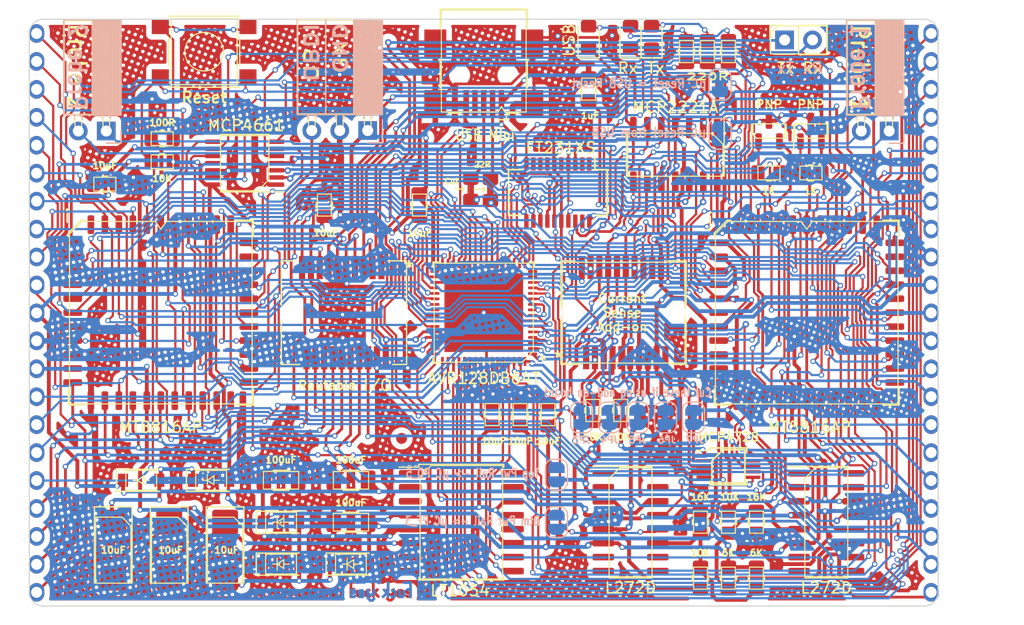
<source format=kicad_pcb>
(kicad_pcb (version 20221018) (generator pcbnew)
  (layers (0 "F.Cu" signal) (31 "B.Cu" signal) (34 "B.Paste" user) (35 "F.Paste" user) (36 "B.SilkS" user "B.Silkscreen") (37 "F.SilkS" user "F.Silkscreen") (38 "B.Mask" user) (39 "F.Mask" user) (44 "Edge.Cuts" user))
  (net 0 "")
  (net 1 "Net-(C1-Pad1)")
  (net 2 "GND")
  (net 3 "+9V")
  (net 4 "Net-(C3-Pad1)")
  (net 5 "Net-(C3-Pad2)")
  (net 6 "Net-(C4-Pad2)")
  (net 7 "Net-(C5-Pad2)")
  (net 8 "5V")
  (net 9 "Net-(C8-Pad2)")
  (net 10 "-9V")
  (net 11 "Net-(D1-Pad1)")
  (net 12 "Net-(D1-Pad2)")
  (net 13 "Net-(D2-Pad1)")
  (net 14 "Net-(D2-Pad2)")
  (net 15 "Net-(D3-Pad1)")
  (net 16 "Net-(D3-Pad2)")
  (net 17 "DI")
  (net 18 "AY2")
  (net 19 "RESET")
  (net 20 "AX3")
  (net 21 "AX0")
  (net 22 "DIFF_Adj_V")
  (net 23 "Pos_Adj_V")
  (net 24 "PC_6")
  (net 25 "PC_7")
  (net 26 "PD_1")
  (net 27 "PD_2")
  (net 28 "POT0_A")
  (net 29 "HI")
  (net 30 "GI")
  (net 31 "STROBE")
  (net 32 "FI")
  (net 33 "EI")
  (net 34 "AX1")
  (net 35 "AX2")
  (net 36 "AY0")
  (net 37 "AY1")
  (net 38 "POT0_B")
  (net 39 "POT1_W")
  (net 40 "PC_5")
  (net 41 "PC_4")
  (net 42 "PE_3")
  (net 43 "PC_2")
  (net 44 "PE_1")
  (net 45 "PC_0")
  (net 46 "AI")
  (net 47 "CS_I")
  (net 48 "BI")
  (net 49 "DATA")
  (net 50 "CI")
  (net 51 "CS_A")
  (net 52 "CS_B")
  (net 53 "CS_C")
  (net 54 "CS_D")
  (net 55 "CS_E")
  (net 56 "CS_F")
  (net 57 "CS_G")
  (net 58 "CS_H")
  (net 59 "Pos_Top")
  (net 60 "Pos_Bottom")
  (net 61 "Bottom_LEDs")
  (net 62 "Top_LEDs")
  (net 63 "AJ")
  (net 64 "BJ")
  (net 65 "CJ")
  (net 66 "DJ")
  (net 67 "EJ")
  (net 68 "FJ")
  (net 69 "GJ")
  (net 70 "HJ")
  (net 71 "Net-(J3-Pad3)")
  (net 72 "PE_6")
  (net 73 "PE_7")
  (net 74 "PD_3")
  (net 75 "POT1_A")
  (net 76 "POT1_B")
  (net 77 "POT0_W")
  (net 78 "PE_5")
  (net 79 "PE_4")
  (net 80 "PC_3")
  (net 81 "PE_2")
  (net 82 "PC_1")
  (net 83 "PE_0")
  (net 84 "CS_J")
  (net 85 "TX_OUT")
  (net 86 "RX_OUT")
  (net 87 "Net-(JP1-Pad1)")
  (net 88 "ATMega_Reset")
  (net 89 "DIFF_Adj_V_Conn")
  (net 90 "USB_Reset")
  (net 91 "Net-(Q1-Pad1)")
  (net 92 "Net-(Q2-Pad1)")
  (net 93 "I2C_SCL")
  (net 94 "I2C_SDA")
  (net 95 "Net-(R7-Pad1)")
  (net 96 "Pos_Adj_V_Conn")
  (net 97 "Top_LED_Control")
  (net 98 "Bottom_LED_Control")
  (net 99 "GND2_Conn")
  (net 100 "Net-(R12-Pad2)")
  (net 101 "Pos_Top_Conn")
  (net 102 "Net-(R14-Pad2)")
  (net 103 "SENSE_POS")
  (net 104 "SENSE_DIFF")
  (net 105 "VREF_ADC_BIAS")
  (net 106 "Pos_Bottom_Conn")
  (net 107 "USB_Rx")
  (net 108 "USB_Tx")
  (net 109 "USB_D-")
  (net 110 "USB_D+")
  (net 112 "DAC_OUT")
  (net 123 "Net-(U6-Pad13)")
  (net 132 "Net-(U7-Pad13)")
  (net 137 "SENSE_BOTTOM")
  (net 138 "SENSE_TOP")
  (net 139 "Net-(J7-Pad19)")
  (net 140 "Net-(U7-Pad12)")
  (net 141 "DAC_VOUTD")
  (net 144 "Net-(U2-Pad13)")
  (net 149 "Net-(J4-Pad2)")
  (net 150 "Net-(J4-Pad3)")
  (footprint "Diode_SMD:D_0805_2012Metric_Pad1.15x1.40mm_HandSolder" (layer "F.Cu") (at 82.55 27.051 90)
    (fp_text reference "D1" hide)
    (fp_text value "Rx")
  )
  (footprint "Capacitor_Tantalum_SMD:CP_EIA-6032-20_AVX-F_Pad2.25x2.35mm_HandSolder" (layer "F.Cu") (at 35.56 73.66 -90)
    (fp_text reference "C3" hide)
    (fp_text value "10uF")
  )
  (footprint "Resistor_SMD:R_0805_2012Metric_Pad1.20x1.40mm_HandSolder" (layer "F.Cu") (at 93.98 76.2 -90)
    (fp_text reference "R14" hide)
    (fp_text value "6.04K" hide)
  )
  (footprint "Package_SO:SSOP-20_3.9x8.7mm_P0.635mm" (layer "F.Cu") (at 75.946 41.148 -90)
    (fp_text reference "U2" hide)
    (fp_text value "FT231XS")
  )
  (footprint "Resistor_SMD:R_0805_2012Metric_Pad1.20x1.40mm_HandSolder" (layer "F.Cu") (at 91.44 71.12 90)
    (fp_text reference "R15" hide)
    (fp_text value "10K")
  )
  (footprint "Resistor_SMD:R_0805_2012Metric_Pad1.20x1.40mm_HandSolder" (layer "F.Cu") (at 87.63 28.337 90)
    (fp_text reference "R5" hide)
    (fp_text value "220R" hide)
  )
  (footprint "Resistor_SMD:R_0805_2012Metric_Pad1.20x1.40mm_HandSolder" (layer "F.Cu") (at 89.535 28.337 90)
    (fp_text reference "R2" hide)
    (fp_text value "220R" hide)
  )
  (footprint "Capacitor_SMD:C_1206_3216Metric_Pad1.33x1.80mm_HandSolder" (layer "F.Cu") (at 57.15 71.12)
    (fp_text reference "C9" hide)
    (fp_text value "100uF")
  )
  (footprint "Package_SO:SOIC-16W_7.5x10.3mm_P1.27mm" (layer "F.Cu") (at 67.183 71.12)
    (fp_text reference "U5" hide)
    (fp_text value "LT1054xSW" hide)
  )
  (footprint "Capacitor_Tantalum_SMD:CP_EIA-6032-20_AVX-F_Pad2.25x2.35mm_HandSolder" (layer "F.Cu") (at 45.72 73.66 -90)
    (fp_text reference "C8" hide)
    (fp_text value "10uF")
  )
  (footprint "Resistor_SMD:R_0805_2012Metric_Pad1.20x1.40mm_HandSolder" (layer "F.Cu") (at 95.123 39.37)
    (fp_text reference "R10" hide)
    (fp_text value "1K")
  )
  (footprint "Package_SO:SOIC-14_3.9x8.7mm_P1.27mm" (layer "F.Cu") (at 86.614 37.719 -90)
    (fp_text reference "U1" hide)
    (fp_text value "MCP2221A-I_SL" hide)
  )
  (footprint "Connector:PinHeadet_1x21Compact" (layer "F.Cu") (at 109.96 52.197)
    (fp_text reference "J2" hide)
    (fp_text value "Chip_Select_Measurement" hide)
  )
  (footprint "Connector_PinSocket_2.54mm:PinSocket_1x02_P2.54mm_Vertical" (layer "F.Cu") (at 96.54 27.28 90)
    (fp_text reference "J6" hide)
    (fp_text value "Tx_Rx" hide)
  )
  (footprint "Package_DFN_QFN:VQFN-64-1EP_9x9mm_P0.5mm_EP7.15x7.15mm" (layer "F.Cu") (at 69.215 52.07 180)
    (fp_text reference "U3" hide)
    (fp_text value "AVR128DB64T")
  )
  (footprint "Capacitor_SMD:C_1206_3216Metric_Pad1.33x1.80mm_HandSolder" (layer "F.Cu") (at 57.15 67.31 180)
    (fp_text reference "C2" hide)
    (fp_text value "100uF")
  )
  (footprint "Resistor_SMD:R_0805_2012Metric_Pad1.20x1.40mm_HandSolder" (layer "F.Cu") (at 40.005 38.354 180)
    (fp_text reference "R6" hide)
    (fp_text value "10K")
  )
  (footprint "Connector_USB:USB_Mini-B_Wuerth_65100516121_Horizontal" (layer "F.Cu") (at 69.215 30.48 180)
    (fp_text reference "J4" hide)
    (fp_text value "USB_B_Mini" hide)
  )
  (footprint "Resistor_SMD:R_0805_Optional_Bridged" (layer "F.Cu") (at 68.072 40.829736 -90)
    (fp_text reference "R16" hide)
    (fp_text value "22R")
  )
  (footprint "10056847-101LF:10056847-101LF" (layer "F.Cu") (at 56.515 52.07 180)
    (fp_text reference "J10" hide)
    (fp_text value "Conn_02x10_Row_Letter_First" hide)
  )
  (footprint "Resistor_SMD:R_0805_2012Metric_Pad1.20x1.40mm_HandSolder" (layer "F.Cu") (at 81.661 60.96 90)
    (fp_text reference "R4" hide)
    (fp_text value "10K")
  )
  (footprint "Capacitor_SMD:C_0805_2012Metric_Pad1.18x1.45mm_HandSolder" (layer "F.Cu") (at 69.977 61.341 90)
    (fp_text reference "C13" hide)
    (fp_text value "10uF")
  )
  (footprint "Resistor_SMD:R_0805_2012Metric_Pad1.20x1.40mm_HandSolder" (layer "F.Cu") (at 88.9 76.2 -90)
    (fp_text reference "R9" hide)
    (fp_text value "10K")
  )
  (footprint "Resistor_SMD:R_0805_2012Metric_Pad1.20x1.40mm_HandSolder" (layer "F.Cu") (at 98.933 39.37)
    (fp_text reference "R11" hide)
    (fp_text value "1K")
  )
  (footprint "Connector_PinSocket_2.54mm:PinSocket_1x03_P2.54mm_Horizontal" (layer "F.Cu") (at 58.674 35.515 -90)
    (fp_text reference "J3" hide)
    (fp_text value "UPDI" hide)
  )
  (footprint "Connector_PinSocket_2.54mm:PinSocket_1x02_P2.54mm_Horizontal" (layer "F.Cu") (at 34.925 35.56 -90)
    (fp_text reference "J8" hide)
    (fp_text value "Connection_Sensing_Probes_2" hide)
  )
  (footprint "Capacitor_SMD:C_0805_2012Metric_Pad1.18x1.45mm_HandSolder" (layer "F.Cu") (at 63.373 42.291 -90)
    (fp_text reference "C7" hide)
    (fp_text value "10uF")
  )
  (footprint "Connector:PinHeadet_1x21Compact" (layer "F.Cu") (at 28.702 52.197)
    (fp_text reference "J1" hide)
    (fp_text value "Address_Control_Power" hide)
  )
  (footprint "Diode_SMD:D_0805_2012Metric_Pad1.15x1.40mm_HandSolder" (layer "F.Cu") (at 78.74 27.051 90)
    (fp_text reference "D3" hide)
    (fp_text value "USB")
  )
  (footprint "Fiducial:Fiducial_1mm_Mask2mm" (layer "F.Cu") (at 35 29.25)
    (fp_text reference "REF**" hide)
    (fp_text value "Fiducial_1mm_Mask2mm" hide)
  )
  (footprint "Diode_SMD:D_SOD-123" (layer "F.Cu") (at 50.8 74.93)
    (fp_text reference "D8" hide)
    (fp_text value "1N4001" hide)
  )
  (footprint "Diode_SMD:D_SOD-123" (layer "F.Cu") (at 44.45 67.31)
    (fp_text reference "D5" hide)
    (fp_text value "1N4001" hide)
  )
  (footprint "Package_TO_SOT_SMD:SOT-23" (layer "F.Cu") (at 98.933 35.56 90)
    (fp_text reference "Q2" hide)
    (fp_text value "Q_PNP_BCE" hide)
  )
  (footprint "Package_SO:MSOP-10_3x3mm_P0.5mm" (layer "F.Cu") (at 91.44 66.04)
    (fp_text reference "U8" hide)
    (fp_text value "MCP4728")
  )
  (footprint "Package_LCC:PLCC-44_16.6x16.6mm_P1.27mm" (layer "F.Cu") (at 98.552 52.07)
    (fp_text reference "J5" hide)
    (fp_text value "MT8816AP")
  )
  (footprint "Capacitor_Tantalum_SMD:CP_EIA-6032-20_AVX-F_Pad2.25x2.35mm_HandSolder" (layer "F.Cu") (at 40.64 73.66 -90)
    (fp_text reference "C4" hide)
    (fp_text value "10uF")
  )
  (footprint "Button_Switch_SMD:SW_SPST_PTS645" (layer "F.Cu") (at 43.815 28.3464)
    (fp_text reference "SW1" hide)
    (fp_text value "SW_Push" hide)
  )
  (footprint "Diode_SMD:D_SOD-123" (layer "F.Cu") (at 38.1 67.31)
    (fp_text reference "D4" hide)
    (fp_text value "1N4001" hide)
  )
  (footprint "Resistor_SMD:R_0805_2012Metric_Pad1.20x1.40mm_HandSolder" (layer "F.Cu") (at 40.005 36.2458 180)
    (fp_text reference "R7" hide)
    (fp_text value "100R")
  )
  (footprint "Diode_SMD:D_SOD-123" (layer "F.Cu") (at 50.8 71.12)
    (fp_text reference "D6" hide)
    (fp_text value "1N4001" hide)
  )
  (footprint "Resistor_SMD:R_0805_Optional_Bridged" (layer "F.Cu") (at 69.85 40.851468 -90)
    (fp_text reference "R17" hide)
    (fp_text value "22R" hide)
  )
  (footprint "Fiducial:Fiducial_1mm_Mask2mm" (layer "F.Cu") (at 106 29.25)
    (fp_text reference "REF**" hide)
    (fp_text value "Fiducial_1mm_Mask2mm" hide)
  )
  (footprint "Resistor_SMD:R_0805_2012Metric_Pad1.20x1.40mm_HandSolder" (layer "F.Cu") (at 91.44 76.2 -90)
    (fp_text reference "R12" hide)
    (fp_text value "6.04K" hide)
  )
  (footprint "Capacitor_SMD:C_0805_2012Metric_Pad1.18x1.45mm_HandSolder" (layer "F.Cu") (at 72.517 61.341 90)
    (fp_text reference "C10" hide)
    (fp_text value "10uF")
  )
  (footprint "Package_SO:TSSOP-14_4.4x5mm_P0.65mm" (layer "F.Cu") (at 47.498 38.481 180)
    (fp_text reference "U4" hide)
    (fp_text value "MCP4661-104E_ST" hide)
  )
  (footprint "Capacitor_SMD:C_1206_3216Metric_Pad1.33x1.80mm_HandSolder" (layer "F.Cu") (at 50.8 67.31 180)
    (fp_text reference "C5" hide)
    (fp_text value "100uF")
  )
  (footprint "Resistor_SMD:R_0805_2012Metric_Pad1.20x1.40mm_HandSolder" (layer "F.Cu") (at 91.44 28.337 90)
    (fp_text reference "R1" hide)
    (fp_text value "220R")
  )
  (footprint "Capacitor_SMD:C_0805_2012Metric_Pad1.18x1.45mm_HandSolder" (layer "F.Cu") (at 75.057 61.341 90)
    (fp_text reference "C11" hide)
    (fp_text value "10uF")
  )
  (footprint "Connector_PinSocket_2.54mm:PinSocket_1x02_P2.54mm_Horizontal" (layer "F.Cu") (at 106.045 35.56 -90)
    (fp_text reference "J9" hide)
    (fp_text value "Connection_Sensing_Probes_1" hide)
  )
  (footprint "Capacitor_SMD:C_0805_2012Metric_Pad1.18x1.45mm_HandSolder" (layer "F.Cu") (at 54.737 42.291 90)
    (fp_text reference "C12" hide)
    (fp_text value "10uF")
  )
  (footprint "Fiducial:Fiducial_1mm_Mask2mm" (layer "F.Cu") (at 61.75 63.5)
    (fp_text reference "REF**" hide)
    (fp_text value "Fiducial_1mm_Mask2mm" hide)
  )
  (footprint "Capacitor_SMD:C_0805_2012Metric_Pad1.18x1.45mm_HandSolder" (layer "F.Cu") (at 78.74 31.75 90)
    (fp_text reference "C1" hide)
    (fp_text value "1uF")
  )
  (footprint "Capacitor_SMD:C_0805_2012Metric_Pad1.18x1.45mm_HandSolder" (layer "F.Cu") (at 34.798 40.386 180)
    (fp_text reference "C6" hide)
    (fp_text value "10uF")
  )
  (footprint "Package_TO_SOT_SMD:SOT-23" (layer "F.Cu") (at 95.123 35.56 90)
    (fp_text reference "Q1" hide)
    (fp_text value "Q_PNP_BCE" hide)
  )
  (footprint "Resistor_SMD:R_0805_2012Metric_Pad1.20x1.40mm_HandSolder" (layer "F.Cu") (at 93.98 71.12 90)
    (fp_text reference "R13" hide)
    (fp_text value "16K")
  )
  (footprint "Package_SO:SOIC-16_3.9x9.9mm_P1.27mm" (layer "F.Cu") (at 100.33 71.12)
    (fp_text reference "U7" hide)
    (fp_text value "L272D")
  )
  (footprint "Resistor_SMD:R_0805_2012Metric_Pad1.20x1.40mm_HandSolder" (layer "F.Cu") (at 88.9 71.12 -90)
    (fp_text reference "R8" hide)
    (fp_text value "16K")
  )
  (footprint "Diode_SMD:D_SOD-123" (layer "F.Cu") (at 57.15 74.93)
    (fp_text reference "D7" hide)
    (fp_text value "1N4001" hide)
  )
  (footprint "Package_LCC:PLCC-44_16.6x16.6mm_P1.27mm" (layer "F.Cu") (at 39.878 52.07)
    (fp_text reference "I1" hide)
    (fp_text value "MT8816AP")
  )
  (footprint "Diode_SMD:D_0805_2012Metric_Pad1.15x1.40mm_HandSolder" (layer "F.Cu") (at 84.455 27.051 90)
    (fp_text reference "D2" hide)
    (fp_text value "Tx")
  )
  (footprint "10056847-101LF:10056847-101LF" (layer "F.Cu") (at 81.915 52.07)
    (fp_text reference "J7" hide)
    (fp_text value "Conn_02x10_Row_Letter_First" hide)
  )
  (footprint "Package_SO:SOIC-16_3.9x9.9mm_P1.27mm" (layer "F.Cu") (at 82.55 71.12)
    (fp_text reference "U6" hide)
    (fp_text value "L272D")
  )
  (footprint "Resistor_SMD:R_0805_2012Metric_Pad1.20x1.40mm_HandSolder" (layer "F.Cu") (at 79.121 60.96 90)
    (fp_text reference "R3" hide)
    (fp_text value "10K")
  )
  (footprint "Jumper:SolderJumper-2_P1.3mm_Bridged_RoundedPad1.0x1.5mm" (layer "B.Cu") (at 90.678 35.814 90)
    (fp_text reference "JP1" hide)
    (fp_text value "Jumper_NC_Small" hide)
  )
  (footprint "Jumper:SolderJumper-2_P1.3mm_Open_RoundedPad1.0x1.5mm" (layer "B.Cu") (at 75.819 71.12 90)
    (fp_text reference "JP8" hide)
    (fp_text value "SolderJumper_2_Open")
  )
  (footprint "Jumper:SolderJumper-2_P1.3mm_Open_RoundedPad1.0x1.5mm" (layer "B.Cu") (at 75.819 66.802 90)
    (fp_text reference "JP9" hide)
    (fp_text value "SolderJumper_2_Open")
  )
  (footprint "Jumper:SolderJumper-2_P1.3mm_Bridged_RoundedPad1.0x1.5mm" (layer "B.Cu") (at 85.725 61.595 -90)
    (fp_text reference "JP6")
    (fp_text value "SolderJumper_2_Bridged")
  )
  (footprint "Jumper:SolderJumper-2_P1.3mm_Bridged_RoundedPad1.0x1.5mm" (layer "B.Cu") (at 90.678 31.354 -90)
    (fp_text reference "JP2" hide)
    (fp_text value "USB_RESET" hide)
  )
  (footprint "Jumper:SolderJumper-2_P1.3mm_Bridged_RoundedPad1.0x1.5mm" (layer "B.Cu") (at 78.105 61.595 -90)
    (fp_text reference "JP3")
    (fp_text value "SolderJumper_2_Bridged" hide)
  )
  (footprint "Jumper:SolderJumper-2_P1.3mm_Bridged_RoundedPad1.0x1.5mm" (layer "B.Cu") (at 80.645 61.595 -90)
    (fp_text reference "JP4")
    (fp_text value "SolderJumper_2_Bridged" hide)
  )
  (footprint "Jumper:SolderJumper-2_P1.3mm_Bridged_RoundedPad1.0x1.5mm" (layer "B.Cu") (at 83.185 61.595 -90)
    (fp_text reference "JP5")
    (fp_text value "SolderJumper_2_Bridged")
  )
  (footprint "Jumper:SolderJumper-2_P1.3mm_Bridged_RoundedPad1.0x1.5mm" (layer "B.Cu") (at 88.265 61.595 90)
    (fp_text reference "JP7")
    (fp_text value "SolderJumper_2_Bridged" hide)
  )
  (gr_arc (start 27.94 26.67) (mid 28.311974 25.771974) (end 29.21 25.4) (stroke (width 0.1)) (layer "Edge.Cuts"))
  (gr_line (start 110.49 77.47) (end 110.49 26.67) (stroke (width 0.1)) (layer "Edge.Cuts"))
  (gr_arc (start 110.49 77.47) (mid 110.118026 78.368026) (end 109.22 78.74) (stroke (width 0.1)) (layer "Edge.Cuts"))
  (gr_line (start 29.21 78.74) (end 109.22 78.74) (stroke (width 0.1)) (layer "Edge.Cuts"))
  (gr_arc (start 29.21 78.74) (mid 28.311974 78.368026) (end 27.94 77.47) (stroke (width 0.1)) (layer "Edge.Cuts"))
  (gr_arc (start 109.22 25.4) (mid 110.118026 25.771974) (end 110.49 26.67) (stroke (width 0.1)) (layer "Edge.Cuts"))
  (gr_line (start 109.22 25.4) (end 29.21 25.4) (stroke (width 0.1)) (layer "Edge.Cuts"))
  (gr_line (start 27.94 26.67) (end 27.94 77.47) (stroke (width 0.1)) (layer "Edge.Cuts"))
  (gr_text "Cut these if using add-on board" (at 82.296 59.324) (layer "B.SilkS") (effects (font (size 0.8 0.6)) (justify mirror)))
  (gr_text "Current\nSense\nAdd-on" (at 81.788 52.07) (layer "F.SilkS") (effects (font (size 0.8 0.8))))
  (segment (start 57.15 77.9018) (end 57.15 77.216) (width 0.25) (layer "F.Cu") (net 0))
  (segment (start 60.8076 78.2066) (end 60.6044 78.2066) (width 0.25) (layer "F.Cu") (net 0))
  (segment (start 57.7342 77.7494) (end 57.8612 77.8764) (width 0.25) (layer "F.Cu") (net 0))
  (segment (start 58.547 77.4192) (end 58.547 77.7748) (width 0.25) (layer "F.Cu") (net 0))
  (segment (start 62.3062 77.2668) (end 62.2046 77.3684) (width 0.25) (layer "F.Cu") (net 0))
  (segment (start 62.5348 77.2922) (end 62.5094 77.2668) (width 0.25) (layer "F.Cu") (net 0))
  (segment (start 60.6044 77.6986) (end 60.8584 77.6986) (width 0.25) (layer "F.Cu") (net 0))
  (segment (start 61.0108 78.0034) (end 60.8076 78.2066) (width 0.25) (layer "F.Cu") (net 0))
  (segment (start 57.8612 77.8764) (end 58.039 77.8764) (width 0.25) (layer "F.Cu") (net 0))
  (segment (start 61.5188 77.3176) (end 61.4172 77.4192) (width 0.25) (layer "F.Cu") (net 0))
  (segment (start 61.0108 77.3176) (end 61.0108 77.2414) (width 0.25) (layer "F.Cu") (net 0))
  (segment (start 57.7342 77.3684) (end 57.7342 77.7494) (width 0.25) (layer "F.Cu") (net 0))
  (segment (start 61.4934 77.8764) (end 61.7728 77.8764) (width 0.25) (layer "F.Cu") (net 0))
  (segment (start 57.15 77.216) (end 57.15 76.581) (width 0.25) (layer "F.Cu") (net 0))
  (segment (start 60.452 77.2414) (end 60.452 77.5462) (width 0.25) (layer "F.Cu") (net 0))
  (segment (start 59.182 77.4192) (end 59.182 77.8764) (width 0.25) (layer "F.Cu") (net 0))
  (segment (start 58.039 77.8764) (end 58.166 77.7494) (width 0.25) (layer "F.Cu") (net 0))
  (segment (start 62.2554 77.8764) (end 62.1792 77.8002) (width 0.25) (layer "F.Cu") (net 0))
  (segment (start 62.2046 77.47) (end 62.2808 77.5462) (width 0.25) (layer "F.Cu") (net 0))
  (segment (start 62.2046 77.3684) (end 62.2046 77.47) (width 0.25) (layer "F.Cu") (net 0))
  (segment (start 62.4332 77.5462) (end 62.5348 77.6478) (width 0.25) (layer "F.Cu") (net 0))
  (segment (start 61.0108 77.3176) (end 61.0108 78.0034) (width 0.25) (layer "F.Cu") (net 0))
  (segment (start 61.8236 77.3938) (end 61.7474 77.3176) (width 0.25) (layer "F.Cu") (net 0))
  (segment (start 60.6044 78.2066) (end 60.452 78.0542) (width 0.25) (layer "F.Cu") (net 0))
  (segment (start 57.15 76.581) (end 57.7596 76.581) (width 0.25) (layer "F.Cu") (net 0))
  (segment (start 61.8236 77.597) (end 61.8236 77.3938) (width 0.25) (layer "F.Cu") (net 0))
  (segment (start 62.4586 77.8764) (end 62.2554 77.8764) (width 0.25) (layer "F.Cu") (net 0))
  (segment (start 61.0108 77.5462) (end 61.0108 77.3176) (width 0.25) (layer "F.Cu") (net 0))
  (segment (start 61.4172 77.4192) (end 61.4172 77.8002) (width 0.25) (layer "F.Cu") (net 0))
  (segment (start 59.182 77.4192) (end 59.3852 77.4192) (width 0.25) (layer "F.Cu") (net 0))
  (segment (start 58.8264 77.2922) (end 58.674 77.2922) (width 0.25) (layer "F.Cu") (net 0))
  (segment (start 60.8584 77.6986) (end 61.0108 77.5462) (width 0.25) (layer "F.Cu") (net 0))
  (segment (start 57.15 77.216) (end 57.4294 77.216) (width 0.25) (layer "F.Cu") (net 0))
  (segment (start 58.6486 77.8764) (end 58.8518 77.8764) (width 0.25) (layer "F.Cu") (net 0))
  (segment (start 61.7474 77.3176) (end 61.5188 77.3176) (width 0.25) (layer "F.Cu") (net 0))
  (segment (start 60.452 77.5462) (end 60.6044 77.6986) (width 0.25) (layer "F.Cu") (net 0))
  (segment (start 61.5442 77.597) (end 61.8236 77.597) (width 0.25) (layer "F.Cu") (net 0))
  (segment (start 61.4172 77.8002) (end 61.4934 77.8764) (width 0.25) (layer "F.Cu") (net 0))
  (segment (start 62.5348 77.8002) (end 62.4586 77.8764) (width 0.25) (layer "F.Cu") (net 0))
  (segment (start 58.547 77.7748) (end 58.6486 77.8764) (width 0.25) (layer "F.Cu") (net 0))
  (segment (start 62.2808 77.5462) (end 62.4332 77.5462) (width 0.25) (layer "F.Cu") (net 0))
  (segment (start 59.182 76.581) (end 59.182 77.4192) (width 0.25) (layer "F.Cu") (net 0))
  (segment (start 58.166 77.7494) (end 58.166 77.343) (width 0.25) (layer "F.Cu") (net 0))
  (segment (start 59.3852 77.4192) (end 59.563 77.2414) (width 0.25) (layer "F.Cu") (net 0))
  (segment (start 62.5348 77.6478) (end 62.5348 77.8002) (width 0.25) (layer "F.Cu") (net 0))
  (segment (start 62.5094 77.2668) (end 62.3062 77.2668) (width 0.25) (layer "F.Cu") (net 0))
  (segment (start 58.674 77.2922) (end 58.547 77.4192) (width 0.25) (layer "F.Cu") (net 0))
  (segment (start 59.182 77.4192) (end 59.6392 77.8764) (width 0.25) (layer "F.Cu") (net 0))
  (segment (start 60.5282 77.4446) (end 60.325 77.4446) (width 0.25) (layer "B.Cu") (net 0))
  (segment (start 57.5056 77.4954) (end 57.4294 77.5716) (width 0.25) (layer "B.Cu") (net 0))
  (segment (start 57.9628 77.343) (end 58.1914 77.343) (width 0.25) (layer "B.Cu") (net 0))
  (segment (start 61.976 77.7748) (end 61.849 77.9018) (width 0.25) (layer "B.Cu") (net 0))
  (segment (start 58.293 77.4446) (end 58.293 77.8256) (width 0.25) (layer "B.Cu") (net 0))
  (segment (start 61.6712 77.9018) (end 61.5442 77.7748) (width 0.25) (layer "B.Cu") (net 0))
  (segment (start 57.1754 77.6732) (end 57.1754 77.8256) (width 0.25) (layer "B.Cu") (net 0))
  (segment (start 61.1632 77.4446) (end 61.1632 77.8002) (width 0.25) (layer "B.Cu") (net 0))
  (segment (start 61.0616 77.9018) (end 60.8584 77.9018) (width 0.25) (layer "B.Cu") (net 0))
  (segment (start 58.6994 78.0288) (end 58.9026 78.232) (width 0.25) (layer "B.Cu") (net 0))
  (segment (start 58.166 77.6224) (end 57.8866 77.6224) (width 0.25) (layer "B.Cu") (net 0))
  (segment (start 62.5602 76.6064) (end 61.9506 76.6064) (width 0.25) (layer "B.Cu") (net 0))
  (segment (start 57.1754 77.3176) (end 57.2008 77.2922) (width 0.25) (layer "B.Cu") (net 0))
  (segment (start 57.5056 77.3938) (end 57.5056 77.4954) (width 0.25) (layer "B.Cu") (net 0))
  (segment (start 58.6994 77.343) (end 58.6994 77.2668) (width 0.25) (layer "B.Cu") (net 0))
  (segment (start 59.1058 77.724) (end 58.8518 77.724) (width 0.25) (layer "B.Cu") (net 0))
  (segment (start 57.2008 77.2922) (end 57.404 77.2922) (width 0.25) (layer "B.Cu") (net 0))
  (segment (start 57.4548 77.9018) (end 57.531 77.8256) (width 0.25) (layer "B.Cu") (net 0))
  (segment (start 60.8838 77.3176) (end 61.0362 77.3176) (width 0.25) (layer "B.Cu") (net 0))
  (segment (start 61.849 77.9018) (end 61.6712 77.9018) (width 0.25) (layer "B.Cu") (net 0))
  (segment (start 62.5602 77.2414) (end 62.2808 77.2414) (width 0.25) (layer "B.Cu") (net 0))
  (segment (start 60.325 77.4446) (end 60.1472 77.2668) (width 0.25) (layer "B.Cu") (net 0))
  (segment (start 60.5282 77.4446) (end 60.5282 77.9018) (width 0.25) (layer "B.Cu") (net 0))
  (segment (start 57.1754 77.8256) (end 57.2516 77.9018) (width 0.25) (layer "B.Cu") (net 0))
  (segment (start 58.8518 77.724) (end 58.6994 77.5716) (width 0.25) (layer "B.Cu") (net 0))
  (segment (start 57.2516 77.9018) (end 57.4548 77.9018) (width 0.25) (layer "B.Cu") (net 0))
  (segment (start 59.1058 78.232) (end 59.2582 78.0796) (width 0.25) (layer "B.Cu") (net 0))
  (segment (start 62.5602 77.2414) (end 62.5602 76.6064) (width 0.25) (layer "B.Cu") (net 0))
  (segment (start 58.1914 77.343) (end 58.293 77.4446) (width 0.25) (layer "B.Cu") (net 0))
  (segment (start 58.9026 78.232) (end 59.1058 78.232) (width 0.25) (layer "B.Cu") (net 0))
  (segment (start 57.4294 77.5716) (end 57.277 77.5716) (width 0.25) (layer "B.Cu") (net 0))
  (segment (start 57.8866 77.6224) (end 57.8866 77.4192) (width 0.25) (layer "B.Cu") (net 0))
  (segment (start 58.2168 77.9018) (end 57.9374 77.9018) (width 0.25) (layer "B.Cu") (net 0))
  (segment (start 61.976 77.3938) (end 61.976 77.7748) (width 0.25) (layer "B.Cu") (net 0))
  (segment (start 57.404 77.2922) (end 57.5056 77.3938) (width 0.25) (layer "B.Cu") (net 0))
  (segment (start 62.5602 77.9272) (end 62.5602 77.2414) (width 0.25) (layer "B.Cu") (net 0))
  (segment (start 60.5282 76.6064) (end 60.5282 77.4446) (width 0.25) (layer "B.Cu") (net 0))
  (segment (start 57.277 77.5716) (end 57.1754 77.6732) (width 0.25) (layer "B.Cu") (net 0))
  (segment (start 59.2582 77.2668) (end 59.2582 77.5716) (width 0.25) (layer "B.Cu") (net 0))
  (segment (start 57.8866 77.4192) (end 57.9628 77.343) (width 0.25) (layer "B.Cu") (net 0))
  (segment (start 61.0362 77.3176) (end 61.1632 77.4446) (width 0.25) (layer "B.Cu") (net 0))
  (segment (start 58.6994 77.343) (end 58.6994 78.0288) (width 0.25) (layer "B.Cu") (net 0))
  (segment (start 60.5282 77.4446) (end 60.071 77.9018) (width 0.25) (layer "B.Cu") (net 0))
  (segment (start 59.2582 77.5716) (end 59.1058 77.724) (width 0.25) (layer "B.Cu") (net 0))
  (segment (start 58.293 77.8256) (end 58.2168 77.9018) (width 0.25) (layer "B.Cu") (net 0))
  (segment (start 61.1632 77.8002) (end 61.0616 77.9018) (width 0.25) (layer "B.Cu") (net 0))
  (segment (start 61.5442 77.7748) (end 61.5442 77.3684) (width 0.25) (layer "B.Cu") (net 0))
  (segment (start 58.6994 77.5716) (end 58.6994 77.343) (width 0.25) (layer "B.Cu") (net 0))
  (segment (start 86.4362 43.2308) (end 86.4362 40.3718) (width 0.25) (layer "F.Cu") (net 1))
  (segment (start 79.756 42.118904) (end 79.629 42.245904) (width 0.25) (layer "F.Cu") (net 1))
  (segment (start 86.4362 40.3718) (end 86.614 40.194) (width 0.25) (layer "F.Cu") (net 1))
  (segment (start 79.756 33.8035) (end 79.756 42.118904) (width 0.25) (layer "F.Cu") (net 1))
  (segment (start 78.74 32.7875) (end 79.756 33.8035) (width 0.25) (layer "F.Cu") (net 1))
  (via (at 86.4362 43.2308) (size 0.5) (drill 0.3) (layers "F.Cu" "B.Cu") (net 1))
  (via (at 79.629 42.245904) (size 0.5) (drill 0.3) (layers "F.Cu" "B.Cu") (net 1))
  (segment (start 79.703505 42.171399) (end 79.629 42.245904) (width 0.25) (layer "B.Cu") (net 1))
  (segment (start 82.772165 43.262588) (end 81.946788 43.262588) (width 0.25) (layer "B.Cu") (net 1))
  (segment (start 80.855599 42.171399) (end 79.703505 42.171399) (width 0.25) (layer "B.Cu") (net 1))
  (segment (start 82.816577 43.307) (end 82.772165 43.262588) (width 0.25) (layer "B.Cu") (net 1))
  (segment (start 86.4362 43.2308) (end 86.36 43.307) (width 0.25) (layer "B.Cu") (net 1))
  (segment (start 86.36 43.307) (end 82.816577 43.307) (width 0.25) (layer "B.Cu") (net 1))
  (segment (start 81.946788 43.262588) (end 80.855599 42.171399) (width 0.25) (layer "B.Cu") (net 1))
  (segment (start 89.789 32.6136) (end 88.7222 31.5468) (width 0.25) (layer "F.Cu") (net 2))
  (segment (start 86.3346 65.3542) (end 86.3346 63.1698) (width 0.35) (layer "F.Cu") (net 2))
  (segment (start 88.4174 48.846441) (end 90.370959 50.8) (width 0.25) (layer "F.Cu") (net 2))
  (segment (start 91.8464 50.8508) (end 90.6028 50.8508) (width 0.35) (layer "F.Cu") (net 2))
  (segment (start 92.726 72.12) (end 92.71 72.136) (width 0.35) (layer "F.Cu") (net 2))
  (segment (start 31.9034 53.3654) (end 31.878 53.34) (width 0.35) (layer "F.Cu") (net 2))
  (segment (start 56.388 54.3306) (end 56.4134 54.356) (width 0.25) (layer "F.Cu") (net 2))
  (segment (start 62.323 39.8866) (end 63.3984 38.8112) (width 0.35) (layer "F.Cu") (net 2))
  (segment (start 55.5875 72.3015) (end 55.499 72.39) (width 0.35) (layer "F.Cu") (net 2))
  (segment (start 92.745001 63.422065) (end 92.4814 63.158464) (width 0.35) (layer "F.Cu") (net 2))
  (segment (start 76.2635 39.8145) (end 75.6285 39.1795) (width 0.25) (layer "F.Cu") (net 2))
  (segment (start 92.4814 63.158464) (end 92.4814 62.7126) (width 0.35) (layer "F.Cu") (net 2))
  (segment (start 73.615 27.58) (end 73.787 27.752) (width 0.25) (layer "F.Cu") (net 2))
  (segment (start 75.6285 39.1795) (end 75.6285 38.548) (width 0.25) (layer "F.Cu") (net 2))
  (segment (start 100.627713 72.813582) (end 100.627713 72.205113) (width 0.35) (layer "F.Cu") (net 2))
  (segment (start 73.787 30.48) (end 73.406 30.099) (width 0.25) (layer "F.Cu") (net 2))
  (segment (start 69.965 52.82) (end 69.215 52.07) (width 0.25) (layer "F.Cu") (net 2))
  (segment (start 56.1848 42.7013) (end 56.1848 43.177811) (width 0.35) (layer "F.Cu") (net 2))
  (segment (start 70.965 46.8148) (end 70.993 46.7868) (width 0.25) (layer "F.Cu") (net 2))
  (segment (start 78.74 30.7125) (end 76.3725 33.08) (width 0.25) (layer "F.Cu") (net 2))
  (segment (start 56.134 32.5882) (end 56.134 30.4292) (width 0.35) (layer "F.Cu") (net 2))
  (segment (start 72.89731 30.099) (end 71.721212 31.275098) (width 0.25) (layer "F.Cu") (net 2))
  (segment (start 76.2635 43.748) (end 76.2635 39.8145) (width 0.25) (layer "F.Cu") (net 2))
  (segment (start 78.1304 49.2252) (end 78.1304 47.980653) (width 0.25) (layer "F.Cu") (net 2))
  (segment (start 48.6698 39.138) (end 48.6664 39.1414) (width 0.35) (layer "F.Cu") (net 2))
  (segment (start 89.427 45.193) (end 89.427 45.447) (width 0.25) (layer "F.Cu") (net 2))
  (segment (start 78.1304 47.980653) (end 78.115046 47.965299) (width 0.25) (layer "F.Cu") (net 2))
  (segment (start 64.815 33.08) (end 67.615 33.08) (width 0.25) (layer "F.Cu") (net 2))
  (segment (start 69.465 56.5075) (end 69.465 59.7915) (width 0.25) (layer "F.Cu") (net 2))
  (segment (start 87.757 71.1454) (end 87.8746 71.1454) (width 0.35) (layer "F.Cu") (net 2))
  (segment (start 69.465 56.5075) (end 69.465 52.32) (width 0.25) (layer "F.Cu") (net 2))
  (segment (start 100.203 71.7804) (end 100.203 70.104) (width 0.35) (layer "F.Cu") (net 2))
  (segment (start 74.144 27.051) (end 80.6958 27.051) (width 0.25) (layer "F.Cu") (net 2))
  (segment (start 56.134 35.515) (end 56.134 37.0078) (width 0.35) (layer "F.Cu") (net 2))
  (segment (start 58.0644 65.7352) (end 57.1623 65.7352) (width 0.35) (layer "F.Cu") (net 2))
  (segment (start 79.869099 31.841599) (end 80.398514 31.841599) (width 0.25) (layer "F.Cu") (net 2))
  (segment (start 69.977 59.5376) (end 70.0532 59.4614) (width 0.25) (layer "F.Cu") (net 2))
  (segment (start 61.341 71.755) (end 60.706 72.39) (width 0.35) (layer "F.Cu") (net 2))
  (segment (start 57.1623 65.7352) (end 55.5875 67.31) (width 0.35) (layer "F.Cu") (net 2))
  (segment (start 56.134 39.8565) (end 54.737 41.2535) (width 0.35) (layer "F.Cu") (net 2))
  (segment (start 75.5739 38.4934) (end 75.6285 38.548) (width 0.25) (layer "F.Cu") (net 2))
  (segment (start 70.965 50.32) (end 69.215 52.07) (width 0.25) (layer "F.Cu") (net 2))
  (segment (start 73.406 30.099) (end 72.89731 30.099) (width 0.25) (layer "F.Cu") (net 2))
  (segment (start 78.232 72.39) (end 78.232 71.6788) (width 0.25) (layer "F.Cu") (net 2))
  (segment (start 73.6525 52.82) (end 69.965 52.82) (width 0.25) (layer "F.Cu") (net 2))
  (segment (start 52.578 65.786) (end 52.578 67.0945) (width 0.35) (layer "F.Cu") (net 2))
  (segment (start 37.0586 31.5586) (end 37.0586 32.499) (width 0.35) (layer "F.Cu") (net 2))
  (segment (start 93.64 65.04) (end 92.745001 64.145001) (width 0.35) (layer "F.Cu") (net 2))
  (segment (start 69.977 60.3035) (end 69.977 59.5376) (width 0.25) (layer "F.Cu") (net 2))
  (segment (start 91.3638 60.9082) (end 92.202 60.07) (width 0.35) (layer "F.Cu") (net 2))
  (segment (start 106.8578 77.3176) (end 107.7468 77.3176) (width 0.35) (layer "F.Cu") (net 2))
  (segment (start 76.2635 46.232452) (end 76.845401 46.814353) (width 0.25) (layer "F.Cu") (net 2))
  (segment (start 63.373 43.3285) (end 62.3863 43.3285) (width 0.35) (layer "F.Cu") (net 2))
  (segment (start 101.331024 74.0507) (end 100.523834 74.0507) (width 0.35) (layer "F.Cu") (net 2))
  (segment (start 76.3725 33.08) (end 76.006 33.08) (width 0.25) (layer "F.Cu") (net 2))
  (segment (start 92.4814 62.7126) (end 92.71 62.484) (width 0.35) (layer "F.Cu") (net 2))
  (segment (start 76.006 33.08) (end 75.5739 33.5121) (width 0.25) (layer "F.Cu") (net 2))
  (segment (start 63.3984 34.1376) (end 63.7574 34.1376) (width 0.35) (layer "F.Cu") (net 2))
  (segment (start 69.465 52.32) (end 69.215 52.07) (width 0.25) (layer "F.Cu") (net 2))
  (segment (start 64.815 27.58) (end 64.815 33.08) (width 0.25) (layer "F.Cu") (net 2))
  (segment (start 37.963 40.3506) (end 37.3888 39.7764) (width 0.35) (layer "F.Cu") (net 2))
  (segment (start 54.737 41.2535) (end 56.1848 42.7013) (width 0.35) (layer "F.Cu") (net 2))
  (segment (start 93.5228 51.197565) (end 93.5228 50.9016) (width 0.35) (layer "F.Cu") (net 2))
  (segment (start 76.5556 77.0128) (end 77.724 75.8444) (width 0.25) (layer "F.Cu") (net 2))
  (segment (start 93.98 72.12) (end 93.98 73.336751) (width 0.35) (layer "F.Cu") (net 2))
  (segment (start 86.3346 63.1698) (end 86.4108 63.0936) (width 0.35) (layer "F.Cu") (net 2))
  (segment (start 92.075 34.8234) (end 92.075 32.766) (width 0.25) (layer "F.Cu") (net 2))
  (segment (start 56.134 35.515) (end 56.134 32.5882) (width 0.35) (layer "F.Cu") (net 2))
  (segment (start 63.7574 34.1376) (end 64.815 33.08) (width 0.35) (layer "F.Cu") (net 2))
  (segment (start 38.344 46.2634) (end 38.6842 45.9232) (width 0.35) (layer "F.Cu") (net 2))
  (segment (start 68.1736 59.563) (end 68.1736 74.1426) (width 0.25) (layer "F.Cu") (net 2))
  (segment (start 53.515001 47.9747) (end 53.515001 49.400201) (width 0.25) (layer "F.Cu") (net 2))
  (segment (start 37.963 46.2634) (end 37.963 40.3506) (width 0.35) (layer "F.Cu") (net 2))
  (segment (start 78.232 71.6788) (end 78.5368 71.374) (width 0.25) (layer "F.Cu") (net 2))
  (segment (start 53.515001 47.9747) (end 53.515001 44.249599) (width 0.25) (layer "F.Cu") (net 2))
  (segment (start 55.5875 66.2555) (end 55.118 65.786) (width 0.35) (layer "F.Cu") (net 2))
  (segment (start 92.075 32.766) (end 91.1352 31.8262) (width 0.25) (layer "F.Cu") (net 2))
  (segment (start 59.514956 56.174701) (end 59.514956 57.096444) (width 0.35) (layer "F.Cu") (net 2))
  (segment (start 101.494957 73.886767) (end 101.331024 74.0507) (width 0.35) (layer "F.Cu") (net 2))
  (segment (start 49.671959 38.481) (end 49.298 38.854959) (width 0.35) (layer "F.Cu") (net 2))
  (segment (start 100.523834 74.0507) (end 100.1873 74.387234) (width 0.35) (layer "F.Cu") (net 2))
  (segment (start 76.2635 43.748) (end 76.2635 46.232452) (width 0.25) (layer "F.Cu") (net 2))
  (segment (start 71.0438 77.0128) (end 76.5556 77.0128) (width 0.25) (layer "F.Cu") (net 2))
  (segment (start 73.615 33.08) (end 73.787 32.908) (width 0.25) (layer "F.Cu") (net 2))
  (segment (start 92.745001 64.145001) (end 92.745001 63.422065) (width 0.35) (layer "F.Cu") (net 2))
  (segment (start 49.298 38.854959) (end 49.298 39.138) (width 0.35) (layer "F.Cu") (net 2))
  (segment (start 44.6713 39.1668) (end 44.6355 39.131) (width 0.35) (layer "F.Cu") (net 2))
  (segment (start 53.737 42.2535) (end 54.737 41.2535) (width 0.25) (layer "F.Cu") (net 2))
  (segment (start 87.684122 66.703722) (end 86.3346 65.3542) (width 0.35) (layer "F.Cu") (net 2))
  (segment (start 49.298 39.138) (end 49.298 40.057041) (width 0.35) (layer "F.Cu") (net 2))
  (segment (start 53.515001 47.9747) (end 53.515001 49.2788) (width 0.25) (layer "F.Cu") (net 2))
  (segment (start 62.323 43.2652) (end 62.323 39.8866) (width 0.35) (layer "F.Cu") (net 2))
  (segment (start 59.514956 65.656244) (end 59.4106 65.7606) (width 0.35) (layer "F.Cu") (net 2))
  (segment (start 33.3756 53.3654) (end 33.6296 53.6194) (width 0.35) (layer "F.Cu") (net 2))
  (segment (start 37.963 53.8326) (end 37.963 46.2634) (width 0.35) (layer "F.Cu") (net 2))
  (segment (start 90.6028 50.8508) (end 90.552 50.8) (width 0.35) (layer "F.Cu") (net 2))
  (segment (start 87.8746 71.1454) (end 88.9 70.12) (width 0.35) (layer "F.Cu") (net 2))
  (segment (start 44.6355 39.131) (end 44.6355 39.781) (width 0.35) (layer "F.Cu") (net 2))
  (segment (start 49.671959 40.431) (end 50.3605 40.431) (width 0.35) (layer "F.Cu") (net 2))
  (segment (start 33.3756 53.3654) (end 31.9034 53.3654) (width 0.35) (layer "F.Cu") (net 2))
  (segment (start 64.7775 49.32) (end 66.465 49.32) (width 0.25) (layer "F.Cu") (net 2))
  (segment (start 92.202 52.518365) (end 93.5228 51.197565) (width 0.35) (layer "F.Cu") (net 2))
  (segment (start 76.845401 48.50683) (end 76.736631 48.6156) (width 0.25) (layer "F.Cu") (net 2))
  (segment (start 37 31.5) (end 37.0586 31.5586) (width 0.35) (layer "F.Cu") (net 2))
  (segment (start 80.6958 27.051) (end 80.8736 26.8732) (width 0.25) (layer "F.Cu") (net 2))
  (segment (start 92.202 60.07) (end 92.202 52.518365) (width 0.35) (layer "F.Cu") (net 2))
  (segment (start 68.1736 74.1426) (end 71.0438 77.0128) (width 0.25) (layer "F.Cu") (net 2))
  (segment (start 50.3605 38.481) (end 51.689 38.481) (width 0.35) (layer "F.Cu") (net 2))
  (segment (start 88.026278 66.703722) (end 87.684122 66.703722) (width 0.35) (layer "F.Cu") (net 2))
  (segment (start 49.15 74.93) (end 49.15 72.544953) (width 0.35) (layer "F.Cu") (net 2))
  (segment (start 90.370959 50.8) (end 90.552 50.8) (width 0.25) (layer "F.Cu") (net 2))
  (segment (start 53.737 44.0276) (end 53.737 42.2535) (width 0.25) (layer "F.Cu") (net 2))
  (segment (start 94.64 65.04) (end 95.4024 65.8024) (width 0.35) (layer "F.Cu") (net 2))
  (segment (start 93.98 72.12) (end 92.726 72.12) (width 0.35) (layer "F.Cu") (net 2))
  (segment (start 34.8234 51.9176) (end 34.8234 49.6062) (width 0.35) (layer "F.Cu") (net 2))
  (segment (start 72.517 60.3035) (end 72.517 59.436) (width 0.2) (layer "F.Cu") (net 2))
  (segment (start 75.057 60.3035) (end 75.063736 60.296764) (width 0.2) (layer "F.Cu") (net 2))
  (segment (start 73.615 27.58) (end 74.144 27.051) (width 0.25) (layer "F.Cu") (net 2))
  (segment (start 106.0704 76.5302) (end 106.8578 77.3176) (width 0.35) (layer "F.Cu") (net 2))
  (segment (start 56.388 52.2732) (end 56.388 52.2478) (width 0.25) (layer "F.Cu") (net 2))
  (segment (start 39.93 37.1708) (end 39.005 36.2458) (width 0.35) (layer "F.Cu") (net 2))
  (segment (start 53.664601 49.4284) (end 56.769 49.4284) (width 0.25) (layer "F.Cu") (net 2))
  (segment (start 77.724 75.8444) (end 77.724 72.898) (width 0.25) (layer "F.Cu") (net 2))
  (segment (start 53.515001 49.2788) (end 53.664601 49.4284) (width 0.25) (layer "F.Cu") (net 2))
  (segment (start 63.3984 38.8112) (end 63.3984 34.1376) (width 0.35) (layer "F.Cu") (net 2))
  (segment (start 95.1484 29.7942) (end 96.4692 31.115) (width 0.25) (layer "F.Cu") (net 2))
  (segment (start 56.388 52.2478) (end 56.388 54.3306) (width 0.25) (layer "F.Cu") (net 2))
  (segment (start 51.689 38.481) (end 52.07 38.1) (width 0.35) (layer "F.Cu") (net 2))
  (segment (start 90.424 40.194) (end 90.424 36.820041) (width 0.25) (layer "F.Cu") (net 2))
  (segment (start 100.627713 72.205113) (end 100.4316 72.009) (width 0.35) (layer "F.Cu") (net 2))
  (segment (start 73.787 27.752) (end 73.787 32.908) (width 0.25) (layer "F.Cu") (net 2))
  (segment (start 95.4024 65.8024) (end 95.4024 67.6402) (width 0.35) (layer "F.Cu") (net 2))
  (segment (start 88.026278 66.703722) (end 88.026278 68.564722) (width 0.35) (layer "F.Cu") (net 2))
  (segment (start 55.5875 67.31) (end 55.5875 66.2555) (width 0.35) (layer "F.Cu") (net 2))
  (segment (start 71.721212 31.275098) (end 66.619902 31.275098) (width 0.25) (layer "F.Cu") (net 2))
  (segment (start 52.578 67.0945) (end 52.3625 67.31) (width 0.35) (layer "F.Cu") (net 2))
  (segment (start 46.0248 39.1668) (end 44.6713 39.1668) (width 0.35) (layer "F.Cu") (net 2))
  (segment (start 93.64 65.04) (end 94.64 65.04) (width 0.35) (layer "F.Cu") (net 2))
  (segment (start 66.619902 31.275098) (end 64.815 33.08) (width 0.25) (layer "F.Cu") (net 2))
  (segment (start 77.724 72.898) (end 78.232 72.39) (width 0.25) (layer "F.Cu") (net 2))
  (segment (start 39.005 32.7246) (end 39.0906 32.639) (width 0.35) (layer "F.Cu") (net 2))
  (segment (start 89.789 36.185041) (end 89.789 32.6136) (width 0.25) (layer "F.Cu") (net 2))
  (segment (start 91.1352 31.8262) (end 91.1352 30.9372) (width 0.25) (layer "F.Cu") (net 2))
  (segment (start 62.3863 43.3285) (end 60.8838 44.831) (width 0.35) (layer "F.Cu") (net 2))
  (segment (start 91.6686 35.575441) (end 91.6686 35.2298) (width 0.25) (layer "F.Cu") (net 2))
  (segment (start 56.134 35.515) (end 56.134 39.8565) (width 0.35) (layer "F.Cu") (net 2))
  (segment (start 90.424 40.194) (end 90.424 44.196) (width 0.25) (layer "F.Cu") (net 2))
  (segment (start 108.0008 77.0636) (end 108.1278 77.0636) (width 0.35) (layer "F.Cu") (net 2))
  (segment (start 76.845401 46.814353) (end 76.845401 48.50683) (width 0.25) (layer "F.Cu") (net 2))
  (segment (start 88.026278 69.246278) (end 88.026278 68.564722) (width 0.35) (layer "F.Cu") (net 2))
  (segment (start 95.4024 67.6402) (end 95.0595 67.9831) (width 0.35) (layer "F.Cu") (net 2))
  (segment (start 49.298 40.057041) (end 49.671959 40.431) (width 0.35) (layer "F.Cu") (net 2))
  (segment (start 100.4316 72.009) (end 100.203 71.7804) (width 0.35) (layer "F.Cu") (net 2))
  (segment (start 39.005 36.2458) (end 39.005 32.7246) (width 0.35) (layer "F.Cu") (net 2))
  (segment (start 107.7468 77.3176) (end 108.0008 77.0636) (width 0.35) (layer "F.Cu") (net 2))
  (segment (start 91.7194 30.353) (end 92.3544 30.353) (width 0.25) (layer "F.Cu") (net 2))
  (segment (start 92.3544 30.353) (end 92.9132 29.7942) (width 0.25) (layer "F.Cu") (net 2))
  (segment (start 33.528 61.6966) (end 33.8582 62.0268) (width 0.35) (layer "F.Cu") (net 2))
  (segment (start 66.465 49.32) (end 69.215 52.07) (width 0.25) (layer "F.Cu") (net 2))
  (segment (start 33.3756 53.3654) (end 34.8234 51.9176) (width 0.35) (layer "F.Cu") (net 2))
  (segment (start 76.006 33.08) (end 73.615 33.08) (width 0.25) (layer "F.Cu") (net 2))
  (segment (start 56.134 37.0078) (end 55.0164 38.1254) (width 0.35) (layer "F.Cu") (net 2))
  (segment (start 33.528 60.07) (end 33.528 61.6966) (width 0.35) (layer "F.Cu") (net 2))
  (segment (start 37.7952 54.0004) (end 37.963 53.8326) (width 0.35) (layer "F.Cu") (net 2))
  (segment (start 88.9 70.12) (end 88.026278 69.246278) (width 0.35) (layer "F.Cu") (net 2))
  (segment (start 99.188298 74.608099) (end 99.188298 73.973434) (width 0.35) (layer "F.Cu") (net 2))
  (segment (start 95.573249 74.93) (end 98.866397 74.93) (width 0.35) (layer "F.Cu") (net 2))
  (segment (start 33.2232 39.3192) (end 33.2232 39.8487) (width 0.35) (layer "F.Cu") (net 2))
  (segment (start 39.93 39.7752) (end 39.93 37.1708) (width 0.35) (layer "F.Cu") (net 2))
  (segment (start 73.787 32.908) (end 73.787 30.48) (width 0.25) (layer "F.Cu") (net 2))
  (segment (start 90.424 36.820041) (end 89.789 36.185041) (width 0.25) (layer "F.Cu") (net 2))
  (segment (start 75.5739 33.5121) (end 75.5739 38.4934) (width 0.25) (layer "F.Cu") (net 2))
  (segment (start 33.2232 39.8487) (end 33.7605 40.386) (width 0.35) (layer "F.Cu") (net 2))
  (segment (start 101.494957 73.886767) (end 101.494957 75.901708) (width 0.35) (layer "F.Cu") (net 2))
  (segment (start 33.6296 59.9684) (end 33.528 60.07) (width 0.35) (layer "F.Cu") (net 2))
  (segment (start 90.424 36.820041) (end 91.6686 35.575441) (width 0.25) (layer "F.Cu") (net 2))
  (segment (start 102.123449 76.5302) (end 106.0704 76.5302) (width 0.35) (layer "F.Cu") (net 2))
  (segment (start 98.866397 74.93) (end 99.188298 74.608099) (width 0.35) (layer "F.Cu") (net 2))
  (segment (start 72.517 59.436) (end 72.5932 59.3598) (width 0.2) (layer "F.Cu") (net 2))
  (segment (start 91.3638 60.9092) (end 91.3638 60.9082) (width 0.35) (layer "F.Cu") (net 2))
  (segment (start 37.963 46.2634) (end 38.344 46.2634) (width 0.35) (layer "F.Cu") (net 2))
  (segment (start 33.6296 53.6194) (end 33.6296 59.9684) (width 0.35) (layer "F.Cu") (net 2))
  (segment (start 100.1873 74.387234) (end 100.1873 77.1241) (width 0.35) (layer "F.Cu") (net 2))
  (segment (start 88.4174 46.4566) (end 88.4174 48.846441) (width 0.25) (layer "F.Cu") (net 2))
  (segment (start 53.515001 44.249599) (end 53.737 44.0276) (width 0.25) (layer "F.Cu") (net 2))
  (segment (start 70.965 47.6325) (end 70.965 46.8148) (width 0.25) (layer "F.Cu") (net 2))
  (segment (start 53.515001 49.400201) (end 56.388 52.2732) (width 0.25) (layer "F.Cu") (net 2))
  (segment (start 62.3863 43.3285) (end 62.323 43.2652) (width 0.35) (layer "F.Cu") (net 2))
  (segment (start 49.15 72.544953) (end 49.294453 72.4005) (width 0.35) (layer "F.Cu") (net 2))
  (segment (start 101.494957 75.901708) (end 102.123449 76.5302) (width 0.35) (layer "F.Cu") (net 2))
  (segment (start 70.965 47.6325) (end 70.965 50.32) (width 0.25) (layer "F.Cu") (net 2))
  (segment (start 50.3605 38.481) (end 49.671959 38.481) (width 0.35) (layer "F.Cu") (net 2))
  (segment (start 88.19 66.54) (end 88.026278 66.703722) (width 0.35) (layer "F.Cu") (net 2))
  (segment (start 89.427 45.447) (end 88.4174 46.4566) (width 0.25) (layer "F.Cu") (net 2))
  (segment (start 59.514956 57.096444) (end 59.514956 65.656244) (width 0.35) (layer "F.Cu") (net 2))
  (segment (start 75.063736 60.296764) (end 75.063736 59.463579) (width 0.2) (layer "F.Cu") (net 2))
  (segment (start 55.5875 71.12) (end 55.5875 72.3015) (width 0.35) (layer "F.Cu") (net 2))
  (segment (start 91.6686 35.2298) (end 92.075 34.8234) (width 0.25) (layer "F.Cu") (net 2))
  (segment (start 62.533 71.755) (end 61.341 71.755) (width 0.35) (layer "F.Cu") (net 2))
  (segment (start 100.34815 72.813582) (end 100.627713 72.813582) (width 0.35) (layer "F.Cu") (net 2))
  (segment (start 99.188298 73.973434) (end 100.34815 72.813582) (width 0.35) (layer "F.Cu") (net 2))
  (segment (start 91.1352 30.9372) (end 91.7194 30.353) (width 0.25) (layer "F.Cu") (net 2))
  (segment (start 49.298 39.138) (end 48.6698 39.138) (width 0.35) (layer "F.Cu") (net 2))
  (segment (start 39.9288 39.7764) (end 39.93 39.7752) (width 0.35) (layer "F.Cu") (net 2))
  (segment (start 92.9132 29.7942) (end 95.1484 29.7942) (width 0.25) (layer "F.Cu") (net 2))
  (segment (start 93.98 73.336751) (end 95.573249 74.93) (width 0.35) (layer "F.Cu") (net 2))
  (segment (start 90.424 44.196) (end 89.427 45.193) (width 0.25) (layer "F.Cu") (net 2))
  (segment (start 33.8582 62.0268) (end 33.8582 68.5292) (width 0.35) (layer "F.Cu") (net 2))
  (segment (start 89.24 66.54) (end 88.19 66.54) (width 0.35) (layer "F.Cu") (net 2))
  (segment (start 100.1873 77.1241) (end 100.4062 77.343) (width 0.35) (layer "F.Cu") (net 2))
  (segment (start 69.465 59.7915) (end 69.977 60.3035) (width 0.25) (layer "F.Cu") (net 2))
  (segment (start 55.5875 71.12) (end 55.5875 67.31) (width 0.35) (layer "F.Cu") (net 2))
  (segment (start 78.74 30.7125) (end 79.869099 31.841599) (width 0.25) (layer "F.Cu") (net 2))
  (via (at 55.118 65.786) (size 0.5) (drill 0.3) (layers "F.Cu" "B.Cu") (net 2))
  (via (at 59.514956 57.096444) (size 0.5) (drill 0.3) (layers "F.Cu" "B.Cu") (net 2))
  (via (at 72.5932 59.3598) (size 0.5) (drill 0.3) (layers "F.Cu" "B.Cu") (net 2))
  (via (at 31.4452 63.0936) (size 0.5) (drill 0.3) (layers "F.Cu" "B.Cu") (net 2))
  (via (at 101.494957 73.886767) (size 0.5) (drill 0.3) (layers "F.Cu" "B.Cu") (net 2))
  (via (at 56.1848 43.177811) (size 0.5) (drill 0.3) (layers "F.Cu" "B.Cu") (net 2))
  (via (at 48.6664 39.1414) (size 0.5) (drill 0.3) (layers "F.Cu" "B.Cu") (net 2))
  (via (at 33.8582 62.6364) (size 0.5) (drill 0.3) (layers "F.Cu" "B.Cu") (net 2))
  (via (at 88.7222 31.5468) (size 0.5) (drill 0.3) (layers "F.Cu" "B.Cu") (net 2))
  (via (at 56.134 30.4292) (size 0.5) (drill 0.3) (layers "F.Cu" "B.Cu") (net 2))
  (via (at 56.388 52.2478) (size 0.5) (drill 0.3) (layers "F.Cu" "B.Cu") (net 2))
  (via (at 80.8736 26.8732) (size 0.5) (drill 0.3) (layers "F.Cu" "B.Cu") (net 2))
  (via (at 58.0644 65.7352) (size 0.5) (drill 0.3) (layers "F.Cu" "B.Cu") (net 2))
  (via (at 60.8838 44.831) (size 0.5) (drill 0.3) (layers "F.Cu" "B.Cu") (net 2))
  (via (at 37 31.5) (size 0.5) (drill 0.3) (layers "F.Cu" "B.Cu") (net 2))
  (via (at 70.0532 59.4614) (size 0.5) (drill 0.3) (layers "F.Cu" "B.Cu") (net 2))
  (via (at 52.07 38.1) (size 0.5) (drill 0.3) (layers "F.Cu" "B.Cu") (net 2))
  (via (at 38.6842 45.9232) (size 0.5) (drill 0.3) (layers "F.Cu" "B.Cu") (net 2))
  (via (at 37.7952 54.0004) (size 0.5) (drill 0.3) (layers "F.Cu" "B.Cu") (net 2))
  (via (at 68.1736 59.563) (size 0.5) (drill 0.3) (layers "F.Cu" "B.Cu") (net 2))
  (via (at 75.063736 59.463579) (size 0.5) (drill 0.3) (layers "F.Cu" "B.Cu") (net 2))
  (via (at 59.4106 65.7606) (size 0.5) (drill 0.3) (layers "F.Cu" "B.Cu") (net 2))
  (via (at 91.8464 50.8508) (size 0.5) (drill 0.3) (layers "F.Cu" "B.Cu") (net 2))
  (via (at 33.8582 68.5292) (size 0.5) (drill 0.3) (layers "F.Cu" "B.Cu") (net 2))
  (via (at 56.4134 54.356) (size 0.5) (drill 0.3) (layers "F.Cu" "B.Cu") (net 2))
  (via (at 37.0586 32.499) (size 0.5) (drill 0.3) (layers "F.Cu" "B.Cu") (net 2))
  (via (at 88.026278 68.564722) (size 0.5) (drill 0.3) (layers "F.Cu" "B.Cu") (net 2))
  (via (at 33.2232 39.3192) (size 0.5) (drill 0.3) (layers "F.Cu" "B.Cu") (net 2))
  (via (at 92.71 72.136) (size 0.5) (drill 0.3) (layers "F.Cu" "B.Cu") (net 2))
  (via (at 80.398514 31.841599) (size 0.5) (drill 0.3) (layers "F.Cu" "B.Cu") (net 2))
  (via (at 95.0595 67.9831) (size 0.5) (drill 0.3) (layers "F.Cu" "B.Cu") (net 2))
  (via (at 70.993 46.7868) (size 0.5) (drill 0.3) (layers "F.Cu" "B.Cu") (net 2))
  (via (at 69.215 52.07) (size 0.5) (drill 0.3) (layers "F.Cu" "B.Cu") (net 2))
  (via (at 76.736631 48.6156) (size 0.5) (drill 0.3) (layers "F.Cu" "B.Cu") (net 2))
  (via (at 78.1304 49.2252) (size 0.5) (drill 0.3) (layers "F.Cu" "B.Cu") (net 2))
  (via (at 92.71 62.484) (size 0.5) (drill 0.3) (layers "F.Cu" "B.Cu") (net 2))
  (via (at 96.4692 31.115) (size 0.5) (drill 0.3) (layers "F.Cu" "B.Cu") (net 2))
  (via (at 55.499 72.39) (size 0.5) (drill 0.3) (layers "F.Cu" "B.Cu") (net 2))
  (via (at 55.0164 38.1254) (size 0.5) (drill 0.3) (layers "F.Cu" "B.Cu") (net 2))
  (via (at 49.294453 72.4005) (size 0.5) (drill 0.3) (layers "F.Cu" "B.Cu") (net 2))
  (via (at 60.706 72.39) (size 0.5) (drill 0.3) (layers "F.Cu" "B.Cu") (net 2))
  (via (at 78.5368 71.374) (size 0.5) (drill 0.3) (layers "F.Cu" "B.Cu") (net 2))
  (via (at 39.9288 39.7764) (size 0.5) (drill 0.3) (layers "F.Cu" "B.Cu") (net 2))
  (via (at 56.769 49.4284) (size 0.5) (drill 0.3) (layers "F.Cu" "B.Cu") (net 2))
  (via (at 75.946 26.924) (size 0.5) (drill 0.3) (layers "F.Cu" "B.Cu") (net 2))
  (via (at 34.8234 49.6062) (size 0.5) (drill 0.3) (layers "F.Cu" "B.Cu") (net 2))
  (via (at 37.3888 39.7764) (size 0.5) (drill 0.3) (layers "F.Cu" "B.Cu") (net 2))
  (via (at 100.203 70.104) (size 0.5) (drill 0.3) (layers "F.Cu" "B.Cu") (net 2))
  (via (at 46.0248 39.1668) (size 0.5) (drill 0.3) (layers "F.Cu" "B.Cu") (net 2))
  (via (at 62.303444 57.096444) (size 0.5) (drill 0.3) (layers "F.Cu" "B.Cu") (net 2))
  (via (at 39.0906 32.639) (size 0.5) (drill 0.3) (layers "F.Cu" "B.Cu") (net 2))
  (via (at 32.0802 70.6628) (size 0.5) (drill 0.3) (layers "F.Cu" "B.Cu") (net 2))
  (via (at 93.5228 50.9016) (size 0.5) (drill 0.3) (layers "F.Cu" "B.Cu") (net 2))
  (via (at 91.3638 60.9092) (size 0.5) (drill 0.3) (layers "F.Cu" "B.Cu") (net 2))
  (via (at 52.578 65.786) (size 0.5) (drill 0.3) (layers "F.Cu" "B.Cu") (net 2))
  (via (at 33.3756 53.3654) (size 0.5) (drill 0.3) (layers "F.Cu" "B.Cu") (net 2))
  (via (at 87.757 71.1454) (size 0.5) (drill 0.3) (layers "F.Cu" "B.Cu") (net 2))
  (via (at 100.627713 72.813582) (size 0.5) (drill 0.3) (layers "F.Cu" "B.Cu") (net 2))
  (segment (start 89.408 70.8152) (end 88.0872 70.8152) (width 0.35) (layer "B.Cu") (net 2))
  (segment (start 88.7222 31.5468) (end 88.18071 31.00531) (width 0.25) (layer "B.Cu") (net 2))
  (segment (start 90.7288 72.136) (end 89.408 70.8152) (width 0.35) (layer "B.Cu") (net 2))
  (segment (start 33.8582 62.6364) (end 33.401 63.0936) (width 0.25) (layer "B.Cu") (net 2))
  (segment (start 78.1304 49.2252) (end 77.482802 48.577602) (width 0.25) (layer "B.Cu") (net 2))
  (segment (start 84.130656 31.171308) (end 81.068805 31.171308) (width 0.25) (layer "B.Cu") (net 2))
  (segment (start 58.0898 65.7606) (end 58.0644 65.7352) (width 0.35) (layer "B.Cu") (net 2))
  (segment (start 55.499 72.39) (end 49.304953 72.39) (width 0.35) (layer "B.Cu") (net 2))
  (segment (start 76.847598 48.577602) (end 76.8096 48.6156) (width 0.25) (layer "B.Cu") (net 2))
  (segment (start 70.993 46.7868) (end 72.783802 48.577602) (width 0.25) (layer "B.Cu") (net 2))
  (segment (start 92.71 62.484) (end 92.71 62.2554) (width 0.35) (layer "B.Cu") (net 2))
  (segment (start 68.2752 59.4614) (end 68.1736 59.563) (width 0.25) (layer "B.Cu") (net 2))
  (segment (start 33.6804 39.7764) (end 33.2232 39.3192) (width 0.35) (layer "B.Cu") (net 2))
  (segment (start 70.0532 59.4614) (end 68.2752 59.4614) (width 0.25) (layer "B.Cu") (net 2))
  (segment (start 76.8096 48.6156) (end 76.736631 48.6156) (width 0.25) (layer "B.Cu") (net 2))
  (segment (start 66.1416 54.0258) (end 67.2592 54.0258) (width 0.35) (layer "B.Cu") (net 2))
  (segment (start 40.300999 39.404201) (end 39.9288 39.7764) (width 0.35) (layer "B.Cu") (net 2))
  (segment (start 91.8464 50.8508) (end 91.8972 50.9016) (width 0.35) (layer "B.Cu") (net 2))
  (segment (start 46.0502 39.1414) (end 46.0248 39.1668) (width 0.35) (layer "B.Cu") (net 2))
  (segment (start 81.068805 31.171308) (end 80.398514 31.841599) (width 0.25) (layer "B.Cu") (net 2))
  (segment (start 88.265 60.945) (end 91.328 60.945) (width 0.35) (layer "B.Cu") (net 2))
  (segment (start 92.71 72.136) (end 90.7288 72.136) (width 0.35) (layer "B.Cu") (net 2))
  (segment (start 90.844991 68.790899) (end 90.82649 68.772398) (width 0.35) (layer "B.Cu") (net 2))
  (segment (start 59.4106 65.7606) (end 58.0898 65.7606) (width 0.35) (layer "B.Cu") (net 2))
  (segment (start 90.82649 68.772398) (end 88.233954 68.772398) (width 0.35) (layer "B.Cu") (net 2))
  (segment (start 72.783802 48.577602) (end 76.847598 48.577602) (width 0.25) (layer "B.Cu") (net 2))
  (segment (start 55.0164 38.1254) (end 54.892903 38.001903) (width 0.35) (layer "B.Cu") (net 2))
  (segment (start 54.892903 38.001903) (end 52.168097 38.001903) (width 0.35) (layer "B.Cu") (net 2))
  (segment (start 45.787399 39.404201) (end 40.300999 39.404201) (width 0.35) (layer "B.Cu") (net 2))
  (segment (start 59.230611 43.177811) (end 56.1848 43.177811) (width 0.35) (layer "B.Cu") (net 2))
  (segment (start 63.070956 57.096444) (end 66.1416 54.0258) (width 0.35) (layer "B.Cu") (net 2))
  (segment (start 28.597 54.632) (end 32.109 54.632) (width 0.35) (layer "B.Cu") (net 2))
  (segment (start 33.3756 53.3654) (end 37.1602 53.3654) (width 0.35) (layer "B.Cu") (net 2))
  (segment (start 39.0906 32.639) (end 37.1986 32.639) (width 0.35) (layer "B.Cu") (net 2))
  (segment (start 91.328 60.945) (end 91.3638 60.9092) (width 0.35) (layer "B.Cu") (net 2))
  (segment (start 33.8582 68.5292) (end 33.8582 68.8848) (width 0.35) (layer "B.Cu") (net 2))
  (segment (start 46.0248 39.1668) (end 45.787399 39.404201) (width 0.35) (layer "B.Cu") (net 2))
  (segment (start 59.514956 57.096444) (end 63.070956 57.096444) (width 0.35) (layer "B.Cu") (net 2))
  (segment (start 32.109 54.632) (end 33.3756 53.3654) (width 0.35) (layer "B.Cu") (net 2))
  (segment (start 37.1602 53.3654) (end 37.7952 54.0004) (width 0.35) (layer "B.Cu") (net 2))
  (segment (start 72.4916 59.4614) (end 72.5932 59.3598) (width 0.25) (layer "B.Cu") (net 2))
  (segment (start 88.233954 68.772398) (end 88.026278 68.564722) (width 0.35) (layer "B.Cu") (net 2))
  (segment (start 84.296654 31.00531) (end 84.130656 31.171308) (width 0.25) (layer "B.Cu") (net 2))
  (segment (start 37.3888 39.7764) (end 33.6804 39.7764) (width 0.35) (layer "B.Cu") (net 2))
  (segment (start 39.9288 39.7764) (end 37.3888 39.7764) (width 0.35) (layer "B.Cu") (net 2))
  (segment (start 91.8972 50.9016) (end 93.5228 50.9016) (width 0.35) (layer "B.Cu") (net 2))
  (segment (start 60.706 72.39) (end 55.499 72.39) (width 0.35) (layer "B.Cu") (net 2))
  (segment (start 94.251701 68.790899) (end 90.844991 68.790899) (width 0.35) (layer "B.Cu") (net 2))
  (segment (start 101.494957 73.886767) (end 100.627713 73.019523) (width 0.35) (layer "B.Cu") (net 2))
  (segment (start 48.6664 39.1414) (end 46.0502 39.1414) (width 0.35) (layer "B.Cu") (net 2))
  (segment (start 88.18071 31.00531) (end 84.296654 31.00531) (width 0.25) (layer "B.Cu") (net 2))
  (segment (start 95.0595 67.9831) (end 94.251701 68.790899) (width 0.35) (layer "B.Cu") (net 2))
  (segment (start 77.482802 48.577602) (end 76.847598 48.577602) (width 0.25) (layer "B.Cu") (net 2))
  (segment (start 74.959957 59.3598) (end 75.063736 59.463579) (width 0.2) (layer "B.Cu") (net 2))
  (segment (start 72.5932 59.3598) (end 74.959957 59.3598) (width 0.2) (layer "B.Cu") (net 2))
  (segment (start 37.1986 32.639) (end 37.0586 32.499) (width 0.35) (layer "B.Cu") (net 2))
  (segment (start 55.118 65.786) (end 52.578 65.786) (width 0.35) (layer "B.Cu") (net 2))
  (segment (start 33.401 63.0936) (end 31.4452 63.0936) (width 0.25) (layer "B.Cu") (net 2))
  (segment (start 92.71 62.2554) (end 91.3638 60.9092) (width 0.35) (layer "B.Cu") (net 2))
  (segment (start 49.304953 72.39) (end 49.294453 72.4005) (width 0.35) (layer "B.Cu") (net 2))
  (segment (start 60.8838 44.831) (end 59.230611 43.177811) (width 0.35) (layer "B.Cu") (net 2))
  (segment (start 100.627713 73.019523) (end 100.627713 72.813582) (width 0.35) (layer "B.Cu") (net 2))
  (segment (start 88.0872 70.8152) (end 87.757 71.1454) (width 0.35) (layer "B.Cu") (net 2))
  (segment (start 67.2592 54.0258) (end 69.215 52.07) (width 0.35) (layer "B.Cu") (net 2))
  (segment (start 70.0532 59.4614) (end 72.4916 59.4614) (width 0.25) (layer "B.Cu") (net 2))
  (segment (start 33.8582 68.8848) (end 32.0802 70.6628) (width 0.35) (layer "B.Cu") (net 2))
  (segment (start 100.203 70.104) (end 105.3084 70.104) (width 0.35) (layer "B.Cu") (net 2))
  (segment (start 52.168097 38.001903) (end 52.07 38.1) (width 0.35) (layer "B.Cu") (net 2))
  (segment (start 58.7125 67.31) (end 59.69 68.2875) (width 0.35) (layer "F.Cu") (net 3))
  (segment (start 36.427144 67.31) (end 35.905644 67.8315) (width 0.35) (layer "F.Cu") (net 3))
  (segment (start 29.7108 53.2058) (end 29.7108 62.959734) (width 0.35) (layer "F.Cu") (net 3))
  (segment (start 99.822 44.07) (end 99.822 45.1866) (width 0.25) (layer "F.Cu") (net 3))
  (segment (start 99.105 66.348959) (end 97.857 65.100959) (width 0.25) (layer "F.Cu") (net 3))
  (segment (start 98.679 70.485) (end 99.105 70.059) (width 0.25) (layer "F.Cu") (net 3))
  (segment (start 73.279 63.1405) (end 73.279 68.707) (width 0.35) (layer "F.Cu") (net 3))
  (segment (start 81.28 70.485) (end 81.5699 70.7749) (width 0.35) (layer "F.Cu") (net 3))
  (segment (start 83.458647 70.7749) (end 83.636926 70.596621) (width 0.35) (layer "F.Cu") (net 3))
  (segment (start 96.901 45.8216) (end 96.901 56.75825) (width 0.25) (layer "F.Cu") (net 3))
  (segment (start 32.301607 65.550541) (end 32.301607 67.8315) (width 0.35) (layer "F.Cu") (net 3))
  (segment (start 97.855 70.485) (end 97.1199 70.485) (width 0.35) (layer "F.Cu") (net 3))
  (segment (start 41.1988 50.3682) (end 41.1988 44.1208) (width 0.35) (layer "F.Cu") (net 3))
  (segment (start 99.105 70.059) (end 99.105 66.348959) (width 0.25) (layer "F.Cu") (net 3))
  (segment (start 36.45 68.376051) (end 36.537449 68.4635) (width 0.35) (layer "F.Cu") (net 3))
  (segment (start 36.45 67.31) (end 36.427144 67.31) (width 0.35) (layer "F.Cu") (net 3))
  (segment (start 97.855 70.485) (end 98.679 70.485) (width 0.25) (layer "F.Cu") (net 3))
  (segment (start 81.5699 70.7749) (end 83.458647 70.7749) (width 0.35) (layer "F.Cu") (net 3))
  (segment (start 96.901 56.75825) (end 96.826425 56.832825) (width 0.25) (layer "F.Cu") (net 3))
  (segment (start 99.822 45.1866) (end 99.6442 45.3644) (width 0.25) (layer "F.Cu") (net 3))
  (segment (start 80.075 70.485) (end 81.28 70.485) (width 0.35) (layer "F.Cu") (net 3))
  (segment (start 29.7108 62.959734) (end 32.301607 65.550541) (width 0.35) (layer "F.Cu") (net 3))
  (segment (start 59.69 68.2875) (end 59.69 68.326) (width 0.35) (layer "F.Cu") (net 3))
  (segment (start 41.1988 44.1208) (end 41.148 44.07) (width 0.35) (layer "F.Cu") (net 3))
  (segment (start 81.0514 51.3334) (end 81.0514 53.541701) (width 0.25) (layer "F.Cu") (net 3))
  (segment (start 80.075 70.485) (end 78.486 70.485) (width 0.35) (layer "F.Cu") (net 3))
  (segment (start 97.857 59.193959) (end 96.826425 58.163384) (width 0.25) (layer "F.Cu") (net 3))
  (segment (start 97.857 65.100959) (end 97.857 59.193959) (width 0.25) (layer "F.Cu") (net 3))
  (segment (start 28.597 52.092) (end 29.7108 53.2058) (width 0.35) (layer "F.Cu") (net 3))
  (segment (start 36.45 67.31) (end 36.45 68.376051) (width 0.35) (layer "F.Cu") (net 3))
  (segment (start 81.0514 53.541701) (end 81.407 53.897301) (width 0.25) (layer "F.Cu") (net 3))
  (segment (start 78.413575 70.412575) (end 78.413575 69.9165) (width 0.35) (layer "F.Cu") (net 3))
  (segment (start 78.486 70.485) (end 78.413575 70.412575) (width 0.35) (layer "F.Cu") (net 3))
  (segment (start 81.315044 51.069756) (end 81.0514 51.3334) (width 0.25) (layer "F.Cu") (net 3))
  (segment (start 81.315044 47.965299) (end 81.315044 51.069756) (width 0.25) (layer "F.Cu") (net 3))
  (segment (start 72.517 62.3785) (end 73.279 63.1405) (width 0.35) (layer "F.Cu") (net 3))
  (segment (start 96.826425 58.163384) (end 96.826425 56.832825) (width 0.25) (layer "F.Cu") (net 3))
  (segment (start 73.279 68.707) (end 73.406 68.834) (width 0.35) (layer "F.Cu") (net 3))
  (via (at 96.826425 56.832825) (size 0.5) (drill 0.3) (layers "F.Cu" "B.Cu") (net 3))
  (via (at 81.407 53.897301) (size 0.5) (drill 0.3) (layers "F.Cu" "B.Cu") (net 3))
  (via (at 36.537449 68.4635) (size 0.5) (drill 0.3) (layers "F.Cu" "B.Cu") (net 3))
  (via (at 96.901 45.8216) (size 0.5) (drill 0.3) (layers "F.Cu" "B.Cu") (net 3))
  (via (at 73.406 68.834) (size 0.6) (drill 0.3) (layers "F.Cu" "B.Cu") (net 3))
  (via (at 83.636926 70.596621) (size 0.5) (drill 0.3) (layers "F.Cu" "B.Cu") (net 3))
  (via (at 99.6442 45.3644) (size 0.5) (drill 0.3) (layers "F.Cu" "B.Cu") (net 3))
  (via (at 78.413575 69.9165) (size 0.6) (drill 0.3) (layers "F.Cu" "B.Cu") (net 3))
  (via (at 97.1199 70.485) (size 0.5) (drill 0.3) (layers "F.Cu" "B.Cu") (net 3))
  (via (at 41.1988 50.3682) (size 0.5) (drill 0.3) (layers "F.Cu" "B.Cu") (net 3))
  (via (at 59.69 68.326) (size 0.5) (drill 0.3) (layers "F.Cu" "B.Cu") (net 3))
  (via (at 32.301607 67.8315) (size 0.5) (drill 0.3) (layers "F.Cu" "B.Cu") (net 3))
  (via (at 35.905644 67.8315) (size 0.5) (drill 0.3) (layers "F.Cu" "B.Cu") (net 3))
  (segment (start 86.774099 56.649699) (end 96.643299 56.649699) (width 0.25) (layer "B.Cu") (net 3))
  (segment (start 83.734879 70.694574) (end 83.636926 70.596621) (width 0.35) (layer "B.Cu") (net 3))
  (segment (start 96.643299 56.649699) (end 96.826425 56.832825) (width 0.25) (layer "B.Cu") (net 3))
  (segment (start 99.6442 45.3644) (end 97.3582 45.3644) (width 0.25) (layer "B.Cu") (net 3))
  (segment (start 28.597 52.092) (end 30.3208 50.3682) (width 0.35) (layer "B.Cu") (net 3))
  (segment (start 90.731235 70.513503) (end 90.321732 70.104) (width 0.35) (layer "B.Cu") (net 3))
  (segment (start 59.69 68.326) (end 72.898 68.326) (width 0.35) (layer "B.Cu") (net 3))
  (segment (start 97.1199 70.485) (end 97.091397 70.513503) (width 0.35) (layer "B.Cu") (net 3))
  (segment (start 97.091397 70.513503) (end 90.731235 70.513503) (width 0.35) (layer "B.Cu") (net 3))
  (segment (start 90.321732 70.104) (end 87.6046 70.104) (width 0.35) (layer "B.Cu") (net 3))
  (segment (start 74.070703 69.498703) (end 73.406 68.834) (width 0.35) (layer "B.Cu") (net 3))
  (segment (start 81.507101 53.7972) (end 83.9216 53.7972) (width 0.25) (layer "B.Cu") (net 3))
  (segment (start 87.6046 70.104) (end 87.014026 70.694574) (width 0.35) (layer "B.Cu") (net 3))
  (segment (start 81.407 53.897301) (end 81.507101 53.7972) (width 0.25) (layer "B.Cu") (net 3))
  (segment (start 77.995778 69.498703) (end 74.070703 69.498703) (width 0.35) (layer "B.Cu") (net 3))
  (segment (start 32.301607 67.8315) (end 35.905644 67.8315) (width 0.35) (layer "B.Cu") (net 3))
  (segment (start 30.3208 50.3682) (end 41.1988 50.3682) (width 0.35) (layer "B.Cu") (net 3))
  (segment (start 59.69 68.326) (end 36.674949 68.326) (width 0.35) (layer "B.Cu") (net 3))
  (segment (start 87.014026 70.694574) (end 83.734879 70.694574) (width 0.35) (layer "B.Cu") (net 3))
  (segment (start 36.674949 68.326) (end 36.537449 68.4635) (width 0.35) (layer "B.Cu") (net 3))
  (segment (start 97.3582 45.3644) (end 96.901 45.8216) (width 0.25) (layer "B.Cu") (net 3))
  (segment (start 72.898 68.326) (end 73.406 68.834) (width 0.35) (layer "B.Cu") (net 3))
  (segment (start 78.413575 69.9165) (end 77.995778 69.498703) (width 0.35) (layer "B.Cu") (net 3))
  (segment (start 83.9216 53.7972) (end 86.774099 56.649699) (width 0.25) (layer "B.Cu") (net 3))
  (segment (start 35.433 70.983) (end 35.56 71.11) (width 0.35) (layer "F.Cu") (net 4))
  (segment (start 39.878 67.182) (end 39.75 67.31) (width 0.35) (layer "F.Cu") (net 4))
  (segment (start 35.433 69.342) (end 35.433 70.983) (width 0.35) (layer "F.Cu") (net 4))
  (segment (start 42.8 67.31) (end 42.8 66.422) (width 0.35) (layer "F.Cu") (net 4))
  (segment (start 39.75 67.31) (end 39.75 69.087) (width 0.35) (layer "F.Cu") (net 4))
  (segment (start 39.75 69.087) (end 39.751 69.088) (width 0.35) (layer "F.Cu") (net 4))
  (segment (start 42.8 66.422) (end 42.672 66.294) (width 0.35) (layer "F.Cu") (net 4))
  (segment (start 39.878 66.294) (end 39.878 67.182) (width 0.35) (layer "F.Cu") (net 4))
  (via (at 35.433 69.342) (size 0.5) (drill 0.3) (layers "F.Cu" "B.Cu") (net 4))
  (via (at 39.878 66.294) (size 0.5) (drill 0.3) (layers "F.Cu" "B.Cu") (net 4))
  (via (at 39.751 69.088) (size 0.5) (drill 0.3) (layers "F.Cu" "B.Cu") (net 4))
  (via (at 42.672 66.294) (size 0.5) (drill 0.3) (layers "F.Cu" "B.Cu") (net 4))
  (segment (start 42.672 66.294) (end 39.878 66.294) (width 0.35) (layer "B.Cu") (net 4))
  (segment (start 39.751 69.088) (end 35.687 69.088) (width 0.35) (layer "B.Cu") (net 4))
  (segment (start 35.687 69.088) (end 35.433 69.342) (width 0.35) (layer "B.Cu") (net 4))
  (segment (start 40.64 71.11) (end 40.64 71.13) (width 0.35) (layer "F.Cu") (net 5))
  (segment (start 60.919787 70.485) (end 60.506186 70.898601) (width 0.35) (layer "F.Cu") (net 5))
  (segment (start 40.64 71.13) (end 35.56 76.21) (width 0.35) (layer "F.Cu") (net 5))
  (segment (start 62.533 70.485) (end 60.919787 70.485) (width 0.35) (layer "F.Cu") (net 5))
  (segment (start 40.64 71.11) (end 41.899833 69.850167) (width 0.35) (layer "F.Cu") (net 5))
  (segment (start 41.899833 69.850167) (end 42.925833 69.850167) (width 0.35) (layer "F.Cu") (net 5))
  (via (at 42.925833 69.850167) (size 0.5) (drill 0.3) (layers "F.Cu" "B.Cu") (net 5))
  (via (at 60.506186 70.898601) (size 0.5) (drill 0.3) (layers "F.Cu" "B.Cu") (net 5))
  (segment (start 44.049266 70.9736) (end 50.159724 70.9736) (width 0.35) (layer "B.Cu") (net 5))
  (segment (start 42.925833 69.850167) (end 44.049266 70.9736) (width 0.35) (layer "B.Cu") (net 5))
  (segment (start 50.159724 70.9736) (end 50.234723 70.898601) (width 0.35) (layer "B.Cu") (net 5))
  (segment (start 50.234723 70.898601) (end 60.506186 70.898601) (width 0.35) (layer "B.Cu") (net 5))
  (segment (start 45.72 71.13) (end 40.64 76.21) (width 0.35) (layer "F.Cu") (net 6))
  (segment (start 45.72 71.11) (end 45.72 71.247) (width 0.35) (layer "F.Cu") (net 6))
  (segment (start 61.087 73.025) (end 62.533 73.025) (width 0.35) (layer "F.Cu") (net 6))
  (segment (start 45.72 71.11) (end 45.72 71.13) (width 0.35) (layer "F.Cu") (net 6))
  (segment (start 45.72 71.247) (end 47.498 73.025) (width 0.35) (layer "F.Cu") (net 6))
  (via (at 61.087 73.025) (size 0.5) (drill 0.3) (layers "F.Cu" "B.Cu") (net 6))
  (via (at 47.498 73.025) (size 0.5) (drill 0.3) (layers "F.Cu" "B.Cu") (net 6))
  (segment (start 47.498 73.025) (end 61.087 73.025) (width 0.35) (layer "B.Cu") (net 6))
  (segment (start 49.15 71.12) (end 49.15 67.3975) (width 0.35) (layer "F.Cu") (net 7))
  (segment (start 71.833 73.025) (end 71.12 73.025) (width 0.35) (layer "F.Cu") (net 7))
  (segment (start 49.15 71.12) (end 49.8709 70.3991) (width 0.35) (layer "F.Cu") (net 7))
  (segment (start 49.15 67.3975) (end 49.2375 67.31) (width 0.35) (layer "F.Cu") (net 7))
  (segment (start 49.8709 70.3991) (end 49.921758 70.3991) (width 0.35) (layer "F.Cu") (net 7))
  (segment (start 71.12 73.025) (end 70.485 72.39) (width 0.35) (layer "F.Cu") (net 7))
  (via (at 70.485 72.39) (size 0.5) (drill 0.3) (layers "F.Cu" "B.Cu") (net 7))
  (via (at 49.921758 70.3991) (size 0.5) (drill 0.3) (layers "F.Cu" "B.Cu") (net 7))
  (segment (start 49.921758 70.3991) (end 49.996757 70.324101) (width 0.35) (layer "B.Cu") (net 7))
  (segment (start 68.419101 70.324101) (end 70.485 72.39) (width 0.35) (layer "B.Cu") (net 7))
  (segment (start 49.996757 70.324101) (end 68.419101 70.324101) (width 0.35) (layer "B.Cu") (net 7))
  (segment (start 77.031301 54.48392) (end 77.031301 56.587848) (width 0.25) (layer "F.Cu") (net 8))
  (segment (start 68.965 61.3665) (end 69.977 62.3785) (width 0.25) (layer "F.Cu") (net 8))
  (segment (start 94.379903 34.6225) (end 94.2594 34.743003) (width 0.35) (layer "F.Cu") (net 8))
  (segment (start 89.999899 69.381949) (end 89.999899 70.640777) (width 0.35) (layer "F.Cu") (net 8))
  (segment (start 45.603 58.8364) (end 44.3992 57.6326) (width 0.35) (layer "F.Cu") (net 8))
  (segment (start 90.297 69.084848) (end 89.999899 69.381949) (width 0.35) (layer "F.Cu") (net 8))
  (segment (start 43.946959 40.431) (end 43.4848 39.968841) (width 0.35) (layer "F.Cu") (net 8))
  (segment (start 79.121 61.96) (end 81.661 61.96) (width 0.25) (layer "F.Cu") (net 8))
  (segment (start 44.3992 57.6326) (end 44.3992 45.032951) (width 0.35) (layer "F.Cu") (net 8))
  (segment (start 70.815 33.0202) (end 72.8726 30.9626) (width 0.35) (layer "F.Cu") (net 8))
  (segment (start 63.373 41.2535) (end 63.9729 40.6536) (width 0.35) (layer "F.Cu") (net 8))
  (segment (start 75.2856 39.5732) (end 75.1354 39.423) (width 0.25) (layer "F.Cu") (net 8))
  (segment (start 75.031598 53.898798) (end 75.031598 54.138257) (width 0.25) (layer "F.Cu") (net 8))
  (segment (start 90.297 65.0155) (end 90.297 69.084848) (width 0.35) (layer "F.Cu") (net 8))
  (segment (start 91.44 75.2) (end 93.98 75.2) (width 0.35) (layer "F.Cu") (net 8))
  (segment (start 89.966011 71.542125) (end 89.966011 72.256389) (width 0.35) (layer "F.Cu") (net 8))
  (segment (start 44.323 40.7435) (end 44.6355 40.431) (width 0.35) (layer "F.Cu") (net 8))
  (segment (start 89.815067 70.825609) (end 89.815067 71.391181) (width 0.35) (layer "F.Cu") (net 8))
  (segment (start 68.7832 63.5723) (end 68.7832 69.725276) (width 0.35) (layer "F.Cu") (net 8))
  (segment (start 87.63 29.337) (end 87.1982 29.7688) (width 0.35) (layer "F.Cu") (net 8))
  (segment (start 71.0946 69.215) (end 70.2818 70.0278) (width 0.35) (layer "F.Cu") (net 8))
  (segment (start 75.2856 39.5732) (end 75.2602 39.5732) (width 0.25) (layer "F.Cu") (net 8))
  (segment (start 45.974 67.436) (end 46.1 67.31) (width 0.35) (layer "F.Cu") (net 8))
  (segment (start 70.965299 34.973499) (end 70.818773 34.973499) (width 0.25) (layer "F.Cu") (net 8))
  (segment (start 35.8355 40.386) (end 35.8355 39.500566) (width 0.35) (layer "F.Cu") (net 8))
  (segment (start 43.4848 39.968841) (end 43.4848 38.6842) (width 0.35) (layer "F.Cu") (net 8))
  (segment (start 75.1354 39.423) (end 72.6135 39.423) (width 0.25) (layer "F.Cu") (net 8))
  (segment (start 79.315 57.402633) (end 78.146 58.571633) (width 0.25) (layer "F.Cu") (net 8))
  (segment (start 64.2124 48.82) (end 64.0842 48.6918) (width 0.25) (layer "F.Cu") (net 8))
  (segment (start 89.999899 70.640777) (end 89.815067 70.825609) (width 0.35) (layer "F.Cu") (net 8))
  (segment (start 44.323 44.956751) (end 44.323 40.7435) (width 0.35) (layer "F.Cu") (net 8))
  (segment (start 72.088829 38.055185) (end 72.088829 37.620673) (width 0.25) (layer "F.Cu") (net 8))
  (segment (start 89.24 64.6528) (end 89.104478 64.517278) (width 0.35) (layer "F.Cu") (net 8))
  (segment (start 63.9729 40.6536) (end 63.9729 36.189531) (width 0.35) (layer "F.Cu") (net 8))
  (segment (start 75.8444 40.132) (end 75.2856 39.5732) (width 0.25) (layer "F.Cu") (net 8))
  (segment (start 78.146 58.571633) (end 78.146 60.985) (width 0.25) (layer "F.Cu") (net 8))
  (segment (start 56.4896 43.7388) (end 57.2008 43.0276) (width 0.35) (layer "F.Cu") (net 8))
  (segment (start 64.616968 42.941504) (end 64.616968 47.473232) (width 0.35) (layer "F.Cu") (net 8))
  (segment (start 56.422766 43.752311) (end 56.436277 43.7388) (width 0.35) (layer "F.Cu") (net 8))
  (segment (start 72.0598 38.8693) (end 72.0598 38.084214) (width 0.25) (layer "F.Cu") (net 8))
  (segment (start 63.373 41.2535) (end 63.373 41.697536) (width 0.35) (layer "F.Cu") (net 8))
  (segment (start 70.815 33.08) (end 70.815 33.0202) (width 0.35) (layer "F.Cu") (net 8))
  (segment (start 45.603 61.224) (end 45.603 58.8364) (width 0.35) (layer "F.Cu") (net 8))
  (segment (start 54.737 43.3285) (end 55.160811 43.752311) (width 0.35) (layer "F.Cu") (net 8))
  (segment (start 91.165995 34.502005) (end 91.5505 34.502005) (width 0.35) (layer "F.Cu") (net 8))
  (segment (start 44.6355 40.431) (end 43.946959 40.431) (width 0.35) (layer "F.Cu") (net 8))
  (segment (start 57.2008 36.9882) (end 58.674 35.515) (width 0.35) (layer "F.Cu") (net 8))
  (segment (start 72.0598 37.591644) (end 72.0598 36.068) (width 0.25) (layer "F.Cu") (net 8))
  (segment (start 98.4481 34.1376) (end 98.933 34.6225) (width 0.35) (layer "F.Cu") (net 8))
  (segment (start 70.815 34.969726) (end 70.818773 34.973499) (width 0.35) (layer "F.Cu") (net 8))
  (segment (start 79.315 56.1653) (end 79.315 57.402633) (width 0.25) (layer "F.Cu") (net 8))
  (segment (start 74.4528 53.32) (end 75.031598 53.898798) (width 0.25) (layer "F.Cu") (net 8))
  (segment (start 54.5084 43.5571) (end 54.737 43.3285) (width 0.35) (layer "F.Cu") (net 8))
  (segment (start 63.373 41.697536) (end 64.616968 42.941504) (width 0.35) (layer "F.Cu") (net 8))
  (segment (start 57.2008 43.0276) (end 57.2008 36.9882) (width 0.35) (layer "F.Cu") (net 8))
  (segment (start 98.3742 34.1376) (end 98.4481 34.1376) (width 0.35) (layer "F.Cu") (net 8))
  (segment (start 75.6285 40.7289) (end 75.8444 40.513) (width 0.25) (layer "F.Cu") (net 8))
  (segment (start 64.0842 48.006) (end 64.5922 47.498) (width 0.25) (layer "F.Cu") (net 8))
  (segment (start 87.1982 29.7688) (end 86.5124 29.7688) (width 0.35) (layer "F.Cu") (net 8))
  (segment (start 95.123 34.6225) (end 95.7557 34.6225) (width 0.35) (layer "F.Cu") (net 8))
  (segment (start 46.1 61.721) (end 45.603 61.224) (width 0.35) (layer "F.Cu") (net 8))
  (segment (start 54.5084 44.2976) (end 54.5084 43.5571) (width 0.35) (layer "F.Cu") (net 8))
  (segment (start 72.088829 37.620673) (end 72.0598 37.591644) (width 0.25) (layer "F.Cu") (net 8))
  (segment (start 44.6355 40.431) (end 44.6355 40.5715) (width 0.35) (layer "F.Cu") (net 8))
  (segment (start 78.146 60.985) (end 79.121 61.96) (width 0.25) (layer "F.Cu") (net 8))
  (segment (start 91.44 73.270556) (end 91.408944 73.2395) (width 0.35) (layer "F.Cu") (net 8))
  (segment (start 75.6285 43.748) (end 75.6285 40.7289) (width 0.25) (layer "F.Cu") (net 8))
  (segment (start 70.815 33.08) (end 70.815 34.969726) (width 0.35) (layer "F.Cu") (net 8))
  (segment (start 89.2645 65.0155) (end 90.297 65.0155) (width 0.35) (layer "F.Cu") (net 8))
  (segment (start 35.8355 39.500566) (end 36.982233 38.353833) (width 0.35) (layer "F.Cu") (net 8))
  (segment (start 64.616968 47.473232) (end 64.5922 47.498) (width 0.35) (layer "F.Cu") (net 8))
  (segment (start 87.63 29.337) (end 91.44 29.337) (width 0.2) (layer "F.Cu") (net 8))
  (segment (start 72.6135 39.423) (end 72.0598 38.8693) (width 0.25) (layer "F.Cu") (net 8))
  (segment (start 69.977 62.3785) (end 68.7832 63.5723) (width 0.35) (layer "F.Cu") (net 8))
  (segment (start 77.031301 56.587848) (end 77.0547 56.611247) (width 0.25) (layer "F.Cu") (net 8))
  (segment (start 64.7775 48.82) (end 64.2124 48.82) (width 0.25) (layer "F.Cu") (net 8))
  (segment (start 46.1 67.31) (end 46.1 61.721) (width 0.35) (layer "F.Cu") (net 8))
  (segment (start 43.4848 38.6842) (end 43.2054 38.4048) (width 0.35) (layer "F.Cu") (net 8))
  (segment (start 90.424 35.244) (end 91.165995 34.502005) (width 0.35) (layer "F.Cu") (net 8))
  (segment (start 91.44 75.2) (end 91.44 73.270556) (width 0.35) (layer "F.Cu") (net 8))
  (segment (start 56.436277 43.7388) (end 56.4896 43.7388) (width 0.35) (layer "F.Cu") (net 8))
  (segment (start 75.8444 40.513) (end 75.8444 40.132) (width 0.25) (layer "F.Cu") (net 8))
  (segment (start 95.123 34.6225) (end 94.379903 34.6225) (width 0.35) (layer "F.Cu") (net 8))
  (segment (start 44.6355 40.5715) (end 48.3108 44.2468) (width 0.35) (layer "F.Cu") (net 8))
  (segment (start 68.965 56.5075) (end 68.965 61.3665) (width 0.25) (layer "F.Cu") (net 8))
  (segment (start 68.7832 69.725276) (end 68.807525 69.749601) (width 0.35) (layer "F.Cu") (net 8))
  (segment (start 72.0598 38.084214) (end 72.088829 38.055185) (width 0.25) (layer "F.Cu") (net 8))
  (segment (start 44.3992 45.032951) (end 44.323 44.956751) (width 0.35) (layer "F.Cu") (net 8))
  (segment (start 81.6864 64.135) (end 81.6864 61.9854) (width 0.35) (layer "F.Cu") (net 8))
  (segment (start 55.160811 43.752311) (end 56.422766 43.752311) (width 0.35) (layer "F.Cu") (net 8))
  (segment (start 77.156292 54.358929) (end 77.031301 54.48392) (width 0.25) (layer "F.Cu") (net 8))
  (segment (start 81.6864 61.9854) (end 81.661 61.96) (width 0.35) (layer "F.Cu") (net 8))
  (segment (start 95.7557 34.6225) (end 96.266 34.1122) (width 0.35) (layer "F.Cu") (net 8))
  (segment (start 89.815067 71.391181) (end 89.966011 71.542125) (width 0.35) (layer "F.Cu") (net 8))
  (segment (start 90.424 35.244) (end 90.424 30.226) (width 0.35) (layer "F.Cu") (net 8))
  (segment (start 72.0598 36.068) (end 70.965299 34.973499) (width 0.25) (layer "F.Cu") (net 8))
  (segment (start 73.6525 53.32) (end 74.4528 53.32) (width 0.25) (layer "F.Cu") (net 8))
  (segment (start 45.974 68.9356) (end 45.974 67.436) (width 0.35) (layer "F.Cu") (net 8))
  (segment (start 64.0842 48.6918) (end 64.0842 48.006) (width 0.25) (layer "F.Cu") (net 8))
  (segment (start 71.833 69.215) (end 71.0946 69.215) (width 0.35) (layer "F.Cu") (net 8))
  (segment (start 89.24 65.04) (end 89.24 64.6528) (width 0.35) (layer "F.Cu") (net 8))
  (segment (start 90.424 30.226) (end 89.535 29.337) (width 0.35) (layer "F.Cu") (net 8))
  (via (at 63.9729 36.189531) (size 0.5) (drill 0.3) (layers "F.Cu" "B.Cu") (net 8))
  (via (at 70.818773 34.973499) (size 0.5) (drill 0.3) (layers "F.Cu" "B.Cu") (net 8))
  (via (at 81.6864 64.135) (size 0.5) (drill 0.3) (layers "F.Cu" "B.Cu") (net 8))
  (via (at 36.982233 38.353833) (size 0.5) (drill 0.3) (layers "F.Cu" "B.Cu") (net 8))
  (via (at 41.005 38.354) (size 0.5) (drill 0.3) (layers "F.Cu" "B.Cu") (net 8))
  (via (at 91.5505 34.502005) (size 0.5) (drill 0.3) (layers "F.Cu" "B.Cu") (net 8))
  (via (at 77.156292 54.358929) (size 0.5) (drill 0.3) (layers "F.Cu" "B.Cu") (net 8))
  (via (at 86.5124 29.7688) (size 0.5) (drill 0.3) (layers "F.Cu" "B.Cu") (net 8))
  (via (at 54.5084 44.2976) (size 0.5) (drill 0.3) (layers "F.Cu" "B.Cu") (net 8))
  (via (at 45.974 68.9356) (size 0.5) (drill 0.3) (layers "F.Cu" "B.Cu") (net 8))
  (via (at 68.807525 69.749601) (size 0.5) (drill 0.3) (layers "F.Cu" "B.Cu") (net 8))
  (via (at 79.315 56.366502) (size 0.5) (drill 0.3) (layers "F.Cu" "B.Cu") (net 8))
  (via (at 98.3742 34.1376) (size 0.5) (drill 0.3) (layers "F.Cu" "B.Cu") (net 8))
  (via (at 48.3108 44.2468) (size 0.5) (drill 0.3) (layers "F.Cu" "B.Cu") (net 8))
  (via (at 43.2054 38.4048) (size 0.5) (drill 0.3) (layers "F.Cu" "B.Cu") (net 8))
  (via (at 91.408944 73.2395) (size 0.6) (drill 0.3) (layers "F.Cu" "B.Cu") (net 8))
  (via (at 89.966011 72.256389) (size 0.6) (drill 0.3) (layers "F.Cu" "B.Cu") (net 8))
  (via (at 75.031598 54.138257) (size 0.5) (drill 0.3) (layers "F.Cu" "B.Cu") (net 8))
  (via (at 96.266 34.1122) (size 0.5) (drill 0.3) (layers "F.Cu" "B.Cu") (net 8))
  (via (at 77.0547 56.611247) (size 0.5) (drill 0.3) (layers "F.Cu" "B.Cu") (net 8))
  (via (at 70.2818 70.0278) (size 0.5) (drill 0.3) (layers "F.Cu" "B.Cu") (net 8))
  (via (at 89.104478 64.517278) (size 0.5) (drill 0.3) (layers "F.Cu" "B.Cu") (net 8))
  (via (at 72.8726 30.9626) (size 0.5) (drill 0.3) (layers "F.Cu" "B.Cu") (net 8))
  (via (at 94.2594 34.743003) (size 0.5) (drill 0.3) (layers "F.Cu" "B.Cu") (net 8))
  (segment (start 76.93562 54.138257) (end 75.031598 54.138257) (width 0.25) (layer "B.Cu") (net 8))
  (segment (start 83.820934 29.856806) (end 86.424392 29.856808) (width 0.35) (layer "B.Cu") (net 8))
  (segment (start 45.974 68.9356) (end 46.863 69.8246) (width 0.35) (layer "B.Cu") (net 8))
  (segment (start 72.849 72.595) (end 89.6274 72.595) (width 0.35) (layer "B.Cu") (net 8))
  (segment (start 89.6274 72.595) (end 89.966011 72.256389) (width 0.35) (layer "B.Cu") (net 8))
  (segment (start 90.804945 72.635501) (end 90.521899 72.635501) (width 0.35) (layer "B.Cu") (net 8))
  (segment (start 79.590202 30.493398) (end 80.0608 30.0228) (width 0.35) (layer "B.Cu") (net 8))
  (segment (start 70.2818 70.0278) (end 69.794402 70.0278) (width 0.35) (layer "B.Cu") (net 8))
  (segment (start 37.109066 38.227) (end 36.982233 38.353833) (width 0.35) (layer "B.Cu") (net 8))
  (segment (start 46.863 69.8246) (end 68.732526 69.8246) (width 0.35) (layer "B.Cu") (net 8))
  (segment (start 77.0547 56.611247) (end 79.070255 56.611247) (width 0.25) (layer "B.Cu") (net 8))
  (segment (start 98.3488 34.1122) (end 98.3742 34.1376) (width 0.35) (layer "B.Cu") (net 8))
  (segment (start 41.0558 38.4048) (end 41.005 38.354) (width 0.35) (layer "B.Cu") (net 8))
  (segment (start 59.236583 36.077583) (end 58.674 35.515) (width 0.35) (layer "B.Cu") (net 8))
  (segment (start 91.791498 34.743003) (end 91.5505 34.502005) (width 0.35) (layer "B.Cu") (net 8))
  (segment (start 68.732526 69.8246) (end 68.807525 69.749601) (width 0.35) (layer "B.Cu") (net 8))
  (segment (start 86.424392 29.856808) (end 86.5124 29.7688) (width 0.35) (layer "B.Cu") (net 8))
  (segment (start 54.4576 44.2468) (end 54.5084 44.2976) (width 0.35) (layer "B.Cu") (net 8))
  (segment (start 94.2594 34.743003) (end 91.791498 34.743003) (width 0.35) (layer "B.Cu") (net 8))
  (segment (start 41.005 38.354) (end 40.878 38.227) (width 0.35) (layer "B.Cu") (net 8))
  (segment (start 63.9318 36.148431) (end 63.9729 36.189531) (width 0.35) (layer "B.Cu") (net 8))
  (segment (start 82.0166 64.4652) (end 89.0524 64.4652) (width 0.35) (layer "B.Cu") (net 8))
  (segment (start 72.8726 30.9626) (end 73.341802 30.493398) (width 0.35) (layer "B.Cu") (net 8))
  (segment (start 96.266 34.1122) (end 98.3488 34.1122) (width 0.35) (layer "B.Cu") (net 8))
  (segment (start 79.070255 56.611247) (end 79.315 56.366502) (width 0.25) (layer "B.Cu") (net 8))
  (segment (start 40.878 38.227) (end 37.109066 38.227) (width 0.35) (layer "B.Cu") (net 8))
  (segment (start 63.439617 36.077583) (end 59.236583 36.077583) (width 0.35) (layer "B.Cu") (net 8))
  (segment (start 89.0524 64.4652) (end 89.104478 64.517278) (width 0.35) (layer "B.Cu") (net 8))
  (segment (start 90.521899 72.635501) (end 90.142787 72.256389) (width 0.35) (layer "B.Cu") (net 8))
  (segment (start 90.142787 72.256389) (end 89.966011 72.256389) (width 0.35) (layer "B.Cu") (net 8))
  (segment (start 77.156292 54.358929) (end 76.93562 54.138257) (width 0.25) (layer "B.Cu") (net 8))
  (segment (start 63.9318 35.5854) (end 64.543701 34.973499) (width 0.35) (layer "B.Cu") (net 8))
  (segment (start 70.2818 70.0278) (end 72.849 72.595) (width 0.35) (layer "B.Cu") (net 8))
  (segment (start 69.794402 70.0278) (end 69.516203 69.749601) (width 0.35) (layer "B.Cu") (net 8))
  (segment (start 81.6864 64.135) (end 82.0166 64.4652) (width 0.35) (layer "B.Cu") (net 8))
  (segment (start 63.9318 35.5854) (end 63.9318 36.148431) (width 0.35) (layer "B.Cu") (net 8))
  (segment (start 69.516203 69.749601) (end 68.807525 69.749601) (width 0.35) (layer "B.Cu") (net 8))
  (segment (start 80.0608 30.0228) (end 83.654935 30.022802) (width 0.35) (layer "B.Cu") (net 8))
  (segment (start 73.341802 30.493398) (end 79.590202 30.493398) (width 0.35) (layer "B.Cu") (net 8))
  (segment (start 91.408944 73.2395) (end 90.804945 72.635501) (width 0.35) (layer "B.Cu") (net 8))
  (segment (start 63.9318 35.5854) (end 63.439617 36.077583) (width 0.35) (layer "B.Cu") (net 8))
  (segment (start 48.3108 44.2468) (end 54.4576 44.2468) (width 0.35) (layer "B.Cu") (net 8))
  (segment (start 83.654935 30.022802) (end 83.820934 29.856806) (width 0.35) (layer "B.Cu") (net 8))
  (segment (start 64.543701 34.973499) (end 70.818773 34.973499) (width 0.35) (layer "B.Cu") (net 8))
  (segment (start 43.2054 38.4048) (end 41.0558 38.4048) (width 0.35) (layer "B.Cu") (net 8))
  (segment (start 52.45 76.453) (end 52.451 76.454) (width 0.35) (layer "F.Cu") (net 9))
  (segment (start 55.245 76.327) (end 55.245 75.185) (width 0.35) (layer "F.Cu") (net 9))
  (segment (start 52.45 74.93) (end 52.45 76.453) (width 0.35) (layer "F.Cu") (net 9))
  (segment (start 47.244 76.835) (end 46.345 76.835) (width 0.35) (layer "F.Cu") (net 9))
  (segment (start 55.245 75.185) (end 55.5 74.93) (width 0.35) (layer "F.Cu") (net 9))
  (segment (start 46.345 76.835) (end 45.72 76.21) (width 0.35) (layer "F.Cu") (net 9))
  (segment (start 52.45 71.12) (end 52.45 74.93) (width 0.35) (layer "F.Cu") (net 9))
  (via (at 55.245 76.327) (size 0.5) (drill 0.3) (layers "F.Cu" "B.Cu") (net 9))
  (via (at 52.451 76.454) (size 0.5) (drill 0.3) (layers "F.Cu" "B.Cu") (net 9))
  (via (at 47.244 76.835) (size 0.5) (drill 0.3) (layers "F.Cu" "B.Cu") (net 9))
  (segment (start 55.118 76.454) (end 55.245 76.327) (width 0.35) (layer "B.Cu") (net 9))
  (segment (start 47.625 76.454) (end 47.244 76.835) (width 0.35) (layer "B.Cu") (net 9))
  (segment (start 52.451 76.454) (end 55.118 76.454) (width 0.35) (layer "B.Cu") (net 9))
  (segment (start 52.451 76.454) (end 47.625 76.454) (width 0.35) (layer "B.Cu") (net 9))
  (segment (start 97.213499 60.138501) (end 97.213499 61.916811) (width 0.35) (layer "F.Cu") (net 10))
  (segment (start 80.075 73.025) (end 81.407 73.025) (width 0.35) (layer "F.Cu") (net 10))
  (segment (start 75.057 62.3785) (end 75.057 73.164024) (width 0.35) (layer "F.Cu") (net 10))
  (segment (start 59.309 71.12) (end 59.69 71.501) (width 0.35) (layer "F.Cu") (net 10))
  (segment (start 79.715045 47.965299) (end 79.715045 50.504289) (width 0.25) (layer "F.Cu") (net 10))
  (segment (start 37.9984 66.345134) (end 37.9984 70.0024) (width 0.35) (layer "F.Cu") (net 10))
  (segment (start 99.6285 66.22681) (end 98.3815 64.97981) (width 0.35) (layer "F.Cu") (net 10))
  (segment (start 75.057 62.3785) (end 76.2254 61.2101) (width 0.25) (layer "F.Cu") (net 10))
  (segment (start 78.897392 73.025) (end 78.702892 73.2195) (width 0.35) (layer "F.Cu") (net 10))
  (segment (start 98.3815 64.97981) (end 98.3815 62.530733) (width 0.35) (layer "F.Cu") (net 10))
  (segment (start 38.608 65.735534) (end 37.9984 66.345134) (width 0.35) (layer "F.Cu") (net 10))
  (segment (start 81.407 73.025) (end 81.788 73.406) (width 0.35) (layer "F.Cu") (net 10))
  (segment (start 80.075 73.025) (end 78.897392 73.025) (width 0.35) (layer "F.Cu") (net 10))
  (segment (start 76.2254 60.071) (end 76.5302 59.7662) (width 0.25) (layer "F.Cu") (net 10))
  (segment (start 38.608 60.07) (end 38.608 65.735534) (width 0.35) (layer "F.Cu") (net 10))
  (segment (start 76.5302 59.7662) (end 76.5302 53.266101) (width 0.25) (layer "F.Cu") (net 10))
  (segment (start 97.282 60.07) (end 97.213499 60.138501) (width 0.35) (layer "F.Cu") (net 10))
  (segment (start 99.6285 72.5835) (end 99.6285 66.22681) (width 0.35) (layer "F.Cu") (net 10))
  (segment (start 58.8 71.2075) (end 58.8 74.93) (width 0.35) (layer "F.Cu") (net 10))
  (segment (start 76.2254 61.2101) (end 76.2254 60.071) (width 0.25) (layer "F.Cu") (net 10))
  (segment (start 75.057 73.164024) (end 74.850924 73.3701) (width 0.35) (layer "F.Cu") (net 10))
  (segment (start 97.188099 61.942211) (end 97.188099 62.337256) (width 0.35) (layer "F.Cu") (net 10))
  (segment (start 58.7125 71.12) (end 58.8 71.2075) (width 0.35) (layer "F.Cu") (net 10))
  (segment (start 97.188099 62.337256) (end 97.093457 62.431898) (width 0.35) (layer "F.Cu") (net 10))
  (segment (start 97.213499 61.916811) (end 97.188099 61.942211) (width 0.35) (layer "F.Cu") (net 10))
  (segment (start 96.266 73.66) (end 96.901 73.025) (width 0.35) (layer "F.Cu") (net 10))
  (segment (start 79.715045 50.504289) (end 79.003967 51.215367) (width 0.25) (layer "F.Cu") (net 10))
  (segment (start 96.901 73.025) (end 97.855 73.025) (width 0.35) (layer "F.Cu") (net 10))
  (segment (start 99.187 73.025) (end 99.6285 72.5835) (width 0.35) (layer "F.Cu") (net 10))
  (segment (start 97.855 73.025) (end 99.187 73.025) (width 0.35) (layer "F.Cu") (net 10))
  (segment (start 58.7125 71.12) (end 59.309 71.12) (width 0.35) (layer "F.Cu") (net 10))
  (segment (start 76.5302 53.266101) (end 76.583301 53.213) (width 0.25) (layer "F.Cu") (net 10))
  (segment (start 38.608 56.9722) (end 38.608 60.07) (width 0.35) (layer "F.Cu") (net 10))
  (via (at 79.003967 51.215367) (size 0.5) (drill 0.3) (layers "F.Cu" "B.Cu") (net 10))
  (via (at 98.3815 62.530733) (size 0.5) (drill 0.3) (layers "F.Cu" "B.Cu") (net 10))
  (via (at 81.788 73.406) (size 0.5) (drill 0.3) (layers "F.Cu" "B.Cu") (net 10))
  (via (at 37.9984 70.0024) (size 0.5) (drill 0.3) (layers "F.Cu" "B.Cu") (net 10))
  (via (at 74.850924 73.3701) (size 0.6) (drill 0.3) (layers "F.Cu" "B.Cu") (net 10))
  (via (at 97.093457 62.431898) (size 0.5) (drill 0.3) (layers "F.Cu" "B.Cu") (net 10))
  (via (at 78.702892 73.2195) (size 0.6) (drill 0.3) (layers "F.Cu" "B.Cu") (net 10))
  (via (at 59.69 71.501) (size 0.5) (drill 0.3) (layers "F.Cu" "B.Cu") (net 10))
  (via (at 38.608 56.9722) (size 0.5) (drill 0.3) (layers "F.Cu" "B.Cu") (net 10))
  (via (at 96.266 73.66) (size 0.5) (drill 0.3) (layers "F.Cu" "B.Cu") (net 10))
  (via (at 76.583301 53.213) (size 0.5) (drill 0.3) (layers "F.Cu" "B.Cu") (net 10))
  (segment (start 97.093457 62.431898) (end 97.192292 62.530733) (width 0.35) (layer "B.Cu") (net 10))
  (segment (start 81.788 73.406) (end 90.551 73.406) (width 0.35) (layer "B.Cu") (net 10))
  (segment (start 77.6478 53.213) (end 76.583301 53.213) (width 0.25) (layer "B.Cu") (net 10))
  (segment (start 91.040899 73.895899) (end 96.157101 73.895899) (width 0.35) (layer "B.Cu") (net 10))
  (segment (start 96.157101 73.895899) (end 96.266 73.787) (width 0.35) (layer "B.Cu") (net 10))
  (segment (start 90.551 73.406) (end 91.040899 73.895899) (width 0.35) (layer "B.Cu") (net 10))
  (segment (start 28.597 57.172) (end 38.4082 57.172) (width 0.35) (layer "B.Cu") (net 10))
  (segment (start 96.266 73.787) (end 96.266 73.66) (width 0.35) (layer "B.Cu") (net 10))
  (segment (start 79.003967 51.215367) (end 79.003967 51.856833) (width 0.25) (layer "B.Cu") (net 10))
  (segment (start 70.652634 73.3701) (end 74.850924 73.3701) (width 0.35) (layer "B.Cu") (net 10))
  (segment (start 78.552292 73.3701) (end 78.702892 73.2195) (width 0.35) (layer "B.Cu") (net 10))
  (segment (start 43.7642 71.501) (end 59.69 71.501) (width 0.35) (layer "B.Cu") (net 10))
  (segment (start 79.003967 51.856833) (end 77.6478 53.213) (width 0.25) (layer "B.Cu") (net 10))
  (segment (start 68.783534 71.501) (end 70.652634 73.3701) (width 0.35) (layer "B.Cu") (net 10))
  (segment (start 59.69 71.501) (end 68.783534 71.501) (width 0.35) (layer "B.Cu") (net 10))
  (segment (start 37.9984 70.0024) (end 42.2656 70.0024) (width 0.35) (layer "B.Cu") (net 10))
  (segment (start 38.4082 57.172) (end 38.608 56.9722) (width 0.35) (layer "B.Cu") (net 10))
  (segment (start 42.2656 70.0024) (end 43.7642 71.501) (width 0.35) (layer "B.Cu") (net 10))
  (segment (start 97.192292 62.530733) (end 98.3815 62.530733) (width 0.35) (layer "B.Cu") (net 10))
  (segment (start 74.850924 73.3701) (end 78.552292 73.3701) (width 0.35) (layer "B.Cu") (net 10))
  (segment (start 76.8985 43.016694) (end 77.070808 42.844386) (width 0.2) (layer "F.Cu") (net 11))
  (segment (start 89.154 34.907136) (end 89.2645 34.796636) (width 0.2) (layer "F.Cu") (net 11))
  (segment (start 82.55 28.076) (end 83.693 29.219) (width 0.2) (layer "F.Cu") (net 11))
  (segment (start 80.2132 42.6974) (end 80.137 42.6212) (width 0.2) (layer "F.Cu") (net 11))
  (segment (start 76.8985 43.748) (end 76.8985 43.016694) (width 0.2) (layer "F.Cu") (net 11))
  (segment (start 80.137 42.6212) (end 80.137 36.204028) (width 0.2) (layer "F.Cu") (net 11))
  (segment (start 80.137 36.204028) (end 81.636489 34.704539) (width 0.2) (layer "F.Cu") (net 11))
  (segment (start 83.693 33.8328) (end 83.4136 34.1122) (width 0.2) (layer "F.Cu") (net 11))
  (segment (start 83.693 29.219) (end 83.693 33.8328) (width 0.2) (layer "F.Cu") (net 11))
  (segment (start 89.154 35.244) (end 89.154 34.907136) (width 0.2) (layer "F.Cu") (net 11))
  (via (at 89.2645 34.796636) (size 0.5) (drill 0.3) (layers "F.Cu" "B.Cu") (net 11))
  (via (at 81.636489 34.704539) (size 0.5) (drill 0.3) (layers "F.Cu" "B.Cu") (net 11))
  (via (at 80.2132 42.6974) (size 0.5) (drill 0.3) (layers "F.Cu" "B.Cu") (net 11))
  (via (at 83.4136 34.1122) (size 0.5) (drill 0.3) (layers "F.Cu" "B.Cu") (net 11))
  (via (at 77.070808 42.844386) (size 0.5) (drill 0.3) (layers "F.Cu" "B.Cu") (net 11))
  (segment (start 89.114501 34.646637) (end 89.2645 34.796636) (width 0.2) (layer "B.Cu") (net 11))
  (segment (start 83.9893 33.5365) (end 84.835109 33.5365) (width 0.2) (layer "B.Cu") (net 11))
  (segment (start 84.835109 33.5365) (end 85.945246 34.646637) (width 0.2) (layer "B.Cu") (net 11))
  (segment (start 80.165196 42.745404) (end 80.2132 42.6974) (width 0.2) (layer "B.Cu") (net 11))
  (segment (start 77.16979 42.745404) (end 80.165196 42.745404) (width 0.2) (layer "B.Cu") (net 11))
  (segment (start 83.4136 34.1122) (end 82.228828 34.1122) (width 0.2) (layer "B.Cu") (net 11))
  (segment (start 82.228828 34.1122) (end 81.636489 34.704539) (width 0.2) (layer "B.Cu") (net 11))
  (segment (start 85.945246 34.646637) (end 89.114501 34.646637) (width 0.2) (layer "B.Cu") (net 11))
  (segment (start 83.4136 34.1122) (end 83.9893 33.5365) (width 0.2) (layer "B.Cu") (net 11))
  (segment (start 77.070808 42.844386) (end 77.16979 42.745404) (width 0.2) (layer "B.Cu") (net 11))
  (segment (start 91.44 27.337) (end 91.44 26.543) (width 0.2) (layer "F.Cu") (net 12))
  (segment (start 82.55 26.9245) (end 82.55 26.026) (width 0.2) (layer "F.Cu") (net 12))
  (segment (start 91.44 26.543) (end 91.313 26.416) (width 0.2) (layer "F.Cu") (net 12))
  (via (at 82.55 26.9245) (size 0.5) (drill 0.3) (layers "F.Cu" "B.Cu") (net 12))
  (via (at 91.313 26.416) (size 0.5) (drill 0.3) (layers "F.Cu" "B.Cu") (net 12))
  (segment (start 90.4235 26.9245) (end 82.55 26.9245) (width 0.2) (layer "B.Cu") (net 12))
  (segment (start 91.313 26.416) (end 90.932 26.416) (width 0.2) (layer "B.Cu") (net 12))
  (segment (start 90.932 26.416) (end 90.4235 26.9245) (width 0.2) (layer "B.Cu") (net 12))
  (segment (start 73.0885 35.973771) (end 74.088772 34.973499) (width 0.2) (layer "F.Cu") (net 13))
  (segment (start 73.0885 38.548) (end 73.0885 35.973771) (width 0.2) (layer "F.Cu") (net 13))
  (segment (start 84.455 33.8836) (end 84.6836 34.1122) (width 0.2) (layer "F.Cu") (net 13))
  (segment (start 87.981863 35.146137) (end 88.264206 35.146137) (width 0.2) (layer "F.Cu") (net 13))
  (segment (start 84.455 28.076) (end 84.455 33.8836) (width 0.2) (layer "F.Cu") (net 13))
  (segment (start 87.884 35.244) (end 87.981863 35.146137) (width 0.2) (layer "F.Cu") (net 13))
  (via (at 74.088772 34.973499) (size 0.5) (drill 0.3) (layers "F.Cu" "B.Cu") (net 13))
  (via (at 84.6836 34.1122) (size 0.5) (drill 0.3) (layers "F.Cu" "B.Cu") (net 13))
  (via (at 88.264206 35.146137) (size 0.5) (drill 0.3) (layers "F.Cu" "B.Cu") (net 13))
  (segment (start 81.187918 35.204039) (end 80.981282 34.997403) (width 0.2) (layer "B.Cu") (net 13))
  (segment (start 84.6836 34.1122) (end 85.717537 35.146137) (width 0.2) (layer "B.Cu") (net 13))
  (segment (start 85.717537 35.146137) (end 88.264206 35.146137) (width 0.2) (layer "B.Cu") (net 13))
  (segment (start 84.6836 34.1122) (end 83.591761 35.204039) (width 0.2) (layer "B.Cu") (net 13))
  (segment (start 83.591761 35.204039) (end 81.187918 35.204039) (width 0.2) (layer "B.Cu") (net 13))
  (segment (start 80.981282 34.997403) (end 74.112676 34.997403) (width 0.2) (layer "B.Cu") (net 13))
  (segment (start 74.112676 34.997403) (end 74.088772 34.973499) (width 0.2) (layer "B.Cu") (net 13))
  (segment (start 84.573 25.908) (end 84.455 26.026) (width 0.2) (layer "F.Cu") (net 14))
  (segment (start 89.535 27.337) (end 89.535 26.629) (width 0.2) (layer "F.Cu") (net 14))
  (segment (start 85.471 25.908) (end 84.573 25.908) (width 0.2) (layer "F.Cu") (net 14))
  (segment (start 89.535 26.629) (end 89.281 26.375) (width 0.2) (layer "F.Cu") (net 14))
  (via (at 89.281 26.375) (size 0.5) (drill 0.3) (layers "F.Cu" "B.Cu") (net 14))
  (via (at 85.471 25.908) (size 0.5) (drill 0.3) (layers "F.Cu" "B.Cu") (net 14))
  (segment (start 85.471 25.908) (end 85.5535 25.8255) (width 0.2) (layer "B.Cu") (net 14))
  (segment (start 88.7315 25.8255) (end 89.281 26.375) (width 0.2) (layer "B.Cu") (net 14))
  (segment (start 85.5535 25.8255) (end 88.7315 25.8255) (width 0.2) (layer "B.Cu") (net 14))
  (segment (start 81.8045 42.5793) (end 81.709641 42.674159) (width 0.25) (layer "F.Cu") (net 15))
  (segment (start 78.74 28.076) (end 78.867 28.076) (width 0.25) (layer "F.Cu") (net 15))
  (segment (start 79.680883 44.646797) (end 79.204951 44.646797) (width 0.25) (layer "F.Cu") (net 15))
  (segment (start 78.856454 44.694302) (end 78.474656 45.0761) (width 0.25) (layer "F.Cu") (net 15))
  (segment (start 79.728388 44.694302) (end 79.680883 44.646797) (width 0.25) (layer "F.Cu") (net 15))
  (segment (start 81.709641 42.674159) (end 81.709641 43.396332) (width 0.25) (layer "F.Cu") (net 15))
  (segment (start 81.591299 43.514674) (end 81.591299 43.839057) (width 0.25) (layer "F.Cu") (net 15))
  (segment (start 77.6821 44.768856) (end 77.6821 44.449968) (width 0.25) (layer "F.Cu") (net 15))
  (segment (start 81.709641 43.396332) (end 81.591299 43.514674) (width 0.25) (layer "F.Cu") (net 15))
  (segment (start 77.989344 45.0761) (end 77.6821 44.768856) (width 0.25) (layer "F.Cu") (net 15))
  (segment (start 82.169 31.378) (end 82.169 34.609) (width 0.25) (layer "F.Cu") (net 15))
  (segment (start 78.474656 45.0761) (end 77.989344 45.0761) (width 0.25) (layer "F.Cu") (net 15))
  (segment (start 81.8045 39.617459) (end 81.8045 42.5793) (width 0.25) (layer "F.Cu") (net 15))
  (segment (start 81.591299 43.839057) (end 80.736054 44.694302) (width 0.25) (layer "F.Cu") (net 15))
  (segment (start 82.169 34.609) (end 82.804 35.244) (width 0.25) (layer "F.Cu") (net 15))
  (segment (start 78.867 28.076) (end 82.169 31.378) (width 0.25) (layer "F.Cu") (net 15))
  (segment (start 82.804 38.617959) (end 81.8045 39.617459) (width 0.25) (layer "F.Cu") (net 15))
  (segment (start 79.157446 44.694302) (end 78.856454 44.694302) (width 0.25) (layer "F.Cu") (net 15))
  (segment (start 77.5335 44.301368) (end 77.5335 43.748) (width 0.25) (layer "F.Cu") (net 15))
  (segment (start 80.736054 44.694302) (end 79.728388 44.694302) (width 0.25) (layer "F.Cu") (net 15))
  (segment (start 77.6821 44.449968) (end 77.5335 44.301368) (width 0.25) (layer "F.Cu") (net 15))
  (segment (start 79.204951 44.646797) (end 79.157446 44.694302) (width 0.25) (layer "F.Cu") (net 15))
  (segment (start 82.804 35.244) (end 82.804 38.617959) (width 0.25) (layer "F.Cu") (net 15))
  (segment (start 87.63 27.337) (end 87.63 26.756) (width 0.2) (layer "F.Cu") (net 16))
  (segment (start 79.756 26.162) (end 78.876 26.162) (width 0.2) (layer "F.Cu") (net 16))
  (segment (start 78.876 26.162) (end 78.74 26.026) (width 0.2) (layer "F.Cu") (net 16))
  (segment (start 87.63 26.756) (end 87.249 26.375) (width 0.2) (layer "F.Cu") (net 16))
  (via (at 79.756 26.162) (size 0.5) (drill 0.3) (layers "F.Cu" "B.Cu") (net 16))
  (via (at 87.249 26.375) (size 0.5) (drill 0.3) (layers "F.Cu" "B.Cu") (net 16))
  (segment (start 82.987111 26.4575) (end 87.1665 26.4575) (width 0.2) (layer "B.Cu") (net 16))
  (segment (start 79.756 26.162) (end 82.691611 26.162) (width 0.2) (layer "B.Cu") (net 16))
  (segment (start 87.1665 26.4575) (end 87.249 26.375) (width 0.2) (layer "B.Cu") (net 16))
  (segment (start 82.691611 26.162) (end 82.987111 26.4575) (width 0.2) (layer "B.Cu") (net 16))
  (segment (start 58.8861 47.7458) (end 58.8861 45.562514) (width 0.25) (layer "F.Cu") (net 17))
  (segment (start 40.0558 44.2478) (end 40.0558 46.7868) (width 0.25) (layer "F.Cu") (net 17))
  (segment (start 38.989 66.167) (end 39.158 65.998) (width 0.2) (layer "F.Cu") (net 17))
  (segment (start 59.115 47.9747) (end 58.8861 47.7458) (width 0.25) (layer "F.Cu") (net 17))
  (segment (start 39.158 65.998) (end 39.158 46.9812) (width 0.2) (layer "F.Cu") (net 17))
  (segment (start 39.158 46.9812) (end 38.8874 46.7106) (width 0.2) (layer "F.Cu") (net 17))
  (segment (start 39.878 44.07) (end 40.0558 44.2478) (width 0.25) (layer "F.Cu") (net 17))
  (via (at 58.8861 45.562514) (size 0.5) (drill 0.3) (layers "F.Cu" "B.Cu") (net 17))
  (via (at 40.0558 46.7868) (size 0.5) (drill 0.3) (layers "F.Cu" "B.Cu") (net 17))
  (via (at 38.989 66.167) (size 0.5) (drill 0.3) (layers "F.Cu" "B.Cu") (net 17))
  (via (at 38.8874 46.7106) (size 0.5) (drill 0.3) (layers "F.Cu" "B.Cu") (net 17))
  (segment (start 58.8861 45.562514) (end 58.157635 46.290979) (width 0.25) (layer "B.Cu") (net 17))
  (segment (start 40.0558 46.7868) (end 38.9636 46.7868) (width 0.2) (layer "B.Cu") (net 17))
  (segment (start 38.9636 46.7868) (end 38.8874 46.7106) (width 0.2) (layer "B.Cu") (net 17))
  (segment (start 46.253134 45.731602) (end 45.197936 46.7868) (width 0.25) (layer "B.Cu") (net 17))
  (segment (start 58.157635 46.290979) (end 56.109443 46.290979) (width 0.25) (layer "B.Cu") (net 17))
  (segment (start 45.197936 46.7868) (end 40.0558 46.7868) (width 0.25) (layer "B.Cu") (net 17))
  (segment (start 56.109443 46.290979) (end 55.550066 45.731602) (width 0.25) (layer "B.Cu") (net 17))
  (segment (start 37.824 67.332) (end 38.989 66.167) (width 0.2) (layer "B.Cu") (net 17))
  (segment (start 55.550066 45.731602) (end 46.253134 45.731602) (width 0.25) (layer "B.Cu") (net 17))
  (segment (start 28.597 67.332) (end 37.824 67.332) (width 0.2) (layer "B.Cu") (net 17))
  (segment (start 86.16131 38.286337) (end 86.16131 38.741559) (width 0.2) (layer "F.Cu") (net 18))
  (segment (start 38.626101 42.277852) (end 38.5375 42.189251) (width 0.2) (layer "F.Cu") (net 18))
  (segment (start 38.626101 44.051899) (end 38.626101 42.277852) (width 0.2) (layer "F.Cu") (net 18))
  (segment (start 85.9367 43.4377) (end 86.2293 43.7303) (width 0.2) (layer "F.Cu") (net 18))
  (segment (start 85.9367 38.966169) (end 85.9367 43.4377) (width 0.2) (layer "F.Cu") (net 18))
  (segment (start 97.552865 45.406665) (end 97.552865 48.115407) (width 0.2) (layer "F.Cu") (net 18))
  (segment (start 74.280054 49.32) (end 74.411657 49.451603) (width 0.2) (layer "F.Cu") (net 18))
  (segment (start 86.2293 43.7303) (end 86.3309 43.7303) (width 0.2) (layer "F.Cu") (net 18))
  (segment (start 38.608 44.07) (end 38.626101 44.051899) (width 0.2) (layer "F.Cu") (net 18))
  (segment (start 86.0205 38.145527) (end 86.16131 38.286337) (width 0.2) (layer "F.Cu") (net 18))
  (segment (start 97.282 44.07) (end 97.282 45.1358) (width 0.2) (layer "F.Cu") (net 18))
  (segment (start 85.629259 31.929312) (end 86.0205 32.320553) (width 0.2) (layer "F.Cu") (net 18))
  (segment (start 86.61892 44.01832) (end 86.61892 48.037534) (width 0.2) (layer "F.Cu") (net 18))
  (segment (start 47.498 33.7058) (end 48.7172 32.4866) (width 0.2) (layer "F.Cu") (net 18))
  (segment (start 97.552865 48.115407) (end 97.47515 48.193122) (width 0.2) (layer "F.Cu") (net 18))
  (segment (start 86.0205 32.320553) (end 86.0205 38.145527) (width 0.2) (layer "F.Cu") (net 18))
  (segment (start 47.498 39.9542) (end 47.498 33.7058) (width 0.2) (layer "F.Cu") (net 18))
  (segment (start 86.16131 38.741559) (end 85.9367 38.966169) (width 0.2) (layer "F.Cu") (net 18))
  (segment (start 86.61892 48.037534) (end 86.621286 48.0399) (width 0.2) (layer "F.Cu") (net 18))
  (segment (start 97.282 45.1358) (end 97.552865 45.406665) (width 0.2) (layer "F.Cu") (net 18))
  (segment (start 73.6525 49.32) (end 74.280054 49.32) (width 0.2) (layer "F.Cu") (net 18))
  (segment (start 86.3309 43.7303) (end 86.61892 44.01832) (width 0.2) (layer "F.Cu") (net 18))
  (via (at 38.5375 42.189251) (size 0.5) (drill 0.3) (layers "F.Cu" "B.Cu") (net 18))
  (via (at 86.621286 48.0399) (size 0.5) (drill 0.3) (layers "F.Cu" "B.Cu") (net 18))
  (via (at 85.629259 31.929312) (size 0.5) (drill 0.3) (layers "F.Cu" "B.Cu") (net 18))
  (via (at 47.498 39.9542) (size 0.5) (drill 0.3) (layers "F.Cu" "B.Cu") (net 18))
  (via (at 74.411657 49.451603) (size 0.5) (drill 0.3) (layers "F.Cu" "B.Cu") (net 18))
  (via (at 48.7172 32.4866) (size 0.5) (drill 0.3) (layers "F.Cu" "B.Cu") (net 18))
  (via (at 97.47515 48.193122) (size 0.5) (drill 0.3) (layers "F.Cu" "B.Cu") (net 18))
  (segment (start 88.9217 48.3531) (end 88.600209 48.031609) (width 0.2) (layer "B.Cu") (net 18))
  (segment (start 84.158824 48.031609) (end 84.158821 48.031606) (width 0.2) (layer "B.Cu") (net 18))
  (segment (start 75.99618 49.33785) (end 75.170848 49.33785) (width 0.2) (layer "B.Cu") (net 18))
  (segment (start 91.659561 47.721898) (end 91.02836 48.3531) (width 0.2) (layer "B.Cu") (net 18))
  (segment (start 84.03877 48.103676) (end 82.878637 49.263809) (width 0.2) (layer "B.Cu") (net 18))
  (segment (start 85.613256 31.945315) (end 81.994373 31.945315) (width 0.2) (layer "B.Cu") (net 18))
  (segment (start 75.170848 49.33785) (end 75.166285 49.333287) (width 0.2) (layer "B.Cu") (net 18))
  (segment (start 30.968712 41.944321) (end 31.382512 41.944321) (width 0.2) (layer "B.Cu") (net 18))
  (segment (start 79.292461 49.263809) (end 78.482068 50.074201) (width 0.2) (layer "B.Cu") (net 18))
  (segment (start 39.141549 42.189251) (end 41.402 39.9288) (width 0.2) (layer "B.Cu") (net 18))
  (segment (start 84.158821 48.031606) (end 84.158806 48.031606) (width 0.2) (layer "B.Cu") (net 18))
  (segment (start 76.732531 50.074201) (end 75.99618 49.33785) (width 0.2) (layer "B.Cu") (net 18))
  (segment (start 30.956391 41.932) (end 30.968712 41.944321) (width 0.2) (layer "B.Cu") (net 18))
  (segment (start 31.401637 41.941026) (end 31.407022 41.935641) (width 0.2) (layer "B.Cu") (net 18))
  (segment (start 82.878637 49.263809) (end 79.292461 49.263809) (width 0.2) (layer "B.Cu") (net 18))
  (segment (start 41.402 39.9288) (end 47.4726 39.9288) (width 0.2) (layer "B.Cu") (net 18))
  (segment (start 85.629259 31.929312) (end 85.613256 31.945315) (width 0.2) (layer "B.Cu") (net 18))
  (segment (start 38.280249 41.932) (end 38.5375 42.189251) (width 0.2) (layer "B.Cu") (net 18))
  (segment (start 97.47515 48.193122) (end 97.003926 47.721898) (width 0.2) (layer "B.Cu") (net 18))
  (segment (start 60.735367 32.9776) (end 60.509144 32.751377) (width 0.2) (layer "B.Cu") (net 18))
  (segment (start 38.5375 42.189251) (end 39.141549 42.189251) (width 0.2) (layer "B.Cu") (net 18))
  (segment (start 74.634169 49.451603) (end 74.411657 49.451603) (width 0.2) (layer "B.Cu") (net 18))
  (segment (start 84.110851 48.031601) (end 84.038776 48.103676) (width 0.2) (layer "B.Cu") (net 18))
  (segment (start 31.421489 41.932) (end 38.280249 41.932) (width 0.2) (layer "B.Cu") (net 18))
  (segment (start 91.02836 48.3531) (end 88.9217 48.3531) (width 0.2) (layer "B.Cu") (net 18))
  (segment (start 75.166285 49.333287) (end 74.752485 49.333287) (width 0.2) (layer "B.Cu") (net 18))
  (segment (start 84.158806 48.031606) (end 84.158801 48.031601) (width 0.2) (layer "B.Cu") (net 18))
  (segment (start 31.417848 41.935641) (end 31.421489 41.932) (width 0.2) (layer "B.Cu") (net 18))
  (segment (start 28.597 41.932) (end 30.956391 41.932) (width 0.2) (layer "B.Cu") (net 18))
  (segment (start 47.4726 39.9288) (end 47.498 39.9542) (width 0.2) (layer "B.Cu") (net 18))
  (segment (start 48.981977 32.751377) (end 48.7172 32.4866) (width 0.2) (layer "B.Cu") (net 18))
  (segment (start 84.158801 48.031601) (end 84.110851 48.031601) (width 0.2) (layer "B.Cu") (net 18))
  (segment (start 80.962088 32.9776) (end 60.735367 32.9776) (width 0.2) (layer "B.Cu") (net 18))
  (segment (start 74.752485 49.333287) (end 74.634169 49.451603) (width 0.2) (layer "B.Cu") (net 18))
  (segment (start 97.003926 47.721898) (end 91.659561 47.721898) (width 0.2) (layer "B.Cu") (net 18))
  (segment (start 31.385807 41.941026) (end 31.401637 41.941026) (width 0.2) (layer "B.Cu") (net 18))
  (segment (start 78.482068 50.074201) (end 76.732531 50.074201) (width 0.2) (layer "B.Cu") (net 18))
  (segment (start 31.407022 41.935641) (end 31.417848 41.935641) (width 0.2) (layer "B.Cu") (net 18))
  (segment (start 84.038776 48.103676) (end 84.03877 48.103676) (width 0.2) (layer "B.Cu") (net 18))
  (segment (start 88.600209 48.031609) (end 84.158824 48.031609) (width 0.2) (layer "B.Cu") (net 18))
  (segment (start 81.994373 31.945315) (end 80.962088 32.9776) (width 0.2) (layer "B.Cu") (net 18))
  (segment (start 31.382512 41.944321) (end 31.385807 41.941026) (width 0.2) (layer "B.Cu") (net 18))
  (segment (start 60.509144 32.751377) (end 48.981977 32.751377) (width 0.2) (layer "B.Cu") (net 18))
  (segment (start 37.2957 57.70022) (end 37.9222 58.32672) (width 0.2) (layer "F.Cu") (net 19))
  (segment (start 96.012 46.10787) (end 96.0374 46.13327) (width 0.2) (layer "F.Cu") (net 19))
  (segment (start 73.732701 54.900201) (end 74.524958 54.900201) (width 0.2) (layer "F.Cu") (net 19))
  (segment (start 37.338 44.07) (end 37.2957 44.1123) (width 0.2) (layer "F.Cu") (net 19))
  (segment (start 37.2957 44.1123) (end 37.2957 57.70022) (width 0.2) (layer "F.Cu") (net 19))
  (segment (start 37.338 42.699704) (end 37.3885 42.649204) (width 0.2) (layer "F.Cu") (net 19))
  (segment (start 96.0374 54.905228) (end 96.026999 54.915629) (width 0.2) (layer "F.Cu") (net 19))
  (segment (start 96.012 44.07) (end 96.012 46.10787) (width 0.2) (layer "F.Cu") (net 19))
  (segment (start 29.579497 46.029503) (end 29.579497 44.842503) (width 0.2) (layer "F.Cu") (net 19))
  (segment (start 96.0374 46.13327) (end 96.0374 54.905228) (width 0.2) (layer "F.Cu") (net 19))
  (segment (start 73.6525 54.82) (end 73.732701 54.900201) (width 0.2) (layer "F.Cu") (net 19))
  (segment (start 28.597 47.012) (end 29.579497 46.029503) (width 0.2) (layer "F.Cu") (net 19))
  (segment (start 74.524958 54.900201) (end 75.040945 55.416188) (width 0.2) (layer "F.Cu") (net 19))
  (segment (start 37.338 44.07) (end 37.338 42.699704) (width 0.2) (layer "F.Cu") (net 19))
  (segment (start 30.020292 44.401708) (end 30.020292 42.8752) (width 0.2) (layer "F.Cu") (net 19))
  (segment (start 29.579497 44.842503) (end 30.020292 44.401708) (width 0.2) (layer "F.Cu") (net 19))
  (via (at 75.040945 55.416188) (size 0.5) (drill 0.3) (layers "F.Cu" "B.Cu") (net 19))
  (via (at 30.020292 42.8752) (size 0.5) (drill 0.3) (layers "F.Cu" "B.Cu") (net 19))
  (via (at 96.026999 54.915629) (size 0.5) (drill 0.3) (layers "F.Cu" "B.Cu") (net 19))
  (via (at 37.9222 58.32672) (size 0.5) (drill 0.3) (layers "F.Cu" "B.Cu") (net 19))
  (via (at 37.3885 42.649204) (size 0.5) (drill 0.3) (layers "F.Cu" "B.Cu") (net 19))
  (segment (start 67.364616 55.000914) (end 74.625671 55.000914) (width 0.2) (layer "B.Cu") (net 19))
  (segment (start 37.3885 42.649204) (end 37.162504 42.8752) (width 0.2) (layer "B.Cu") (net 19))
  (segment (start 79.872202 54.609128) (end 79.872202 54.950998) (width 0.2) (layer "B.Cu") (net 19))
  (segment (start 78.237583 55.112417) (end 78.008039 55.341961) (width 0.2) (layer "B.Cu") (net 19))
  (segment (start 80.557999 53.496332) (end 80.557999 53.923331) (width 0.2) (layer "B.Cu") (net 19))
  (segment (start 37.9222 58.32672) (end 44.63801 58.32672) (width 0.2) (layer "B.Cu") (net 19))
  (segment (start 37.162504 42.8752) (end 30.020292 42.8752) (width 0.2) (layer "B.Cu") (net 19))
  (segment (start 87.171297 55.802297) (end 84.417303 53.048303) (width 0.2) (layer "B.Cu") (net 19))
  (segment (start 78.008039 55.341961) (end 75.115172 55.341961) (width 0.2) (layer "B.Cu") (net 19))
  (segment (start 45.342932 57.621799) (end 46.452669 57.621799) (width 0.2) (layer "B.Cu") (net 19))
  (segment (start 84.403572 53.048303) (end 84.403569 53.0483) (width 0.2) (layer "B.Cu") (net 19))
  (segment (start 47.307769 58.476899) (end 63.888631 58.476899) (width 0.2) (layer "B.Cu") (net 19))
  (segment (start 95.140331 55.802297) (end 87.171297 55.802297) (width 0.2) (layer "B.Cu") (net 19))
  (segment (start 79.710783 55.112417) (end 78.237583 55.112417) (width 0.2) (layer "B.Cu") (net 19))
  (segment (start 80.557999 53.923331) (end 79.872202 54.609128) (width 0.2) (layer "B.Cu") (net 19))
  (segment (start 46.452669 57.621799) (end 47.307769 58.476899) (width 0.2) (layer "B.Cu") (net 19))
  (segment (start 75.115172 55.341961) (end 75.040945 55.416188) (width 0.2) (layer "B.Cu") (net 19))
  (segment (start 44.63801 58.32672) (end 45.342932 57.621799) (width 0.2) (layer "B.Cu") (net 19))
  (segment (start 81.00603 53.0483) (end 80.557999 53.496332) (width 0.2) (layer "B.Cu") (net 19))
  (segment (start 79.872202 54.950998) (end 79.710783 55.112417) (width 0.2) (layer "B.Cu") (net 19))
  (segment (start 84.417303 53.048303) (end 84.403572 53.048303) (width 0.2) (layer "B.Cu") (net 19))
  (segment (start 96.026999 54.915629) (end 95.140331 55.802297) (width 0.2) (layer "B.Cu") (net 19))
  (segment (start 84.403569 53.0483) (end 81.00603 53.0483) (width 0.2) (layer "B.Cu") (net 19))
  (segment (start 74.625671 55.000914) (end 75.040945 55.416188) (width 0.2) (layer "B.Cu") (net 19))
  (segment (start 63.888631 58.476899) (end 67.364616 55.000914) (width 0.2) (layer "B.Cu") (net 19))
  (segment (start 32.795101 41.710501) (end 32.474002 41.389402) (width 0.2) (layer "F.Cu") (net 20))
  (segment (start 32.474002 41.375672) (end 32.467299 41.368968) (width 0.2) (layer "F.Cu") (net 20))
  (segment (start 93.273 40.027107) (end 93.273 37.8418) (width 0.2) (layer "F.Cu") (net 20))
  (segment (start 32.467299 40.714405) (end 31.9278 40.174906) (width 0.2) (layer "F.Cu") (net 20))
  (segment (start 93.7514 32.0294) (end 94.5388 31.242) (width 0.2) (layer "F.Cu") (net 20))
  (segment (start 93.7514 35.615915) (end 93.7514 32.0294) (width 0.2) (layer "F.Cu") (net 20))
  (segment (start 94.742 44.07) (end 94.742 41.496107) (width 0.2) (layer "F.Cu") (net 20))
  (segment (start 31.285 36.9492) (end 31.9278 37.592) (width 0.2) (layer "F.Cu") (net 20))
  (segment (start 32.474002 41.389402) (end 32.474002 41.375672) (width 0.2) (layer "F.Cu") (net 20))
  (segment (start 31.9278 40.174906) (end 31.9278 37.592) (width 0.2) (layer "F.Cu") (net 20))
  (segment (start 32.467299 41.368968) (end 32.467299 40.714405) (width 0.2) (layer "F.Cu") (net 20))
  (segment (start 36.068 43.688) (end 34.090501 41.710501) (width 0.2) (layer "F.Cu") (net 20))
  (segment (start 36.068 44.07) (end 36.068 43.688) (width 0.2) (layer "F.Cu") (net 20))
  (segment (start 36.068 44.07) (end 36.068 52.188952) (width 0.2) (layer "F.Cu") (net 20))
  (segment (start 34.090501 41.710501) (end 32.795101 41.710501) (width 0.2) (layer "F.Cu") (net 20))
  (segment (start 36.068 52.188952) (end 36.320447 52.441399) (width 0.2) (layer "F.Cu") (net 20))
  (segment (start 31.285 34.3486) (end 31.285 36.9492) (width 0.2) (layer "F.Cu") (net 20))
  (segment (start 94.742 41.496107) (end 93.273 40.027107) (width 0.2) (layer "F.Cu") (net 20))
  (segment (start 73.6525 50.82) (end 74.467967 50.82) (width 0.2) (layer "F.Cu") (net 20))
  (segment (start 31.9786 30.6324) (end 31.9786 33.655) (width 0.2) (layer "F.Cu") (net 20))
  (segment (start 74.467967 50.82) (end 74.477778 50.829811) (width 0.2) (layer "F.Cu") (net 20))
  (segment (start 93.623 35.744315) (end 93.7514 35.615915) (width 0.2) (layer "F.Cu") (net 20))
  (segment (start 93.623 37.491797) (end 93.623 35.744315) (width 0.2) (layer "F.Cu") (net 20))
  (segment (start 31.9786 33.655) (end 31.285 34.3486) (width 0.2) (layer "F.Cu") (net 20))
  (segment (start 93.273 37.8418) (end 93.623 37.491797) (width 0.2) (layer "F.Cu") (net 20))
  (via (at 74.477778 50.829811) (size 0.5) (drill 0.3) (layers "F.Cu" "B.Cu") (net 20))
  (via (at 31.9278 37.592) (size 0.5) (drill 0.3) (layers "F.Cu" "B.Cu") (net 20))
  (via (at 94.5388 31.242) (size 0.5) (drill 0.3) (layers "F.Cu" "B.Cu") (net 20))
  (via (at 31.9786 30.6324) (size 0.5) (drill 0.3) (layers "F.Cu" "B.Cu") (net 20))
  (via (at 36.320447 52.441399) (size 0.5) (drill 0.3) (layers "F.Cu" "B.Cu") (net 20))
  (segment (start 94.5388 30.7594) (end 93.7514 29.972) (width 0.2) (layer "B.Cu") (net 20))
  (segment (start 53.6956 50.6222) (end 54.4322 51.3588) (width 0.2) (layer "B.Cu") (net 20))
  (segment (start 85.997725 29.082805) (end 83.50033 29.082805) (width 0.2) (layer "B.Cu") (net 20))
  (segment (start 61.9252 50.7238) (end 63.7093 52.507899) (width 0.2) (layer "B.Cu") (net 20))
  (segment (start 92.546799 28.792799) (end 86.287731 28.792799) (width 0.2) (layer "B.Cu") (net 20))
  (segment (start 28.6478 34.312) (end 28.597 34.312) (width 0.2) (layer "B.Cu") (net 20))
  (segment (start 75.184 51.536033) (end 74.477778 50.829811) (width 0.2) (layer "B.Cu") (net 20))
  (segment (start 75.0279 52.6119) (end 75.184 52.4558) (width 0.2) (layer "B.Cu") (net 20))
  (segment (start 37.7495 30.9569) (end 37.2069 31.4995) (width 0.2) (layer "B.Cu") (net 20))
  (segment (start 93.726 29.972) (end 92.546799 28.792799) (width 0.2) (layer "B.Cu") (net 20))
  (segment (start 93.7514 29.972) (end 93.726 29.972) (width 0.2) (layer "B.Cu") (net 20))
  (segment (start 37.2069 31.4995) (end 32.8457 31.4995) (width 0.2) (layer "B.Cu") (net 20))
  (segment (start 94.5388 31.242) (end 94.5388 30.7594) (width 0.2) (layer "B.Cu") (net 20))
  (segment (start 31.9278 37.592) (end 28.6478 34.312) (width 0.2) (layer "B.Cu") (net 20))
  (segment (start 54.4322 51.3588) (end 59.096877 51.3588) (width 0.2) (layer "B.Cu") (net 20))
  (segment (start 72.875877 52.849007) (end 74.765393 52.849007) (width 0.2) (layer "B.Cu") (net 20))
  (segment (start 83.50033 29.082805) (end 83.334339 29.248796) (width 0.2) (layer "B.Cu") (net 20))
  (segment (start 49.775071 52.441399) (end 51.59427 50.6222) (width 0.2) (layer "B.Cu") (net 20))
  (segment (start 67.549401 51.220999) (end 71.247869 51.220999) (width 0.2) (layer "B.Cu") (net 20))
  (segment (start 52.28605 29.248798) (end 50.577948 30.9569) (width 0.2) (layer "B.Cu") (net 20))
  (segment (start 51.59427 50.6222) (end 53.6956 50.6222) (width 0.2) (layer "B.Cu") (net 20))
  (segment (start 83.334339 29.248796) (end 60.960334 29.248796) (width 0.2) (layer "B.Cu") (net 20))
  (segment (start 59.096877 51.3588) (end 59.731878 50.7238) (width 0.2) (layer "B.Cu") (net 20))
  (segment (start 75.184 52.4558) (end 75.184 51.536033) (width 0.2) (layer "B.Cu") (net 20))
  (segment (start 60.960332 29.248798) (end 52.28605 29.248798) (width 0.2) (layer "B.Cu") (net 20))
  (segment (start 63.7093 52.507899) (end 66.262501 52.507899) (width 0.2) (layer "B.Cu") (net 20))
  (segment (start 86.287731 28.792799) (end 85.997725 29.082805) (width 0.2) (layer "B.Cu") (net 20))
  (segment (start 60.960334 29.248796) (end 60.960332 29.248798) (width 0.2) (layer "B.Cu") (net 20))
  (segment (start 32.8457 31.4995) (end 31.9786 30.6324) (width 0.2) (layer "B.Cu") (net 20))
  (segment (start 66.262501 52.507899) (end 67.549401 51.220999) (width 0.2) (layer "B.Cu") (net 20))
  (segment (start 50.577948 30.9569) (end 37.7495 30.9569) (width 0.2) (layer "B.Cu") (net 20))
  (segment (start 59.731878 50.7238) (end 61.9252 50.7238) (width 0.2) (layer "B.Cu") (net 20))
  (segment (start 74.765393 52.849007) (end 75.0025 52.6119) (width 0.2) (layer "B.Cu") (net 20))
  (segment (start 75.0025 52.6119) (end 75.0279 52.6119) (width 0.2) (layer "B.Cu") (net 20))
  (segment (start 36.320447 52.441399) (end 49.775071 52.441399) (width 0.2) (layer "B.Cu") (net 20))
  (segment (start 71.247869 51.220999) (end 72.875877 52.849007) (width 0.2) (layer "B.Cu") (net 20))
  (segment (start 92.923499 37.697031) (end 93.273499 37.34703) (width 0.2) (layer "F.Cu") (net 21))
  (segment (start 31.1573 39.898676) (end 31.1573 38.3757) (width 0.2) (layer "F.Cu") (net 21))
  (segment (start 30.816299 34.272231) (end 31.219526 33.869004) (width 0.2) (layer "F.Cu") (net 21))
  (segment (start 74.039265 52.32) (end 74.830665 53.1114) (width 0.2) (layer "F.Cu") (net 21))
  (segment (start 74.830665 53.1114) (end 75.2094 53.1114) (width 0.2) (layer "F.Cu") (net 21))
  (segment (start 31.219526 32.260926) (end 31.208581 32.249981) (width 0.2) (layer "F.Cu") (net 21))
  (segment (start 34.798 43.12714) (end 33.730862 42.060002) (width 0.2) (layer "F.Cu") (net 21))
  (segment (start 93.472 40.720377) (end 92.923499 40.171875) (width 0.2) (layer "F.Cu") (net 21))
  (segment (start 93.355801 31.718599) (end 93.6522 31.4222) (width 0.2) (layer "F.Cu") (net 21))
  (segment (start 32.131 41.54067) (end 32.124501 41.53417) (width 0.2) (layer "F.Cu") (net 21))
  (segment (start 32.117798 40.859174) (end 31.1573 39.898676) (width 0.2) (layer "F.Cu") (net 21))
  (segment (start 93.273499 35.599546) (end 93.355801 35.517244) (width 0.2) (layer "F.Cu") (net 21))
  (segment (start 34.798 44.07) (end 35.451101 44.723101) (width 0.2) (layer "F.Cu") (net 21))
  (segment (start 32.124501 41.520441) (end 32.117798 41.513736) (width 0.2) (layer "F.Cu") (net 21))
  (segment (start 30.816299 38.034699) (end 30.816299 34.272231) (width 0.2) (layer "F.Cu") (net 21))
  (segment (start 31.208581 29.303581) (end 28.597 26.692) (width 0.2) (layer "F.Cu") (net 21))
  (segment (start 31.219526 33.869004) (end 31.219526 32.260926) (width 0.2) (layer "F.Cu") (net 21))
  (segment (start 92.923499 40.171875) (end 92.923499 37.697031) (width 0.2) (layer "F.Cu") (net 21))
  (segment (start 35.5261 49.2469) (end 35.5261 52.343714) (width 0.2) (layer "F.Cu") (net 21))
  (segment (start 93.355801 35.517244) (end 93.355801 31.718599) (width 0.2) (layer "F.Cu") (net 21))
  (segment (start 33.730862 42.060002) (end 32.636602 42.060002) (width 0.2) (layer "F.Cu") (net 21))
  (segment (start 31.1573 38.3757) (end 30.816299 38.034699) (width 0.2) (layer "F.Cu") (net 21))
  (segment (start 32.124501 41.53417) (end 32.124501 41.520441) (width 0.2) (layer "F.Cu") (net 21))
  (segment (start 35.451101 44.723101) (end 35.451101 49.171901) (width 0.2) (layer "F.Cu") (net 21))
  (segment (start 32.117798 41.513736) (end 32.117798 40.859174) (width 0.2) (layer "F.Cu") (net 21))
  (segment (start 35.5261 52.343714) (end 35.078914 52.7909) (width 0.2) (layer "F.Cu") (net 21))
  (segment (start 32.131 41.5544) (end 32.131 41.54067) (width 0.2) (layer "F.Cu") (net 21))
  (segment (start 34.798 44.07) (end 34.798 43.12714) (width 0.2) (layer "F.Cu") (net 21))
  (segment (start 93.472 44.07) (end 93.472 40.720377) (width 0.2) (layer "F.Cu") (net 21))
  (segment (start 31.208581 32.249981) (end 31.208581 29.303581) (width 0.2) (layer "F.Cu") (net 21))
  (segment (start 93.273499 37.34703) (end 93.273499 35.599546) (width 0.2) (layer "F.Cu") (net 21))
  (segment (start 35.451101 49.171901) (end 35.5261 49.2469) (width 0.2) (layer "F.Cu") (net 21))
  (segment (start 32.636602 42.060002) (end 32.131 41.5544) (width 0.2) (layer "F.Cu") (net 21))
  (segment (start 73.6525 52.32) (end 74.039265 52.32) (width 0.2) (layer "F.Cu") (net 21))
  (via (at 93.6522 31.4222) (size 0.5) (drill 0.3) (layers "F.Cu" "B.Cu") (net 21))
  (via (at 31.208581 32.249981) (size 0.5) (drill 0.3) (layers "F.Cu" "B.Cu") (net 21))
  (via (at 35.078914 52.7909) (size 0.5) (drill 0.3) (layers "F.Cu" "B.Cu") (net 21))
  (via (at 75.2094 53.1114) (size 0.5) (drill 0.3) (layers "F.Cu" "B.Cu") (net 21))
  (segment (start 37.582735 53.1876) (end 63.488331 53.1876) (width 0.2) (layer "B.Cu") (net 21))
  (segment (start 35.078914 52.7909) (end 35.179435 52.7909) (width 0.2) (layer "B.Cu") (net 21))
  (segment (start 89.79003 30.281309) (end 90.117339 29.954) (width 0.2) (layer "B.Cu") (net 21))
  (segment (start 83.830769 30.447303) (end 83.996768 30.281307) (width 0.2) (layer "B.Cu") (net 21))
  (segment (start 80.53903 30.447301) (end 83.830769 30.447303) (width 0.2) (layer "B.Cu") (net 21))
  (segment (start 67.7333 51.5705) (end 71.1031 51.5705) (width 0.2) (layer "B.Cu") (net 21))
  (segment (start 50.612149 31.3388) (end 50.902448 31.629099) (width 0.2) (layer "B.Cu") (net 21))
  (segment (start 83.996768 30.281307) (end 89.79003 30.281309) (width 0.2) (layer "B.Cu") (net 21))
  (segment (start 71.1031 51.5705) (end 72.785599 53.252999) (width 0.2) (layer "B.Cu") (net 21))
  (segment (start 75.067801 53.252999) (end 75.2094 53.1114) (width 0.2) (layer "B.Cu") (net 21))
  (segment (start 35.179435 52.7909) (end 35.329434 52.940899) (width 0.2) (layer "B.Cu") (net 21))
  (segment (start 72.785599 53.252999) (end 75.067801 53.252999) (width 0.2) (layer "B.Cu") (net 21))
  (segment (start 66.4464 52.8574) (end 67.7333 51.5705) (width 0.2) (layer "B.Cu") (net 21))
  (segment (start 77.249032 31.629099) (end 77.956532 30.921599) (width 0.2) (layer "B.Cu") (net 21))
  (segment (start 31.208581 32.249981) (end 31.459062 31.9995) (width 0.2) (layer "B.Cu") (net 21))
  (segment (start 90.117339 29.954) (end 92.184 29.954) (width 0.2) (layer "B.Cu") (net 21))
  (segment (start 50.902448 31.629099) (end 77.249032 31.629099) (width 0.2) (layer "B.Cu") (net 21))
  (segment (start 37.8676 31.3388) (end 50.612149 31.3388) (width 0.2) (layer "B.Cu") (net 21))
  (segment (start 31.459062 31.9995) (end 37.2069 31.9995) (width 0.2) (layer "B.Cu") (net 21))
  (segment (start 80.064731 30.921599) (end 80.53903 30.447301) (width 0.2) (layer "B.Cu") (net 21))
  (segment (start 92.184 29.954) (end 93.6522 31.4222) (width 0.2) (layer "B.Cu") (net 21))
  (segment (start 37.336034 52.940899) (end 37.582735 53.1876) (width 0.2) (layer "B.Cu") (net 21))
  (segment (start 35.329434 52.940899) (end 37.336034 52.940899) (width 0.2) (layer "B.Cu") (net 21))
  (segment (start 63.488331 53.1876) (end 63.818531 52.8574) (width 0.2) (layer "B.Cu") (net 21))
  (segment (start 37.2069 31.9995) (end 37.8676 31.3388) (width 0.2) (layer "B.Cu") (net 21))
  (segment (start 63.818531 52.8574) (end 66.4464 52.8574) (width 0.2) (layer "B.Cu") (net 21))
  (segment (start 77.956532 30.921599) (end 80.064731 30.921599) (width 0.2) (layer "B.Cu") (net 21))
  (segment (start 91.219099 64.040765) (end 91.189909 64.011575) (width 0.35) (layer "F.Cu") (net 22))
  (segment (start 91.189909 64.011575) (end 91.189909 63.388804) (width 0.35) (layer "F.Cu") (net 22))
  (segment (start 95.5294 69.985517) (end 95.5294 71.140975) (width 0.35) (layer "F.Cu") (net 22))
  (segment (start 84.455 59.69) (end 84.114998 59.349998) (width 0.35) (layer "F.Cu") (net 22))
  (segment (start 96.143425 71.755) (end 97.855 71.755) (width 0.35) (layer "F.Cu") (net 22))
  (segment (start 91.44 70.12) (end 92.3801 69.1799) (width 0.35) (layer "F.Cu") (net 22))
  (segment (start 91.44 70.12) (end 91.5319 70.0281) (width 0.35) (layer "F.Cu") (net 22))
  (segment (start 94.723783 69.1799) (end 95.5294 69.985517) (width 0.35) (layer "F.Cu") (net 22))
  (segment (start 95.5294 71.140975) (end 96.143425 71.755) (width 0.35) (layer "F.Cu") (net 22))
  (segment (start 92.3801 69.1799) (end 94.723783 69.1799) (width 0.35) (layer "F.Cu") (net 22))
  (segment (start 91.5319 65.46759) (end 91.219099 65.154789) (width 0.35) (layer "F.Cu") (net 22))
  (segment (start 91.5319 70.0281) (end 91.5319 65.46759) (width 0.35) (layer "F.Cu") (net 22))
  (segment (start 91.219099 65.154789) (end 91.219099 64.040765) (width 0.35) (layer "F.Cu") (net 22))
  (segment (start 84.114998 59.349998) (end 84.114998 56.1653) (width 0.35) (layer "F.Cu") (net 22))
  (via (at 91.189909 63.388804) (size 0.6) (drill 0.3) (layers "F.Cu" "B.Cu") (net 22))
  (via (at 84.455 59.69) (size 0.6) (drill 0.3) (layers "F.Cu" "B.Cu") (net 22))
  (segment (start 83.185 62.245) (end 82.677 62.753) (width 0.35) (layer "B.Cu") (net 22))
  (segment (start 89.093834 63.8907) (end 89.59573 63.388804) (width 0.35) (layer "B.Cu") (net 22))
  (segment (start 89.59573 63.388804) (end 91.189909 63.388804) (width 0.35) (layer "B.Cu") (net 22))
  (segment (start 84.455 61.45533) (end 84.455 59.69) (width 0.35) (layer "B.Cu") (net 22))
  (segment (start 82.677 63.965699) (end 88.739435 63.965699) (width 0.35) (layer "B.Cu") (net 22))
  (segment (start 88.814434 63.8907) (end 89.093834 63.8907) (width 0.35) (layer "B.Cu") (net 22))
  (segment (start 88.739435 63.965699) (end 88.814434 63.8907) (width 0.35) (layer "B.Cu") (net 22))
  (segment (start 83.185 62.245) (end 83.66533 62.245) (width 0.35) (layer "B.Cu") (net 22))
  (segment (start 82.677 62.753) (end 82.677 63.965699) (width 0.35) (layer "B.Cu") (net 22))
  (segment (start 83.66533 62.245) (end 84.455 61.45533) (width 0.35) (layer "B.Cu") (net 22))
  (segment (start 80.075 71.755) (end 82.1944 71.755) (width 0.35) (layer "F.Cu") (net 23))
  (segment (start 85.714997 56.1653) (end 85.714997 57.5694) (width 0.35) (layer "F.Cu") (net 23))
  (segment (start 82.4125 74.669962) (end 82.4125 72.8875) (width 0.35) (layer "F.Cu") (net 23))
  (segment (start 86.165682 58.020085) (end 86.165682 59.233902) (width 0.35) (layer "F.Cu") (net 23))
  (segment (start 82.5754 64.389) (end 83.693 63.2714) (width 0.35) (layer "F.Cu") (net 23))
  (segment (start 81.28 71.755) (end 80.075 71.755) (width 0.35) (layer "F.Cu") (net 23))
  (segment (start 82.5754 69.596) (end 82.5754 64.389) (width 0.35) (layer "F.Cu") (net 23))
  (segment (start 84.942538 77.2) (end 82.4125 74.669962) (width 0.35) (layer "F.Cu") (net 23))
  (segment (start 85.714997 57.5694) (end 86.165682 58.020085) (width 0.35) (layer "F.Cu") (net 23))
  (segment (start 82.1944 71.755) (end 82.3976 71.5518) (width 0.35) (layer "F.Cu") (net 23))
  (segment (start 88.9 77.2) (end 84.942538 77.2) (width 0.35) (layer "F.Cu") (net 23))
  (segment (start 82.4125 72.8875) (end 81.28 71.755) (width 0.35) (layer "F.Cu") (net 23))
  (via (at 82.3976 71.5518) (size 0.6) (drill 0.3) (layers "F.Cu" "B.Cu") (net 23))
  (via (at 82.5754 69.596) (size 0.6) (drill 0.3) (layers "F.Cu" "B.Cu") (net 23))
  (via (at 86.165682 59.233902) (size 0.6) (drill 0.3) (layers "F.Cu" "B.Cu") (net 23))
  (via (at 83.693 63.2714) (size 0.6) (drill 0.3) (layers "F.Cu" "B.Cu") (net 23))
  (segment (start 84.6986 63.2714) (end 83.693 63.2714) (width 0.35) (layer "B.Cu") (net 23))
  (segment (start 86.925 59.99322) (end 86.165682 59.233902) (width 0.35) (layer "B.Cu") (net 23))
  (segment (start 85.725 62.245) (end 84.6986 63.2714) (width 0.35) (layer "B.Cu") (net 23))
  (segment (start 85.725 62.245) (end 86.311396 62.245) (width 0.35) (layer "B.Cu") (net 23))
  (segment (start 82.5754 71.374) (end 82.3976 71.5518) (width 0.35) (layer "B.Cu") (net 23))
  (segment (start 86.925 61.631396) (end 86.925 59.99322) (width 0.35) (layer "B.Cu") (net 23))
  (segment (start 82.5754 69.596) (end 82.5754 71.374) (width 0.35) (layer "B.Cu") (net 23))
  (segment (start 86.311396 62.245) (end 86.925 61.631396) (width 0.35) (layer "B.Cu") (net 23))
  (segment (start 69.465 44.5428) (end 68.2244 43.3022) (width 0.2) (layer "F.Cu") (net 24))
  (segment (start 69.465 47.6325) (end 69.465 44.5428) (width 0.2) (layer "F.Cu") (net 24))
  (segment (start 33.201598 46.808402) (end 33.201598 47.1641) (width 0.2) (layer "F.Cu") (net 24))
  (segment (start 33.5788 46.4312) (end 33.201598 46.808402) (width 0.2) (layer "F.Cu") (net 24))
  (segment (start 33.201598 47.1641) (end 32.105698 48.26) (width 0.2) (layer "F.Cu") (net 24))
  (segment (start 32.105698 48.26) (end 31.878 48.26) (width 0.2) (layer "F.Cu") (net 24))
  (segment (start 68.2244 43.3022) (end 68.2244 42.8668) (width 0.2) (layer "F.Cu") (net 24))
  (via (at 33.5788 46.4312) (size 0.5) (drill 0.3) (layers "F.Cu" "B.Cu") (net 24))
  (via (at 68.2244 42.8668) (size 0.5) (drill 0.3) (layers "F.Cu" "B.Cu") (net 24))
  (segment (start 66.073032 42.716701) (end 68.074301 42.716701) (width 0.2) (layer "B.Cu") (net 24))
  (segment (start 51.269173 43.022898) (end 52.756958 41.535115) (width 0.2) (layer "B.Cu") (net 24))
  (segment (start 47.714764 43.147897) (end 47.839765 43.022897) (width 0.2) (layer "B.Cu") (net 24))
  (segment (start 55.156865 41.230306) (end 59.448523 41.230306) (width 0.2) (layer "B.Cu") (net 24))
  (segment (start 36.915809 46.4312) (end 40.996709 42.3503) (width 0.2) (layer "B.Cu") (net 24))
  (segment (start 61.908804 42.493596) (end 65.849929 42.493596) (width 0.2) (layer "B.Cu") (net 24))
  (segment (start 59.448525 41.230304) (end 60.645512 41.230304) (width 0.2) (layer "B.Cu") (net 24))
  (segment (start 68.074301 42.716701) (end 68.2244 42.8668) (width 0.2) (layer "B.Cu") (net 24))
  (segment (start 45.7237 42.3503) (end 46.521299 43.147897) (width 0.2) (layer "B.Cu") (net 24))
  (segment (start 40.996709 42.3503) (end 45.7237 42.3503) (width 0.2) (layer "B.Cu") (net 24))
  (segment (start 46.521299 43.147897) (end 47.714764 43.147897) (width 0.2) (layer "B.Cu") (net 24))
  (segment (start 59.448523 41.230306) (end 59.448525 41.230304) (width 0.2) (layer "B.Cu") (net 24))
  (segment (start 60.645512 41.230304) (end 61.908804 42.493596) (width 0.2) (layer "B.Cu") (net 24))
  (segment (start 52.756958 41.535115) (end 52.969089 41.535115) (width 0.2) (layer "B.Cu") (net 24))
  (segment (start 33.5788 46.4312) (end 36.915809 46.4312) (width 0.2) (layer "B.Cu") (net 24))
  (segment (start 65.849929 42.493596) (end 66.073032 42.716701) (width 0.2) (layer "B.Cu") (net 24))
  (segment (start 52.969096 41.535107) (end 54.609247 41.53511) (width 0.2) (layer "B.Cu") (net 24))
  (segment (start 54.852053 41.535113) (end 55.156865 41.230306) (width 0.2) (layer "B.Cu") (net 24))
  (segment (start 52.969089 41.535115) (end 52.969096 41.535107) (width 0.2) (layer "B.Cu") (net 24))
  (segment (start 54.609247 41.53511) (end 54.852053 41.535113) (width 0.2) (layer "B.Cu") (net 24))
  (segment (start 47.839765 43.022897) (end 51.269173 43.022898) (width 0.2) (layer "B.Cu") (net 24))
  (segment (start 32.893 49.53) (end 33.701098 48.721902) (width 0.2) (layer "F.Cu") (net 25))
  (segment (start 33.701098 48.721902) (end 33.701098 47.2694) (width 0.2) (layer "F.Cu") (net 25))
  (segment (start 52.036101 43.950911) (end 52.514765 43.472247) (width 0.2) (layer "F.Cu") (net 25))
  (segment (start 68.965 47.6325) (end 68.965 44.846996) (width 0.2) (layer "F.Cu") (net 25))
  (segment (start 52.036101 46.9646) (end 52.036101 43.950911) (width 0.2) (layer "F.Cu") (net 25))
  (segment (start 31.878 49.53) (end 32.893 49.53) (width 0.2) (layer "F.Cu") (net 25))
  (segment (start 68.965 44.846996) (end 68.9645 44.846496) (width 0.2) (layer "F.Cu") (net 25))
  (via (at 68.9645 44.846496) (size 0.5) (drill 0.3) (layers "F.Cu" "B.Cu") (net 25))
  (via (at 52.514765 43.472247) (size 0.5) (drill 0.3) (layers "F.Cu" "B.Cu") (net 25))
  (via (at 52.036101 46.9646) (size 0.5) (drill 0.3) (layers "F.Cu" "B.Cu") (net 25))
  (via (at 33.701098 47.2694) (size 0.5) (drill 0.3) (layers "F.Cu" "B.Cu") (net 25))
  (segment (start 60.691585 42.955941) (end 60.69158 43.119897) (width 0.2) (layer "B.Cu") (net 25))
  (segment (start 52.036101 46.9646) (end 51.663601 47.3371) (width 0.2) (layer "B.Cu") (net 25))
  (segment (start 63.282505 43.976561) (end 64.249368 43.976561) (width 0.2) (layer "B.Cu") (net 25))
  (segment (start 60.691585 42.830373) (end 60.691585 42.955941) (width 0.2) (layer "B.Cu") (net 25))
  (segment (start 61.4934 44.5516) (end 61.7728 44.831) (width 0.2) (layer "B.Cu") (net 25))
  (segment (start 33.768798 47.3371) (end 33.701098 47.2694) (width 0.2) (layer "B.Cu") (net 25))
  (segment (start 61.4934 43.921734) (end 61.4934 44.5516) (width 0.2) (layer "B.Cu") (net 25))
  (segment (start 55.591165 42.27881) (end 60.21121 42.27881) (width 0.2) (layer "B.Cu") (net 25))
  (segment (start 60.691589 42.830369) (end 60.691585 42.830373) (width 0.2) (layer "B.Cu") (net 25))
  (segment (start 60.21121 42.27881) (end 60.691591 42.759193) (width 0.2) (layer "B.Cu") (net 25))
  (segment (start 51.663601 47.3371) (end 33.768798 47.3371) (width 0.2) (layer "B.Cu") (net 25))
  (segment (start 61.7728 44.831) (end 62.428066 44.831) (width 0.2) (layer "B.Cu") (net 25))
  (segment (start 67.702372 44.846496) (end 68.9645 44.846496) (width 0.2) (layer "B.Cu") (net 25))
  (segment (start 52.664766 43.322246) (end 52.683092 43.322246) (width 0.2) (layer "B.Cu") (net 25))
  (segment (start 60.691585 43.119911) (end 60.691591 43.119917) (width 0.2) (layer "B.Cu") (net 25))
  (segment (start 66.976685 44.120809) (end 67.702372 44.846496) (width 0.2) (layer "B.Cu") (net 25))
  (segment (start 53.42172 42.583618) (end 55.286355 42.583618) (width 0.2) (layer "B.Cu") (net 25))
  (segment (start 60.909018 43.337352) (end 60.909018 43.33736) (width 0.2) (layer "B.Cu") (net 25))
  (segment (start 60.69158 43.119897) (end 60.691585 43.119902) (width 0.2) (layer "B.Cu") (net 25))
  (segment (start 60.909018 43.33736) (end 61.009419 43.437761) (width 0.2) (layer "B.Cu") (net 25))
  (segment (start 61.113745 43.542087) (end 61.113751 43.542093) (width 0.2) (layer "B.Cu") (net 25))
  (segment (start 61.113751 43.542093) (end 61.113759 43.542093) (width 0.2) (layer "B.Cu") (net 25))
  (segment (start 61.113736 43.542087) (end 61.113745 43.542087) (width 0.2) (layer "B.Cu") (net 25))
  (segment (start 64.249368 43.976561) (end 64.393616 44.120809) (width 0.2) (layer "B.Cu") (net 25))
  (segment (start 60.691591 42.759193) (end 60.691589 42.830369) (width 0.2) (layer "B.Cu") (net 25))
  (segment (start 62.428066 44.831) (end 63.282505 43.976561) (width 0.2) (layer "B.Cu") (net 25))
  (segment (start 52.514765 43.472247) (end 52.664766 43.322246) (width 0.2) (layer "B.Cu") (net 25))
  (segment (start 64.393616 44.120809) (end 66.976685 44.120809) (width 0.2) (layer "B.Cu") (net 25))
  (segment (start 60.691591 43.119917) (end 60.691591 43.119925) (width 0.2) (layer "B.Cu") (net 25))
  (segment (start 55.286355 42.583618) (end 55.591165 42.27881) (width 0.2) (layer "B.Cu") (net 25))
  (segment (start 61.009419 43.437761) (end 61.113736 43.542087) (width 0.2) (layer "B.Cu") (net 25))
  (segment (start 52.683092 43.322246) (end 53.42172 42.583618) (width 0.2) (layer "B.Cu") (net 25))
  (segment (start 60.691585 43.119902) (end 60.691585 43.119911) (width 0.2) (layer "B.Cu") (net 25))
  (segment (start 60.691591 43.119925) (end 60.909018 43.337352) (width 0.2) (layer "B.Cu") (net 25))
  (segment (start 61.113759 43.542093) (end 61.4934 43.921734) (width 0.2) (layer "B.Cu") (net 25))
  (segment (start 34.200598 46.346598) (end 33.528 45.674) (width 0.2) (layer "F.Cu") (net 26))
  (segment (start 33.528 45.674) (end 33.528 45.339) (width 0.2) (layer "F.Cu") (net 26))
  (segment (start 31.878 50.8) (end 32.403531 50.8) (width 0.2) (layer "F.Cu") (net 26))
  (segment (start 67.965 44.095869) (end 66.5734 42.704269) (width 0.2) (layer "F.Cu") (net 26))
  (segment (start 66.5734 42.704269) (end 66.5734 41.783) (width 0.2) (layer "F.Cu") (net 26))
  (segment (start 67.965 47.6325) (end 67.965 44.095869) (width 0.2) (layer "F.Cu") (net 26))
  (segment (start 34.200598 49.002933) (end 34.200598 46.346598) (width 0.2) (layer "F.Cu") (net 26))
  (segment (start 32.403531 50.8) (end 34.200598 49.002933) (width 0.2) (layer "F.Cu") (net 26))
  (via (at 66.5734 41.783) (size 0.5) (drill 0.3) (layers "F.Cu" "B.Cu") (net 26))
  (via (at 33.528 45.339) (size 0.5) (drill 0.3) (layers "F.Cu" "B.Cu") (net 26))
  (segment (start 37.536969 44.821501) (end 40.707173 41.651298) (width 0.2) (layer "B.Cu") (net 26))
  (segment (start 52.679563 40.836101) (end 52.969101 40.836101) (width 0.2) (layer "B.Cu") (net 26))
  (segment (start 47.550229 42.323895) (end 50.979636 42.323895) (width 0.2) (layer "B.Cu") (net 26))
  (segment (start 40.707173 41.651298) (end 46.013238 41.651298) (width 0.2) (layer "B.Cu") (net 26))
  (segment (start 46.013238 41.651298) (end 46.810835 42.448895) (width 0.2) (layer "B.Cu") (net 26))
  (segment (start 65.245506 40.455106) (end 66.5734 41.783) (width 0.2) (layer "B.Cu") (net 26))
  (segment (start 52.969105 40.836105) (end 54.319716 40.836107) (width 0.2) (layer "B.Cu") (net 26))
  (segment (start 52.679559 40.836105) (end 52.679563 40.836101) (width 0.2) (layer "B.Cu") (net 26))
  (segment (start 34.045499 44.821501) (end 37.536969 44.821501) (width 0.2) (layer "B.Cu") (net 26))
  (segment (start 33.528 45.339) (end 34.045499 44.821501) (width 0.2) (layer "B.Cu") (net 26))
  (segment (start 50.979636 42.323895) (end 52.467425 40.836105) (width 0.2) (layer "B.Cu") (net 26))
  (segment (start 54.562521 40.836107) (end 54.867336 40.531301) (width 0.2) (layer "B.Cu") (net 26))
  (segment (start 54.319721 40.836104) (end 54.562521 40.836107) (width 0.2) (layer "B.Cu") (net 26))
  (segment (start 61.948499 40.531301) (end 62.024694 40.455106) (width 0.2) (layer "B.Cu") (net 26))
  (segment (start 47.425228 42.448895) (end 47.550229 42.323895) (width 0.2) (layer "B.Cu") (net 26))
  (segment (start 46.810835 42.448895) (end 47.425228 42.448895) (width 0.2) (layer "B.Cu") (net 26))
  (segment (start 52.467425 40.836105) (end 52.679559 40.836105) (width 0.2) (layer "B.Cu") (net 26))
  (segment (start 52.969101 40.836101) (end 52.969105 40.836105) (width 0.2) (layer "B.Cu") (net 26))
  (segment (start 54.319716 40.836107) (end 54.319721 40.836104) (width 0.2) (layer "B.Cu") (net 26))
  (segment (start 54.867336 40.531301) (end 61.948499 40.531301) (width 0.2) (layer "B.Cu") (net 26))
  (segment (start 62.024694 40.455106) (end 65.245506 40.455106) (width 0.2) (layer "B.Cu") (net 26))
  (segment (start 65.3288 41.953939) (end 65.3288 41.8338) (width 0.2) (layer "F.Cu") (net 27))
  (segment (start 67.465 47.6325) (end 67.4624 47.6299) (width 0.2) (layer "F.Cu") (net 27))
  (segment (start 88.5021 43.10903) (end 88.5021 37.650244) (width 0.2) (layer "F.Cu") (net 27))
  (segment (start 88.5021 37.650244) (end 89.024672 37.127672) (width 0.2) (layer "F.Cu") (net 27))
  (segment (start 87.642598 49.319187) (end 87.642598 43.968532) (width 0.2) (layer "F.Cu") (net 27))
  (segment (start 87.642598 43.968532) (end 88.5021 43.10903) (width 0.2) (layer "F.Cu") (net 27))
  (segment (start 65.3796 37.777852) (end 65.3796 41.783) (width 0.2) (layer "F.Cu") (net 27))
  (segment (start 67.4624 47.200196) (end 67.566927 47.095668) (width 0.2) (layer "F.Cu") (net 27))
  (segment (start 67.566927 44.192066) (end 65.3288 41.953939) (width 0.2) (layer "F.Cu") (net 27))
  (segment (start 34.3239 49.3739) (end 34.550099 49.147701) (width 0.2) (layer "F.Cu") (net 27))
  (segment (start 90.19021 52.07) (end 88.378215 50.258005) (width 0.2) (layer "F.Cu") (net 27))
  (segment (start 67.308396 36.1116) (end 67.045852 36.1116) (width 0.2) (layer "F.Cu") (net 27))
  (segment (start 88.378215 50.054804) (end 87.642598 49.319187) (width 0.2) (layer "F.Cu") (net 27))
  (segment (start 34.3239 49.7877) (end 34.3239 49.3739) (width 0.2) (layer "F.Cu") (net 27))
  (segment (start 88.378215 50.258005) (end 88.378215 50.054804) (width 0.2) (layer "F.Cu") (net 27))
  (segment (start 67.4624 47.6299) (end 67.4624 47.200196) (width 0.2) (layer "F.Cu") (net 27))
  (segment (start 34.550099 49.147701) (end 34.550099 45.532012) (width 0.2) (layer "F.Cu") (net 27))
  (segment (start 65.3796 41.783) (end 65.3288 41.8338) (width 0.2) (layer "F.Cu") (net 27))
  (segment (start 67.566927 47.095668) (end 67.566927 44.192066) (width 0.2) (layer "F.Cu") (net 27))
  (segment (start 90.552 52.07) (end 90.19021 52.07) (width 0.2) (layer "F.Cu") (net 27))
  (segment (start 34.550099 45.532012) (end 34.339088 45.321001) (width 0.2) (layer "F.Cu") (net 27))
  (segment (start 67.045852 36.1116) (end 65.3796 37.777852) (width 0.2) (layer "F.Cu") (net 27))
  (segment (start 31.878 52.07) (end 32.0416 52.07) (width 0.2) (layer "F.Cu") (net 27))
  (segment (start 67.393195 36.026801) (end 67.308396 36.1116) (width 0.2) (layer "F.Cu") (net 27))
  (segment (start 32.0416 52.07) (end 34.3239 49.7877) (width 0.2) (layer "F.Cu") (net 27))
  (via (at 65.3288 41.8338) (size 0.5) (drill 0.3) (layers "F.Cu" "B.Cu") (net 27))
  (via (at 67.393195 36.026801) (size 0.5) (drill 0.3) (layers "F.Cu" "B.Cu") (net 27))
  (via (at 34.339088 45.321001) (size 0.5) (drill 0.3) (layers "F.Cu" "B.Cu") (net 27))
  (via (at 89.024672 37.127672) (size 0.5) (drill 0.3) (layers "F.Cu" "B.Cu") (net 27))
  (segment (start 58.94693 40.880806) (end 58.946933 40.880803) (width 0.2) (layer "B.Cu") (net 27))
  (segment (start 58.946933 40.880803) (end 60.790281 40.880803) (width 0.2) (layer "B.Cu") (net 27))
  (segment (start 46.666067 42.798396) (end 47.569996 42.798396) (width 0.2) (layer "B.Cu") (net 27))
  (segment (start 52.407457 41.390348) (end 52.407457 41.390345) (width 0.2) (layer "B.Cu") (net 27))
  (segment (start 54.464483 41.185607) (end 54.707287 41.18561) (width 0.2) (layer "B.Cu") (net 27))
  (segment (start 81.054457 36.036501) (end 81.187918 35.903041) (width 0.2) (layer "B.Cu") (net 27))
  (segment (start 45.868469 42.000799) (end 46.666067 42.798396) (width 0.2) (layer "B.Cu") (net 27))
  (segment (start 71.337701 36.036501) (end 81.054457 36.036501) (width 0.2) (layer "B.Cu") (net 27))
  (segment (start 71.1237 35.8225) (end 71.337701 36.036501) (width 0.2) (layer "B.Cu") (net 27))
  (segment (start 47.569996 42.798396) (end 47.694997 42.673396) (width 0.2) (layer "B.Cu") (net 27))
  (segment (start 47.694997 42.673396) (end 51.124405 42.673397) (width 0.2) (layer "B.Cu") (net 27))
  (segment (start 52.824332 41.185606) (end 54.464481 41.185609) (width 0.2) (layer "B.Cu") (net 27))
  (segment (start 87.82044 35.903041) (end 89.024672 37.107273) (width 0.2) (layer "B.Cu") (net 27))
  (segment (start 55.012099 40.880803) (end 58.94693 40.880806) (width 0.2) (layer "B.Cu") (net 27))
  (segment (start 81.187918 35.903041) (end 87.82044 35.903041) (width 0.2) (layer "B.Cu") (net 27))
  (segment (start 37.681737 45.171002) (end 40.851941 42.000799) (width 0.2) (layer "B.Cu") (net 27))
  (segment (start 52.612192 41.185614) (end 52.82432 41.185614) (width 0.2) (layer "B.Cu") (net 27))
  (segment (start 60.790281 40.880803) (end 61.743278 41.8338) (width 0.2) (layer "B.Cu") (net 27))
  (segment (start 51.124405 42.673397) (end 52.407457 41.390348) (width 0.2) (layer "B.Cu") (net 27))
  (segment (start 67.393195 36.026801) (end 67.597496 35.8225) (width 0.2) (layer "B.Cu") (net 27))
  (segment (start 61.743278 41.8338) (end 65.3288 41.8338) (width 0.2) (layer "B.Cu") (net 27))
  (segment (start 52.82432 41.185614) (end 52.824332 41.185606) (width 0.2) (layer "B.Cu") (net 27))
  (segment (start 54.707287 41.18561) (end 55.012099 40.880803) (width 0.2) (layer "B.Cu") (net 27))
  (segment (start 52.407457 41.390345) (end 52.612192 41.185614) (width 0.2) (layer "B.Cu") (net 27))
  (segment (start 40.851941 42.000799) (end 45.868469 42.000799) (width 0.2) (layer "B.Cu") (net 27))
  (segment (start 34.489087 45.171002) (end 37.681737 45.171002) (width 0.2) (layer "B.Cu") (net 27))
  (segment (start 54.464481 41.185609) (end 54.464483 41.185607) (width 0.2) (layer "B.Cu") (net 27))
  (segment (start 89.024672 37.107273) (end 89.024672 37.127672) (width 0.2) (layer "B.Cu") (net 27))
  (segment (start 34.339088 45.321001) (end 34.489087 45.171002) (width 0.2) (layer "B.Cu") (net 27))
  (segment (start 67.597496 35.8225) (end 71.1237 35.8225) (width 0.2) (layer "B.Cu") (net 27))
  (segment (start 31.878 54.61) (end 31.908329 54.640329) (width 0.2) (layer "F.Cu") (net 28))
  (segment (start 41.868 50.87127) (end 42.500299 51.503569) (width 0.2) (layer "F.Cu") (net 28))
  (segment (start 31.908329 54.640329) (end 33.02 54.640329) (width 0.2) (layer "F.Cu") (net 28))
  (segment (start 42.229399 37.552001) (end 42.229399 39.130978) (width 0.2) (layer "F.Cu") (net 28))
  (segment (start 42.500299 51.503569) (end 42.500299 54.825912) (width 0.2) (layer "F.Cu") (net 28))
  (segment (start 41.868 39.492376) (end 41.868 50.87127) (width 0.2) (layer "F.Cu") (net 28))
  (segment (start 43.2504 36.531) (end 42.229399 37.552001) (width 0.2) (layer "F.Cu") (net 28))
  (segment (start 42.229399 39.130978) (end 41.868 39.492376) (width 0.2) (layer "F.Cu") (net 28))
  (segment (start 44.6355 36.531) (end 43.2504 36.531) (width 0.2) (layer "F.Cu") (net 28))
  (segment (start 42.500299 54.825912) (end 42.406165 54.920046) (width 0.2) (layer "F.Cu") (net 28))
  (via (at 42.406165 54.920046) (size 0.5) (drill 0.3) (layers "F.Cu" "B.Cu") (net 28))
  (via (at 33.02 54.640329) (size 0.5) (drill 0.3) (layers "F.Cu" "B.Cu") (net 28))
  (segment (start 42.121519 54.6354) (end 33.024929 54.6354) (width 0.2) (layer "B.Cu") (net 28))
  (segment (start 33.024929 54.6354) (end 33.02 54.640329) (width 0.2) (layer "B.Cu") (net 28))
  (segment (start 42.406165 54.920046) (end 42.121519 54.6354) (width 0.2) (layer "B.Cu") (net 28))
  (segment (start 31.878 61.671309) (end 32.9946 62.787909) (width 0.25) (layer "F.Cu") (net 29))
  (segment (start 57.914957 56.174701) (end 57.914957 63.121199) (width 0.25) (layer "F.Cu") (net 29))
  (segment (start 33.0962 65.6082) (end 32.9946 65.5066) (width 0.25) (layer "F.Cu") (net 29))
  (segment (start 31.878 58.42) (end 31.878 61.671309) (width 0.25) (layer "F.Cu") (net 29))
  (segment (start 28.597 77.492) (end 33.0962 72.9928) (width 0.25) (layer "F.Cu") (net 29))
  (segment (start 32.9946 62.787909) (end 32.9946 65.5066) (width 0.25) (layer "F.Cu") (net 29))
  (segment (start 33.0962 72.9928) (end 33.0962 65.6082) (width 0.25) (layer "F.Cu") (net 29))
  (segment (start 57.914957 63.121199) (end 57.000178 64.035978) (width 0.25) (layer "F.Cu") (net 29))
  (via (at 57.000178 64.035978) (size 0.5) (drill 0.3) (layers "F.Cu" "B.Cu") (net 29))
  (via (at 32.9946 65.5066) (size 0.5) (drill 0.3) (layers "F.Cu" "B.Cu") (net 29))
  (segment (start 33.0454 65.5574) (end 45.847 65.5574) (width 0.25) (layer "B.Cu") (net 29))
  (segment (start 32.9946 65.5066) (end 33.0454 65.5574) (width 0.25) (layer "B.Cu") (net 29))
  (segment (start 47.5234 63.881) (end 56.8452 63.881) (width 0.25) (layer "B.Cu") (net 29))
  (segment (start 45.847 65.5574) (end 47.5234 63.881) (width 0.25) (layer "B.Cu") (net 29))
  (segment (start 56.8452 63.881) (end 57.000178 64.035978) (width 0.25) (layer "B.Cu") (net 29))
  (segment (start 31.2166 66.0654) (end 31.2166 72.3324) (width 0.25) (layer "F.Cu") (net 30))
  (segment (start 56.314955 56.174701) (end 56.314955 62.633245) (width 0.25) (layer "F.Cu") (net 30))
  (segment (start 35.1028 65.024) (end 34.8234 64.7446) (width 0.25) (layer "F.Cu") (net 30))
  (segment (start 31.2166 72.3324) (end 28.597 74.952) (width 0.25) (layer "F.Cu") (net 30))
  (segment (start 56.314955 62.633245) (end 55.6768 63.2714) (width 0.25) (layer "F.Cu") (net 30))
  (segment (start 34.8234 60.0954) (end 34.798 60.07) (width 0.25) (layer "F.Cu") (net 30))
  (segment (start 34.8234 64.7446) (end 34.8234 60.0954) (width 0.25) (layer "F.Cu") (net 30))
  (via (at 31.2166 66.0654) (size 0.5) (drill 0.3) (layers "F.Cu" "B.Cu") (net 30))
  (via (at 35.1028 65.024) (size 0.5) (drill 0.3) (layers "F.Cu" "B.Cu") (net 30))
  (via (at 55.6768 63.2714) (size 0.5) (drill 0.3) (layers "F.Cu" "B.Cu") (net 30))
  (segment (start 45.81542 65.024) (end 35.1028 65.024) (width 0.25) (layer "B.Cu") (net 30))
  (segment (start 48.4378 63.2714) (end 48.227701 63.481499) (width 0.25) (layer "B.Cu") (net 30))
  (segment (start 32.2999 64.9821) (end 31.2166 66.0654) (width 0.25) (layer "B.Cu") (net 30))
  (segment (start 35.1028 65.024) (end 35.0609 64.9821) (width 0.25) (layer "B.Cu") (net 30))
  (segment (start 48.227701 63.481499) (end 47.357921 63.481499) (width 0.25) (layer "B.Cu") (net 30))
  (segment (start 35.0609 64.9821) (end 32.2999 64.9821) (width 0.25) (layer "B.Cu") (net 30))
  (segment (start 47.357921 63.481499) (end 45.81542 65.024) (width 0.25) (layer "B.Cu") (net 30))
  (segment (start 55.6768 63.2714) (end 48.4378 63.2714) (width 0.25) (layer "B.Cu") (net 30))
  (segment (start 94.742 60.07) (end 94.742 58.5168) (width 0.2) (layer "F.Cu") (net 31))
  (segment (start 74.2525 54.5507) (end 74.7485 54.5507) (width 0.2) (layer "F.Cu") (net 31))
  (segment (start 28.597 49.552) (end 28.597 50.37647) (width 0.2) (layer "F.Cu") (net 31))
  (segment (start 36.0934 58.4373) (end 36.2885 58.2422) (width 0.2) (layer "F.Cu") (net 31))
  (segment (start 74.974696 54.776896) (end 75.155664 54.776896) (width 0.2) (layer "F.Cu") (net 31))
  (segment (start 28.597 50.37647) (end 30.2853 52.06477) (width 0.2) (layer "F.Cu") (net 31))
  (segment (start 74.7485 54.5507) (end 74.974696 54.776896) (width 0.2) (layer "F.Cu") (net 31))
  (segment (start 36.0934 60.0446) (end 36.0934 58.4373) (width 0.2) (layer "F.Cu") (net 31))
  (segment (start 73.7775 54.445) (end 74.1468 54.445) (width 0.2) (layer "F.Cu") (net 31))
  (segment (start 30.2853 52.06477) (end 30.2853 58.8518) (width 0.2) (layer "F.Cu") (net 31))
  (segment (start 74.1468 54.445) (end 74.2525 54.5507) (width 0.2) (layer "F.Cu") (net 31))
  (segment (start 93.6333 57.4081) (end 93.6333 55.302797) (width 0.2) (layer "F.Cu") (net 31))
  (segment (start 94.742 58.5168) (end 93.6333 57.4081) (width 0.2) (layer "F.Cu") (net 31))
  (segment (start 73.6525 54.32) (end 73.7775 54.445) (width 0.2) (layer "F.Cu") (net 31))
  (segment (start 36.068 60.07) (end 36.0934 60.0446) (width 0.2) (layer "F.Cu") (net 31))
  (via (at 30.2853 58.8518) (size 0.5) (drill 0.3) (layers "F.Cu" "B.Cu") (net 31))
  (via (at 93.6333 55.302797) (size 0.5) (drill 0.3) (layers "F.Cu" "B.Cu") (net 31))
  (via (at 36.2885 58.2422) (size 0.5) (drill 0.3) (layers "F.Cu" "B.Cu") (net 31))
  (via (at 75.155664 54.776896) (size 0.5) (drill 0.3) (layers "F.Cu" "B.Cu") (net 31))
  (segment (start 91.350669 54.0512) (end 85.91447 54.0512) (width 0.2) (layer "B.Cu") (net 31))
  (segment (start 47.485275 57.650075) (end 63.179431 57.650075) (width 0.2) (layer "B.Cu") (net 31))
  (segment (start 80.861261 52.698799) (end 80.208498 53.351565) (width 0.2) (layer "B.Cu") (net 31))
  (segment (start 84.562071 52.698802) (end 84.548341 52.698802) (width 0.2) (layer "B.Cu") (net 31))
  (segment (start 30.2853 58.8518) (end 30.406201 58.730899) (width 0.2) (layer "B.Cu") (net 31))
  (segment (start 36.053981 58.476719) (end 36.2885 58.2422) (width 0.2) (layer "B.Cu") (net 31))
  (segment (start 85.91447 54.0512) (end 84.562071 52.698802) (width 0.2) (layer "B.Cu") (net 31))
  (segment (start 77.363192 54.858429) (end 75.237197 54.858429) (width 0.2) (layer "B.Cu") (net 31))
  (segment (start 84.548341 52.698802) (end 84.548337 52.698799) (width 0.2) (layer "B.Cu") (net 31))
  (segment (start 43.728662 57.644798) (end 44.77376 56.5997) (width 0.2) (layer "B.Cu") (net 31))
  (segment (start 77.655792 54.565829) (end 77.363192 54.858429) (width 0.2) (layer "B.Cu") (net 31))
  (segment (start 36.885902 57.644798) (end 43.728662 57.644798) (width 0.2) (layer "B.Cu") (net 31))
  (segment (start 31.878012 58.476719) (end 36.053981 58.476719) (width 0.2) (layer "B.Cu") (net 31))
  (segment (start 93.935239 53.980809) (end 91.846497 53.980809) (width 0.2) (layer "B.Cu") (net 31))
  (segment (start 44.77376 56.5997) (end 46.4349 56.5997) (width 0.2) (layer "B.Cu") (net 31))
  (segment (start 77.655792 54.263998) (end 77.655792 54.565829) (width 0.2) (layer "B.Cu") (net 31))
  (segment (start 30.406201 58.730899) (end 31.623831 58.730899) (width 0.2) (layer "B.Cu") (net 31))
  (segment (start 91.426879 53.97499) (end 91.350669 54.0512) (width 0.2) (layer "B.Cu") (net 31))
  (segment (start 77.906373 54.013417) (end 77.655792 54.263998) (width 0.2) (layer "B.Cu") (net 31))
  (segment (start 93.6333 55.302797) (end 94.1832 54.752897) (width 0.2) (layer "B.Cu") (net 31))
  (segment (start 84.548337 52.698799) (end 80.861261 52.698799) (width 0.2) (layer "B.Cu") (net 31))
  (segment (start 91.846497 53.980809) (end 91.840679 53.97499) (width 0.2) (layer "B.Cu") (net 31))
  (segment (start 91.840679 53.97499) (end 91.426879 53.97499) (width 0.2) (layer "B.Cu") (net 31))
  (segment (start 46.4349 56.5997) (end 47.485275 57.650075) (width 0.2) (layer "B.Cu") (net 31))
  (segment (start 63.179431 57.650075) (end 66.178093 54.651413) (width 0.2) (layer "B.Cu") (net 31))
  (segment (start 31.623831 58.730899) (end 31.878012 58.476719) (width 0.2) (layer "B.Cu") (net 31))
  (segment (start 75.030181 54.651413) (end 75.155664 54.776896) (width 0.2) (layer "B.Cu") (net 31))
  (segment (start 94.1832 54.22877) (end 93.935239 53.980809) (width 0.2) (layer "B.Cu") (net 31))
  (segment (start 79.772872 54.013417) (end 77.906373 54.013417) (width 0.2) (layer "B.Cu") (net 31))
  (segment (start 36.2885 58.2422) (end 36.885902 57.644798) (width 0.2) (layer "B.Cu") (net 31))
  (segment (start 75.237197 54.858429) (end 75.155664 54.776896) (width 0.2) (layer "B.Cu") (net 31))
  (segment (start 94.1832 54.752897) (end 94.1832 54.22877) (width 0.2) (layer "B.Cu") (net 31))
  (segment (start 66.178093 54.651413) (end 75.030181 54.651413) (width 0.2) (layer "B.Cu") (net 31))
  (segment (start 80.208498 53.577791) (end 79.772872 54.013417) (width 0.2) (layer "B.Cu") (net 31))
  (segment (start 80.208498 53.351565) (end 80.208498 53.577791) (width 0.2) (layer "B.Cu") (net 31))
  (segment (start 54.714955 56.174701) (end 54.714955 62.351411) (width 0.25) (layer "F.Cu") (net 32))
  (segment (start 37.846 63.342444) (end 37.338 62.834444) (width 0.25) (layer "F.Cu") (net 32))
  (segment (start 37.338 62.834444) (end 37.338 60.07) (width 0.25) (layer "F.Cu") (net 32))
  (segment (start 30.48 65.1002) (end 30.48 70.529) (width 0.25) (layer "F.Cu") (net 32))
  (segment (start 30.48 70.529) (end 28.597 72.412) (width 0.25) (layer "F.Cu") (net 32))
  (segment (start 54.714955 62.351411) (end 54.319466 62.7469) (width 0.25) (layer "F.Cu") (net 32))
  (segment (start 37.846 64.3636) (end 37.846 63.342444) (width 0.25) (layer "F.Cu") (net 32))
  (via (at 54.319466 62.7469) (size 0.5) (drill 0.3) (layers "F.Cu" "B.Cu") (net 32))
  (via (at 37.846 64.3636) (size 0.5) (drill 0.3) (layers "F.Cu" "B.Cu") (net 32))
  (via (at 30.48 65.1002) (size 0.5) (drill 0.3) (layers "F.Cu" "B.Cu") (net 32))
  (segment (start 37.846 64.3636) (end 37.999501 64.517101) (width 0.25) (layer "B.Cu") (net 32))
  (segment (start 45.757339 64.517101) (end 47.402541 62.871899) (width 0.25) (layer "B.Cu") (net 32))
  (segment (start 37.999501 64.517101) (end 45.757339 64.517101) (width 0.25) (layer "B.Cu") (net 32))
  (segment (start 54.194467 62.871899) (end 54.319466 62.7469) (width 0.25) (layer "B.Cu") (net 32))
  (segment (start 31.2166 64.3636) (end 30.48 65.1002) (width 0.25) (layer "B.Cu") (net 32))
  (segment (start 37.846 64.3636) (end 31.2166 64.3636) (width 0.25) (layer "B.Cu") (net 32))
  (segment (start 47.402541 62.871899) (end 54.194467 62.871899) (width 0.25) (layer "B.Cu") (net 32))
  (segment (start 39.8272 63.627) (end 39.8272 60.1208) (width 0.25) (layer "F.Cu") (net 33))
  (segment (start 53.114956 61.902855) (end 52.670412 62.347399) (width 0.25) (layer "F.Cu") (net 33))
  (segment (start 29.902699 64.356701) (end 29.902699 68.566301) (width 0.25) (layer "F.Cu") (net 33))
  (segment (start 29.902699 68.566301) (end 28.597 69.872) (width 0.25) (layer "F.Cu") (net 33))
  (segment (start 39.8272 60.1208) (end 39.878 60.07) (width 0.25) (layer "F.Cu") (net 33))
  (segment (start 53.114956 56.174701) (end 53.114956 61.902855) (width 0.25) (layer "F.Cu") (net 33))
  (segment (start 30.099 64.1604) (end 29.902699 64.356701) (width 0.25) (layer "F.Cu") (net 33))
  (via (at 30.099 64.1604) (size 0.5) (drill 0.3) (layers "F.Cu" "B.Cu") (net 33))
  (via (at 39.8272 63.627) (size 0.5) (drill 0.3) (layers "F.Cu" "B.Cu") (net 33))
  (via (at 52.670412 62.347399) (size 0.5) (drill 0.3) (layers "F.Cu" "B.Cu") (net 33))
  (segment (start 47.237062 62.472398) (end 52.545413 62.472398) (width 0.25) (layer "B.Cu") (net 33))
  (segment (start 45.59186 64.1176) (end 47.237062 62.472398) (width 0.25) (layer "B.Cu") (net 33))
  (segment (start 40.3178 64.1176) (end 45.59186 64.1176) (width 0.25) (layer "B.Cu") (net 33))
  (segment (start 39.8272 63.627) (end 30.6324 63.627) (width 0.25) (layer "B.Cu") (net 33))
  (segment (start 30.6324 63.627) (end 30.099 64.1604) (width 0.25) (layer "B.Cu") (net 33))
  (segment (start 39.8272 63.627) (end 40.3178 64.1176) (width 0.25) (layer "B.Cu") (net 33))
  (segment (start 52.545413 62.472398) (end 52.670412 62.347399) (width 0.25) (layer "B.Cu") (net 33))
  (segment (start 50.2412 57.472485) (end 50.2412 50.673) (width 0.2) (layer "F.Cu") (net 34))
  (segment (start 30.709081 33.208984) (end 30.720026 33.219929) (width 0.2) (layer "F.Cu") (net 34))
  (segment (start 41.855 39.011107) (end 40.5553 40.310807) (width 0.2) (layer "F.Cu") (net 34))
  (segment (start 41.9354 33.6804) (end 41.855 33.7608) (width 0.2) (layer "F.Cu") (net 34))
  (segment (start 41.1988 60.0192) (end 41.1988 51.8668) (width 0.2) (layer "F.Cu") (net 34))
  (segment (start 41.1988 51.8668) (end 40.5384 51.2064) (width 0.2) (layer "F.Cu") (net 34))
  (segment (start 57.3532 65.024) (end 54.1782 65.024) (width 0.2) (layer "F.Cu") (net 34))
  (segment (start 50.2412 50.673) (end 50.3428 50.5714) (width 0.2) (layer "F.Cu") (net 34))
  (segment (start 74.164299 51.82) (end 74.170729 51.82643) (width 0.2) (layer "F.Cu") (net 34))
  (segment (start 93.613518 63.413182) (end 93.319433 63.413182) (width 0.2) (layer "F.Cu") (net 34))
  (segment (start 95.2664 68.4826) (end 95.826901 67.922099) (width 0.2) (layer "F.Cu") (net 34))
  (segment (start 41.855 33.7608) (end 41.855 39.011107) (width 0.2) (layer "F.Cu") (net 34))
  (segment (start 30.709081 31.344081) (end 30.709081 33.208984) (width 0.2) (layer "F.Cu") (net 34))
  (segment (start 40.5553 51.1895) (end 40.5384 51.2064) (width 0.2) (layer "F.Cu") (net 34))
  (segment (start 54.1782 65.024) (end 54.1528 64.9986) (width 0.2) (layer "F.Cu") (net 34))
  (segment (start 40.5553 40.310807) (end 40.5553 51.1895) (width 0.2) (layer "F.Cu") (net 34))
  (segment (start 99.822 60.07) (end 99.822 62.841322) (width 0.2) (layer "F.Cu") (net 34))
  (segment (start 48.2346 64.4144) (end 48.2346 59.479085) (width 0.2) (layer "F.Cu") (net 34))
  (segment (start 99.822 62.841322) (end 99.949 62.968322) (width 0.2) (layer "F.Cu") (net 34))
  (segment (start 95.826901 65.626565) (end 93.613518 63.413182) (width 0.2) (layer "F.Cu") (net 34))
  (segment (start 94.240336 68.4826) (end 95.2664 68.4826) (width 0.2) (layer "F.Cu") (net 34))
  (segment (start 73.6525 51.82) (end 74.164299 51.82) (width 0.2) (layer "F.Cu") (net 34))
  (segment (start 48.2346 59.479085) (end 50.2412 57.472485) (width 0.2) (layer "F.Cu") (net 34))
  (segment (start 41.148 60.07) (end 41.1988 60.0192) (width 0.2) (layer "F.Cu") (net 34))
  (segment (start 28.597 29.232) (end 30.709081 31.344081) (width 0.2) (layer "F.Cu") (net 34))
  (segment (start 95.826901 67.922099) (end 95.826901 65.626565) (width 0.2) (layer "F.Cu") (net 34))
  (segment (start 93.966436 68.2087) (end 94.240336 68.4826) (width 0.2) (layer "F.Cu") (net 34))
  (via (at 74.170729 51.82643) (size 0.5) (drill 0.3) (layers "F.Cu" "B.Cu") (net 34))
  (via (at 30.720026 33.219929) (size 0.5) (drill 0.3) (layers "F.Cu" "B.Cu") (net 34))
  (via (at 50.3428 50.5714) (size 0.5) (drill 0.3) (layers "F.Cu" "B.Cu") (net 34))
  (via (at 40.5384 51.2064) (size 0.5) (drill 0.3) (layers "F.Cu" "B.Cu") (net 34))
  (via (at 41.9354 33.6804) (size 0.5) (drill 0.3) (layers "F.Cu" "B.Cu") (net 34))
  (via (at 57.3532 65.024) (size 0.5) (drill 0.3) (layers "F.Cu" "B.Cu") (net 34))
  (via (at 48.2346 64.4144) (size 0.5) (drill 0.3) (layers "F.Cu" "B.Cu") (net 34))
  (via (at 93.319433 63.413182) (size 0.5) (drill 0.3) (layers "F.Cu" "B.Cu") (net 34))
  (via (at 93.966436 68.2087) (size 0.5) (drill 0.3) (layers "F.Cu" "B.Cu") (net 34))
  (via (at 99.949 62.968322) (size 0.5) (drill 0.3) (layers "F.Cu" "B.Cu") (net 34))
  (via (at 54.1528 64.9986) (size 0.5) (drill 0.3) (layers "F.Cu" "B.Cu") (net 34))
  (segment (start 64.4144 51.7906) (end 63.98054 51.7906) (width 0.2) (layer "B.Cu") (net 34))
  (segment (start 41.9354 33.6804) (end 31.180497 33.6804) (width 0.2) (layer "B.Cu") (net 34))
  (segment (start 87.6771 68.2075) (end 87.819378 68.065222) (width 0.2) (layer "B.Cu") (net 34))
  (segment (start 54.1528 64.9986) (end 53.0352 64.9986) (width 0.2) (layer "B.Cu") (net 34))
  (segment (start 52.451 64.4144) (end 48.2346 64.4144) (width 0.2) (layer "B.Cu") (net 34))
  (segment (start 66.0908 51.689) (end 64.516 51.689) (width 0.2) (layer "B.Cu") (net 34))
  (segment (start 59.442341 50.024798) (end 58.814836 50.652302) (width 0.2) (layer "B.Cu") (net 34))
  (segment (start 63.98054 51.7906) (end 62.214738 50.024798) (width 0.2) (layer "B.Cu") (net 34))
  (segment (start 74.170729 51.82643) (end 72.866296 50.521997) (width 0.2) (layer "B.Cu") (net 34))
  (segment (start 88.233178 68.065222) (end 88.408456 68.2405) (width 0.2) (layer "B.Cu") (net 34))
  (segment (start 57.3532 65.024) (end 71.5772 65.024) (width 0.2) (layer "B.Cu") (net 34))
  (segment (start 98.503812 63.022421) (end 99.894901 63.022421) (width 0.2) (layer "B.Cu") (net 34))
  (segment (start 40.5384 51.2064) (end 48.5442 51.2064) (width 0.2) (layer "B.Cu") (net 34))
  (segment (start 93.702382 63.030233) (end 98.496 63.030233) (width 0.2) (layer "B.Cu") (net 34))
  (segment (start 48.9421 51.6043) (end 49.3099 51.6043) (width 0.2) (layer "B.Cu") (net 34))
  (segment (start 62.214738 50.024798) (end 59.442341 50.024798) (width 0.2) (layer "B.Cu") (net 34))
  (segment (start 48.5442 51.2064) (end 48.9421 51.6043) (width 0.2) (layer "B.Cu") (net 34))
  (segment (start 71.5772 65.024) (end 74.7607 68.2075) (width 0.2) (layer "B.Cu") (net 34))
  (segment (start 88.408456 68.2405) (end 93.934636 68.2405) (width 0.2) (layer "B.Cu") (net 34))
  (segment (start 31.180497 33.6804) (end 30.720026 33.219929) (width 0.2) (layer "B.Cu") (net 34))
  (segment (start 53.0352 64.9986) (end 52.451 64.4144) (width 0.2) (layer "B.Cu") (net 34))
  (segment (start 98.496 63.030233) (end 98.503812 63.022421) (width 0.2) (layer "B.Cu") (net 34))
  (segment (start 72.866296 50.521997) (end 67.257803 50.521997) (width 0.2) (layer "B.Cu") (net 34))
  (segment (start 49.3099 51.6043) (end 50.3428 50.5714) (width 0.2) (layer "B.Cu") (net 34))
  (segment (start 99.894901 63.022421) (end 99.949 62.968322) (width 0.2) (layer "B.Cu") (net 34))
  (segment (start 87.819378 68.065222) (end 88.233178 68.065222) (width 0.2) (layer "B.Cu") (net 34))
  (segment (start 53.858137 49.796198) (end 51.118002 49.796198) (width 0.2) (layer "B.Cu") (net 34))
  (segment (start 67.257803 50.521997) (end 66.0908 51.689) (width 0.2) (layer "B.Cu") (net 34))
  (segment (start 74.7607 68.2075) (end 87.6771 68.2075) (width 0.2) (layer "B.Cu") (net 34))
  (segment (start 58.814836 50.652302) (end 54.714239 50.652301) (width 0.2) (layer "B.Cu") (net 34))
  (segment (start 93.934636 68.2405) (end 93.966436 68.2087) (width 0.2) (layer "B.Cu") (net 34))
  (segment (start 93.319433 63.413182) (end 93.702382 63.030233) (width 0.2) (layer "B.Cu") (net 34))
  (segment (start 54.714239 50.652301) (end 53.858137 49.796198) (width 0.2) (layer "B.Cu") (net 34))
  (segment (start 51.118002 49.796198) (end 50.3428 50.5714) (width 0.2) (layer "B.Cu") (net 34))
  (segment (start 64.516 51.689) (end 64.4144 51.7906) (width 0.2) (layer "B.Cu") (net 34))
  (segment (start 30.1075 41.083109) (end 30.869293 41.844902) (width 0.2) (layer "F.Cu") (net 35))
  (segment (start 30.869293 44.606621) (end 30.278499 45.197415) (width 0.2) (layer "F.Cu") (net 35))
  (segment (start 74.261567 51.32) (end 74.270878 51.329311) (width 0.2) (layer "F.Cu") (net 35))
  (segment (start 101.255201 60.233201) (end 101.255201 63.891801) (width 0.2) (layer "F.Cu") (net 35))
  (segment (start 30.869293 41.844902) (end 30.869293 44.606621) (width 0.2) (layer "F.Cu") (net 35))
  (segment (start 101.092 60.07) (end 101.255201 60.233201) (width 0.2) (layer "F.Cu") (net 35))
  (segment (start 42.418 62.0268) (end 42.418 60.07) (width 0.2) (layer "F.Cu") (net 35))
  (segment (start 74.6845 51.472232) (end 74.6845 52.223786) (width 0.2) (layer "F.Cu") (net 35))
  (segment (start 30.686442 46.650528) (end 30.686442 51.198063) (width 0.2) (layer "F.Cu") (net 35))
  (segment (start 74.541579 51.329311) (end 74.6845 51.472232) (width 0.2) (layer "F.Cu") (net 35))
  (segment (start 41.906665 51.844602) (end 42.000799 51.750468) (width 0.2) (layer "F.Cu") (net 35))
  (segment (start 74.270878 51.329311) (end 74.541579 51.329311) (width 0.2) (layer "F.Cu") (net 35))
  (segment (start 30.1075 33.2825) (end 30.1075 41.083109) (width 0.2) (layer "F.Cu") (net 35))
  (segment (start 41.906665 59.558665) (end 41.906665 51.844602) (width 0.2) (layer "F.Cu") (net 35))
  (segment (start 73.6525 51.32) (end 74.261567 51.32) (width 0.2) (layer "F.Cu") (net 35))
  (segment (start 42.4688 62.0776) (end 42.418 62.0268) (width 0.2) (layer "F.Cu") (net 35))
  (segment (start 101.255201 63.891801) (end 102.743 65.3796) (width 0.2) (layer "F.Cu") (net 35))
  (segment (start 30.278499 45.197415) (end 30.278499 46.242586) (width 0.2) (layer "F.Cu") (net 35))
  (segment (start 28.597 31.772) (end 30.1075 33.2825) (width 0.2) (layer "F.Cu") (net 35))
  (segment (start 30.278499 46.242586) (end 30.686442 46.650528) (width 0.2) (layer "F.Cu") (net 35))
  (segment (start 42.418 60.07) (end 41.906665 59.558665) (width 0.2) (layer "F.Cu") (net 35))
  (via (at 42.4688 62.0776) (size 0.5) (drill 0.3) (layers "F.Cu" "B.Cu") (net 35))
  (via (at 102.743 65.3796) (size 0.5) (drill 0.3) (layers "F.Cu" "B.Cu") (net 35))
  (via (at 42.000799 51.750468) (size 0.5) (drill 0.3) (layers "F.Cu" "B.Cu") (net 35))
  (via (at 30.686442 51.198063) (size 0.5) (drill 0.3) (layers "F.Cu" "B.Cu") (net 35))
  (via (at 74.6845 52.223786) (size 0.5) (drill 0.3) (layers "F.Cu" "B.Cu") (net 35))
  (segment (start 44.86926 61.914399) (end 46.034266 60.749396) (width 0.2) (layer "B.Cu") (net 35))
  (segment (start 96.785471 66.444821) (end 101.677779 66.444821) (width 0.2) (layer "B.Cu") (net 35))
  (segment (start 63.854068 52.158398) (end 66.115672 52.158398) (width 0.2) (layer "B.Cu") (net 35))
  (segment (start 63.078018 61.9586) (end 75.006953 61.9586) (width 0.2) (layer "B.Cu") (net 35))
  (segment (start 76.667564 63.619212) (end 76.667212 63.619564) (width 0.2) (layer "B.Cu") (net 35))
  (segment (start 49.79451 60.749396) (end 50.080555 61.03544) (width 0.2) (layer "B.Cu") (net 35))
  (segment (start 71.547098 50.871498) (end 73.059112 52.383512) (width 0.2) (layer "B.Cu") (net 35))
  (segment (start 42.204132 51.953801) (end 49.768399 51.953801) (width 0.2) (layer "B.Cu") (net 35))
  (segment (start 53.053392 61.03544) (end 53.500982 61.48303) (width 0.2) (layer "B.Cu") (net 35))
  (segment (start 44.657132 61.914399) (end 44.86926 61.914399) (width 0.2) (layer "B.Cu") (net 35))
  (segment (start 31.421026 51.932647) (end 41.81862 51.932647) (width 0.2) (layer "B.Cu") (net 35))
  (segment (start 58.958208 51.0032) (end 59.587111 50.374299) (width 0.2) (layer "B.Cu") (net 35))
  (segment (start 44.49393 62.0776) (end 44.657132 61.914399) (width 0.2) (layer "B.Cu") (net 35))
  (segment (start 88.03173 65.939902) (end 89.885678 65.939902) (width 0.2) (layer "B.Cu") (net 35))
  (segment (start 53.713369 50.145699) (end 54.57087 51.0032) (width 0.2) (layer "B.Cu") (net 35))
  (segment (start 66.115672 52.158398) (end 67.402572 50.871498) (width 0.2) (layer "B.Cu") (net 35))
  (segment (start 89.970086 65.855496) (end 96.196147 65.855497) (width 0.2) (layer "B.Cu") (net 35))
  (segment (start 50.080555 61.03544) (end 53.053392 61.03544) (width 0.2) (layer "B.Cu") (net 35))
  (segment (start 78.835938 65.788997) (end 87.880825 65.788997) (width 0.2) (layer "B.Cu") (net 35))
  (segment (start 42.000799 51.750468) (end 42.204132 51.953801) (width 0.2) (layer "B.Cu") (net 35))
  (segment (start 87.880825 65.788997) (end 88.03173 65.939902) (width 0.2) (layer "B.Cu") (net 35))
  (segment (start 54.57087 51.0032) (end 58.958208 51.0032) (width 0.2) (layer "B.Cu") (net 35))
  (segment (start 53.500982 61.48303) (end 62.602448 61.48303) (width 0.2) (layer "B.Cu") (net 35))
  (segment (start 49.768399 51.953801) (end 51.576501 50.145699) (width 0.2) (layer "B.Cu") (net 35))
  (segment (start 74.524774 52.383512) (end 74.6845 52.223786) (width 0.2) (layer "B.Cu") (net 35))
  (segment (start 101.677779 66.444821) (end 102.743 65.3796) (width 0.2) (layer "B.Cu") (net 35))
  (segment (start 76.667212 63.619564) (end 76.874112 63.826465) (width 0.2) (layer "B.Cu") (net 35))
  (segment (start 67.402572 50.871498) (end 71.547098 50.871498) (width 0.2) (layer "B.Cu") (net 35))
  (segment (start 42.4688 62.0776) (end 44.49393 62.0776) (width 0.2) (layer "B.Cu") (net 35))
  (segment (start 51.576501 50.145699) (end 53.713369 50.145699) (width 0.2) (layer "B.Cu") (net 35))
  (segment (start 75.006953 61.9586) (end 76.667564 63.619212) (width 0.2) (layer "B.Cu") (net 35))
  (segment (start 41.81862 51.932647) (end 42.000799 51.750468) (width 0.2) (layer "B.Cu") (net 35))
  (segment (start 62.602448 61.48303) (end 63.078018 61.9586) (width 0.2) (layer "B.Cu") (net 35))
  (segment (start 89.885678 65.939902) (end 89.970086 65.855496) (width 0.2) (layer "B.Cu") (net 35))
  (segment (start 73.059112 52.383512) (end 74.524774 52.383512) (width 0.2) (layer "B.Cu") (net 35))
  (segment (start 62.069969 50.374299) (end 63.854068 52.158398) (width 0.2) (layer "B.Cu") (net 35))
  (segment (start 30.686442 51.198063) (end 31.421026 51.932647) (width 0.2) (layer "B.Cu") (net 35))
  (segment (start 59.587111 50.374299) (end 62.069969 50.374299) (width 0.2) (layer "B.Cu") (net 35))
  (segment (start 76.874112 63.826465) (end 76.874112 63.827171) (width 0.2) (layer "B.Cu") (net 35))
  (segment (start 96.196147 65.855497) (end 96.785471 66.444821) (width 0.2) (layer "B.Cu") (net 35))
  (segment (start 46.034266 60.749396) (end 49.79451 60.749396) (width 0.2) (layer "B.Cu") (net 35))
  (segment (start 76.874112 63.827171) (end 78.835938 65.788997) (width 0.2) (layer "B.Cu") (net 35))
  (segment (start 102.362 63.3984) (end 104.713399 65.749799) (width 0.2) (layer "F.Cu") (net 36))
  (segment (start 29.7434 37.9984) (end 29.7434 41.399259) (width 0.2) (layer "F.Cu") (net 36))
  (segment (start 28.597 36.852) (end 29.7434 37.9984) (width 0.2) (layer "F.Cu") (net 36))
  (segment (start 43.645622 60.112378) (end 43.645622 62.331522) (width 0.2) (layer "F.Cu") (net 36))
  (segment (start 104.713399 65.749799) (end 104.713399 65.79273) (width 0.2) (layer "F.Cu") (net 36))
  (segment (start 102.362 55.76332) (end 101.385999 54.787319) (width 0.2) (layer "F.Cu") (net 36))
  (segment (start 43.688 60.07) (end 43.645622 60.112378) (width 0.2) (layer "F.Cu") (net 36))
  (segment (start 101.385999 54.787319) (end 101.385999 49.8433) (width 0.2) (layer "F.Cu") (net 36))
  (segment (start 29.928998 51.214198) (end 30.7785 52.0637) (width 0.2) (layer "F.Cu") (net 36))
  (segment (start 30.519792 44.461852) (end 29.928998 45.052647) (width 0.2) (layer "F.Cu") (net 36))
  (segment (start 30.7848 58.742485) (end 30.7848 61.319865) (width 0.2) (layer "F.Cu") (net 36))
  (segment (start 29.7434 41.399259) (end 30.519792 42.175651) (width 0.2) (layer "F.Cu") (net 36))
  (segment (start 30.7785 52.0637) (end 30.7785 58.736185) (width 0.2) (layer "F.Cu") (net 36))
  (segment (start 30.7785 58.736185) (end 30.7848 58.742485) (width 0.2) (layer "F.Cu") (net 36))
  (segment (start 102.362 60.07) (end 102.362 55.76332) (width 0.2) (layer "F.Cu") (net 36))
  (segment (start 73.662811 50.330311) (end 74.881776 50.330311) (width 0.2) (layer "F.Cu") (net 36))
  (segment (start 43.645622 62.331522) (end 43.8912 62.5771) (width 0.2) (layer "F.Cu") (net 36))
  (segment (start 101.385999 49.8433) (end 101.614599 49.6147) (width 0.2) (layer "F.Cu") (net 36))
  (segment (start 30.7848 61.319865) (end 31.780168 62.315233) (width 0.2) (layer "F.Cu") (net 36))
  (segment (start 74.881776 50.330311) (end 75.029914 50.478449) (width 0.2) (layer "F.Cu") (net 36))
  (segment (start 102.362 60.07) (end 102.362 63.3984) (width 0.2) (layer "F.Cu") (net 36))
  (segment (start 73.6525 50.32) (end 73.662811 50.330311) (width 0.2) (layer "F.Cu") (net 36))
  (segment (start 29.928998 45.052647) (end 29.928998 51.214198) (width 0.2) (layer "F.Cu") (net 36))
  (segment (start 30.519792 42.175651) (end 30.519792 44.461852) (width 0.2) (layer "F.Cu") (net 36))
  (via (at 101.614599 49.6147) (size 0.5) (drill 0.3) (layers "F.Cu" "B.Cu") (net 36))
  (via (at 75.029914 50.478449) (size 0.5) (drill 0.3) (layers "F.Cu" "B.Cu") (net 36))
  (via (at 31.780168 62.315233) (size 0.5) (drill 0.3) (layers "F.Cu" "B.Cu") (net 36))
  (via (at 104.713399 65.79273) (size 0.5) (drill 0.3) (layers "F.Cu" "B.Cu") (net 36))
  (via (at 43.8912 62.5771) (size 0.5) (drill 0.3) (layers "F.Cu" "B.Cu") (net 36))
  (segment (start 49.935787 61.384941) (end 49.649742 61.098897) (width 0.2) (layer "B.Cu") (net 36))
  (segment (start 84.400383 48.730612) (end 83.037395 50.0936) (width 0.2) (layer "B.Cu") (net 36))
  (segment (start 101.042022 49.042123) (end 93.614323 49.042123) (width 0.2) (layer "B.Cu") (net 36))
  (segment (start 86.244643 48.888901) (end 86.086354 48.730612) (width 0.2) (layer "B.Cu") (net 36))
  (segment (start 96.640702 66.794322) (end 96.051378 66.204998) (width 0.2) (layer "B.Cu") (net 36))
  (segment (start 101.614599 49.6147) (end 101.042022 49.042123) (width 0.2) (layer "B.Cu") (net 36))
  (segment (start 78.771606 50.773203) (end 75.324668 50.773203) (width 0.2) (layer "B.Cu") (net 36))
  (segment (start 91.317895 49.052102) (end 88.581364 49.052102) (width 0.2) (layer "B.Cu") (net 36))
  (segment (start 90.030446 66.289403) (end 87.886961 66.289403) (width 0.2) (layer "B.Cu") (net 36))
  (segment (start 91.949099 48.4209) (end 91.317895 49.052102) (width 0.2) (layer "B.Cu") (net 36))
  (segment (start 87.886961 66.289403) (end 87.736057 66.138498) (width 0.2) (layer "B.Cu") (net 36))
  (segment (start 83.037395 50.0936) (end 80.34501 50.0936) (width 0.2) (layer "B.Cu") (net 36))
  (segment (start 62.457679 61.832531) (end 53.356213 61.832531) (width 0.2) (layer "B.Cu") (net 36))
  (segment (start 76.297475 63.743392) (end 74.862184 62.308101) (width 0.2) (layer "B.Cu") (net 36))
  (segment (start 43.8912 62.5771) (end 41.0633 62.5771) (width 0.2) (layer "B.Cu") (net 36))
  (segment (start 41.0464 62.5602) (end 40.88027 62.5602) (width 0.2) (layer "B.Cu") (net 36))
  (segment (start 103.711807 66.794322) (end 96.640702 66.794322) (width 0.2) (layer "B.Cu") (net 36))
  (segment (start 104.713399 65.79273) (end 103.711807 66.794322) (width 0.2) (layer "B.Cu") (net 36))
  (segment (start 96.051378 66.204998) (end 90.114852 66.204998) (width 0.2) (layer "B.Cu") (net 36))
  (segment (start 41.0633 62.5771) (end 41.0464 62.5602) (width 0.2) (layer "B.Cu") (net 36))
  (segment (start 78.966306 50.578503) (end 78.771606 50.773203) (width 0.2) (layer "B.Cu") (net 36))
  (segment (start 45.014031 62.2639) (end 44.8019 62.2639) (width 0.2) (layer "B.Cu") (net 36))
  (segment (start 32.017801 62.0776) (end 31.780168 62.315233) (width 0.2) (layer "B.Cu") (net 36))
  (segment (start 46.179034 61.098897) (end 45.014031 62.2639) (width 0.2) (layer "B.Cu") (net 36))
  (segment (start 86.086354 48.730612) (end 84.400383 48.730612) (width 0.2) (layer "B.Cu") (net 36))
  (segment (start 88.440769 48.911507) (end 86.267252 48.911507) (width 0.2) (layer "B.Cu") (net 36))
  (segment (start 88.581364 49.052102) (end 88.440769 48.911507) (width 0.2) (layer "B.Cu") (net 36))
  (segment (start 40.88027 62.5602) (end 40.39767 62.0776) (width 0.2) (layer "B.Cu") (net 36))
  (segment (start 86.267252 48.911507) (end 86.244646 48.888901) (width 0.2) (layer "B.Cu") (net 36))
  (segment (start 79.860107 50.578503) (end 78.966306 50.578503) (width 0.2) (layer "B.Cu") (net 36))
  (segment (start 62.933249 62.308101) (end 62.457679 61.832531) (width 0.2) (layer "B.Cu") (net 36))
  (segment (start 74.862184 62.308101) (end 62.933249 62.308101) (width 0.2) (layer "B.Cu") (net 36))
  (segment (start 92.9931 48.4209) (end 91.949099 48.4209) (width 0.2) (layer "B.Cu") (net 36))
  (segment (start 76.297475 63.744803) (end 76.297475 63.743392) (width 0.2) (layer "B.Cu") (net 36))
  (segment (start 40.39767 62.0776) (end 32.017801 62.0776) (width 0.2) (layer "B.Cu") (net 36))
  (segment (start 75.324668 50.773203) (end 75.029914 50.478449) (width 0.2) (layer "B.Cu") (net 36))
  (segment (start 52.908623 61.384941) (end 49.935787 61.384941) (width 0.2) (layer "B.Cu") (net 36))
  (segment (start 86.244646 48.888901) (end 86.244643 48.888901) (width 0.2) (layer "B.Cu") (net 36))
  (segment (start 90.114852 66.204998) (end 90.030446 66.289403) (width 0.2) (layer "B.Cu") (net 36))
  (segment (start 87.736057 66.138498) (end 78.691169 66.138498) (width 0.2) (layer "B.Cu") (net 36))
  (segment (start 93.614323 49.042123) (end 92.9931 48.4209) (width 0.2) (layer "B.Cu") (net 36))
  (segment (start 53.356213 61.832531) (end 52.908623 61.384941) (width 0.2) (layer "B.Cu") (net 36))
  (segment (start 80.34501 50.0936) (end 79.860107 50.578503) (width 0.2) (layer "B.Cu") (net 36))
  (segment (start 44.8019 62.2639) (end 44.4887 62.5771) (width 0.2) (layer "B.Cu") (net 36))
  (segment (start 49.649742 61.098897) (end 46.179034 61.098897) (width 0.2) (layer "B.Cu") (net 36))
  (segment (start 78.691169 66.138498) (end 76.297475 63.744803) (width 0.2) (layer "B.Cu") (net 36))
  (segment (start 44.4887 62.5771) (end 43.8912 62.5771) (width 0.2) (layer "B.Cu") (net 36))
  (segment (start 36.819947 52.696451) (end 36.788 52.728398) (width 0.2) (layer "F.Cu") (net 37))
  (segment (start 44.958 62.7126) (end 45.0088 62.7634) (width 0.2) (layer "F.Cu") (net 37))
  (segment (start 32.8168 40.569636) (end 32.8168 41.2242) (width 0.2) (layer "F.Cu") (net 37))
  (segment (start 74.841069 49.951103) (end 74.959385 49.832787) (width 0.2) (layer "F.Cu") (net 37))
  (segment (start 36.788 52.728398) (end 36.788 63.0262) (width 0.2) (layer "F.Cu") (net 37))
  (segment (start 74.073654 49.82) (end 74.204757 49.951103) (width 0.2) (layer "F.Cu") (net 37))
  (segment (start 35.985 42.97) (end 36.383685 42.97) (width 0.2) (layer "F.Cu") (net 37))
  (segment (start 36.788 43.374315) (end 36.788 52.202552) (width 0.2) (layer "F.Cu") (net 37))
  (segment (start 32.5628 40.315636) (end 32.8168 40.569636) (width 0.2) (layer "F.Cu") (net 37))
  (segment (start 74.204757 49.951103) (end 74.841069 49.951103) (width 0.2) (layer "F.Cu") (net 37))
  (segment (start 103.632 60.07) (end 103.632 55.437061) (width 0.2) (layer "F.Cu") (net 37))
  (segment (start 36.788 63.0262) (end 36.8554 63.0936) (width 0.2) (layer "F.Cu") (net 37))
  (segment (start 103.632 60.07) (end 103.632 60.709955) (width 0.2) (layer "F.Cu") (net 37))
  (segment (start 32.9536 41.361) (end 34.376 41.361) (width 0.2) (layer "F.Cu") (net 37))
  (segment (start 103.632 60.709955) (end 105.791 62.868955) (width 0.2) (layer "F.Cu") (net 37))
  (segment (start 103.153618 53.007149) (end 103.049997 52.903527) (width 0.2) (layer "F.Cu") (net 37))
  (segment (start 105.791 62.868955) (end 105.791 67.8434) (width 0.2) (layer "F.Cu") (net 37))
  (segment (start 103.049997 52.903527) (end 103.049997 50.392084) (width 0.2) (layer "F.Cu") (net 37))
  (segment (start 73.6525 49.82) (end 74.073654 49.82) (width 0.2) (layer "F.Cu") (net 37))
  (segment (start 32.5628 39.5732) (end 32.5628 40.315636) (width 0.2) (layer "F.Cu") (net 37))
  (segment (start 103.153618 54.958678) (end 103.153618 53.007149) (width 0.2) (layer "F.Cu") (net 37))
  (segment (start 36.788 52.202552) (end 36.819947 52.234499) (width 0.2) (layer "F.Cu") (net 37))
  (segment (start 36.383685 42.97) (end 36.788 43.374315) (width 0.2) (layer "F.Cu") (net 37))
  (segment (start 36.819947 52.234499) (end 36.819947 52.696451) (width 0.2) (layer "F.Cu") (net 37))
  (segment (start 103.632 55.437061) (end 103.153618 54.958678) (width 0.2) (layer "F.Cu") (net 37))
  (segment (start 44.958 60.07) (end 44.958 62.7126) (width 0.2) (layer "F.Cu") (net 37))
  (segment (start 32.8168 41.2242) (end 32.9536 41.361) (width 0.2) (layer "F.Cu") (net 37))
  (segment (start 103.635798 49.806283) (end 103.635798 48.797505) (width 0.2) (layer "F.Cu") (net 37))
  (segment (start 103.049997 50.392084) (end 103.635798 49.806283) (width 0.2) (layer "F.Cu") (net 37))
  (segment (start 34.376 41.361) (end 35.985 42.97) (width 0.2) (layer "F.Cu") (net 37))
  (via (at 74.959385 49.832787) (size 0.5) (drill 0.3) (layers "F.Cu" "B.Cu") (net 37))
  (via (at 103.635798 48.797505) (size 0.5) (drill 0.3) (layers "F.Cu" "B.Cu") (net 37))
  (via (at 32.5628 39.5732) (size 0.5) (drill 0.3) (layers "F.Cu" "B.Cu") (net 37))
  (via (at 36.8554 63.0936) (size 0.5) (drill 0.3) (layers "F.Cu" "B.Cu") (net 37))
  (via (at 105.791 67.8434) (size 0.5) (drill 0.3) (layers "F.Cu" "B.Cu") (net 37))
  (via (at 45.0088 62.7634) (size 0.5) (drill 0.3) (layers "F.Cu" "B.Cu") (net 37))
  (segment (start 88.751532 48.702601) (end 88.588331 48.5394) (width 0.2) (layer "B.Cu") (net 37))
  (segment (start 62.573401 62.657602) (end 74.716005 62.657602) (width 0.2) (layer "B.Cu") (net 37))
  (segment (start 78.546402 66.487999) (end 87.591289 66.487999) (width 0.2) (layer "B.Cu") (net 37))
  (segment (start 86.231123 48.381111) (end 84.255614 48.381111) (width 0.2) (layer "B.Cu") (net 37))
  (segment (start 62.120399 62.2046) (end 62.573401 62.657602) (width 0.2) (layer "B.Cu") (net 37))
  (segment (start 76.587762 50.423702) (end 75.941916 49.777855) (width 0.2) (layer "B.Cu") (net 37))
  (segment (start 79.639138 50.229002) (end 78.821537 50.229002) (width 0.2) (layer "B.Cu") (net 37))
  (segment (start 53.234013 62.2046) (end 62.120399 62.2046) (width 0.2) (layer "B.Cu") (net 37))
  (segment (start 88.588331 48.5394) (end 86.389412 48.5394) (width 0.2) (layer "B.Cu") (net 37))
  (segment (start 87.591289 66.487999) (end 87.870396 66.767106) (width 0.2) (layer "B.Cu") (net 37))
  (segment (start 74.716005 62.657602) (end 78.546402 66.487999) (width 0.2) (layer "B.Cu") (net 37))
  (segment (start 46.323802 61.448398) (end 49.504974 61.448398) (width 0.2) (layer "B.Cu") (net 37))
  (segment (start 97.093911 67.8434) (end 105.791 67.8434) (width 0.2) (layer "B.Cu") (net 37))
  (segment (start 95.805509 66.554998) (end 97.093911 67.8434) (width 0.2) (layer "B.Cu") (net 37))
  (segment (start 90.25912 66.554998) (end 95.805509 66.554998) (width 0.2) (layer "B.Cu") (net 37))
  (segment (start 84.255614 48.381111) (end 82.903525 49.7332) (width 0.2) (layer "B.Cu") (net 37))
  (segment (start 52.770411 61.740998) (end 53.234013 62.2046) (width 0.2) (layer "B.Cu") (net 37))
  (segment (start 28.597 39.392) (end 32.3816 39.392) (width 0.2) (layer "B.Cu") (net 37))
  (segment (start 79.664538 50.203602) (end 79.639138 50.229002) (width 0.2) (layer "B.Cu") (net 37))
  (segment (start 90.047012 66.767106) (end 90.25912 66.554998) (width 0.2) (layer "B.Cu") (net 37))
  (segment (start 86.389412 48.5394) (end 86.231123 48.381111) (width 0.2) (layer "B.Cu") (net 37))
  (segment (start 75.941916 49.777855) (end 75.014317 49.777855) (width 0.2) (layer "B.Cu") (net 37))
  (segment (start 78.821537 50.229002) (end 78.626835 50.423702) (width 0.2) (layer "B.Cu") (net 37))
  (segment (start 36.8554 63.0936) (end 44.6786 63.0936) (width 0.2) (layer "B.Cu") (net 37))
  (segment (start 91.80433 48.071399) (end 91.173128 48.702601) (width 0.2) (layer "B.Cu") (net 37))
  (segment (start 78.626835 50.423702) (end 76.587762 50.423702) (width 0.2) (layer "B.Cu") (net 37))
  (segment (start 44.6786 63.0936) (end 45.0088 62.7634) (width 0.2) (layer "B.Cu") (net 37))
  (segment (start 45.0088 62.7634) (end 46.323802 61.448398) (width 0.2) (layer "B.Cu") (net 37))
  (segment (start 49.504974 61.448398) (end 49.797574 61.740998) (width 0.2) (layer "B.Cu") (net 37))
  (segment (start 91.173128 48.702601) (end 88.751532 48.702601) (width 0.2) (layer "B.Cu") (net 37))
  (segment (start 79.740735 50.203602) (end 79.664538 50.203602) (width 0.2) (layer "B.Cu") (net 37))
  (segment (start 75.014317 49.777855) (end 74.959385 49.832787) (width 0.2) (layer "B.Cu") (net 37))
  (segment (start 96.647027 48.071399) (end 91.80433 48.071399) (width 0.2) (layer "B.Cu") (net 37))
  (segment (start 97.26825 48.692622) (end 96.647027 48.071399) (width 0.2) (layer "B.Cu") (net 37))
  (segment (start 103.530915 48.692622) (end 97.26825 48.692622) (width 0.2) (layer "B.Cu") (net 37))
  (segment (start 80.21114 49.7332) (end 79.740735 50.203602) (width 0.2) (layer "B.Cu") (net 37))
  (segment (start 87.870396 66.767106) (end 90.047012 66.767106) (width 0.2) (layer "B.Cu") (net 37))
  (segment (start 103.635798 48.797505) (end 103.530915 48.692622) (width 0.2) (layer "B.Cu") (net 37))
  (segment (start 32.3816 39.392) (end 32.5628 39.5732) (width 0.2) (layer "B.Cu") (net 37))
  (segment (start 49.797574 61.740998) (end 52.770411 61.740998) (width 0.2) (layer "B.Cu") (net 37))
  (segment (start 82.903525 49.7332) (end 80.21114 49.7332) (width 0.2) (layer "B.Cu") (net 37))
  (segment (start 47.878 57.15) (end 47.697031 57.15) (width 0.2) (layer "F.Cu") (net 38))
  (segment (start 42.984099 46.096629) (end 43.475038 46.587568) (width 0.2) (layer "F.Cu") (net 38))
  (segment (start 47.697031 57.15) (end 47.124215 56.577184) (width 0.2) (layer "F.Cu") (net 38))
  (segment (start 42.6212 38.079403) (end 42.6212 38.654) (width 0.2) (layer "F.Cu") (net 38))
  (segment (start 42.869603 37.831) (end 42.6212 38.079403) (width 0.2) (layer "F.Cu") (net 38))
  (segment (start 42.6212 38.654) (end 42.984099 39.016899) (width 0.2) (layer "F.Cu") (net 38))
  (segment (start 43.475038 46.587568) (end 43.475038 57.058499) (width 0.2) (layer "F.Cu") (net 38))
  (segment (start 44.6355 37.831) (end 42.869603 37.831) (width 0.2) (layer "F.Cu") (net 38))
  (segment (start 42.984099 39.016899) (end 42.984099 46.096629) (width 0.2) (layer "F.Cu") (net 38))
  (via (at 47.124215 56.577184) (size 0.5) (drill 0.3) (layers "F.Cu" "B.Cu") (net 38))
  (via (at 43.475038 57.058499) (size 0.5) (drill 0.3) (layers "F.Cu" "B.Cu") (net 38))
  (segment (start 46.79723 56.250199) (end 47.124215 56.577184) (width 0.2) (layer "B.Cu") (net 38))
  (segment (start 44.283338 56.250199) (end 46.79723 56.250199) (width 0.2) (layer "B.Cu") (net 38))
  (segment (start 43.475038 57.058499) (end 44.283338 56.250199) (width 0.2) (layer "B.Cu") (net 38))
  (segment (start 51.1371 47.8097) (end 51.181 47.8536) (width 0.2) (layer "F.Cu") (net 39))
  (segment (start 47.878 55.88) (end 48.023685 55.88) (width 0.2) (layer "F.Cu") (net 39))
  (segment (start 50.3605 37.181) (end 52.25264 37.181) (width 0.2) (layer "F.Cu") (net 39))
  (segment (start 51.1371 41.146033) (end 51.1371 47.8097) (width 0.2) (layer "F.Cu") (net 39))
  (segment (start 52.717432 39.565701) (end 51.1371 41.146033) (width 0.2) (layer "F.Cu") (net 39))
  (segment (start 48.023685 55.88) (end 49.649 54.254685) (width 0.2) (layer "F.Cu") (net 39))
  (segment (start 49.649 54.254685) (end 49.649 48.7506) (width 0.2) (layer "F.Cu") (net 39))
  (segment (start 52.717432 37.645792) (end 52.717432 39.565701) (width 0.2) (layer "F.Cu") (net 39))
  (segment (start 52.25264 37.181) (end 52.717432 37.645792) (width 0.2) (layer "F.Cu") (net 39))
  (segment (start 49.649 48.7506) (end 50.0888 48.3108) (width 0.2) (layer "F.Cu") (net 39))
  (via (at 51.181 47.8536) (size 0.5) (drill 0.3) (layers "F.Cu" "B.Cu") (net 39))
  (via (at 50.0888 48.3108) (size 0.5) (drill 0.3) (layers "F.Cu" "B.Cu") (net 39))
  (segment (start 50.546 47.8536) (end 50.0888 48.3108) (width 0.2) (layer "B.Cu") (net 39))
  (segment (start 51.181 47.8536) (end 50.546 47.8536) (width 0.2) (layer "B.Cu") (net 39))
  (segment (start 45.3898 42.8498) (end 45.6099 43.0699) (width 0.2) (layer "F.Cu") (net 40))
  (segment (start 69.965 47.6325) (end 69.965 44.0401) (width 0.2) (layer "F.Cu") (net 40))
  (segment (start 47.8526 54.6354) (end 47.878 54.61) (width 0.2) (layer "F.Cu") (net 40))
  (segment (start 46.736 54.6354) (end 47.8526 54.6354) (width 0.2) (layer "F.Cu") (net 40))
  (segment (start 45.6099 43.0699) (end 45.6099 54.450301) (width 0.2) (layer "F.Cu") (net 40))
  (segment (start 45.6099 54.450301) (end 45.399401 54.6608) (width 0.2) (layer "F.Cu") (net 40))
  (segment (start 69.965 44.0401) (end 69.2912 43.3663) (width 0.2) (layer "F.Cu") (net 40))
  (via (at 46.736 54.6354) (size 0.5) (drill 0.3) (layers "F.Cu" "B.Cu") (net 40))
  (via (at 69.2912 43.3663) (size 0.5) (drill 0.3) (layers "F.Cu" "B.Cu") (net 40))
  (via (at 45.3898 42.8498) (size 0.5) (drill 0.3) (layers "F.Cu" "B.Cu") (net 40))
  (via (at 45.399401 54.6608) (size 0.5) (drill 0.3) (layers "F.Cu" "B.Cu") (net 40))
  (segment (start 67.404886 43.066202) (end 67.704984 43.3663) (width 0.2) (layer "B.Cu") (net 40))
  (segment (start 55.301631 41.579808) (end 59.593292 41.579807) (width 0.2) (layer "B.Cu") (net 40))
  (segment (start 51.413942 43.372399) (end 52.901726 41.884616) (width 0.2) (layer "B.Cu") (net 40))
  (segment (start 53.113865 41.884608) (end 54.996819 41.884616) (width 0.2) (layer "B.Cu") (net 40))
  (segment (start 50.608088 43.372401) (end 51.413942 43.372399) (width 0.2) (layer "B.Cu") (net 40))
  (segment (start 59.593292 41.579807) (end 59.593294 41.579805) (width 0.2) (layer "B.Cu") (net 40))
  (segment (start 60.500744 41.579805) (end 61.764036 42.843097) (width 0.2) (layer "B.Cu") (net 40))
  (segment (start 45.3898 42.8498) (end 46.037398 43.497398) (width 0.2) (layer "B.Cu") (net 40))
  (segment (start 47.984532 43.372399) (end 50.608088 43.372401) (width 0.2) (layer "B.Cu") (net 40))
  (segment (start 46.037398 43.497398) (end 47.859532 43.497398) (width 0.2) (layer "B.Cu") (net 40))
  (segment (start 65.928264 43.066202) (end 67.404886 43.066202) (width 0.2) (layer "B.Cu") (net 40))
  (segment (start 47.859532 43.497398) (end 47.984532 43.372399) (width 0.2) (layer "B.Cu") (net 40))
  (segment (start 65.70516 42.843097) (end 65.928264 43.066202) (width 0.2) (layer "B.Cu") (net 40))
  (segment (start 53.113858 41.884616) (end 53.113865 41.884608) (width 0.2) (layer "B.Cu") (net 40))
  (segment (start 61.764036 42.843097) (end 65.70516 42.843097) (width 0.2) (layer "B.Cu") (net 40))
  (segment (start 59.593294 41.579805) (end 60.500744 41.579805) (width 0.2) (layer "B.Cu") (net 40))
  (segment (start 46.736 54.6354) (end 46.7106 54.6608) (width 0.2) (layer "B.Cu") (net 40))
  (segment (start 46.7106 54.6608) (end 45.399401 54.6608) (width 0.2) (layer "B.Cu") (net 40))
  (segment (start 52.901726 41.884616) (end 53.113858 41.884616) (width 0.2) (layer "B.Cu") (net 40))
  (segment (start 67.704984 43.3663) (end 69.2912 43.3663) (width 0.2) (layer "B.Cu") (net 40))
  (segment (start 54.996819 41.884616) (end 55.301631 41.579808) (width 0.2) (layer "B.Cu") (net 40))
  (segment (start 46.778 44.21422) (end 46.958221 44.033999) (width 0.2) (layer "F.Cu") (net 41))
  (segment (start 70.465 43.8858) (end 70.485 43.8658) (width 0.2) (layer "F.Cu") (net 41))
  (segment (start 46.778 52.385685) (end 46.778 44.21422) (width 0.2) (layer "F.Cu") (net 41))
  (segment (start 47.732315 53.34) (end 46.778 52.385685) (width 0.2) (layer "F.Cu") (net 41))
  (segment (start 47.878 53.34) (end 47.732315 53.34) (width 0.2) (layer "F.Cu") (net 41))
  (segment (start 70.465 47.6325) (end 70.465 43.8858) (width 0.2) (layer "F.Cu") (net 41))
  (via (at 46.958221 44.033999) (size 0.5) (drill 0.3) (layers "F.Cu" "B.Cu") (net 41))
  (via (at 70.485 43.8658) (size 0.5) (drill 0.3) (layers "F.Cu" "B.Cu") (net 41))
  (segment (start 55.141597 42.234109) (end 55.446398 41.929309) (width 0.2) (layer "B.Cu") (net 41))
  (segment (start 61.619268 43.192598) (end 65.560391 43.192598) (width 0.2) (layer "B.Cu") (net 41))
  (segment (start 67.266217 43.421802) (end 67.710215 43.8658) (width 0.2) (layer "B.Cu") (net 41))
  (segment (start 55.446398 41.929309) (end 60.355979 41.929309) (width 0.2) (layer "B.Cu") (net 41))
  (segment (start 46.958221 44.033999) (end 47.145321 43.846899) (width 0.2) (layer "B.Cu") (net 41))
  (segment (start 47.145321 43.846899) (end 48.004301 43.846899) (width 0.2) (layer "B.Cu") (net 41))
  (segment (start 48.1293 43.7219) (end 50.416396 43.721902) (width 0.2) (layer "B.Cu") (net 41))
  (segment (start 60.355979 41.929309) (end 61.619268 43.192598) (width 0.2) (layer "B.Cu") (net 41))
  (segment (start 53.046494 42.234117) (end 55.141586 42.234117) (width 0.2) (layer "B.Cu") (net 41))
  (segment (start 48.004301 43.846899) (end 48.1293 43.7219) (width 0.2) (layer "B.Cu") (net 41))
  (segment (start 65.789595 43.421802) (end 67.266217 43.421802) (width 0.2) (layer "B.Cu") (net 41))
  (segment (start 65.560391 43.192598) (end 65.789595 43.421802) (width 0.2) (layer "B.Cu") (net 41))
  (segment (start 67.710215 43.8658) (end 70.485 43.8658) (width 0.2) (layer "B.Cu") (net 41))
  (segment (start 51.558711 43.7219) (end 53.046494 42.234117) (width 0.2) (layer "B.Cu") (net 41))
  (segment (start 50.416396 43.721902) (end 51.558711 43.7219) (width 0.2) (layer "B.Cu") (net 41))
  (segment (start 55.141586 42.234117) (end 55.141597 42.234109) (width 0.2) (layer "B.Cu") (net 41))
  (segment (start 49.126 51.179817) (end 49.126 51.0818) (width 0.2) (layer "F.Cu") (net 42))
  (segment (start 48.235817 52.07) (end 49.126 51.179817) (width 0.2) (layer "F.Cu") (net 42))
  (segment (start 64.7775 51.32) (end 64.224452 51.32) (width 0.2) (layer "F.Cu") (net 42))
  (segment (start 64.224452 51.32) (end 64.1773 51.272848) (width 0.2) (layer "F.Cu") (net 42))
  (segment (start 47.878 52.07) (end 48.235817 52.07) (width 0.2) (layer "F.Cu") (net 42))
  (via (at 49.126 51.0818) (size 0.5) (drill 0.3) (layers "F.Cu" "B.Cu") (net 42))
  (via (at 64.1773 51.272848) (size 0.5) (drill 0.3) (layers "F.Cu" "B.Cu") (net 42))
  (segment (start 64.1773 51.272848) (end 63.579896 50.675444) (width 0.2) (layer "B.Cu") (net 42))
  (segment (start 58.670068 50.302801) (end 54.859008 50.302801) (width 0.2) (layer "B.Cu") (net 42))
  (segment (start 63.579896 50.397296) (end 62.857897 49.675297) (width 0.2) (layer "B.Cu") (net 42))
  (segment (start 54.859008 50.302801) (end 54.002905 49.446697) (width 0.2) (layer "B.Cu") (net 42))
  (segment (start 62.857897 49.675297) (end 59.297572 49.675297) (width 0.2) (layer "B.Cu") (net 42))
  (segment (start 63.579896 50.675444) (end 63.579896 50.397296) (width 0.2) (layer "B.Cu") (net 42))
  (segment (start 59.297572 49.675297) (end 58.670068 50.302801) (width 0.2) (layer "B.Cu") (net 42))
  (segment (start 50.761103 49.446697) (end 49.126 51.0818) (width 0.2) (layer "B.Cu") (net 42))
  (segment (start 54.002905 49.446697) (end 50.761103 49.446697) (width 0.2) (layer "B.Cu") (net 42))
  (segment (start 49.293 50.1988) (end 49.293 47.479684) (width 0.2) (layer "F.Cu") (net 43))
  (segment (start 72.998923 45.965785) (end 71.369845 44.336707) (width 0.2) (layer "F.Cu") (net 43))
  (segment (start 49.293 47.479684) (end 49.5856 47.187084) (width 0.2) (layer "F.Cu") (net 43))
  (segment (start 72.998923 45.971958) (end 72.998923 45.965785) (width 0.2) (layer "F.Cu") (net 43))
  (segment (start 49.5856 41.491582) (end 50.035502 41.04168) (width 0.2) (layer "F.Cu") (net 43))
  (segment (start 47.878 50.8) (end 48.6918 50.8) (width 0.2) (layer "F.Cu") (net 43))
  (segment (start 49.5856 47.187084) (end 49.5856 41.491582) (width 0.2) (layer "F.Cu") (net 43))
  (segment (start 73.007502 45.980537) (end 72.998923 45.971958) (width 0.2) (layer "F.Cu") (net 43))
  (segment (start 71.369845 44.336707) (end 71.369845 40.709866) (width 0.2) (layer "F.Cu") (net 43))
  (segment (start 48.6918 50.8) (end 49.293 50.1988) (width 0.2) (layer "F.Cu") (net 43))
  (segment (start 72.465 47.6325) (end 72.465 47.225967) (width 0.2) (layer "F.Cu") (net 43))
  (segment (start 71.369845 40.709866) (end 71.560765 40.518946) (width 0.2) (layer "F.Cu") (net 43))
  (segment (start 72.465 47.225967) (end 73.007502 46.683465) (width 0.2) (layer "F.Cu") (net 43))
  (segment (start 73.007502 46.683465) (end 73.007502 45.980537) (width 0.2) (layer "F.Cu") (net 43))
  (via (at 50.035502 41.04168) (size 0.5) (drill 0.3) (layers "F.Cu" "B.Cu") (net 43))
  (via (at 71.560765 40.518946) (size 0.5) (drill 0.3) (layers "F.Cu" "B.Cu") (net 43))
  (segment (start 52.450837 39.832296) (end 61.658965 39.832296) (width 0.2) (layer "B.Cu") (net 43))
  (segment (start 51.241453 41.04168) (end 52.450837 39.832296) (width 0.2) (layer "B.Cu") (net 43))
  (segment (start 71.190413 40.889298) (end 71.560765 40.518946) (width 0.2) (layer "B.Cu") (net 43))
  (segment (start 69.360154 39.756103) (end 70.493349 40.889298) (width 0.2) (layer "B.Cu") (net 43))
  (segment (start 70.493349 40.889298) (end 71.190413 40.889298) (width 0.2) (layer "B.Cu") (net 43))
  (segment (start 50.035502 41.04168) (end 51.241453 41.04168) (width 0.2) (layer "B.Cu") (net 43))
  (segment (start 61.658965 39.832296) (end 61.735158 39.756103) (width 0.2) (layer "B.Cu") (net 43))
  (segment (start 61.735158 39.756103) (end 69.360154 39.756103) (width 0.2) (layer "B.Cu") (net 43))
  (segment (start 48.5141 49.53) (end 48.7935 49.8094) (width 0.2) (layer "F.Cu") (net 44))
  (segment (start 47.878 49.53) (end 48.5141 49.53) (width 0.2) (layer "F.Cu") (net 44))
  (segment (start 64.187075 50.32) (end 64.126706 50.259631) (width 0.2) (layer "F.Cu") (net 44))
  (segment (start 64.7775 50.32) (end 64.187075 50.32) (width 0.2) (layer "F.Cu") (net 44))
  (via (at 64.126706 50.259631) (size 0.5) (drill 0.3) (layers "F.Cu" "B.Cu") (net 44))
  (via (at 48.7935 49.8094) (size 0.5) (drill 0.3) (layers "F.Cu" "B.Cu") (net 44))
  (segment (start 49.505704 49.097196) (end 54.147673 49.097196) (width 0.2) (layer "B.Cu") (net 44))
  (segment (start 55.003777 49.9533) (end 58.5253 49.9533) (width 0.2) (layer "B.Cu") (net 44))
  (segment (start 58.5253 49.9533) (end 59.152804 49.325796) (width 0.2) (layer "B.Cu") (net 44))
  (segment (start 63.192871 49.325796) (end 64.126706 50.259631) (width 0.2) (layer "B.Cu") (net 44))
  (segment (start 48.7935 49.8094) (end 49.505704 49.097196) (width 0.2) (layer "B.Cu") (net 44))
  (segment (start 54.147673 49.097196) (end 55.003777 49.9533) (width 0.2) (layer "B.Cu") (net 44))
  (segment (start 59.152804 49.325796) (end 63.192871 49.325796) (width 0.2) (layer "B.Cu") (net 44))
  (segment (start 48.943499 47.334915) (end 49.1405 47.137915) (width 0.2) (layer "F.Cu") (net 45))
  (segment (start 49.1405 41.490398) (end 48.9712 41.321098) (width 0.2) (layer "F.Cu") (net 45))
  (segment (start 73.707003 48.265497) (end 73.707003 45.685325) (width 0.2) (layer "F.Cu") (net 45))
  (segment (start 72.218846 44.197168) (end 72.218846 41.362437) (width 0.2) (layer "F.Cu") (net 45))
  (segment (start 49.1405 47.137915) (end 49.1405 41.490398) (width 0.2) (layer "F.Cu") (net 45))
  (segment (start 48.023685 48.26) (end 48.943499 47.340186) (width 0.2) (layer "F.Cu") (net 45))
  (segment (start 48.943499 47.340186) (end 48.943499 47.334915) (width 0.2) (layer "F.Cu") (net 45))
  (segment (start 47.878 48.26) (end 48.023685 48.26) (width 0.2) (layer "F.Cu") (net 45))
  (segment (start 73.707003 45.685325) (end 72.218846 44.197168) (width 0.2) (layer "F.Cu") (net 45))
  (segment (start 73.6525 48.32) (end 73.707003 48.265497) (width 0.2) (layer "F.Cu") (net 45))
  (via (at 48.9712 41.321098) (size 0.5) (drill 0.3) (layers "F.Cu" "B.Cu") (net 45))
  (via (at 72.218846 41.362437) (size 0.5) (drill 0.3) (layers "F.Cu" "B.Cu") (net 45))
  (segment (start 52.53479 40.486604) (end 52.534795 40.4866) (width 0.2) (layer "B.Cu") (net 45))
  (segment (start 61.803734 40.181797) (end 61.879926 40.105604) (width 0.2) (layer "B.Cu") (net 45))
  (segment (start 54.174955 40.486601) (end 54.417755 40.486604) (width 0.2) (layer "B.Cu") (net 45))
  (segment (start 69.215385 40.105604) (end 70.472218 41.362437) (width 0.2) (layer "B.Cu") (net 45))
  (segment (start 58.817525 40.1818) (end 58.817528 40.181797) (width 0.2) (layer "B.Cu") (net 45))
  (segment (start 54.174952 40.486604) (end 54.174955 40.486601) (width 0.2) (layer "B.Cu") (net 45))
  (segment (start 58.817528 40.181797) (end 61.803734 40.181797) (width 0.2) (layer "B.Cu") (net 45))
  (segment (start 61.879926 40.105604) (end 69.215385 40.105604) (width 0.2) (layer "B.Cu") (net 45))
  (segment (start 54.722567 40.181797) (end 55.012104 40.1818) (width 0.2) (layer "B.Cu") (net 45))
  (segment (start 54.417755 40.486604) (end 54.722567 40.181797) (width 0.2) (layer "B.Cu") (net 45))
  (segment (start 53.113873 40.486604) (end 54.174952 40.486604) (width 0.2) (layer "B.Cu") (net 45))
  (segment (start 48.9712 41.321098) (end 49.624496 41.974394) (width 0.2) (layer "B.Cu") (net 45))
  (segment (start 55.012104 40.1818) (end 58.817525 40.1818) (width 0.2) (layer "B.Cu") (net 45))
  (segment (start 50.834867 41.974395) (end 52.322657 40.486604) (width 0.2) (layer "B.Cu") (net 45))
  (segment (start 53.11387 40.4866) (end 53.113873 40.486604) (width 0.2) (layer "B.Cu") (net 45))
  (segment (start 70.472218 41.362437) (end 72.218846 41.362437) (width 0.2) (layer "B.Cu") (net 45))
  (segment (start 52.322657 40.486604) (end 52.53479 40.486604) (width 0.2) (layer "B.Cu") (net 45))
  (segment (start 52.534795 40.4866) (end 53.11387 40.4866) (width 0.2) (layer "B.Cu") (net 45))
  (segment (start 49.624496 41.974394) (end 50.834867 41.974395) (width 0.2) (layer "B.Cu") (net 45))
  (segment (start 47.878 45.72) (end 48.414102 46.256102) (width 0.25) (layer "F.Cu") (net 46))
  (segment (start 50.6645 50.1867) (end 50.6645 46.6767) (width 0.2) (layer "F.Cu") (net 46))
  (segment (start 50.6645 46.6767) (end 50.2666 46.2788) (width 0.2) (layer "F.Cu") (net 46))
  (segment (start 50.292 59.0042) (end 50.590701 58.705499) (width 0.2) (layer "F.Cu") (net 46))
  (segment (start 54.315002 46.319798) (end 54.356 46.2788) (width 0.25) (layer "F.Cu") (net 46))
  (segment (start 48.414102 46.256102) (end 48.641 46.256102) (width 0.25) (layer "F.Cu") (net 46))
  (segment (start 50.590701 58.705499) (end 50.590701 51.131499) (width 0.2) (layer "F.Cu") (net 46))
  (segment (start 50.590701 51.131499) (end 50.8423 50.8799) (width 0.2) (layer "F.Cu") (net 46))
  (segment (start 50.8423 50.3645) (end 50.6645 50.1867) (width 0.2) (layer "F.Cu") (net 46))
  (segment (start 50.8423 50.8799) (end 50.8423 50.3645) (width 0.2) (layer "F.Cu") (net 46))
  (segment (start 54.315002 47.9747) (end 54.315002 46.319798) (width 0.25) (layer "F.Cu") (net 46))
  (via (at 48.641 46.256102) (size 0.5) (drill 0.3) (layers "F.Cu" "B.Cu") (net 46))
  (via (at 54.356 46.2788) (size 0.5) (drill 0.3) (layers "F.Cu" "B.Cu") (net 46))
  (via (at 50.2666 46.2788) (size 0.5) (drill 0.3) (layers "F.Cu" "B.Cu") (net 46))
  (via (at 50.292 59.0042) (size 0.5) (drill 0.3) (layers "F.Cu" "B.Cu") (net 46))
  (segment (start 50.2666 46.2788) (end 48.663698 46.2788) (width 0.25) (layer "B.Cu") (net 46))
  (segment (start 46.3079 57.9713) (end 47.3408 59.0042) (width 0.2) (layer "B.Cu") (net 46))
  (segment (start 45.4877 57.9713) (end 46.3079 57.9713) (width 0.2) (layer "B.Cu") (net 46))
  (segment (start 43.747 59.712) (end 45.4877 57.9713) (width 0.2) (layer "B.Cu") (net 46))
  (segment (start 47.3408 59.0042) (end 50.292 59.0042) (width 0.2) (layer "B.Cu") (net 46))
  (segment (start 54.356 46.2788) (end 50.2666 46.2788) (width 0.25) (layer "B.Cu") (net 46))
  (segment (start 28.597 59.712) (end 43.747 59.712) (width 0.2) (layer "B.Cu") (net 46))
  (segment (start 48.663698 46.2788) (end 48.641 46.256102) (width 0.25) (layer "B.Cu") (net 46))
  (segment (start 46.228 44.07) (end 46.228 57.0992) (width 0.2) (layer "F.Cu") (net 47))
  (segment (start 63.860095 57.713904) (end 63.822002 57.713904) (width 0.2) (layer "F.Cu") (net 47))
  (segment (start 64.464501 57.096805) (end 64.464501 57.109499) (width 0.2) (layer "F.Cu") (net 47))
  (segment (start 64.464501 57.109499) (end 63.860095 57.713904) (width 0.2) (layer "F.Cu") (net 47))
  (segment (start 64.7775 55.82) (end 64.7775 56.783806) (width 0.2) (layer "F.Cu") (net 47))
  (segment (start 64.7775 56.783806) (end 64.464501 57.096805) (width 0.2) (layer "F.Cu") (net 47))
  (segment (start 63.822002 57.713904) (end 63.684703 57.851203) (width 0.2) (layer "F.Cu") (net 47))
  (via (at 46.228 57.0992) (size 0.5) (drill 0.3) (layers "F.Cu" "B.Cu") (net 47))
  (via (at 63.684703 57.851203) (size 0.5) (drill 0.3) (layers "F.Cu" "B.Cu") (net 47))
  (segment (start 63.408508 58.127398) (end 47.452537 58.127398) (width 0.2) (layer "B.Cu") (net 47))
  (segment (start 63.684703 57.851203) (end 63.408508 58.127398) (width 0.2) (layer "B.Cu") (net 47))
  (segment (start 47.452537 58.127398) (end 46.424339 57.0992) (width 0.2) (layer "B.Cu") (net 47))
  (segment (start 46.424339 57.0992) (end 46.228 57.0992) (width 0.2) (layer "B.Cu") (net 47))
  (segment (start 55.915001 45.944155) (end 56.492178 45.366978) (width 0.25) (layer "F.Cu") (net 48))
  (segment (start 45.1104 45.5676) (end 44.899901 45.778099) (width 0.2) (layer "F.Cu") (net 48))
  (segment (start 55.915001 47.9747) (end 55.915001 45.944155) (width 0.25) (layer "F.Cu") (net 48))
  (segment (start 44.958 44.07) (end 44.958 45.4152) (width 0.25) (layer "F.Cu") (net 48))
  (segment (start 44.958 45.4152) (end 45.1104 45.5676) (width 0.25) (layer "F.Cu") (net 48))
  (segment (start 44.899901 57.269701) (end 46.101 58.4708) (width 0.2) (layer "F.Cu") (net 48))
  (segment (start 44.899901 45.778099) (end 44.899901 57.269701) (width 0.2) (layer "F.Cu") (net 48))
  (via (at 45.1104 45.5676) (size 0.5) (drill 0.3) (layers "F.Cu" "B.Cu") (net 48))
  (via (at 46.101 58.4708) (size 0.5) (drill 0.3) (layers "F.Cu" "B.Cu") (net 48))
  (via (at 56.492178 45.366978) (size 0.5) (drill 0.3) (layers "F.Cu" "B.Cu") (net 48))
  (segment (start 56.032459 44.907259) (end 45.770741 44.907259) (width 0.25) (layer "B.Cu") (net 48))
  (segment (start 28.597 62.252) (end 30.787499 60.061501) (width 0.2) (layer "B.Cu") (net 48))
  (segment (start 56.492178 45.366978) (end 56.032459 44.907259) (width 0.25) (layer "B.Cu") (net 48))
  (segment (start 30.787499 60.061501) (end 44.510299 60.061501) (width 0.2) (layer "B.Cu") (net 48))
  (segment (start 45.770741 44.907259) (end 45.1104 45.5676) (width 0.25) (layer "B.Cu") (net 48))
  (segment (start 44.510299 60.061501) (end 46.101 58.4708) (width 0.2) (layer "B.Cu") (net 48))
  (segment (start 43.688 44.984933) (end 43.974699 45.271632) (width 0.2) (layer "F.Cu") (net 49))
  (segment (start 43.974699 45.271632) (end 43.974699 58.864817) (width 0.2) (layer "F.Cu") (net 49))
  (segment (start 73.6525 55.32) (end 74.19785 55.32) (width 0.2) (layer "F.Cu") (net 49))
  (segment (start 102.3874 42.6212) (end 102.3874 44.0446) (width 0.2) (layer "F.Cu") (net 49))
  (segment (start 43.974699 58.864817) (end 44.238 59.128118) (width 0.2) (layer "F.Cu") (net 49))
  (segment (start 44.238 59.128118) (end 44.238 61.485222) (width 0.2) (layer "F.Cu") (net 49))
  (segment (start 97.986701 50.848077) (end 98.088301 50.949677) (width 0.2) (layer "F.Cu") (net 49))
  (segment (start 43.688 44.07) (end 43.688 44.984933) (width 0.2) (layer "F.Cu") (net 49))
  (segment (start 97.609622 42.776178) (end 97.986701 43.153257) (width 0.2) (layer "F.Cu") (net 49))
  (segment (start 97.986701 43.153257) (end 97.986701 50.848077) (width 0.2) (layer "F.Cu") (net 49))
  (segment (start 74.19785 55.32) (end 74.40015 55.5223) (width 0.2) (layer "F.Cu") (net 49))
  (segment (start 98.088301 50.949677) (end 98.088301 55.843042) (width 0.2) (layer "F.Cu") (net 49))
  (segment (start 98.088301 55.843042) (end 98.0089 55.922443) (width 0.2) (layer "F.Cu") (net 49))
  (segment (start 102.3874 44.0446) (end 102.362 44.07) (width 0.2) (layer "F.Cu") (net 49))
  (segment (start 44.238 61.485222) (end 44.145122 61.5781) (width 0.2) (layer "F.Cu") (net 49))
  (segment (start 43.7485 44.0095) (end 43.7485 41.120472) (width 0.2) (layer "F.Cu") (net 49))
  (segment (start 43.688 44.07) (end 43.7485 44.0095) (width 0.2) (layer "F.Cu") (net 49))
  (via (at 97.609622 42.776178) (size 0.5) (drill 0.3) (layers "F.Cu" "B.Cu") (net 49))
  (via (at 74.40015 55.5223) (size 0.5) (drill 0.3) (layers "F.Cu" "B.Cu") (net 49))
  (via (at 102.3874 42.6212) (size 0.5) (drill 0.3) (layers "F.Cu" "B.Cu") (net 49))
  (via (at 98.0089 55.922443) (size 0.5) (drill 0.3) (layers "F.Cu" "B.Cu") (net 49))
  (via (at 43.7485 41.120472) (size 0.5) (drill 0.3) (layers "F.Cu" "B.Cu") (net 49))
  (via (at 44.145122 61.5781) (size 0.5) (drill 0.3) (layers "F.Cu" "B.Cu") (net 49))
  (segment (start 78.640077 55.461918) (end 79.855552 55.461918) (width 0.2) (layer "B.Cu") (net 49))
  (segment (start 40.743728 41.120472) (end 43.7485 41.120472) (width 0.2) (layer "B.Cu") (net 49))
  (segment (start 74.40015 55.5223) (end 74.793538 55.915688) (width 0.2) (layer "B.Cu") (net 49))
  (segment (start 46.785687 59.5037) (end 44.72689 61.562497) (width 0.2) (layer "B.Cu") (net 49))
  (segment (start 50.4989 59.5037) (end 46.785687 59.5037) (width 0.2) (layer "B.Cu") (net 49))
  (segment (start 74.40015 55.5223) (end 67.3375 55.5223) (width 0.2) (layer "B.Cu") (net 49))
  (segment (start 44.72689 61.562497) (end 44.160725 61.562497) (width 0.2) (layer "B.Cu") (net 49))
  (segment (start 67.3375 55.5223) (end 63.604323 59.255477) (width 0.2) (layer "B.Cu") (net 49))
  (segment (start 99.58173 42.6212) (end 99.426752 42.776178) (width 0.2) (layer "B.Cu") (net 49))
  (segment (start 80.221703 55.095766) (end 80.221703 54.779297) (width 0.2) (layer "B.Cu") (net 49))
  (segment (start 74.793538 55.915688) (end 76.270712 55.915688) (width 0.2) (layer "B.Cu") (net 49))
  (segment (start 99.426752 42.776178) (end 97.609622 42.776178) (width 0.2) (layer "B.Cu") (net 49))
  (segment (start 44.160725 61.562497) (end 44.145122 61.5781) (width 0.2) (layer "B.Cu") (net 49))
  (segment (start 102.3874 42.6212) (end 99.58173 42.6212) (width 0.2) (layer "B.Cu") (net 49))
  (segment (start 78.634494 55.467501) (end 78.640077 55.461918) (width 0.2) (layer "B.Cu") (net 49))
  (segment (start 80.9075 53.6411) (end 81.150799 53.397801) (width 0.2) (layer "B.Cu") (net 49))
  (segment (start 37.3922 44.472) (end 40.743728 41.120472) (width 0.2) (layer "B.Cu") (net 49))
  (segment (start 79.855552 55.461918) (end 80.221703 55.095766) (width 0.2) (layer "B.Cu") (net 49))
  (segment (start 28.597 44.472) (end 37.3922 44.472) (width 0.2) (layer "B.Cu") (net 49))
  (segment (start 50.747123 59.255477) (end 50.4989 59.5037) (width 0.2) (layer "B.Cu") (net 49))
  (segment (start 63.604323 59.255477) (end 50.747123 59.255477) (width 0.2) (layer "B.Cu") (net 49))
  (segment (start 97.695743 56.2356) (end 98.0089 55.922443) (width 0.2) (layer "B.Cu") (net 49))
  (segment (start 80.9075 54.0935) (end 80.9075 53.6411) (width 0.2) (layer "B.Cu") (net 49))
  (segment (start 80.221703 54.779297) (end 80.9075 54.0935) (width 0.2) (layer "B.Cu") (net 49))
  (segment (start 78.271177 55.692199) (end 78.495875 55.467501) (width 0.2) (layer "B.Cu") (net 49))
  (segment (start 78.495875 55.467501) (end 78.634494 55.467501) (width 0.2) (layer "B.Cu") (net 49))
  (segment (start 81.150799 53.397801) (end 84.182601 53.397801) (width 0.2) (layer "B.Cu") (net 49))
  (segment (start 84.182601 53.397801) (end 87.0204 56.2356) (width 0.2) (layer "B.Cu") (net 49))
  (segment (start 76.270712 55.915688) (end 76.494201 55.692199) (width 0.2) (layer "B.Cu") (net 49))
  (segment (start 87.0204 56.2356) (end 97.695743 56.2356) (width 0.2) (layer "B.Cu") (net 49))
  (segment (start 76.494201 55.692199) (end 78.271177 55.692199) (width 0.2) (layer "B.Cu") (net 49))
  (segment (start 42.9514 61.3664) (end 42.968 61.3498) (width 0.2) (layer "F.Cu") (net 50))
  (segment (start 42.968 61.3498) (end 42.968 46.5748) (width 0.2) (layer "F.Cu") (net 50))
  (segment (start 42.3926 44.0954) (end 42.418 44.07) (width 0.25) (layer "F.Cu") (net 50))
  (segment (start 42.3926 45.9994) (end 42.3926 44.0954) (width 0.25) (layer "F.Cu") (net 50))
  (segment (start 42.968 46.5748) (end 42.3926 45.9994) (width 0.2) (layer "F.Cu") (net 50))
  (segment (start 57.515001 45.207755) (end 57.622478 45.100278) (width 0.25) (layer "F.Cu") (net 50))
  (segment (start 57.515001 47.9747) (end 57.515001 45.207755) (width 0.25) (layer "F.Cu") (net 50))
  (via (at 42.9514 61.3664) (size 0.5) (drill 0.3) (layers "F.Cu" "B.Cu") (net 50))
  (via (at 57.622478 45.100278) (size 0.5) (drill 0.3) (layers "F.Cu" "B.Cu") (net 50))
  (via (at 42.3926 45.9994) (size 0.5) (drill 0.3) (layers "F.Cu" "B.Cu") (net 50))
  (segment (start 28.597 64.792) (end 32.0226 61.3664) (width 0.2) (layer "B.Cu") (net 50))
  (segment (start 55.715545 45.332101) (end 56.274922 45.891478) (width 0.25) (layer "B.Cu") (net 50))
  (segment (start 42.4853 46.0921) (end 45.327656 46.0921) (width 0.25) (layer "B.Cu") (net 50))
  (segment (start 45.327656 46.0921) (end 46.087655 45.332101) (width 0.25) (layer "B.Cu") (net 50))
  (segment (start 42.3926 45.9994) (end 42.4853 46.0921) (width 0.25) (layer "B.Cu") (net 50))
  (segment (start 56.274922 45.891478) (end 56.831278 45.891478) (width 0.25) (layer "B.Cu") (net 50))
  (segment (start 46.087655 45.332101) (end 55.715545 45.332101) (width 0.25) (layer "B.Cu") (net 50))
  (segment (start 32.0226 61.3664) (end 42.9514 61.3664) (width 0.2) (layer "B.Cu") (net 50))
  (segment (start 56.831278 45.891478) (end 57.622478 45.100278) (width 0.25) (layer "B.Cu") (net 50))
  (segment (start 66.439294 76.497694) (end 66.9544 77.0128) (width 0.2) (layer "F.Cu") (net 51))
  (segment (start 66.965 58.13) (end 66.439294 58.655706) (width 0.2) (layer "F.Cu") (net 51))
  (segment (start 66.965 56.5075) (end 66.965 58.13) (width 0.2) (layer "F.Cu") (net 51))
  (segment (start 107.8484 72.622011) (end 107.315827 73.154584) (width 0.2) (layer "F.Cu") (net 51))
  (segment (start 109.855 26.692) (end 107.8484 28.6986) (width 0.2) (layer "F.Cu") (net 51))
  (segment (start 66.439294 58.655706) (end 66.439294 76.497694) (width 0.2) (layer "F.Cu") (net 51))
  (segment (start 107.8484 28.6986) (end 107.8484 72.622011) (width 0.2) (layer "F.Cu") (net 51))
  (via (at 107.315827 73.154584) (size 0.5) (drill 0.3) (layers "F.Cu" "B.Cu") (net 51))
  (via (at 66.9544 77.0128) (size 0.5) (drill 0.3) (layers "F.Cu" "B.Cu") (net 51))
  (segment (start 66.9544 77.0128) (end 67.621903 77.680303) (width 0.2) (layer "B.Cu") (net 51))
  (segment (start 107.7214 75.581159) (end 107.7214 73.560157) (width 0.2) (layer "B.Cu") (net 51))
  (segment (start 67.621903 77.680303) (end 105.622256 77.680303) (width 0.2) (layer "B.Cu") (net 51))
  (segment (start 107.7214 73.560157) (end 107.315827 73.154584) (width 0.2) (layer "B.Cu") (net 51))
  (segment (start 105.622256 77.680303) (end 107.7214 75.581159) (width 0.2) (layer "B.Cu") (net 51))
  (segment (start 109.855 29.232) (end 108.197901 30.889099) (width 0.2) (layer "F.Cu") (net 52))
  (segment (start 107.434876 73.741937) (end 107.038574 73.741937) (width 0.2) (layer "F.Cu") (net 52))
  (segment (start 67.465 58.12427) (end 66.788798 58.800472) (width 0.2) (layer "F.Cu") (net 52))
  (segment (start 66.788798 75.881998) (end 67.5894 76.6826) (width 0.2) (layer "F.Cu") (net 52))
  (segment (start 66.788798 58.800472) (end 66.788798 75.881998) (width 0.2) (layer "F.Cu") (net 52))
  (segment (start 108.197901 72.978912) (end 107.434876 73.741937) (width 0.2) (layer "F.Cu") (net 52))
  (segment (start 108.197901 30.889099) (end 108.197901 72.978912) (width 0.2) (layer "F.Cu") (net 52))
  (segment (start 67.465 56.5075) (end 67.465 58.12427) (width 0.2) (layer "F.Cu") (net 52))
  (via (at 67.5894 76.6826) (size 0.5) (drill 0.3) (layers "F.Cu" "B.Cu") (net 52))
  (via (at 107.038574 73.741937) (size 0.5) (drill 0.3) (layers "F.Cu" "B.Cu") (net 52))
  (segment (start 68.237602 77.330802) (end 105.477488 77.330802) (width 0.2) (layer "B.Cu") (net 52))
  (segment (start 105.477488 77.330802) (end 107.360749 75.447541) (width 0.2) (layer "B.Cu") (net 52))
  (segment (start 107.360749 75.447541) (end 107.360749 74.064112) (width 0.2) (layer "B.Cu") (net 52))
  (segment (start 67.5894 76.6826) (end 68.237602 77.330802) (width 0.2) (layer "B.Cu") (net 52))
  (segment (start 107.360749 74.064112) (end 107.038574 73.741937) (width 0.2) (layer "B.Cu") (net 52))
  (segment (start 109.855 31.772) (end 108.547402 33.079598) (width 0.2) (layer "F.Cu") (net 53))
  (segment (start 108.547402 33.079598) (end 108.547402 73.123681) (width 0.2) (layer "F.Cu") (net 53))
  (segment (start 67.138299 75.317099) (end 68.1482 76.327) (width 0.2) (layer "F.Cu") (net 53))
  (segment (start 67.965 56.5075) (end 67.965 58.11854) (width 0.2) (layer "F.Cu") (net 53))
  (segment (start 108.547402 73.123681) (end 107.153731 74.517352) (width 0.2) (layer "F.Cu") (net 53))
  (segment (start 67.965 58.11854) (end 67.138299 58.945241) (width 0.2) (layer "F.Cu") (net 53))
  (segment (start 107.153731 74.517352) (end 106.774898 74.517352) (width 0.2) (layer "F.Cu") (net 53))
  (segment (start 67.138299 58.945241) (end 67.138299 75.317099) (width 0.2) (layer "F.Cu") (net 53))
  (via (at 68.1482 76.327) (size 0.5) (drill 0.3) (layers "F.Cu" "B.Cu") (net 53))
  (via (at 106.774898 74.517352) (size 0.5) (drill 0.3) (layers "F.Cu" "B.Cu") (net 53))
  (segment (start 107.011248 74.753702) (end 106.774898 74.517352) (width 0.2) (layer "B.Cu") (net 53))
  (segment (start 68.802501 76.981301) (end 105.332718 76.981301) (width 0.2) (layer "B.Cu") (net 53))
  (segment (start 105.332718 76.981301) (end 107.011248 75.302771) (width 0.2) (layer "B.Cu") (net 53))
  (segment (start 68.1482 76.327) (end 68.802501 76.981301) (width 0.2) (layer "B.Cu") (net 53))
  (segment (start 107.011248 75.302771) (end 107.011248 74.753702) (width 0.2) (layer "B.Cu") (net 53))
  (segment (start 108.896903 35.270097) (end 108.896903 73.26845) (width 0.2) (layer "F.Cu") (net 54))
  (segment (start 68.465 56.5075) (end 68.465 58.11281) (width 0.2) (layer "F.Cu") (net 54))
  (segment (start 67.4878 59.09001) (end 67.4878 74.676) (width 0.2) (layer "F.Cu") (net 54))
  (segment (start 108.896903 73.26845) (end 107.059829 75.105524) (width 0.2) (layer "F.Cu") (net 54))
  (segment (start 68.465 58.11281) (end 67.4878 59.09001) (width 0.2) (layer "F.Cu") (net 54))
  (segment (start 109.855 34.312) (end 108.896903 35.270097) (width 0.2) (layer "F.Cu") (net 54))
  (segment (start 107.059829 75.105524) (end 106.499386 75.105524) (width 0.2) (layer "F.Cu") (net 54))
  (segment (start 67.4878 74.676) (end 68.8086 75.9968) (width 0.2) (layer "F.Cu") (net 54))
  (via (at 106.499386 75.105524) (size 0.5) (drill 0.3) (layers "F.Cu" "B.Cu") (net 54))
  (via (at 68.8086 75.9968) (size 0.5) (drill 0.3) (layers "F.Cu" "B.Cu") (net 54))
  (segment (start 68.8086 75.9968) (end 69.4436 76.6318) (width 0.2) (layer "B.Cu") (net 54))
  (segment (start 104.97311 76.6318) (end 106.499386 75.105524) (width 0.2) (layer "B.Cu") (net 54))
  (segment (start 69.4436 76.6318) (end 104.97311 76.6318) (width 0.2) (layer "B.Cu") (net 54))
  (segment (start 105.074073 41.956) (end 105.074073 40.640929) (width 0.2) (layer "F.Cu") (net 55))
  (segment (start 69.965 58.6668) (end 70.952 59.6538) (width 0.2) (layer "F.Cu") (net 55))
  (segment (start 104.8729 58.9703) (end 104.5549 58.6523) (width 0.2) (layer "F.Cu") (net 55))
  (segment (start 104.5549 55.371421) (end 103.85262 54.669141) (width 0.2) (layer "F.Cu") (net 55))
  (segment (start 104.5549 58.6523) (end 104.5549 55.371421) (width 0.2) (layer "F.Cu") (net 55))
  (segment (start 69.965 56.5075) (end 69.965 58.6668) (width 0.2) (layer "F.Cu") (net 55))
  (segment (start 104.476299 49.954321) (end 104.476299 49.436032) (width 0.2) (layer "F.Cu") (net 55))
  (segment (start 70.952 59.6538) (end 70.952 65.471046) (width 0.2) (layer "F.Cu") (net 55))
  (segment (start 70.952 65.471046) (end 69.432799 66.990247) (width 0.2) (layer "F.Cu") (net 55))
  (segment (start 106.1635 39.551502) (end 106.1635 37.4057) (width 0.2) (layer "F.Cu") (net 55))
  (segment (start 103.85262 54.669141) (end 103.85262 52.717611) (width 0.2) (layer "F.Cu") (net 55))
  (segment (start 103.748999 50.681621) (end 104.476299 49.954321) (width 0.2) (layer "F.Cu") (net 55))
  (segment (start 69.432799 66.990247) (end 69.432799 74.157199) (width 0.2) (layer "F.Cu") (net 55))
  (segment (start 104.476299 49.436032) (end 104.484799 49.427532) (width 0.2) (layer "F.Cu") (net 55))
  (segment (start 104.484799 48.064529) (end 104.483402 48.063132) (width 0.2) (layer "F.Cu") (net 55))
  (segment (start 104.483402 46.314337) (end 105.4528 45.344939) (width 0.2) (layer "F.Cu") (net 55))
  (segment (start 106.2228 70.358) (end 106.718602 69.862198) (width 0.2) (layer "F.Cu") (net 55))
  (segment (start 105.4528 42.334727) (end 105.074073 41.956) (width 0.2) (layer "F.Cu") (net 55))
  (segment (start 106.357966 74.019335) (end 106.2228 73.884169) (width 0.2) (layer "F.Cu") (net 55))
  (segment (start 69.432799 74.157199) (end 70.3072 75.0316) (width 0.2) (layer "F.Cu") (net 55))
  (segment (start 106.2228 73.884169) (end 106.2228 70.358) (width 0.2) (layer "F.Cu") (net 55))
  (segment (start 103.85262 52.717611) (end 103.748999 52.61399) (width 0.2) (layer "F.Cu") (net 55))
  (segment (start 105.074073 40.640929) (end 106.1635 39.551502) (width 0.2) (layer "F.Cu") (net 55))
  (segment (start 105.2867 58.9703) (end 104.8729 58.9703) (width 0.2) (layer "F.Cu") (net 55))
  (segment (start 105.4528 45.344939) (end 105.4528 42.334727) (width 0.2) (layer "F.Cu") (net 55))
  (segment (start 103.748999 52.61399) (end 103.748999 50.681621) (width 0.2) (layer "F.Cu") (net 55))
  (segment (start 106.1635 37.4057) (end 106.0704 37.3126) (width 0.2) (layer "F.Cu") (net 55))
  (segment (start 104.484799 49.427532) (end 104.484799 48.064529) (width 0.2) (layer "F.Cu") (net 55))
  (segment (start 104.483402 48.063132) (end 104.483402 46.314337) (width 0.2) (layer "F.Cu") (net 55))
  (segment (start 106.718602 69.862198) (end 106.718602 60.402202) (width 0.2) (layer "F.Cu") (net 55))
  (segment (start 106.718602 60.402202) (end 105.2867 58.9703) (width 0.2) (layer "F.Cu") (net 55))
  (via (at 106.357966 74.019335) (size 0.5) (drill 0.3) (layers "F.Cu" "B.Cu") (net 55))
  (via (at 106.0704 37.3126) (size 0.5) (drill 0.3) (layers "F.Cu" "B.Cu") (net 55))
  (via (at 70.3072 75.0316) (size 0.5) (drill 0.3) (layers "F.Cu" "B.Cu") (net 55))
  (segment (start 70.3072 75.0316) (end 71.5518 76.2762) (width 0.2) (layer "B.Cu") (net 55))
  (segment (start 106.1212 37.3634) (end 106.0704 37.3126) (width 0.2) (layer "B.Cu") (net 55))
  (segment (start 109.3436 37.3634) (end 106.1212 37.3634) (width 0.2) (layer "B.Cu") (net 55))
  (segment (start 71.5518 76.2762) (end 104.101101 76.2762) (width 0.2) (layer "B.Cu") (net 55))
  (segment (start 109.855 36.852) (end 109.3436 37.3634) (width 0.2) (layer "B.Cu") (net 55))
  (segment (start 104.101101 76.2762) (end 106.357966 74.019335) (width 0.2) (layer "B.Cu") (net 55))
  (segment (start 70.465 56.5075) (end 70.465 58.67253) (width 0.2) (layer "F.Cu") (net 56))
  (segment (start 102.948684 63.050084) (end 102.948684 55.248014) (width 0.2) (layer "F.Cu") (net 56))
  (segment (start 102.948684 55.248014) (end 102.804117 55.103447) (width 0.2) (layer "F.Cu") (net 56))
  (segment (start 102.700496 50.247315) (end 102.8192 50.128611) (width 0.2) (layer "F.Cu") (net 56))
  (segment (start 103.762335 45.35535) (end 104.336701 44.780984) (width 0.2) (layer "F.Cu") (net 56))
  (segment (start 103.762335 47.850265) (end 103.762335 45.35535) (width 0.2) (layer "F.Cu") (net 56))
  (segment (start 71.5425 59.75003) (end 71.5425 65.374815) (width 0.2) (layer "F.Cu") (net 56))
  (segment (start 105.2576 65.359) (end 102.948684 63.050084) (width 0.2) (layer "F.Cu") (net 56))
  (segment (start 69.7823 67.135015) (end 69.7823 73.6942) (width 0.2) (layer "F.Cu") (net 56))
  (segment (start 105.2576 73.6854) (end 105.2576 65.359) (width 0.2) (layer "F.Cu") (net 56))
  (segment (start 104.336701 40.671901) (end 105.6132 39.395402) (width 0.2) (layer "F.Cu") (net 56))
  (segment (start 104.336701 44.780984) (end 104.336701 40.671901) (width 0.2) (layer "F.Cu") (net 56))
  (segment (start 102.700496 53.048296) (end 102.700496 50.247315) (width 0.2) (layer "F.Cu") (net 56))
  (segment (start 70.465 58.67253) (end 71.5425 59.75003) (width 0.2) (layer "F.Cu") (net 56))
  (segment (start 69.7823 73.6942) (end 70.4085 74.3204) (width 0.2) (layer "F.Cu") (net 56))
  (segment (start 102.8192 48.7934) (end 103.762335 47.850265) (width 0.2) (layer "F.Cu") (net 56))
  (segment (start 102.804117 53.151917) (end 102.700496 53.048296) (width 0.2) (layer "F.Cu") (net 56))
  (segment (start 102.8192 50.128611) (end 102.8192 48.7934) (width 0.2) (layer "F.Cu") (net 56))
  (segment (start 102.804117 55.103447) (end 102.804117 53.151917) (width 0.2) (layer "F.Cu") (net 56))
  (segment (start 71.5425 65.374815) (end 69.7823 67.135015) (width 0.2) (layer "F.Cu") (net 56))
  (via (at 70.4085 74.3204) (size 0.5) (drill 0.3) (layers "F.Cu" "B.Cu") (net 56))
  (via (at 105.2576 73.6854) (size 0.5) (drill 0.3) (layers "F.Cu" "B.Cu") (net 56))
  (via (at 105.6132 39.395402) (size 0.5) (drill 0.3) (layers "F.Cu" "B.Cu") (net 56))
  (segment (start 70.4085 74.3204) (end 99.6998 74.3204) (width 0.2) (layer "B.Cu") (net 56))
  (segment (start 102.2689 75.1755) (end 103.759 73.6854) (width 0.2) (layer "B.Cu") (net 56))
  (segment (start 109.855 39.392) (end 105.616602 39.392) (width 0.2) (layer "B.Cu") (net 56))
  (segment (start 105.616602 39.392) (end 105.6132 39.395402) (width 0.2) (layer "B.Cu") (net 56))
  (segment (start 103.759 73.6854) (end 105.2576 73.6854) (width 0.2) (layer "B.Cu") (net 56))
  (segment (start 99.6998 74.3204) (end 100.5549 75.1755) (width 0.2) (layer "B.Cu") (net 56))
  (segment (start 100.5549 75.1755) (end 102.2689 75.1755) (width 0.2) (layer "B.Cu") (net 56))
  (segment (start 103.0478 45.6136) (end 103.0478 42.297992) (width 0.2) (layer "F.Cu") (net 57))
  (segment (start 104.7242 66.509931) (end 101.645014 63.430745) (width 0.2) (layer "F.Cu") (net 57))
  (segment (start 71.4079 58.8603) (end 72.9017 58.8603) (width 0.2) (layer "F.Cu") (net 57))
  (segment (start 73.9555 67.2245) (end 73.9555 70.4435) (width 0.2) (layer "F.Cu") (net 57))
  (segment (start 73.732499 59.691099) (end 73.732499 67.001499) (width 0.2) (layer "F.Cu") (net 57))
  (segment (start 70.965 56.5075) (end 70.965 58.4174) (width 0.2) (layer "F.Cu") (net 57))
  (segment (start 101.036498 54.932088) (end 101.036498 47.624902) (width 0.2) (layer "F.Cu") (net 57))
  (segment (start 73.9555 70.4435) (end 73.66 70.739) (width 0.2) (layer "F.Cu") (net 57))
  (segment (start 73.66 70.739) (end 73.66 75.692) (width 0.2) (layer "F.Cu") (net 57))
  (segment (start 70.965 58.4174) (end 71.4079 58.8603) (width 0.2) (layer "F.Cu") (net 57))
  (segment (start 73.732499 67.001499) (end 73.9555 67.2245) (width 0.2) (layer "F.Cu") (net 57))
  (segment (start 101.645014 63.430745) (end 101.645014 55.540604) (width 0.2) (layer "F.Cu") (net 57))
  (segment (start 103.0478 42.297992) (end 103.1075 42.238292) (width 0.2) (layer "F.Cu") (net 57))
  (segment (start 104.7242 74.93) (end 104.7242 66.509931) (width 0.2) (layer "F.Cu") (net 57))
  (segment (start 101.645014 55.540604) (end 101.036498 54.932088) (width 0.2) (layer "F.Cu") (net 57))
  (segment (start 101.036498 47.624902) (end 103.0478 45.6136) (width 0.2) (layer "F.Cu") (net 57))
  (segment (start 72.9017 58.8603) (end 73.732499 59.691099) (width 0.2) (layer "F.Cu") (net 57))
  (via (at 104.7242 74.93) (size 0.5) (drill 0.3) (layers "F.Cu" "B.Cu") (net 57))
  (via (at 73.66 75.692) (size 0.5) (drill 0.3) (layers "F.Cu" "B.Cu") (net 57))
  (via (at 103.1075 42.238292) (size 0.5) (drill 0.3) (layers "F.Cu" "B.Cu") (net 57))
  (segment (start 106.42361 42.2486) (end 103.117808 42.2486) (width 0.2) (layer "B.Cu") (net 57))
  (segment (start 106.74021 41.932) (end 106.42361 42.2486) (width 0.2) (layer "B.Cu") (net 57))
  (segment (start 103.117808 42.2486) (end 103.1075 42.238292) (width 0.2) (layer "B.Cu") (net 57))
  (segment (start 109.855 41.932) (end 106.74021 41.932) (width 0.2) (layer "B.Cu") (net 57))
  (segment (start 73.66 75.692) (end 73.842502 75.874502) (width 0.2) (layer "B.Cu") (net 57))
  (segment (start 103.779698 75.874502) (end 104.7242 74.93) (width 0.2) (layer "B.Cu") (net 57))
  (segment (start 73.842502 75.874502) (end 103.779698 75.874502) (width 0.2) (layer "B.Cu") (net 57))
  (segment (start 74.082 66.589) (end 74.422 66.929) (width 0.2) (layer "F.Cu") (net 58))
  (segment (start 101.8794 65.0542) (end 100.541553 63.716353) (width 0.2) (layer "F.Cu") (net 58))
  (segment (start 74.082 59.546331) (end 74.082 66.589) (width 0.2) (layer "F.Cu") (net 58))
  (segment (start 100.541553 63.716353) (end 100.541553 56.281652) (width 0.2) (layer "F.Cu") (net 58))
  (segment (start 100.686991 47.268009) (end 101.9302 46.0248) (width 0.2) (layer "F.Cu") (net 58))
  (segment (start 104.1795 66.487432) (end 103.638468 65.9464) (width 0.2) (layer "F.Cu") (net 58))
  (segment (start 104.1795 74.2188) (end 104.1795 66.487432) (width 0.2) (layer "F.Cu") (net 58))
  (segment (start 71.465 57.734267) (end 72.241532 58.510799) (width 0.2) (layer "F.Cu") (net 58))
  (segment (start 74.422 70.612691) (end 74.168 70.866691) (width 0.2) (layer "F.Cu") (net 58))
  (segment (start 73.046469 58.510799) (end 74.082 59.546331) (width 0.2) (layer "F.Cu") (net 58))
  (segment (start 103.638468 65.9464) (end 102.467824 65.9464) (width 0.2) (layer "F.Cu") (net 58))
  (segment (start 100.8972 55.926005) (end 100.8972 55.512205) (width 0.2) (layer "F.Cu") (net 58))
  (segment (start 100.686991 55.301996) (end 100.686991 47.268009) (width 0.2) (layer "F.Cu") (net 58))
  (segment (start 102.467824 65.9464) (end 101.8794 65.357976) (width 0.2) (layer "F.Cu") (net 58))
  (segment (start 74.422 66.929) (end 74.422 70.612691) (width 0.2) (layer "F.Cu") (net 58))
  (segment (start 74.168 70.866691) (end 74.168 75.1586) (width 0.2) (layer "F.Cu") (net 58))
  (segment (start 100.8972 55.512205) (end 100.686991 55.301996) (width 0.2) (layer "F.Cu") (net 58))
  (segment (start 100.541553 56.281652) (end 100.8972 55.926005) (width 0.2) (layer "F.Cu") (net 58))
  (segment (start 71.465 56.5075) (end 71.465 57.734267) (width 0.2) (layer "F.Cu") (net 58))
  (segment (start 72.241532 58.510799) (end 73.046469 58.510799) (width 0.2) (layer "F.Cu") (net 58))
  (segment (start 101.8794 65.357976) (end 101.8794 65.0542) (width 0.2) (layer "F.Cu") (net 58))
  (via (at 101.9302 46.0248) (size 0.5) (drill 0.3) (layers "F.Cu" "B.Cu") (net 58))
  (via (at 104.1795 74.2188) (size 0.5) (drill 0.3) (layers "F.Cu" "B.Cu") (net 58))
  (via (at 74.168 75.1586) (size 0.5) (drill 0.3) (layers "F.Cu" "B.Cu") (net 58))
  (segment (start 102.873299 75.525001) (end 104.1795 74.2188) (width 0.2) (layer "B.Cu") (net 58))
  (segment (start 109.855 44.472) (end 107.979533 42.596533) (width 0.2) (layer "B.Cu") (net 58))
  (segment (start 74.534401 75.525001) (end 102.873299 75.525001) (width 0.2) (layer "B.Cu") (net 58))
  (segment (start 105.356899 42.598101) (end 101.9302 46.0248) (width 0.2) (layer "B.Cu") (net 58))
  (segment (start 106.559958 42.596533) (end 106.55839 42.598101) (width 0.2) (layer "B.Cu") (net 58))
  (segment (start 106.55839 42.598101) (end 105.356899 42.598101) (width 0.2) (layer "B.Cu") (net 58))
  (segment (start 74.168 75.1586) (end 74.534401 75.525001) (width 0.2) (layer "B.Cu") (net 58))
  (segment (start 107.979533 42.596533) (end 106.559958 42.596533) (width 0.2) (layer "B.Cu") (net 58))
  (segment (start 84.084845 69.215) (end 85.025 69.215) (width 0.35) (layer "F.Cu") (net 59))
  (segment (start 78.988177 63.5508) (end 78.486 63.5508) (width 0.35) (layer "F.Cu") (net 59))
  (segment (start 81.036726 69.215) (end 82.097125 70.275399) (width 0.35) (layer "F.Cu") (net 59))
  (segment (start 78.496118 68.08358) (end 78.496118 67.609807) (width 0.35) (layer "F.Cu") (net 59))
  (segment (start 80.914999 57.5694) (end 79.784629 57.5694) (width 0.35) (layer "F.Cu") (net 59))
  (segment (start 79.6439 64.206523) (end 78.988177 63.5508) (width 0.35) (layer "F.Cu") (net 59))
  (segment (start 80.075 69.215) (end 81.036726 69.215) (width 0.35) (layer "F.Cu") (net 59))
  (segment (start 79.784629 57.5694) (end 78.764077 58.589952) (width 0.35) (layer "F.Cu") (net 59))
  (segment (start 78.496118 66.360082) (end 79.6439 65.2123) (width 0.35) (layer "F.Cu") (net 59))
  (segment (start 79.6439 65.2123) (end 79.6439 64.206523) (width 0.35) (layer "F.Cu") (net 59))
  (segment (start 80.075 69.215) (end 79.627538 69.215) (width 0.35) (layer "F.Cu") (net 59))
  (segment (start 78.764077 58.589952) (end 78.764077 58.807327) (width 0.35) (layer "F.Cu") (net 59))
  (segment (start 83.024445 70.275399) (end 84.084845 69.215) (width 0.35) (layer "F.Cu") (net 59))
  (segment (start 82.097125 70.275399) (end 83.024445 70.275399) (width 0.35) (layer "F.Cu") (net 59))
  (segment (start 79.627538 69.215) (end 78.496118 68.08358) (width 0.35) (layer "F.Cu") (net 59))
  (segment (start 78.496118 67.609807) (end 78.496118 66.360082) (width 0.35) (layer "F.Cu") (net 59))
  (segment (start 80.914999 56.1653) (end 80.914999 57.5694) (width 0.35) (layer "F.Cu") (net 59))
  (via (at 78.496118 67.609807) (size 0.6) (drill 0.3) (layers "F.Cu" "B.Cu") (net 59))
  (via (at 78.764077 58.807327) (size 0.6) (drill 0.3) (layers "F.Cu" "B.Cu") (net 59))
  (via (at 78.486 63.5508) (size 0.6) (drill 0.3) (layers "F.Cu" "B.Cu") (net 59))
  (segment (start 78.105 63.1698) (end 78.486 63.5508) (width 0.35) (layer "B.Cu") (net 59))
  (segment (start 79.18 59.580456) (end 78.764077 59.164533) (width 0.35) (layer "B.Cu") (net 59))
  (segment (start 78.15281 67.266499) (end 78.496118 67.609807) (width 0.35) (layer "B.Cu") (net 59))
  (segment (start 78.105 62.245) (end 78.105 63.1698) (width 0.35) (layer "B.Cu") (net 59))
  (segment (start 75.819 67.452) (end 76.004501 67.266499) (width 0.35) (layer "B.Cu") (net 59))
  (segment (start 78.51462 62.245) (end 79.18 61.57962) (width 0.35) (layer "B.Cu") (net 59))
  (segment (start 78.764077 59.164533) (end 78.764077 58.807327) (width 0.35) (layer "B.Cu") (net 59))
  (segment (start 78.105 62.245) (end 78.51462 62.245) (width 0.35) (layer "B.Cu") (net 59))
  (segment (start 76.004501 67.266499) (end 78.15281 67.266499) (width 0.35) (layer "B.Cu") (net 59))
  (segment (start 79.18 61.57962) (end 79.18 59.580456) (width 0.35) (layer "B.Cu") (net 59))
  (segment (start 101.522667 69.215) (end 101.5149 69.222767) (width 0.35) (layer "F.Cu") (net 60))
  (segment (start 99.699917 65.237963) (end 100.002755 65.540801) (width 0.35) (layer "F.Cu") (net 60))
  (segment (start 82.514999 57.750371) (end 83.083549 58.318921) (width 0.35) (layer "F.Cu") (net 60))
  (segment (start 77.47 70.5866) (end 77.47 66.0146) (width 0.35) (layer "F.Cu") (net 60))
  (segment (start 97.855 69.215) (end 98.371286 69.215) (width 0.35) (layer "F.Cu") (net 60))
  (segment (start 83.02019 59.382277) (end 82.795324 59.607143) (width 0.35) (layer "F.Cu") (net 60))
  (segment (start 82.514999 56.1653) (end 82.514999 57.750371) (width 0.35) (layer "F.Cu") (net 60))
  (segment (start 77.47 66.0146) (end 79.0194 64.4652) (width 0.35) (layer "F.Cu") (net 60))
  (segment (start 83.083549 58.318921) (end 83.083549 58.836275) (width 0.35) (layer "F.Cu") (net 60))
  (segment (start 100.002755 65.540801) (end 100.179531 65.540801) (width 0.35) (layer "F.Cu") (net 60))
  (segment (start 99.550554 65.237963) (end 99.699917 65.237963) (width 0.35) (layer "F.Cu") (net 60))
  (segment (start 100.179531 65.540801) (end 100.238974 65.600244) (width 0.35) (layer "F.Cu") (net 60))
  (segment (start 83.083549 58.836275) (end 83.02019 58.899634) (width 0.35) (layer "F.Cu") (net 60))
  (segment (start 102.805 69.215) (end 101.522667 69.215) (width 0.35) (layer "F.Cu") (net 60))
  (segment (start 83.02019 58.899634) (end 83.02019 59.382277) (width 0.35) (layer "F.Cu") (net 60))
  (segment (start 98.371286 69.215) (end 98.567533 69.018753) (width 0.35) (layer "F.Cu") (net 60))
  (segment (start 77.5208 70.6374) (end 77.47 70.5866) (width 0.35) (layer "F.Cu") (net 60))
  (segment (start 100.238974 65.600244) (end 100.238974 68.976425) (width 0.35) (layer "F.Cu") (net 60))
  (segment (start 100.238974 68.976425) (end 100.211001 69.004398) (width 0.35) (layer "F.Cu") (net 60))
  (via (at 99.550554 65.237963) (size 0.6) (drill 0.3) (layers "F.Cu" "B.Cu") (net 60))
  (via (at 100.211001 69.004398) (size 0.5) (drill 0.3) (layers "F.Cu" "B.Cu") (net 60))
  (via (at 82.795324 59.607143) (size 0.5) (drill 0.3) (layers "F.Cu" "B.Cu") (net 60))
  (via (at 79.0194 64.4652) (size 0.6) (drill 0.3) (layers "F.Cu" "B.Cu") (net 60))
  (via (at 77.5208 70.6374) (size 0.6) (drill 0.3) (layers "F.Cu" "B.Cu") (net 60))
  (via (at 101.5149 69.222767) (size 0.5) (drill 0.3) (layers "F.Cu" "B.Cu") (net 60))
  (via (at 98.567533 69.018753) (size 0.5) (drill 0.3) (layers "F.Cu" "B.Cu") (net 60))
  (segment (start 79.519195 64.964995) (end 79.0194 64.4652) (width 0.35) (layer "B.Cu") (net 60))
  (segment (start 76.3882 71.77) (end 77.5208 70.6374) (width 0.35) (layer "B.Cu") (net 60))
  (segment (start 88.34892 65.091778) (end 88.222137 64.964995) (width 0.35) (layer "B.Cu") (net 60))
  (segment (start 99.344074 65.031483) (end 89.402739 65.031483) (width 0.35) (layer "B.Cu") (net 60))
  (segment (start 89.342444 65.091778) (end 88.34892 65.091778) (width 0.35) (layer "B.Cu") (net 60))
  (segment (start 80.645 62.245) (end 80.645 62.8396) (width 0.35) (layer "B.Cu") (net 60))
  (segment (start 81.8642 60.538267) (end 82.795324 59.607143) (width 0.35) (layer "B.Cu") (net 60))
  (segment (start 99.550554 65.237963) (end 99.344074 65.031483) (width 0.35) (layer "B.Cu") (net 60))
  (segment (start 80.645 62.8396) (end 79.0194 64.4652) (width 0.35) (layer "B.Cu") (net 60))
  (segment (start 81.05462 62.245) (end 81.8642 61.43542) (width 0.35) (layer "B.Cu") (net 60))
  (segment (start 101.5149 69.222767) (end 99.067767 69.222767) (width 0.35) (layer "B.Cu") (net 60))
  (segment (start 75.819 71.77) (end 76.3882 71.77) (width 0.35) (layer "B.Cu") (net 60))
  (segment (start 98.863753 69.018753) (end 98.567533 69.018753) (width 0.35) (layer "B.Cu") (net 60))
  (segment (start 80.645 62.245) (end 81.05462 62.245) (width 0.35) (layer "B.Cu") (net 60))
  (segment (start 99.067767 69.222767) (end 98.863753 69.018753) (width 0.35) (layer "B.Cu") (net 60))
  (segment (start 88.222137 64.964995) (end 79.519195 64.964995) (width 0.35) (layer "B.Cu") (net 60))
  (segment (start 89.402739 65.031483) (end 89.342444 65.091778) (width 0.35) (layer "B.Cu") (net 60))
  (segment (start 81.8642 61.43542) (end 81.8642 60.538267) (width 0.35) (layer "B.Cu") (net 60))
  (segment (start 104.4194 51.567156) (end 104.4194 53.7718) (width 0.25) (layer "F.Cu") (net 61))
  (segment (start 104.981262 50.356427) (end 104.603817 50.356427) (width 0.25) (layer "F.Cu") (net 61))
  (segment (start 104.1235 51.271256) (end 104.4194 51.567156) (width 0.25) (layer "F.Cu") (net 61))
  (segment (start 104.603817 50.356427) (end 104.1235 50.836744) (width 0.25) (layer "F.Cu") (net 61))
  (segment (start 99.883 36.4975) (end 99.883 37.7292) (width 0.25) (layer "F.Cu") (net 61))
  (segment (start 100.965 38.8112) (end 100.965 39.1668) (width 0.25) (layer "F.Cu") (net 61))
  (segment (start 105.9523 44.8564) (end 105.8926 44.7967) (width 0.25) (layer "F.Cu") (net 61))
  (segment (start 99.883 37.7292) (end 100.965 38.8112) (width 0.25) (layer "F.Cu") (net 61))
  (segment (start 105.8926 42.068127) (end 105.573573 41.7491) (width 0.25) (layer "F.Cu") (net 61))
  (segment (start 105.8926 44.7967) (end 105.8926 42.068127) (width 0.25) (layer "F.Cu") (net 61))
  (segment (start 104.1235 50.836744) (end 104.1235 51.271256) (width 0.25) (layer "F.Cu") (net 61))
  (via (at 100.965 39.1668) (size 0.5) (drill 0.3) (layers "F.Cu" "B.Cu") (net 61))
  (via (at 105.9523 44.8564) (size 0.5) (drill 0.3) (layers "F.Cu" "B.Cu") (net 61))
  (via (at 105.573573 41.7491) (size 0.5) (drill 0.3) (layers "F.Cu" "B.Cu") (net 61))
  (via (at 104.981262 50.356427) (size 0.5) (drill 0.3) (layers "F.Cu" "B.Cu") (net 61))
  (via (at 104.4194 53.7718) (size 0.5) (drill 0.3) (layers "F.Cu" "B.Cu") (net 61))
  (segment (start 109.855 54.632) (end 109.1815 53.9585) (width 0.25) (layer "B.Cu") (net 61))
  (segment (start 109.1815 53.9585) (end 104.6061 53.9585) (width 0.25) (layer "B.Cu") (net 61))
  (segment (start 106.0704 44.9745) (end 105.9523 44.8564) (width 0.25) (layer "B.Cu") (net 61))
  (segment (start 100.965 39.1668) (end 102.035576 39.1668) (width 0.25) (layer "B.Cu") (net 61))
  (segment (start 105.559677 41.735204) (end 105.573573 41.7491) (width 0.25) (layer "B.Cu") (net 61))
  (segment (start 105.559677 41.624101) (end 105.559677 41.735204) (width 0.25) (layer "B.Cu") (net 61))
  (segment (start 106.0704 49.267289) (end 106.0704 44.9745) (width 0.25) (layer "B.Cu") (net 61))
  (segment (start 104.492877 41.624101) (end 105.559677 41.624101) (width 0.25) (layer "B.Cu") (net 61))
  (segment (start 102.035576 39.1668) (end 104.492877 41.624101) (width 0.25) (layer "B.Cu") (net 61))
  (segment (start 104.981262 50.356427) (end 106.0704 49.267289) (width 0.25) (layer "B.Cu") (net 61))
  (segment (start 104.6061 53.9585) (end 104.4194 53.7718) (width 0.25) (layer "B.Cu") (net 61))
  (segment (start 97.058 40.8386) (end 95.7072 42.1894) (width 0.25) (layer "F.Cu") (net 62))
  (segment (start 94.551603 56.933997) (end 94.2086 57.277) (width 0.25) (layer "F.Cu") (net 62))
  (segment (start 94.1578 42.418) (end 94.1578 50.069574) (width 0.25) (layer "F.Cu") (net 62))
  (segment (start 97.058 37.4825) (end 97.058 40.8386) (width 0.25) (layer "F.Cu") (net 62))
  (segment (start 94.551603 50.463377) (end 94.551603 56.933997) (width 0.25) (layer "F.Cu") (net 62))
  (segment (start 94.1578 50.069574) (end 94.551603 50.463377) (width 0.25) (layer "F.Cu") (net 62))
  (segment (start 96.073 36.4975) (end 97.058 37.4825) (width 0.25) (layer "F.Cu") (net 62))
  (via (at 95.7072 42.1894) (size 0.5) (drill 0.3) (layers "F.Cu" "B.Cu") (net 62))
  (via (at 94.2086 57.277) (size 0.5) (drill 0.3) (layers "F.Cu" "B.Cu") (net 62))
  (via (at 94.1578 42.418) (size 0.5) (drill 0.3) (layers "F.Cu" "B.Cu") (net 62))
  (segment (start 95.199407 58.267807) (end 104.287037 58.267807) (width 0.25) (layer "B.Cu") (net 62))
  (segment (start 95.7072 42.1894) (end 94.3864 42.1894) (width 0.25) (layer "B.Cu") (net 62))
  (segment (start 104.287037 58.267807) (end 104.735544 57.8193) (width 0.25) (layer "B.Cu") (net 62))
  (segment (start 94.2086 57.277) (end 95.199407 58.267807) (width 0.25) (layer "B.Cu") (net 62))
  (segment (start 104.735544 57.8193) (end 109.2077 57.8193) (width 0.25) (layer "B.Cu") (net 62))
  (segment (start 94.3864 42.1894) (end 94.1578 42.418) (width 0.25) (layer "B.Cu") (net 62))
  (segment (start 109.2077 57.8193) (end 109.855 57.172) (width 0.25) (layer "B.Cu") (net 62))
  (segment (start 104.9363 54.341944) (end 104.9363 58.3273) (width 0.25) (layer "F.Cu") (net 63))
  (segment (start 107.185277 39.601323) (end 106.7308 40.0558) (width 0.25) (layer "F.Cu") (net 63))
  (segment (start 59.8424 33.577967) (end 60.942267 32.4781) (width 0.25) (layer "F.Cu") (net 63))
  (segment (start 57.7596 43.3578) (end 57.7596 38.6588) (width 0.25) (layer "F.Cu") (net 63))
  (segment (start 106.7308 40.0558) (end 106.7308 44.9326) (width 0.25) (layer "F.Cu") (net 63))
  (segment (start 104.9617 54.316544) (end 104.9363 54.341944) (width 0.25) (layer "F.Cu") (net 63))
  (segment (start 104.648 51.054) (end 104.9617 51.3677) (width 0.25) (layer "F.Cu") (net 63))
  (segment (start 55.115003 46.002397) (end 57.7596 43.3578) (width 0.25) (layer "F.Cu") (net 63))
  (segment (start 57.7596 38.6588) (end 59.8424 36.576) (width 0.25) (layer "F.Cu") (net 63))
  (segment (start 106.4768 45.1866) (end 106.7308 44.9326) (width 0.25) (layer "F.Cu") (net 63))
  (segment (start 106.552 45.72) (end 106.4768 45.6448) (width 0.25) (layer "F.Cu") (net 63))
  (segment (start 106.4768 45.6448) (end 106.4768 45.1866) (width 0.25) (layer "F.Cu") (net 63))
  (segment (start 55.115003 47.9747) (end 55.115003 46.002397) (width 0.25) (layer "F.Cu") (net 63))
  (segment (start 104.9363 58.3273) (end 105.0798 58.4708) (width 0.25) (layer "F.Cu") (net 63))
  (segment (start 104.9617 51.3677) (end 104.9617 54.316544) (width 0.25) (layer "F.Cu") (net 63))
  (segment (start 59.8424 36.576) (end 59.8424 33.577967) (width 0.25) (layer "F.Cu") (net 63))
  (segment (start 107.061 31.9786) (end 107.185277 32.102877) (width 0.25) (layer "F.Cu") (net 63))
  (segment (start 107.185277 32.102877) (end 107.185277 39.601323) (width 0.25) (layer "F.Cu") (net 63))
  (via (at 60.942267 32.4781) (size 0.5) (drill 0.3) (layers "F.Cu" "B.Cu") (net 63))
  (via (at 106.7308 44.9326) (size 0.5) (drill 0.3) (layers "F.Cu" "B.Cu") (net 63))
  (via (at 104.648 51.054) (size 0.5) (drill 0.3) (layers "F.Cu" "B.Cu") (net 63))
  (via (at 105.0798 58.4708) (size 0.5) (drill 0.3) (layers "F.Cu" "B.Cu") (net 63))
  (via (at 107.061 31.9786) (size 0.5) (drill 0.3) (layers "F.Cu" "B.Cu") (net 63))
  (segment (start 81.83925 31.570814) (end 81.043965 32.366099) (width 0.25) (layer "B.Cu") (net 63))
  (segment (start 85.860131 31.404812) (end 84.462134 31.404811) (width 0.25) (layer "B.Cu") (net 63))
  (segment (start 105.2322 58.3184) (end 105.0798 58.4708) (width 0.25) (layer "B.Cu") (net 63))
  (segment (start 61.054268 32.366099) (end 60.942267 32.4781) (width 0.25) (layer "B.Cu") (net 63))
  (segment (start 91.249016 32.779) (end 90.692104 32.779) (width 0.25) (layer "B.Cu") (net 63))
  (segment (start 90.397471 33.073633) (end 87.528952 33.073633) (width 0.25) (layer "B.Cu") (net 63))
  (segment (start 82.023142 31.570814) (end 81.83925 31.570814) (width 0.25) (layer "B.Cu") (net 63))
  (segment (start 92.049416 31.9786) (end 91.249016 32.779) (width 0.25) (layer "B.Cu") (net 63))
  (segment (start 105.029 51.054) (end 106.7308 49.3522) (width 0.25) (layer "B.Cu") (net 63))
  (segment (start 90.692104 32.779) (end 90.397471 33.073633) (width 0.25) (layer "B.Cu") (net 63))
  (segment (start 109.855 59.712) (end 108.4614 58.3184) (width 0.25) (layer "B.Cu") (net 63))
  (segment (start 82.023144 31.570812) (end 82.023142 31.570814) (width 0.25) (layer "B.Cu") (net 63))
  (segment (start 107.061 31.9786) (end 92.049416 31.9786) (width 0.25) (layer "B.Cu") (net 63))
  (segment (start 108.4614 58.3184) (end 105.2322 58.3184) (width 0.25) (layer "B.Cu") (net 63))
  (segment (start 87.528952 33.073633) (end 85.860131 31.404812) (width 0.25) (layer "B.Cu") (net 63))
  (segment (start 81.043965 32.366099) (end 61.054268 32.366099) (width 0.25) (layer "B.Cu") (net 63))
  (segment (start 84.296133 31.570812) (end 82.023144 31.570812) (width 0.25) (layer "B.Cu") (net 63))
  (segment (start 104.648 51.054) (end 105.029 51.054) (width 0.25) (layer "B.Cu") (net 63))
  (segment (start 106.7308 49.3522) (end 106.7308 44.9326) (width 0.25) (layer "B.Cu") (net 63))
  (segment (start 84.462134 31.404811) (end 84.296133 31.570812) (width 0.25) (layer "B.Cu") (net 63))
  (segment (start 104.632334 34.401334) (end 104.632334 38.98915) (width 0.25) (layer "F.Cu") (net 64))
  (segment (start 103.632 41.3766) (end 103.632 44.07) (width 0.25) (layer "F.Cu") (net 64))
  (segment (start 60.241901 36.741479) (end 60.241901 35.55591) (width 0.25) (layer "F.Cu") (net 64))
  (segment (start 57.016678 45.584234) (end 57.016678 45.149722) (width 0.25) (layer "F.Cu") (net 64))
  (segment (start 96.647 42.291) (end 96.8502 42.0878) (width 0.2) (layer "F.Cu") (net 64))
  (segment (start 61.10003 34.697781) (end 61.235051 34.697781) (width 0.25) (layer "F.Cu") (net 64))
  (segment (start 96.526499 46.178899) (end 96.3761 46.0285) (width 0.2) (layer "F.Cu") (net 64))
  (segment (start 95.3516 61.4172) (end 95.3516 57.298624) (width 0.2) (layer "F.Cu") (net 64))
  (segment (start 56.715002 45.88591) (end 57.016678 45.584234) (width 0.25) (layer "F.Cu") (net 64))
  (segment (start 57.0141 45.147144) (end 57.0141 44.9669) (width 0.25) (layer "F.Cu") (net 64))
  (segment (start 96.3761 45.168373) (end 96.647 44.897473) (width 0.2) (layer "F.Cu") (net 64))
  (segment (start 95.3516 57.298624) (end 96.526499 56.123725) (width 0.2) (layer "F.Cu") (net 64))
  (segment (start 103.632 39.989484) (end 103.632 41.3766) (width 0.25) (layer "F.Cu") (net 64))
  (segment (start 103.2256 41.2242) (end 103.4796 41.2242) (width 0.2) (layer "F.Cu") (net 64))
  (segment (start 103.4796 41.2242) (end 103.632 41.3766) (width 0.2) (layer "F.Cu") (net 64))
  (segment (start 58.159101 43.821899) (end 58.159101 38.824279) (width 0.25) (layer "F.Cu") (net 64))
  (segment (start 60.241901 35.55591) (end 61.10003 34.697781) (width 0.25) (layer "F.Cu") (net 64))
  (segment (start 58.159101 38.824279) (end 60.241901 36.741479) (width 0.25) (layer "F.Cu") (net 64))
  (segment (start 57.0141 44.9669) (end 58.159101 43.821899) (width 0.25) (layer "F.Cu") (net 64))
  (segment (start 57.016678 45.149722) (end 57.0141 45.147144) (width 0.25) (layer "F.Cu") (net 64))
  (segment (start 96.3761 46.0285) (end 96.3761 45.168373) (width 0.2) (layer "F.Cu") (net 64))
  (segment (start 96.647 44.897473) (end 96.647 42.291) (width 0.2) (layer "F.Cu") (net 64))
  (segment (start 56.715002 47.9747) (end 56.715002 45.88591) (width 0.25) (layer "F.Cu") (net 64))
  (segment (start 96.526499 56.123725) (end 96.526499 46.178899) (width 0.2) (layer "F.Cu") (net 64))
  (segment (start 102.87 32.639) (end 104.632334 34.401334) (width 0.25) (layer "F.Cu") (net 64))
  (segment (start 104.632334 38.98915) (end 103.632 39.989484) (width 0.25) (layer "F.Cu") (net 64))
  (via (at 102.87 32.639) (size 0.5) (drill 0.3) (layers "F.Cu" "B.Cu") (net 64))
  (via (at 61.235051 34.697781) (size 0.5) (drill 0.3) (layers "F.Cu" "B.Cu") (net 64))
  (via (at 95.3516 61.4172) (size 0.5) (drill 0.3) (layers "F.Cu" "B.Cu") (net 64))
  (via (at 103.2256 41.2242) (size 0.5) (drill 0.3) (layers "F.Cu" "B.Cu") (net 64))
  (via (at 96.8502 42.0878) (size 0.5) (drill 0.3) (layers "F.Cu" "B.Cu") (net 64))
  (segment (start 91.414495 33.178501) (end 90.857583 33.178501) (width 0.25) (layer "B.Cu") (net 64))
  (segment (start 91.953996 32.639) (end 91.414495 33.178501) (width 0.25) (layer "B.Cu") (net 64))
  (segment (start 96.8502 42.0878) (end 102.362 42.0878) (width 0.2) (layer "B.Cu") (net 64))
  (segment (start 90.56295 33.473134) (end 86.431327 33.473134) (width 0.25) (layer "B.Cu") (net 64))
  (segment (start 81.003714 33.465598) (end 62.467234 33.465598) (width 0.25) (layer "B.Cu") (net 64))
  (segment (start 90.857583 33.178501) (end 90.56295 33.473134) (width 0.25) (layer "B.Cu") (net 64))
  (segment (start 99.1836 62.252) (end 109.855 62.252) (width 0.2) (layer "B.Cu") (net 64))
  (segment (start 99.1836 62.252) (end 99.1582 62.252) (width 0.2) (layer "B.Cu") (net 64))
  (segment (start 102.87 32.639) (end 91.953996 32.639) (width 0.25) (layer "B.Cu") (net 64))
  (segment (start 98.3234 61.4172) (end 99.1582 62.252) (width 0.2) (layer "B.Cu") (net 64))
  (segment (start 86.431327 33.473134) (end 85.32119 32.362997) (width 0.25) (layer "B.Cu") (net 64))
  (segment (start 62.467234 33.465598) (end 61.235051 34.697781) (width 0.25) (layer "B.Cu") (net 64))
  (segment (start 85.32119 32.362997) (end 82.106315 32.362997) (width 0.25) (layer "B.Cu") (net 64))
  (segment (start 98.3234 61.4172) (end 95.3516 61.4172) (width 0.2) (layer "B.Cu") (net 64))
  (segment (start 82.106315 32.362997) (end 81.003714 33.465598) (width 0.25) (layer "B.Cu") (net 64))
  (segment (start 102.362 42.0878) (end 103.2256 41.2242) (width 0.2) (layer "B.Cu") (net 64))
  (segment (start 101.092 44.07) (end 101.092 45.466) (width 0.2) (layer "F.Cu") (net 65))
  (segment (start 102.0064 39.362448) (end 102.0064 37.9222) (width 0.25) (layer "F.Cu") (net 65))
  (segment (start 58.315001 47.9747) (end 58.315001 44.230979) (width 0.25) (layer "F.Cu") (net 65))
  (segment (start 101.265 37.1808) (end 101.265 33.3035) (width 0.25) (layer "F.Cu") (net 65))
  (segment (start 96.7232 63.6778) (end 96.593957 63.548557) (width 0.2) (layer "F.Cu") (net 65))
  (segment (start 101.249846 43.912154) (end 101.249846 40.119002) (width 0.25) (layer "F.Cu") (net 65))
  (segment (start 58.315001 44.230979) (end 58.558602 43.987378) (width 0.25) (layer "F.Cu") (net 65))
  (segment (start 58.558602 39.053758) (end 61.228177 36.384183) (width 0.25) (layer "F.Cu") (net 65))
  (segment (start 61.228177 36.384183) (end 61.228177 35.347248) (width 0.25) (layer "F.Cu") (net 65))
  (segment (start 99.925501 50.159711) (end 99.8982 50.187012) (width 0.2) (layer "F.Cu") (net 65))
  (segment (start 99.8982 50.187012) (end 99.8982 57.727946) (width 0.2) (layer "F.Cu") (net 65))
  (segment (start 96.593957 58.46054) (end 96.301925 58.168508) (width 0.2) (layer "F.Cu") (net 65))
  (segment (start 99.925501 46.632499) (end 99.925501 50.159711) (width 0.2) (layer "F.Cu") (net 65))
  (segment (start 58.558602 43.987378) (end 58.558602 39.053758) (width 0.25) (layer "F.Cu") (net 65))
  (segment (start 102.0064 37.9222) (end 101.265 37.1808) (width 0.25) (layer "F.Cu") (net 65))
  (segment (start 96.301925 58.168508) (end 96.301925 57.47891) (width 0.2) (layer "F.Cu") (net 65))
  (segment (start 101.092 45.466) (end 99.925501 46.632499) (width 0.2) (layer "F.Cu") (net 65))
  (segment (start 96.593957 63.548557) (end 96.593957 58.46054) (width 0.2) (layer "F.Cu") (net 65))
  (segment (start 101.092 44.07) (end 101.249846 43.912154) (width 0.25) (layer "F.Cu") (net 65))
  (segment (start 101.249846 40.119002) (end 102.0064 39.362448) (width 0.25) (layer "F.Cu") (net 65))
  (segment (start 99.8982 57.727946) (end 99.882839 57.743307) (width 0.2) (layer "F.Cu") (net 65))
  (via (at 61.228177 35.347248) (size 0.5) (drill 0.3) (layers "F.Cu" "B.Cu") (net 65))
  (via (at 99.882839 57.743307) (size 0.5) (drill 0.3) (layers "F.Cu" "B.Cu") (net 65))
  (via (at 96.7232 63.6778) (size 0.5) (drill 0.3) (layers "F.Cu" "B.Cu") (net 65))
  (via (at 101.265 33.3035) (size 0.5) (drill 0.3) (layers "F.Cu" "B.Cu") (net 65))
  (via (at 96.301925 57.47891) (size 0.5) (drill 0.3) (layers "F.Cu" "B.Cu") (net 65))
  (segment (start 96.907778 63.493222) (end 96.7232 63.6778) (width 0.2) (layer "B.Cu") (net 65))
  (segment (start 90.728429 33.872635) (end 86.265848 33.872635) (width 0.25) (layer "B.Cu") (net 65))
  (segment (start 62.809489 33.865099) (end 61.32734 35.347248) (width 0.25) (layer "B.Cu") (net 65))
  (segment (start 99.018307 57.743307) (end 99.882839 57.743307) (width 0.2) (layer "B.Cu") (net 65))
  (segment (start 82.271794 32.762498) (end 81.169193 33.865099) (width 0.25) (layer "B.Cu") (net 65))
  (segment (start 98.75391 57.47891) (end 99.018307 57.743307) (width 0.2) (layer "B.Cu") (net 65))
  (segment (start 81.169193 33.865099) (end 62.809489 33.865099) (width 0.25) (layer "B.Cu") (net 65))
  (segment (start 100.221978 63.467822) (end 99.808178 63.467822) (width 0.2) (layer "B.Cu") (net 65))
  (segment (start 96.301925 57.47891) (end 98.75391 57.47891) (width 0.2) (layer "B.Cu") (net 65))
  (segment (start 108.556222 63.493222) (end 100.247378 63.493222) (width 0.2) (layer "B.Cu") (net 65))
  (segment (start 100.247378 63.493222) (end 100.221978 63.467822) (width 0.2) (layer "B.Cu") (net 65))
  (segment (start 99.782778 63.493222) (end 96.907778 63.493222) (width 0.2) (layer "B.Cu") (net 65))
  (segment (start 85.155711 32.762498) (end 82.271794 32.762498) (width 0.25) (layer "B.Cu") (net 65))
  (segment (start 99.808178 63.467822) (end 99.782778 63.493222) (width 0.2) (layer "B.Cu") (net 65))
  (segment (start 86.265848 33.872635) (end 85.155711 32.762498) (width 0.25) (layer "B.Cu") (net 65))
  (segment (start 109.855 64.792) (end 108.556222 63.493222) (width 0.2) (layer "B.Cu") (net 65))
  (segment (start 91.023062 33.578002) (end 90.728429 33.872635) (width 0.25) (layer "B.Cu") (net 65))
  (segment (start 61.32734 35.347248) (end 61.228177 35.347248) (width 0.25) (layer "B.Cu") (net 65))
  (segment (start 101.265 33.3035) (end 100.990498 33.578002) (width 0.25) (layer "B.Cu") (net 65))
  (segment (start 100.990498 33.578002) (end 91.023062 33.578002) (width 0.25) (layer "B.Cu") (net 65))
  (segment (start 99.247 59.083369) (end 99.247 62.089497) (width 0.25) (layer "F.Cu") (net 66))
  (segment (start 99.305501 62.147998) (end 99.305501 63.257745) (width 0.25) (layer "F.Cu") (net 66))
  (segment (start 98.7806 38.675138) (end 98.7806 35.956559) (width 0.25) (layer "F.Cu") (net 66))
  (segment (start 99.305501 63.257745) (end 100.015078 63.967322) (width 0.25) (layer "F.Cu") (net 66))
  (segment (start 98.7806 35.956559) (end 98.066641 35.2426) (width 0.25) (layer "F.Cu") (net 66))
  (segment (start 98.552 58.388369) (end 99.247 59.083369) (width 0.25) (layer "F.Cu") (net 66))
  (segment (start 59.915001 46.834001) (end 59.416854 46.335854) (width 0.25) (layer "F.Cu") (net 66))
  (segment (start 98.808 38.702538) (end 98.7806 38.675138) (width 0.25) (layer "F.Cu") (net 66))
  (segment (start 98.808 42.7208) (end 98.808 38.702538) (width 0.25) (layer "F.Cu") (net 66))
  (segment (start 59.416854 46.335854) (end 59.416854 38.760486) (width 0.25) (layer "F.Cu") (net 66))
  (segment (start 98.552 44.07) (end 98.552 58.388369) (width 0.25) (layer "F.Cu") (net 66))
  (segment (start 59.915001 47.9747) (end 59.915001 46.834001) (width 0.25) (layer "F.Cu") (net 66))
  (segment (start 99.247 62.089497) (end 99.305501 62.147998) (width 0.25) (layer "F.Cu") (net 66))
  (segment (start 61.913261 36.264079) (end 61.913261 35.503083) (width 0.25) (layer "F.Cu") (net 66))
  (segment (start 59.416854 38.760486) (end 61.913261 36.264079) (width 0.25) (layer "F.Cu") (net 66))
  (segment (start 98.066641 35.2426) (end 97.872698 35.2426) (width 0.25) (layer "F.Cu") (net 66))
  (segment (start 98.552 44.07) (end 98.552 42.9768) (width 0.25) (layer "F.Cu") (net 66))
  (segment (start 98.552 42.9768) (end 98.808 42.7208) (width 0.25) (layer "F.Cu") (net 66))
  (via (at 97.872698 35.2426) (size 0.5) (drill 0.3) (layers "F.Cu" "B.Cu") (net 66))
  (via (at 100.015078 63.967322) (size 0.5) (drill 0.3) (layers "F.Cu" "B.Cu") (net 66))
  (via (at 61.913261 35.503083) (size 0.5) (drill 0.3) (layers "F.Cu" "B.Cu") (net 66))
  (segment (start 90.893908 34.272136) (end 86.100369 34.272136) (width 0.25) (layer "B.Cu") (net 66))
  (segment (start 63.151744 34.2646) (end 61.913261 35.503083) (width 0.25) (layer "B.Cu") (net 66))
  (segment (start 106.551593 64.028593) (end 100.076349 64.028593) (width 0.25) (layer "B.Cu") (net 66))
  (segment (start 91.188541 33.977503) (end 90.893908 34.272136) (width 0.25) (layer "B.Cu") (net 66))
  (segment (start 109.855 67.332) (end 106.551593 64.028593) (width 0.25) (layer "B.Cu") (net 66))
  (segment (start 82.437273 33.161999) (end 81.334672 34.2646) (width 0.25) (layer "B.Cu") (net 66))
  (segment (start 96.654644 35.2426) (end 95.389547 33.977503) (width 0.25) (layer "B.Cu") (net 66))
  (segment (start 86.100369 34.272136) (end 84.990232 33.161999) (width 0.25) (layer "B.Cu") (net 66))
  (segment (start 95.389547 33.977503) (end 91.188541 33.977503) (width 0.25) (layer "B.Cu") (net 66))
  (segment (start 81.334672 34.2646) (end 63.151744 34.2646) (width 0.25) (layer "B.Cu") (net 66))
  (segment (start 97.872698 35.2426) (end 96.654644 35.2426) (width 0.25) (layer "B.Cu") (net 66))
  (segment (start 84.990232 33.161999) (end 82.437273 33.161999) (width 0.25) (layer "B.Cu") (net 66))
  (segment (start 100.076349 64.028593) (end 100.015078 63.967322) (width 0.25) (layer "B.Cu") (net 66))
  (segment (start 53.914957 56.174701) (end 53.914957 60.798357) (width 0.25) (layer "F.Cu") (net 67))
  (segment (start 98.906 62.313477) (end 98.906 63.6) (width 0.25) (layer "F.Cu") (net 67))
  (segment (start 77.486827 61.468327) (end 76.7499 60.7314) (width 0.25) (layer "F.Cu") (net 67))
  (segment (start 77.486827 63.733485) (end 77.486827 61.468327) (width 0.25) (layer "F.Cu") (net 67))
  (segment (start 98.552 60.07) (end 98.552 61.959477) (width 0.25) (layer "F.Cu") (net 67))
  (segment (start 53.914957 60.798357) (end 54.0512 60.9346) (width 0.25) (layer "F.Cu") (net 67))
  (segment (start 98.906 63.6) (end 100.931944 65.625944) (width 0.25) (layer "F.Cu") (net 67))
  (segment (start 100.931944 65.625944) (end 100.931944 65.945321) (width 0.25) (layer "F.Cu") (net 67))
  (segment (start 98.552 61.959477) (end 98.906 62.313477) (width 0.25) (layer "F.Cu") (net 67))
  (via (at 76.7499 60.7314) (size 0.5) (drill 0.3) (layers "F.Cu" "B.Cu") (net 67))
  (via (at 54.0512 60.9346) (size 0.5) (drill 0.3) (layers "F.Cu" "B.Cu") (net 67))
  (via (at 100.931944 65.945321) (size 0.5) (drill 0.3) (layers "F.Cu" "B.Cu") (net 67))
  (via (at 77.486827 63.733485) (size 0.5) (drill 0.3) (layers "F.Cu" "B.Cu") (net 67))
  (segment (start 89.814962 65.480994) (end 96.351269 65.480994) (width 0.25) (layer "B.Cu") (net 67))
  (segment (start 88.186853 65.565401) (end 89.730555 65.565401) (width 0.25) (layer "B.Cu") (net 67))
  (segment (start 78.992472 65.414496) (end 88.035948 65.414496) (width 0.25) (layer "B.Cu") (net 67))
  (segment (start 54.0512 60.9346) (end 76.327 60.9346) (width 0.25) (layer "B.Cu") (net 67))
  (segment (start 77.486827 63.908851) (end 78.992472 65.414496) (width 0.25) (layer "B.Cu") (net 67))
  (segment (start 104.8381 64.8551) (end 102.022165 64.8551) (width 0.25) (layer "B.Cu") (net 67))
  (segment (start 100.81599 65.829367) (end 100.931944 65.945321) (width 0.25) (layer "B.Cu") (net 67))
  (segment (start 96.351269 65.480994) (end 96.699642 65.829367) (width 0.25) (layer "B.Cu") (net 67))
  (segment (start 89.730555 65.565401) (end 89.814962 65.480994) (width 0.25) (layer "B.Cu") (net 67))
  (segment (start 76.5302 60.7314) (end 76.7499 60.7314) (width 0.25) (layer "B.Cu") (net 67))
  (segment (start 102.022165 64.8551) (end 100.931944 65.945321) (width 0.25) (layer "B.Cu") (net 67))
  (segment (start 88.035948 65.414496) (end 88.186853 65.565401) (width 0.25) (layer "B.Cu") (net 67))
  (segment (start 109.855 69.872) (end 104.8381 64.8551) (width 0.25) (layer "B.Cu") (net 67))
  (segment (start 76.327 60.9346) (end 76.5302 60.7314) (width 0.25) (layer "B.Cu") (net 67))
  (segment (start 77.486827 63.733485) (end 77.486827 63.908851) (width 0.25) (layer "B.Cu") (net 67))
  (segment (start 96.699642 65.829367) (end 100.81599 65.829367) (width 0.25) (layer "B.Cu") (net 67))
  (segment (start 96.605 65.31006) (end 96.605 68.840097) (width 0.25) (layer "F.Cu") (net 68))
  (segment (start 55.514956 62.595044) (end 54.8894 63.2206) (width 0.25) (layer "F.Cu") (net 68))
  (segment (start 55.514956 56.174701) (end 55.514956 62.595044) (width 0.25) (layer "F.Cu") (net 68))
  (segment (start 96.012 64.71706) (end 96.605 65.31006) (width 0.25) (layer "F.Cu") (net 68))
  (segment (start 96.605 68.840097) (end 96.135857 69.30924) (width 0.25) (layer "F.Cu") (net 68))
  (segment (start 96.012 60.07) (end 96.012 64.71706) (width 0.25) (layer "F.Cu") (net 68))
  (segment (start 54.8894 63.2206) (end 54.8894 64.4398) (width 0.25) (layer "F.Cu") (net 68))
  (via (at 54.8894 64.4398) (size 0.5) (drill 0.3) (layers "F.Cu" "B.Cu") (net 68))
  (via (at 96.135857 69.30924) (size 0.5) (drill 0.3) (layers "F.Cu" "B.Cu") (net 68))
  (segment (start 72.870196 67.4116) (end 74.480096 69.0215) (width 0.25) (layer "B.Cu") (net 68))
  (segment (start 54.8894 64.4398) (end 57.8612 67.4116) (width 0.25) (layer "B.Cu") (net 68))
  (segment (start 83.464066 69.6214) (end 90.474822 69.6214) (width 0.25) (layer "B.Cu") (net 68))
  (segment (start 74.480096 69.0215) (end 82.864166 69.0215) (width 0.25) (layer "B.Cu") (net 68))
  (segment (start 90.915022 70.0616) (end 95.383497 70.0616) (width 0.25) (layer "B.Cu") (net 68))
  (segment (start 96.685896 69.30924) (end 96.135857 69.30924) (width 0.25) (layer "B.Cu") (net 68))
  (segment (start 82.864166 69.0215) (end 83.464066 69.6214) (width 0.25) (layer "B.Cu") (net 68))
  (segment (start 95.383497 70.0616) (end 96.135857 69.30924) (width 0.25) (layer "B.Cu") (net 68))
  (segment (start 109.404576 71.961576) (end 99.338232 71.961576) (width 0.25) (layer "B.Cu") (net 68))
  (segment (start 99.338232 71.961576) (end 96.685896 69.30924) (width 0.25) (layer "B.Cu") (net 68))
  (segment (start 90.474822 69.6214) (end 90.915022 70.0616) (width 0.25) (layer "B.Cu") (net 68))
  (segment (start 109.855 72.412) (end 109.404576 71.961576) (width 0.25) (layer "B.Cu") (net 68))
  (segment (start 57.8612 67.4116) (end 72.870196 67.4116) (width 0.25) (layer "B.Cu") (net 68))
  (segment (start 96.205499 68.326863) (end 95.627959 68.904403) (width 0.25) (layer "F.Cu") (net 69))
  (segment (start 93.472 60.07) (end 93.472 62.74204) (width 0.25) (layer "F.Cu") (net 69))
  (segment (start 106.8578 72.4323) (end 106.7223 72.5678) (width 0.25) (layer "F.Cu") (net 69))
  (segment (start 106.8578 70.993) (end 106.8578 72.4323) (width 0.25) (layer "F.Cu") (net 69))
  (segment (start 57.114956 63.179444) (end 55.88 64.4144) (width 0.25) (layer "F.Cu") (net 69))
  (segment (start 57.114956 56.174701) (end 57.114956 63.179444) (width 0.25) (layer "F.Cu") (net 69))
  (segment (start 96.205499 65.475539) (end 96.205499 68.326863) (width 0.25) (layer "F.Cu") (net 69))
  (segment (start 93.472 62.74204) (end 96.205499 65.475539) (width 0.25) (layer "F.Cu") (net 69))
  (via (at 106.8578 70.993) (size 0.5) (drill 0.3) (layers "F.Cu" "B.Cu") (net 69))
  (via (at 55.88 64.4144) (size 0.5) (drill 0.3) (layers "F.Cu" "B.Cu") (net 69))
  (via (at 106.7223 72.5678) (size 0.5) (drill 0.3) (layers "F.Cu" "B.Cu") (net 69))
  (via (at 95.627959 68.904403) (size 0.5) (drill 0.3) (layers "F.Cu" "B.Cu") (net 69))
  (segment (start 90.640301 69.221899) (end 90.665701 69.247299) (width 0.25) (layer "B.Cu") (net 69))
  (segment (start 96.09528 68.437082) (end 95.627959 68.904403) (width 0.25) (layer "B.Cu") (net 69))
  (segment (start 58.3946 66.929) (end 72.952576 66.929) (width 0.25) (layer "B.Cu") (net 69))
  (segment (start 72.952576 66.929) (end 74.645575 68.621999) (width 0.25) (layer "B.Cu") (net 69))
  (segment (start 55.88 64.4144) (end 58.3946 66.929) (width 0.25) (layer "B.Cu") (net 69))
  (segment (start 99.527475 71.562075) (end 96.402482 68.437082) (width 0.25) (layer "B.Cu") (net 69))
  (segment (start 107.7976 72.4916) (end 106.7985 72.4916) (width 0.25) (layer "B.Cu") (net 69))
  (segment (start 109.855 74.549) (end 107.7976 72.4916) (width 0.25) (layer "B.Cu") (net 69))
  (segment (start 96.402482 68.437082) (end 96.09528 68.437082) (width 0.25) (layer "B.Cu") (net 69))
  (segment (start 106.8578 70.993) (end 106.288725 71.562075) (width 0.25) (layer "B.Cu") (net 69))
  (segment (start 109.855 74.952) (end 109.855 74.549) (width 0.25) (layer "B.Cu") (net 69))
  (segment (start 90.665701 69.247299) (end 95.285063 69.247299) (width 0.25) (layer "B.Cu") (net 69))
  (segment (start 95.285063 69.247299) (end 95.627959 68.904403) (width 0.25) (layer "B.Cu") (net 69))
  (segment (start 87.138599 68.621999) (end 87.738499 69.221899) (width 0.25) (layer "B.Cu") (net 69))
  (segment (start 106.7985 72.4916) (end 106.7223 72.5678) (width 0.25) (layer "B.Cu") (net 69))
  (segment (start 106.288725 71.562075) (end 99.527475 71.562075) (width 0.25) (layer "B.Cu") (net 69))
  (segment (start 87.738499 69.221899) (end 90.640301 69.221899) (width 0.25) (layer "B.Cu") (net 69))
  (segment (start 74.645575 68.621999) (end 87.138599 68.621999) (width 0.25) (layer "B.Cu") (net 69))
  (segment (start 90.9574 69.060138) (end 90.4494 69.568138) (width 0.25) (layer "F.Cu") (net 70))
  (segment (start 102.888225 77.930666) (end 100.7618 75.804241) (width 0.25) (layer "F.Cu") (net 70))
  (segment (start 90.4494 71.003742) (end 90.429204 71.023938) (width 0.25) (layer "F.Cu") (net 70))
  (segment (start 90.552 64.63481) (end 90.746501 64.829311) (width 0.25) (layer "F.Cu") (net 70))
  (segment (start 109.416334 77.930666) (end 102.888225 77.930666) (width 0.25) (layer "F.Cu") (net 70))
  (segment (start 109.855 77.492) (end 109.416334 77.930666) (width 0.25) (layer "F.Cu") (net 70))
  (segment (start 90.552 58.42) (end 90.552 64.63481) (width 0.25) (layer "F.Cu") (net 70))
  (segment (start 100.7618 75.804241) (end 100.7618 74.676) (width 0.25) (layer "F.Cu") (net 70))
  (segment (start 90.746501 64.829311) (end 90.746501 67.047101) (width 0.25) (layer "F.Cu") (net 70))
  (segment (start 58.714955 63.306645) (end 58.6994 63.3222) (width 0.25) (layer "F.Cu") (net 70))
  (segment (start 58.714955 56.174701) (end 58.714955 63.306645) (width 0.25) (layer "F.Cu") (net 70))
  (segment (start 90.4494 69.568138) (end 90.4494 71.003742) (width 0.25) (layer "F.Cu") (net 70))
  (segment (start 90.746501 67.047101) (end 90.9574 67.258) (width 0.25) (layer "F.Cu") (net 70))
  (segment (start 90.9574 67.258) (end 90.9574 69.060138) (width 0.25) (layer "F.Cu") (net 70))
  (via (at 90.429204 71.023938) (size 0.5) (drill 0.3) (layers "F.Cu" "B.Cu") (net 70))
  (via (at 58.6994 63.3222) (size 0.5) (drill 0.3) (layers "F.Cu" "B.Cu") (net 70))
  (via (at 100.7618 74.676) (size 0.5) (drill 0.3) (layers "F.Cu" "B.Cu") (net 70))
  (via (at 90.9574 67.258) (size 0.5) (drill 0.3) (layers "F.Cu" "B.Cu") (net 70))
  (segment (start 87.831666 67.258) (end 90.9574 67.258) (width 0.25) (layer "B.Cu") (net 70))
  (segment (start 58.7413 63.2803) (end 74.809078 63.2803) (width 0.25) (layer "B.Cu") (net 70))
  (segment (start 100.7618 74.1426) (end 100.7618 74.676) (width 0.25) (layer "B.Cu") (net 70))
  (segment (start 58.6994 63.3222) (end 58.7413 63.2803) (width 0.25) (layer "B.Cu") (net 70))
  (segment (start 87.436166 66.8625) (end 87.831666 67.258) (width 0.25) (layer "B.Cu") (net 70))
  (segment (start 74.809078 63.2803) (end 78.391278 66.8625) (width 0.25) (layer "B.Cu") (net 70))
  (segment (start 78.391278 66.8625) (end 87.436166 66.8625) (width 0.25) (layer "B.Cu") (net 70))
  (segment (start 90.429204 71.023938) (end 97.643138 71.023938) (width 0.25) (layer "B.Cu") (net 70))
  (segment (start 97.643138 71.023938) (end 100.7618 74.1426) (width 0.25) (layer "B.Cu") (net 70))
  (segment (start 52.959 50.7746) (end 51.720899 49.536499) (width 0.25) (layer "F.Cu") (net 71))
  (segment (start 53.4416 39.37) (end 53.467 39.37) (width 0.25) (layer "F.Cu") (net 71))
  (segment (start 53.4416 39.37) (end 53.594 39.2176) (width 0.25) (layer "F.Cu") (net 71))
  (segment (start 51.9684 55.003564) (end 52.959 54.012964) (width 0.25) (layer "F.Cu") (net 71))
  (segment (start 53.4416 39.371157) (end 53.4416 39.37) (width 0.25) (layer "F.Cu") (net 71))
  (segment (start 52.959 54.012964) (end 52.959 50.7746) (width 0.25) (layer "F.Cu") (net 71))
  (segment (start 66.465 57.701381) (end 66.4645 57.701881) (width 0.25) (layer "F.Cu") (net 71))
  (segment (start 51.9684 59.7916) (end 51.9684 55.003564) (width 0.25) (layer "F.Cu") (net 71))
  (segment (start 53.594 39.2176) (end 53.594 35.515) (width 0.25) (layer "F.Cu") (net 71))
  (segment (start 51.720899 47.391154) (end 51.511601 47.181856) (width 0.25) (layer "F.Cu") (net 71))
  (segment (start 51.511601 47.181856) (end 51.511601 41.301156) (width 0.25) (layer "F.Cu") (net 71))
  (segment (start 51.511601 41.301156) (end 53.4416 39.371157) (width 0.25) (layer "F.Cu") (net 71))
  (segment (start 66.465 56.5075) (end 66.465 57.701381) (width 0.25) (layer "F.Cu") (net 71))
  (segment (start 51.720899 49.536499) (end 51.720899 47.391154) (width 0.25) (layer "F.Cu") (net 71))
  (via (at 66.4645 57.701881) (size 0.5) (drill 0.3) (layers "F.Cu" "B.Cu") (net 71))
  (via (at 51.9684 59.7916) (size 0.5) (drill 0.3) (layers "F.Cu" "B.Cu") (net 71))
  (segment (start 51.9684 59.7916) (end 63.681576 59.7916) (width 0.25) (layer "B.Cu") (net 71))
  (segment (start 63.681576 59.7916) (end 65.771295 57.701881) (width 0.25) (layer "B.Cu") (net 71))
  (segment (start 65.771295 57.701881) (end 66.4645 57.701881) (width 0.25) (layer "B.Cu") (net 71))
  (segment (start 62.760752 51.109028) (end 62.242405 50.590681) (width 0.2) (layer "F.Cu") (net 72))
  (segment (start 62.023503 44.504097) (end 62.23 44.2976) (width 0.2) (layer "F.Cu") (net 72))
  (segment (start 62.023503 45.728441) (end 62.023503 44.504097) (width 0.2) (layer "F.Cu") (net 72))
  (segment (start 62.242405 47.270724) (end 62.546998 46.966132) (width 0.2) (layer "F.Cu") (net 72))
  (segment (start 62.546998 46.251936) (end 62.023503 45.728441) (width 0.2) (layer "F.Cu") (net 72))
  (segment (start 62.7634 51.111706) (end 62.760752 51.109057) (width 0.2) (layer "F.Cu") (net 72))
  (segment (start 64.0214 52.82) (end 62.7634 51.562) (width 0.2) (layer "F.Cu") (net 72))
  (segment (start 90.552 48.26) (end 90.2668 48.26) (width 0.2) (layer "F.Cu") (net 72))
  (segment (start 62.242405 50.590681) (end 62.242405 47.270724) (width 0.2) (layer "F.Cu") (net 72))
  (segment (start 62.546998 46.966132) (end 62.546998 46.251936) (width 0.2) (layer "F.Cu") (net 72))
  (segment (start 62.7634 51.562) (end 62.7634 51.111706) (width 0.2) (layer "F.Cu") (net 72))
  (segment (start 90.2668 48.26) (end 89.281 47.2742) (width 0.2) (layer "F.Cu") (net 72))
  (segment (start 89.281 47.2742) (end 89.281 47.0916) (width 0.2) (layer "F.Cu") (net 72))
  (segment (start 64.7775 52.82) (end 64.0214 52.82) (width 0.2) (layer "F.Cu") (net 72))
  (segment (start 73.967569 44.909316) (end 73.967569 45.17255) (width 0.2) (layer "F.Cu") (net 72))
  (segment (start 73.967569 45.17255) (end 75.941709 47.14669) (width 0.2) (layer "F.Cu") (net 72))
  (segment (start 62.760752 51.109057) (end 62.760752 51.109028) (width 0.2) (layer "F.Cu") (net 72))
  (via (at 75.941709 47.14669) (size 0.5) (drill 0.3) (layers "F.Cu" "B.Cu") (net 72))
  (via (at 89.281 47.0916) (size 0.5) (drill 0.3) (layers "F.Cu" "B.Cu") (net 72))
  (via (at 62.23 44.2976) (size 0.5) (drill 0.3) (layers "F.Cu" "B.Cu") (net 72))
  (via (at 73.967569 44.909316) (size 0.5) (drill 0.3) (layers "F.Cu" "B.Cu") (net 72))
  (segment (start 89.281 47.0916) (end 86.723149 47.0916) (width 0.2) (layer "B.Cu") (net 72))
  (segment (start 76.157009 47.36199) (end 75.941709 47.14669) (width 0.2) (layer "B.Cu") (net 72))
  (segment (start 86.723149 47.0916) (end 86.62385 47.190899) (width 0.2) (layer "B.Cu") (net 72))
  (segment (start 85.95748 47.213505) (end 85.568771 47.213505) (width 0.2) (layer "B.Cu") (net 72))
  (segment (start 84.158819 47.332599) (end 84.158814 47.332594) (width 0.2) (layer "B.Cu") (net 72))
  (segment (start 83.869294 47.332594) (end 83.869289 47.332589) (width 0.2) (layer "B.Cu") (net 72))
  (segment (start 85.977413 47.213508) (end 85.957483 47.213508) (width 0.2) (layer "B.Cu") (net 72))
  (segment (start 84.303576 47.332599) (end 84.158819 47.332599) (width 0.2) (layer "B.Cu") (net 72))
  (segment (start 65.644824 43.771302) (end 67.121448 43.771302) (width 0.2) (layer "B.Cu") (net 72))
  (segment (start 67.697142 44.346996) (end 69.687338 44.346996) (width 0.2) (layer "B.Cu") (net 72))
  (segment (start 83.821325 47.332589) (end 83.74924 47.404673) (width 0.2) (layer "B.Cu") (net 72))
  (segment (start 85.957483 47.213508) (end 85.95748 47.213505) (width 0.2) (layer "B.Cu") (net 72))
  (segment (start 86.24686 47.213656) (end 85.977561 47.213656) (width 0.2) (layer "B.Cu") (net 72))
  (segment (start 83.635601 47.518308) (end 80.441872 47.518305) (width 0.2) (layer "B.Cu") (net 72))
  (segment (start 71.631126 44.418323) (end 73.476576 44.418323) (width 0.2) (layer "B.Cu") (net 72))
  (segment (start 86.269621 47.190899) (end 86.247019 47.213502) (width 0.2) (layer "B.Cu") (net 72))
  (segment (start 86.247019 47.213502) (end 86.247011 47.213505) (width 0.2) (layer "B.Cu") (net 72))
  (segment (start 67.121448 43.771302) (end 67.697142 44.346996) (width 0.2) (layer "B.Cu") (net 72))
  (segment (start 85.568771 47.213505) (end 85.462077 47.3202) (width 0.2) (layer "B.Cu") (net 72))
  (segment (start 78.280783 47.36199) (end 76.157009 47.36199) (width 0.2) (layer "B.Cu") (net 72))
  (segment (start 69.687338 44.346996) (end 69.758663 44.418321) (width 0.2) (layer "B.Cu") (net 72))
  (segment (start 86.247011 47.213505) (end 86.24686 47.213656) (width 0.2) (layer "B.Cu") (net 72))
  (segment (start 78.437092 47.518301) (end 78.280783 47.36199) (width 0.2) (layer "B.Cu") (net 72))
  (segment (start 73.476576 44.418323) (end 73.967569 44.909316) (width 0.2) (layer "B.Cu") (net 72))
  (segment (start 80.44187 47.518303) (end 78.437092 47.518301) (width 0.2) (layer "B.Cu") (net 72))
  (segment (start 84.448349 47.332599) (end 84.448344 47.332604) (width 0.2) (layer "B.Cu") (net 72))
  (segment (start 83.74924 47.404673) (end 83.749236 47.404673) (width 0.2) (layer "B.Cu") (net 72))
  (segment (start 62.90054 43.62706) (end 65.500582 43.62706) (width 0.2) (layer "B.Cu") (net 72))
  (segment (start 84.448344 47.332604) (end 84.303576 47.332599) (width 0.2) (layer "B.Cu") (net 72))
  (segment (start 84.448357 47.332599) (end 84.448349 47.332599) (width 0.2) (layer "B.Cu") (net 72))
  (segment (start 84.44838 47.332589) (end 84.448362 47.332594) (width 0.2) (layer "B.Cu") (net 72))
  (segment (start 80.441872 47.518305) (end 80.44187 47.518303) (width 0.2) (layer "B.Cu") (net 72))
  (segment (start 85.462077 47.3202) (end 84.460769 47.3202) (width 0.2) (layer "B.Cu") (net 72))
  (segment (start 83.869289 47.332589) (end 83.821325 47.332589) (width 0.2) (layer "B.Cu") (net 72))
  (segment (start 65.500582 43.62706) (end 65.644824 43.771302) (width 0.2) (layer "B.Cu") (net 72))
  (segment (start 71.631124 44.418321) (end 71.631126 44.418323) (width 0.2) (layer "B.Cu") (net 72))
  (segment (start 83.749236 47.404673) (end 83.635601 47.518308) (width 0.2) (layer "B.Cu") (net 72))
  (segment (start 85.977561 47.213656) (end 85.977413 47.213508) (width 0.2) (layer "B.Cu") (net 72))
  (segment (start 86.62385 47.190899) (end 86.269621 47.190899) (width 0.2) (layer "B.Cu") (net 72))
  (segment (start 69.758663 44.418321) (end 71.631124 44.418321) (width 0.2) (layer "B.Cu") (net 72))
  (segment (start 84.448362 47.332594) (end 84.448357 47.332599) (width 0.2) (layer "B.Cu") (net 72))
  (segment (start 84.158814 47.332594) (end 83.869294 47.332594) (width 0.2) (layer "B.Cu") (net 72))
  (segment (start 84.460769 47.3202) (end 84.44838 47.332589) (width 0.2) (layer "B.Cu") (net 72))
  (segment (start 62.23 44.2976) (end 62.90054 43.62706) (width 0.2) (layer "B.Cu") (net 72))
  (segment (start 64.7775 53.32) (end 64.027131 53.32) (width 0.2) (layer "F.Cu") (net 73))
  (segment (start 61.892407 50.391381) (end 61.892901 50.390887) (width 0.2) (layer "F.Cu") (net 73))
  (segment (start 61.892904 50.130228) (end 61.892904 49.765435) (width 0.2) (layer "F.Cu") (net 73))
  (segment (start 62.413899 51.256443) (end 61.892406 50.73495) (width 0.2) (layer "F.Cu") (net 73))
  (segment (start 90.552 49.53) (end 90.30867 49.53) (width 0.2) (layer "F.Cu") (net 73))
  (segment (start 61.892904 49.765435) (end 61.892405 49.764936) (width 0.2) (layer "F.Cu") (net 73))
  (segment (start 89.154 48.37533) (end 89.154 47.8536) (width 0.2) (layer "F.Cu") (net 73))
  (segment (start 61.892406 50.73495) (end 61.892407 50.391381) (width 0.2) (layer "F.Cu") (net 73))
  (segment (start 61.892901 50.390887) (end 61.892901 50.130231) (width 0.2) (layer "F.Cu") (net 73))
  (segment (start 61.892405 46.911403) (end 62.042408 46.7614) (width 0.2) (layer "F.Cu") (net 73))
  (segment (start 90.30867 49.53) (end 89.154 48.37533) (width 0.2) (layer "F.Cu") (net 73))
  (segment (start 62.413899 51.706768) (end 62.413899 51.256443) (width 0.2) (layer "F.Cu") (net 73))
  (segment (start 64.027131 53.32) (end 62.413899 51.706768) (width 0.2) (layer "F.Cu") (net 73))
  (segment (start 61.892405 49.764936) (end 61.892405 46.911403) (width 0.2) (layer "F.Cu") (net 73))
  (segment (start 61.892901 50.130231) (end 61.892904 50.130228) (width 0.2) (layer "F.Cu") (net 73))
  (via (at 89.154 47.8536) (size 0.5) (drill 0.3) (layers "F.Cu" "B.Cu") (net 73))
  (via (at 62.042408 46.7614) (size 0.5) (drill 0.3) (layers "F.Cu" "B.Cu") (net 73))
  (segment (start 62.042408 46.7614) (end 65.395208 50.1142) (width 0.2) (layer "B.Cu") (net 73))
  (segment (start 86.828186 47.5404) (end 86.850792 47.563006) (width 0.2) (layer "B.Cu") (net 73))
  (segment (start 83.894003 47.754175) (end 83.894008 47.754174) (width 0.2) (layer "B.Cu") (net 73))
  (segment (start 72.628679 48.952103) (end 76.104703 48.952103) (width 0.2) (layer "B.Cu") (net 73))
  (segment (start 78.3373 49.7247) (end 79.147693 48.914308) (width 0.2) (layer "B.Cu") (net 73))
  (segment (start 76.8773 49.7247) (end 78.3373 49.7247) (width 0.2) (layer "B.Cu") (net 73))
  (segment (start 84.014046 47.682095) (end 84.014051 47.6821) (width 0.2) (layer "B.Cu") (net 73))
  (segment (start 84.30357 47.6821) (end 84.303575 47.682105) (width 0.2) (layer "B.Cu") (net 73))
  (segment (start 84.303575 47.682105) (end 86.272689 47.682105) (width 0.2) (layer "B.Cu") (net 73))
  (segment (start 86.850792 47.563006) (end 88.863406 47.563006) (width 0.2) (layer "B.Cu") (net 73))
  (segment (start 76.104703 48.952103) (end 76.8773 49.7247) (width 0.2) (layer "B.Cu") (net 73))
  (segment (start 86.414394 47.5404) (end 86.828186 47.5404) (width 0.2) (layer "B.Cu") (net 73))
  (segment (start 84.014051 47.6821) (end 84.30357 47.6821) (width 0.2) (layer "B.Cu") (net 73))
  (segment (start 83.894008 47.754174) (end 83.966087 47.682095) (width 0.2) (layer "B.Cu") (net 73))
  (segment (start 65.395208 50.1142) (end 71.466582 50.1142) (width 0.2) (layer "B.Cu") (net 73))
  (segment (start 79.147693 48.914308) (end 82.73387 48.914308) (width 0.2) (layer "B.Cu") (net 73))
  (segment (start 71.466582 50.1142) (end 72.628679 48.952103) (width 0.2) (layer "B.Cu") (net 73))
  (segment (start 82.73387 48.914308) (end 83.894003 47.754175) (width 0.2) (layer "B.Cu") (net 73))
  (segment (start 86.272689 47.682105) (end 86.414394 47.5404) (width 0.2) (layer "B.Cu") (net 73))
  (segment (start 83.966087 47.682095) (end 84.014046 47.682095) (width 0.2) (layer "B.Cu") (net 73))
  (segment (start 88.863406 47.563006) (end 89.154 47.8536) (width 0.2) (layer "B.Cu") (net 73))
  (segment (start 93.0233 51.09673) (end 93.0233 49.5421) (width 0.2) (layer "F.Cu") (net 74))
  (segment (start 91.4908 45.243115) (end 91.4908 42.595412) (width 0.2) (layer "F.Cu") (net 74))
  (segment (start 66.965 47.6325) (end 66.965 47.203326) (width 0.2) (layer "F.Cu") (net 74))
  (segment (start 91.844268 42.514511) (end 92.136868 42.221911) (width 0.2) (layer "F.Cu") (net 74))
  (segment (start 93.3619 49.2035) (end 93.3619 47.114215) (width 0.2) (layer "F.Cu") (net 74))
  (segment (start 66.965 47.203326) (end 67.217426 46.9509) (width 0.2) (layer "F.Cu") (net 74))
  (segment (start 93.0233 49.5421) (end 93.3619 49.2035) (width 0.2) (layer "F.Cu") (net 74))
  (segment (start 92.136868 42.221911) (end 92.136868 41.808111) (width 0.2) (layer "F.Cu") (net 74))
  (segment (start 90.552 53.34) (end 90.78003 53.34) (width 0.2) (layer "F.Cu") (net 74))
  (segment (start 64.8293 42.0407) (end 64.8293 41.6015) (width 0.2) (layer "F.Cu") (net 74))
  (segment (start 90.78003 53.34) (end 93.0233 51.09673) (width 0.2) (layer "F.Cu") (net 74))
  (segment (start 64.8293 41.6015) (end 65.0071 41.4237) (width 0.2) (layer "F.Cu") (net 74))
  (segment (start 92.136868 41.808111) (end 92.12152 41.792763) (width 0.2) (layer "F.Cu") (net 74))
  (segment (start 67.217426 44.428826) (end 64.8293 42.0407) (width 0.2) (layer "F.Cu") (net 74))
  (segment (start 65.0071 37.448216) (end 66.733539 35.721777) (width 0.2) (layer "F.Cu") (net 74))
  (segment (start 92.12152 41.792763) (end 92.12152 37.21048) (width 0.2) (layer "F.Cu") (net 74))
  (segment (start 93.3619 47.114215) (end 91.4908 45.243115) (width 0.2) (layer "F.Cu") (net 74))
  (segment (start 91.4908 42.595412) (end 91.571701 42.514511) (width 0.2) (layer "F.Cu") (net 74))
  (segment (start 65.0071 41.4237) (end 65.0071 37.448216) (width 0.2) (layer "F.Cu") (net 74))
  (segment (start 92.12152 37.21048) (end 92.252204 37.079796) (width 0.2) (layer "F.Cu") (net 74))
  (segment (start 67.217426 46.9509) (end 67.217426 44.428826) (width 0.2) (layer "F.Cu") (net 74))
  (segment (start 91.571701 42.514511) (end 91.844268 42.514511) (width 0.2) (layer "F.Cu") (net 74))
  (via (at 92.252204 37.079796) (size 0.5) (drill 0.3) (layers "F.Cu" "B.Cu") (net 74))
  (via (at 66.733539 35.721777) (size 0.5) (drill 0.3) (layers "F.Cu" "B.Cu") (net 74))
  (segment (start 71.48247 35.687) (end 80.909689 35.687) (width 0.2) (layer "B.Cu") (net 74))
  (segment (start 88.5698 35.8394) (end 89.9444 37.214) (width 0.2) (layer "B.Cu") (net 74))
  (segment (start 88.251069 35.8394) (end 88.5698 35.8394) (width 0.2) (layer "B.Cu") (net 74))
  (segment (start 71.268469 35.472999) (end 71.48247 35.687) (width 0.2) (layer "B.Cu") (net 74))
  (segment (start 81.043149 35.55354) (end 87.965209 35.55354) (width 0.2) (layer "B.Cu") (net 74))
  (segment (start 87.965209 35.55354) (end 88.251069 35.8394) (width 0.2) (layer "B.Cu") (net 74))
  (segment (start 89.9444 37.214) (end 92.118 37.214) (width 0.2) (layer "B.Cu") (net 74))
  (segment (start 92.118 37.214) (end 92.252204 37.079796) (width 0.2) (layer "B.Cu") (net 74))
  (segment (start 66.982317 35.472999) (end 71.268469 35.472999) (width 0.2) (layer "B.Cu") (net 74))
  (segment (start 80.909689 35.687) (end 81.043149 35.55354) (width 0.2) (layer "B.Cu") (net 74))
  (segment (start 66.733539 35.721777) (end 66.982317 35.472999) (width 0.2) (layer "B.Cu") (net 74))
  (segment (start 92.752 43.204315) (end 92.573998 43.026313) (width 0.2) (layer "F.Cu") (net 75))
  (segment (start 92.573998 37.552262) (end 92.923998 37.202262) (width 0.2) (layer "F.Cu") (net 75))
  (segment (start 91.49199 54.61) (end 91.6275 54.47449) (width 0.2) (layer "F.Cu") (net 75))
  (segment (start 93.001598 30.683679) (end 93.336239 30.349038) (width 0.2) (layer "F.Cu") (net 75))
  (segment (start 93.580482 54.534512) (end 94.177102 53.937892) (width 0.2) (layer "F.Cu") (net 75))
  (segment (start 94.177102 50.6185) (end 93.769501 50.210899) (width 0.2) (layer "F.Cu") (net 75))
  (segment (start 92.923998 37.202262) (end 92.923998 35.375198) (width 0.2) (layer "F.Cu") (net 75))
  (segment (start 92.923998 35.375198) (end 93.001598 35.297598) (width 0.2) (layer "F.Cu") (net 75))
  (segment (start 92.573998 43.026313) (end 92.573998 37.552262) (width 0.2) (layer "F.Cu") (net 75))
  (segment (start 93.769501 50.210899) (end 93.769501 45.783186) (width 0.2) (layer "F.Cu") (net 75))
  (segment (start 92.752 44.765685) (end 92.752 43.204315) (width 0.2) (layer "F.Cu") (net 75))
  (segment (start 51.2318 31.24975) (end 51.111649 31.129599) (width 0.2) (layer "F.Cu") (net 75))
  (segment (start 93.769501 45.783186) (end 92.752 44.765685) (width 0.2) (layer "F.Cu") (net 75))
  (segment (start 94.177102 53.937892) (end 94.177102 50.6185) (width 0.2) (layer "F.Cu") (net 75))
  (segment (start 51.2318 35.6597) (end 51.2318 31.24975) (width 0.2) (layer "F.Cu") (net 75))
  (segment (start 50.3605 36.531) (end 51.2318 35.6597) (width 0.2) (layer "F.Cu") (net 75))
  (segment (start 90.552 54.61) (end 91.49199 54.61) (width 0.2) (layer "F.Cu") (net 75))
  (segment (start 93.001598 35.297598) (end 93.001598 30.683679) (width 0.2) (layer "F.Cu") (net 75))
  (via (at 51.111649 31.129599) (size 0.5) (drill 0.3) (layers "F.Cu" "B.Cu") (net 75))
  (via (at 91.6275 54.47449) (size 0.5) (drill 0.3) (layers "F.Cu" "B.Cu") (net 75))
  (via (at 93.336239 30.349038) (size 0.5) (drill 0.3) (layers "F.Cu" "B.Cu") (net 75))
  (via (at 93.580482 54.534512) (size 0.5) (drill 0.3) (layers "F.Cu" "B.Cu") (net 75))
  (segment (start 91.687522 54.534512) (end 91.6275 54.47449) (width 0.2) (layer "B.Cu") (net 75))
  (segment (start 51.111649 31.129599) (end 65.161801 31.129599) (width 0.2) (layer "B.Cu") (net 75))
  (segment (start 86.142493 29.432307) (end 86.4325 29.1423) (width 0.2) (layer "B.Cu") (net 75))
  (segment (start 86.4325 29.1423) (end 92.129501 29.1423) (width 0.2) (layer "B.Cu") (net 75))
  (segment (start 93.580482 54.534512) (end 91.687522 54.534512) (width 0.2) (layer "B.Cu") (net 75))
  (segment (start 65.161801 31.129599) (end 66.693103 29.598297) (width 0.2) (layer "B.Cu") (net 75))
  (segment (start 82.90003 29.598297) (end 83.479102 29.598301) (width 0.2) (layer "B.Cu") (net 75))
  (segment (start 92.129501 29.1423) (end 93.336239 30.349038) (width 0.2) (layer "B.Cu") (net 75))
  (segment (start 83.645098 29.432306) (end 86.142493 29.432307) (width 0.2) (layer "B.Cu") (net 75))
  (segment (start 66.693103 29.598297) (end 82.90003 29.598297) (width 0.2) (layer "B.Cu") (net 75))
  (segment (start 83.479102 29.598301) (end 83.645098 29.432306) (width 0.2) (layer "B.Cu") (net 75))
  (segment (start 101.4645 39.3737) (end 100.856933 39.981267) (width 0.2) (layer "F.Cu") (net 76))
  (segment (start 100.4824 41.9814) (end 100.4824 45.4152) (width 0.2) (layer "F.Cu") (net 76))
  (segment (start 49.4388 37.831) (end 49.3268 37.719) (width 0.2) (layer "F.Cu") (net 76))
  (segment (start 99.548699 49.573842) (end 99.576 49.601143) (width 0.2) (layer "F.Cu") (net 76))
  (segment (start 105.741279 57.15) (end 105.6043 57.286979) (width 0.2) (layer "F.Cu") (net 76))
  (segment (start 100.6602 37.5158) (end 101.4645 38.3201) (width 0.2) (layer "F.Cu") (net 76))
  (segment (start 100.6602 30.099) (end 100.6602 37.5158) (width 0.2) (layer "F.Cu") (net 76))
  (segment (start 100.856933 41.606867) (end 100.4824 41.9814) (width 0.2) (layer "F.Cu") (net 76))
  (segment (start 49.3268 37.719) (end 49.3268 30.947416) (width 0.2) (layer "F.Cu") (net 76))
  (segment (start 99.548699 56.080455) (end 99.129306 56.499848) (width 0.2) (layer "F.Cu") (net 76))
  (segment (start 99.576 49.601143) (end 99.576 50.014943) (width 0.2) (layer "F.Cu") (net 76))
  (segment (start 100.856933 39.981267) (end 100.856933 41.606867) (width 0.2) (layer "F.Cu") (net 76))
  (segment (start 49.3268 30.947416) (end 50.271416 30.0028) (width 0.2) (layer "F.Cu") (net 76))
  (segment (start 99.548699 50.042244) (end 99.548699 56.080455) (width 0.2) (layer "F.Cu") (net 76))
  (segment (start 99.576 50.014943) (end 99.548699 50.042244) (width 0.2) (layer "F.Cu") (net 76))
  (segment (start 99.548699 46.348901) (end 99.548699 49.573842) (width 0.2) (layer "F.Cu") (net 76))
  (segment (start 50.3605 37.831) (end 49.4388 37.831) (width 0.2) (layer "F.Cu") (net 76))
  (segment (start 100.4824 45.4152) (end 99.548699 46.348901) (width 0.2) (layer "F.Cu") (net 76))
  (segment (start 106.552 57.15) (end 105.741279 57.15) (width 0.2) (layer "F.Cu") (net 76))
  (segment (start 101.4645 38.3201) (end 101.4645 39.3737) (width 0.2) (layer "F.Cu") (net 76))
  (via (at 99.129306 56.499848) (size 0.5) (drill 0.3) (layers "F.Cu" "B.Cu") (net 76))
  (via (at 50.271416 30.0028) (size 0.5) (drill 0.3) (layers "F.Cu" "B.Cu") (net 76))
  (via (at 100.6602 30.099) (size 0.5) (drill 0.3) (layers "F.Cu" "B.Cu") (net 76))
  (via (at 105.6043 57.286979) (size 0.5) (drill 0.3) (layers "F.Cu" "B.Cu") (net 76))
  (segment (start 60.815564 28.899297) (end 59.688203 28.899297) (width 0.2) (layer "B.Cu") (net 76))
  (segment (start 59.6882 28.899295) (end 51.374921 28.899295) (width 0.2) (layer "B.Cu") (net 76))
  (segment (start 83.355561 28.733304) (end 83.189571 28.899294) (width 0.2) (layer "B.Cu") (net 76))
  (segment (start 51.374921 28.899295) (end 50.271416 30.0028) (width 0.2) (layer "B.Cu") (net 76))
  (segment (start 99.808798 29.247598) (end 93.495868 29.247598) (width 0.2) (layer "B.Cu") (net 76))
  (segment (start 86.142962 28.443298) (end 85.852957 28.733304) (width 0.2) (layer "B.Cu") (net 76))
  (segment (start 59.688203 28.899297) (end 59.6882 28.899295) (width 0.2) (layer "B.Cu") (net 76))
  (segment (start 60.815565 28.899295) (end 60.815564 28.899297) (width 0.2) (layer "B.Cu") (net 76))
  (segment (start 99.129306 56.499848) (end 99.298848 56.499848) (width 0.2) (layer "B.Cu") (net 76))
  (segment (start 92.691567 28.443298) (end 86.142962 28.443298) (width 0.2) (layer "B.Cu") (net 76))
  (segment (start 83.189571 28.899294) (end 60.815565 28.899295) (width 0.2) (layer "B.Cu") (net 76))
  (segment (start 85.852957 28.733304) (end 83.355561 28.733304) (width 0.2) (layer "B.Cu") (net 76))
  (segment (start 99.298848 56.499848) (end 100.085979 57.286979) (width 0.2) (layer "B.Cu") (net 76))
  (segment (start 100.085979 57.286979) (end 105.6043 57.286979) (width 0.2) (layer "B.Cu") (net 76))
  (segment (start 100.6602 30.099) (end 99.808798 29.247598) (width 0.2) (layer "B.Cu") (net 76))
  (segment (start 93.495868 29.247598) (end 92.691567 28.443298) (width 0.2) (layer "B.Cu") (net 76))
  (segment (start 102.616 37.5666) (end 102.616 39.282472) (width 0.2) (layer "F.Cu") (net 77))
  (segment (start 100.33749 55.658895) (end 100.3977 55.719105) (width 0.2) (layer "F.Cu") (net 77))
  (segment (start 102.266303 37.216903) (end 102.616 37.5666) (width 0.2) (layer "F.Cu") (net 77))
  (segment (start 44.6355 37.181) (end 45.217975 37.181) (width 0.2) (layer "F.Cu") (net 77))
  (segment (start 101.7645 45.38937) (end 100.33749 46.81638) (width 0.2) (layer "F.Cu") (net 77))
  (segment (start 102.616 39.282472) (end 101.7645 40.133972) (width 0.2) (layer "F.Cu") (net 77))
  (segment (start 100.33749 46.81638) (end 100.33749 55.658895) (width 0.2) (layer "F.Cu") (net 77))
  (segment (start 106.552 55.88) (end 106.045656 56.386344) (width 0.2) (layer "F.Cu") (net 77))
  (segment (start 101.7645 40.133972) (end 101.7645 45.38937) (width 0.2) (layer "F.Cu") (net 77))
  (segment (start 101.5746 29.5148) (end 102.266303 30.206503) (width 0.2) (layer "F.Cu") (net 77))
  (segment (start 45.974 36.424975) (end 45.9994 36.399575) (width 0.2) (layer "F.Cu") (net 77))
  (segment (start 45.9994 36.399575) (end 45.9994 28.8544) (width 0.2) (layer "F.Cu") (net 77))
  (segment (start 106.045656 56.386344) (end 105.6043 56.386344) (width 0.2) (layer "F.Cu") (net 77))
  (segment (start 102.266303 30.206503) (end 102.266303 37.216903) (width 0.2) (layer "F.Cu") (net 77))
  (segment (start 45.217975 37.181) (end 45.974 36.424975) (width 0.2) (layer "F.Cu") (net 77))
  (via (at 45.9994 28.8544) (size 0.5) (drill 0.3) (layers "F.Cu" "B.Cu") (net 77))
  (via (at 101.5746 29.5148) (size 0.5) (drill 0.3) (layers "F.Cu" "B.Cu") (net 77))
  (via (at 105.6043 56.386344) (size 0.5) (drill 0.3) (layers "F.Cu" "B.Cu") (net 77))
  (via (at 100.3977 55.719105) (size 0.5) (drill 0.3) (layers "F.Cu" "B.Cu") (net 77))
  (segment (start 85.708189 28.383802) (end 85.998194 28.093797) (width 0.2) (layer "B.Cu") (net 77))
  (segment (start 82.921258 28.383802) (end 85.708189 28.383802) (width 0.2) (layer "B.Cu") (net 77))
  (segment (start 101.193595 56.515) (end 105.475644 56.515) (width 0.2) (layer "B.Cu") (net 77))
  (segment (start 92.836336 28.093797) (end 93.583737 28.841198) (width 0.2) (layer "B.Cu") (net 77))
  (segment (start 59.832969 28.549793) (end 59.832972 28.549796) (width 0.2) (layer "B.Cu") (net 77))
  (segment (start 82.755266 28.549794) (end 82.921258 28.383802) (width 0.2) (layer "B.Cu") (net 77))
  (segment (start 46.304007 28.549793) (end 59.832969 28.549793) (width 0.2) (layer "B.Cu") (net 77))
  (segment (start 105.475644 56.515) (end 105.6043 56.386344) (width 0.2) (layer "B.Cu") (net 77))
  (segment (start 100.900998 28.841198) (end 101.5746 29.5148) (width 0.2) (layer "B.Cu") (net 77))
  (segment (start 60.670795 28.549796) (end 60.670797 28.549794) (width 0.2) (layer "B.Cu") (net 77))
  (segment (start 93.583737 28.841198) (end 100.900998 28.841198) (width 0.2) (layer "B.Cu") (net 77))
  (segment (start 45.9994 28.8544) (end 46.304007 28.549793) (width 0.2) (layer "B.Cu") (net 77))
  (segment (start 100.3977 55.719105) (end 101.193595 56.515) (width 0.2) (layer "B.Cu") (net 77))
  (segment (start 59.832972 28.549796) (end 60.670795 28.549796) (width 0.2) (layer "B.Cu") (net 77))
  (segment (start 85.998194 28.093797) (end 92.836336 28.093797) (width 0.2) (layer "B.Cu") (net 77))
  (segment (start 60.670797 28.549794) (end 82.755266 28.549794) (width 0.2) (layer "B.Cu") (net 77))
  (segment (start 63.110253 50.96426) (end 62.591906 50.445911) (width 0.2) (layer "F.Cu") (net 78))
  (segment (start 106.552 54.61) (end 105.6386 54.61) (width 0.2) (layer "F.Cu") (net 78))
  (segment (start 102.114099 48.24224) (end 102.114099 49.845172) (width 0.2) (layer "F.Cu") (net 78))
  (segment (start 64.01567 52.32) (end 63.1444 51.448729) (width 0.2) (layer "F.Cu") (net 78))
  (segment (start 101.7355 53.8311) (end 102.235 54.3306) (width 0.2) (layer "F.Cu") (net 78))
  (segment (start 63.1444 50.998436) (end 63.110253 50.964289) (width 0.2) (layer "F.Cu") (net 78))
  (segment (start 62.591906 47.415493) (end 62.896499 47.1109) (width 0.2) (layer "F.Cu") (net 78))
  (segment (start 102.913334 47.443005) (end 102.114099 48.24224) (width 0.2) (layer "F.Cu") (net 78))
  (segment (start 63.1444 51.143185) (end 63.144392 51.143177) (width 0.2) (layer "F.Cu") (net 78))
  (segment (start 102.114099 49.845172) (end 101.7355 50.223771) (width 0.2) (layer "F.Cu") (net 78))
  (segment (start 63.1444 51.448729) (end 63.1444 51.143185) (width 0.2) (layer "F.Cu") (net 78))
  (segment (start 62.896499 45.785464) (end 62.548357 45.437322) (width 0.2) (layer "F.Cu") (net 78))
  (segment (start 63.110253 50.964289) (end 63.110253 50.96426) (width 0.2) (layer "F.Cu") (net 78))
  (segment (start 64.7775 52.32) (end 64.01567 52.32) (width 0.2) (layer "F.Cu") (net 78))
  (segment (start 62.591906 50.445911) (end 62.591906 47.415493) (width 0.2) (layer "F.Cu") (net 78))
  (segment (start 62.896499 47.1109) (end 62.896499 45.785464) (width 0.2) (layer "F.Cu") (net 78))
  (segment (start 63.144392 51.143177) (end 63.1444 50.998436) (width 0.2) (layer "F.Cu") (net 78))
  (segment (start 105.6386 54.61) (end 105.5116 54.483) (width 0.2) (layer "F.Cu") (net 78))
  (segment (start 101.7355 50.223771) (end 101.7355 53.8311) (width 0.2) (layer "F.Cu") (net 78))
  (via (at 102.235 54.3306) (size 0.5) (drill 0.3) (layers "F.Cu" "B.Cu") (net 78))
  (via (at 105.5116 54.483) (size 0.5) (drill 0.3) (layers "F.Cu" "B.Cu") (net 78))
  (via (at 102.913334 47.443005) (size 0.5) (drill 0.3) (layers "F.Cu" "B.Cu") (net 78))
  (via (at 62.548357 45.437322) (size 0.5) (drill 0.3) (layers "F.Cu" "B.Cu") (net 78))
  (segment (start 84.303588 46.983098) (end 84.15882 46.983093) (width 0.2) (layer "B.Cu") (net 78))
  (segment (start 70.02743 46.394499) (end 67.273297 46.394499) (width 0.2) (layer "B.Cu") (net 78))
  (segment (start 102.783536 47.572803) (end 97.376371 47.572803) (width 0.2) (layer "B.Cu") (net 78))
  (segment (start 72.356822 45.817954) (end 70.603976 45.817954) (width 0.2) (layer "B.Cu") (net 78))
  (segment (start 86.102243 46.864004) (end 85.713539 46.864005) (width 0.2) (layer "B.Cu") (net 78))
  (segment (start 78.581861 47.1688) (end 78.425551 47.012489) (width 0.2) (layer "B.Cu") (net 78))
  (segment (start 102.235 54.3306) (end 102.4382 54.5338) (width 0.2) (layer "B.Cu") (net 78))
  (segment (start 86.753777 46.5667) (end 86.479078 46.841398) (width 0.2) (layer "B.Cu") (net 78))
  (segment (start 73.186055 46.647188) (end 72.356822 45.817954) (width 0.2) (layer "B.Cu") (net 78))
  (segment (start 83.604467 47.055172) (end 83.490834 47.168805) (width 0.2) (layer "B.Cu") (net 78))
  (segment (start 67.273297 46.394499) (end 66.607299 45.7285) (width 0.2) (layer "B.Cu") (net 78))
  (segment (start 85.214541 46.968949) (end 84.389821 46.96895) (width 0.2) (layer "B.Cu") (net 78))
  (segment (start 102.4382 54.5338) (end 105.4608 54.5338) (width 0.2) (layer "B.Cu") (net 78))
  (segment (start 78.425551 47.012489) (end 76.513909 47.012489) (width 0.2) (layer "B.Cu") (net 78))
  (segment (start 84.303612 46.983088) (end 84.303606 46.983088) (width 0.2) (layer "B.Cu") (net 78))
  (segment (start 84.388072 46.970699) (end 84.316002 46.970699) (width 0.2) (layer "B.Cu") (net 78))
  (segment (start 97.173171 47.369604) (end 90.265403 47.369604) (width 0.2) (layer "B.Cu") (net 78))
  (segment (start 84.316002 46.970699) (end 84.303612 46.983088) (width 0.2) (layer "B.Cu") (net 78))
  (segment (start 83.604472 47.055172) (end 83.604467 47.055172) (width 0.2) (layer "B.Cu") (net 78))
  (segment (start 97.376371 47.572803) (end 97.173171 47.369604) (width 0.2) (layer "B.Cu") (net 78))
  (segment (start 84.303606 46.983088) (end 84.303601 46.983093) (width 0.2) (layer "B.Cu") (net 78))
  (segment (start 85.319046 46.968952) (end 85.214541 46.968949) (width 0.2) (layer "B.Cu") (net 78))
  (segment (start 66.607299 45.7285) (end 62.839535 45.7285) (width 0.2) (layer "B.Cu") (net 78))
  (segment (start 84.014058 46.983088) (end 83.676556 46.983088) (width 0.2) (layer "B.Cu") (net 78))
  (segment (start 62.839535 45.7285) (end 62.548357 45.437322) (width 0.2) (layer "B.Cu") (net 78))
  (segment (start 84.014063 46.983093) (end 84.014058 46.983088) (width 0.2) (layer "B.Cu") (net 78))
  (segment (start 90.265403 47.369604) (end 89.4625 46.5667) (width 0.2) (layer "B.Cu") (net 78))
  (segment (start 76.513909 47.012489) (end 76.148609 46.647189) (width 0.2) (layer "B.Cu") (net 78))
  (segment (start 84.303593 46.983093) (end 84.303588 46.983098) (width 0.2) (layer "B.Cu") (net 78))
  (segment (start 105.4608 54.5338) (end 105.5116 54.483) (width 0.2) (layer "B.Cu") (net 78))
  (segment (start 76.148609 46.647189) (end 73.186055 46.647188) (width 0.2) (layer "B.Cu") (net 78))
  (segment (start 70.603976 45.817954) (end 70.02743 46.394499) (width 0.2) (layer "B.Cu") (net 78))
  (segment (start 102.913334 47.443005) (end 102.783536 47.572803) (width 0.2) (layer "B.Cu") (net 78))
  (segment (start 84.389821 46.96895) (end 84.388072 46.970699) (width 0.2) (layer "B.Cu") (net 78))
  (segment (start 85.424001 46.864005) (end 85.319053 46.968949) (width 0.2) (layer "B.Cu") (net 78))
  (segment (start 86.124848 46.841398) (end 86.102243 46.864004) (width 0.2) (layer "B.Cu") (net 78))
  (segment (start 85.713539 46.864005) (end 85.713537 46.864003) (width 0.2) (layer "B.Cu") (net 78))
  (segment (start 84.15882 46.983093) (end 84.014063 46.983093) (width 0.2) (layer "B.Cu") (net 78))
  (segment (start 89.4625 46.5667) (end 86.753777 46.5667) (width 0.2) (layer "B.Cu") (net 78))
  (segment (start 83.490834 47.168805) (end 78.581861 47.1688) (width 0.2) (layer "B.Cu") (net 78))
  (segment (start 85.713537 46.864003) (end 85.424001 46.864005) (width 0.2) (layer "B.Cu") (net 78))
  (segment (start 85.319053 46.968949) (end 85.319046 46.968952) (width 0.2) (layer "B.Cu") (net 78))
  (segment (start 84.303601 46.983093) (end 84.303593 46.983093) (width 0.2) (layer "B.Cu") (net 78))
  (segment (start 83.676556 46.983088) (end 83.604472 47.055172) (width 0.2) (layer "B.Cu") (net 78))
  (segment (start 86.479078 46.841398) (end 86.124848 46.841398) (width 0.2) (layer "B.Cu") (net 78))
  (segment (start 63.493889 50.853639) (end 63.493889 50.853627) (width 0.2) (layer "F.Cu") (net 79))
  (segment (start 63.493901 51.303961) (end 63.493901 50.99843) (width 0.2) (layer "F.Cu") (net 79))
  (segment (start 64.7775 51.82) (end 64.011293 51.82) (width 0.2) (layer "F.Cu") (net 79))
  (segment (start 102.235 50.218541) (end 102.235 53.594) (width 0.2) (layer "F.Cu") (net 79))
  (segment (start 62.941407 47.562323) (end 63.2714 47.23233) (width 0.2) (layer "F.Cu") (net 79))
  (segment (start 63.2714 47.23233) (end 63.2714 45.324983) (width 0.2) (layer "F.Cu") (net 79))
  (segment (start 103.412834 46.997413) (end 103.412834 47.649905) (width 0.2) (layer "F.Cu") (net 79))
  (segment (start 63.493901 50.99843) (end 63.493909 50.853675) (width 0.2) (layer "F.Cu") (net 79))
  (segment (start 103.138746 46.723325) (end 103.412834 46.997413) (width 0.2) (layer "F.Cu") (net 79))
  (segment (start 102.4636 49.989941) (end 102.235 50.218541) (width 0.2) (layer "F.Cu") (net 79))
  (segment (start 103.412834 47.649905) (end 102.4636 48.599139) (width 0.2) (layer "F.Cu") (net 79))
  (segment (start 63.992333 51.802393) (end 63.493901 51.303961) (width 0.2) (layer "F.Cu") (net 79))
  (segment (start 102.4636 48.599139) (end 102.4636 49.989941) (width 0.2) (layer "F.Cu") (net 79))
  (segment (start 105.910383 53.34) (end 105.816383 53.434) (width 0.2) (layer "F.Cu") (net 79))
  (segment (start 106.552 53.34) (end 105.910383 53.34) (width 0.2) (layer "F.Cu") (net 79))
  (segment (start 62.941407 50.301144) (end 62.941407 47.562323) (width 0.2) (layer "F.Cu") (net 79))
  (segment (start 63.493907 50.853658) (end 63.493889 50.853639) (width 0.2) (layer "F.Cu") (net 79))
  (segment (start 63.493909 50.853675) (end 63.493907 50.853658) (width 0.2) (layer "F.Cu") (net 79))
  (segment (start 63.493889 50.853627) (end 62.941407 50.301144) (width 0.2) (layer "F.Cu") (net 79))
  (segment (start 63.2714 45.324983) (end 63.156995 45.210578) (width 0.2) (layer "F.Cu") (net 79))
  (via (at 102.235 53.594) (size 0.5) (drill 0.3) (layers "F.Cu" "B.Cu") (net 79))
  (via (at 103.138746 46.723325) (size 0.5) (drill 0.3) (layers "F.Cu" "B.Cu") (net 79))
  (via (at 105.816383 53.434) (size 0.5) (drill 0.3) (layers "F.Cu" "B.Cu") (net 79))
  (via (at 63.156995 45.210578) (size 0.5) (drill 0.3) (layers "F.Cu" "B.Cu") (net 79))
  (segment (start 102.235 53.594) (end 102.594516 53.234484) (width 0.2) (layer "B.Cu") (net 79))
  (segment (start 76.658676 46.662986) (end 76.293377 46.297688) (width 0.2) (layer "B.Cu") (net 79))
  (segment (start 83.459703 46.705666) (end 83.346066 46.819304) (width 0.2) (layer "B.Cu") (net 79))
  (segment (start 90.410172 47.020103) (end 89.607268 46.217199) (width 0.2) (layer "B.Cu") (net 79))
  (segment (start 66.701268 45.328199) (end 63.274616 45.328199) (width 0.2) (layer "B.Cu") (net 79))
  (segment (start 105.616867 53.234484) (end 105.816383 53.434) (width 0.2) (layer "B.Cu") (net 79))
  (segment (start 85.174287 46.619447) (end 84.172983 46.619448) (width 0.2) (layer "B.Cu") (net 79))
  (segment (start 67.418066 46.044998) (end 66.701268 45.328199) (width 0.2) (layer "B.Cu") (net 79))
  (segment (start 85.301847 46.491894) (end 85.174287 46.619447) (width 0.2) (layer "B.Cu") (net 79))
  (segment (start 86.33431 46.491897) (end 86.269611 46.491897) (width 0.2) (layer "B.Cu") (net 79))
  (segment (start 89.607268 46.217199) (end 86.609008 46.217199) (width 0.2) (layer "B.Cu") (net 79))
  (segment (start 76.293377 46.297688) (end 73.330824 46.297687) (width 0.2) (layer "B.Cu") (net 79))
  (segment (start 86.269608 46.491894) (end 85.301847 46.491894) (width 0.2) (layer "B.Cu") (net 79))
  (segment (start 78.726631 46.8193) (end 78.570319 46.662986) (width 0.2) (layer "B.Cu") (net 79))
  (segment (start 73.330824 46.297687) (end 72.50159 45.468453) (width 0.2) (layer "B.Cu") (net 79))
  (segment (start 70.459207 45.468453) (end 69.882662 46.044998) (width 0.2) (layer "B.Cu") (net 79))
  (segment (start 63.274616 45.328199) (end 63.156995 45.210578) (width 0.2) (layer "B.Cu") (net 79))
  (segment (start 84.158832 46.633592) (end 84.014064 46.633587) (width 0.2) (layer "B.Cu") (net 79))
  (segment (start 86.269611 46.491897) (end 86.269608 46.491894) (width 0.2) (layer "B.Cu") (net 79))
  (segment (start 86.609008 46.217199) (end 86.33431 46.491897) (width 0.2) (layer "B.Cu") (net 79))
  (segment (start 84.014064 46.633587) (end 83.531787 46.633587) (width 0.2) (layer "B.Cu") (net 79))
  (segment (start 72.50159 45.468453) (end 70.459207 45.468453) (width 0.2) (layer "B.Cu") (net 79))
  (segment (start 103.138746 46.723325) (end 102.926614 46.723325) (width 0.2) (layer "B.Cu") (net 79))
  (segment (start 102.926614 46.723325) (end 102.426635 47.223302) (width 0.2) (layer "B.Cu") (net 79))
  (segment (start 83.346066 46.819304) (end 78.726631 46.8193) (width 0.2) (layer "B.Cu") (net 79))
  (segment (start 97.521139 47.223302) (end 97.317938 47.020103) (width 0.2) (layer "B.Cu") (net 79))
  (segment (start 69.882662 46.044998) (end 67.418066 46.044998) (width 0.2) (layer "B.Cu") (net 79))
  (segment (start 102.426635 47.223302) (end 97.521139 47.223302) (width 0.2) (layer "B.Cu") (net 79))
  (segment (start 97.317938 47.020103) (end 90.410172 47.020103) (width 0.2) (layer "B.Cu") (net 79))
  (segment (start 84.158837 46.633587) (end 84.158832 46.633592) (width 0.2) (layer "B.Cu") (net 79))
  (segment (start 78.570319 46.662986) (end 76.658676 46.662986) (width 0.2) (layer "B.Cu") (net 79))
  (segment (start 83.45971 46.705664) (end 83.459703 46.705666) (width 0.2) (layer "B.Cu") (net 79))
  (segment (start 83.531787 46.633587) (end 83.45971 46.705664) (width 0.2) (layer "B.Cu") (net 79))
  (segment (start 102.594516 53.234484) (end 105.616867 53.234484) (width 0.2) (layer "B.Cu") (net 79))
  (segment (start 84.158844 46.633587) (end 84.158837 46.633587) (width 0.2) (layer "B.Cu") (net 79))
  (segment (start 84.172983 46.619448) (end 84.158844 46.633587) (width 0.2) (layer "B.Cu") (net 79))
  (segment (start 72.649422 46.116727) (end 72.649422 46.110554) (width 0.2) (layer "F.Cu") (net 80))
  (segment (start 95.3516 42.5402) (end 95.3516 51.816) (width 0.2) (layer "F.Cu") (net 80))
  (segment (start 71.965 47.6325) (end 71.965 47.225731) (width 0.2) (layer "F.Cu") (net 80))
  (segment (start 105.934542 52.687458) (end 105.604478 52.687458) (width 0.2) (layer "F.Cu") (net 80))
  (segment (start 72.658001 46.125306) (end 72.649422 46.116727) (width 0.2) (layer "F.Cu") (net 80))
  (segment (start 72.649422 46.110554) (end 70.9845 44.445632) (width 0.2) (layer "F.Cu") (net 80))
  (segment (start 72.658001 46.53273) (end 72.658001 46.125306) (width 0.2) (layer "F.Cu") (net 80))
  (segment (start 95.2077 38.584901) (end 95.2077 42.3963) (width 0.2) (layer "F.Cu") (net 80))
  (segment (start 71.965 47.225731) (end 72.658001 46.53273) (width 0.2) (layer "F.Cu") (net 80))
  (segment (start 95.2246 38.568001) (end 95.2077 38.584901) (width 0.2) (layer "F.Cu") (net 80))
  (segment (start 70.9845 44.445632) (end 70.9845 40.449885) (width 0.2) (layer "F.Cu") (net 80))
  (segment (start 95.2077 42.3963) (end 95.3516 42.5402) (width 0.2) (layer "F.Cu") (net 80))
  (segment (start 106.552 52.07) (end 105.934542 52.687458) (width 0.2) (layer "F.Cu") (net 80))
  (segment (start 70.9845 40.449885) (end 70.9172 40.382585) (width 0.2) (layer "F.Cu") (net 80))
  (via (at 105.604478 52.687458) (size 0.5) (drill 0.3) (layers "F.Cu" "B.Cu") (net 80))
  (via (at 95.3516 51.816) (size 0.5) (drill 0.3) (layers "F.Cu" "B.Cu") (net 80))
  (via (at 70.9172 40.382585) (size 0.5) (drill 0.3) (layers "F.Cu" "B.Cu") (net 80))
  (via (at 95.2246 38.568001) (size 0.5) (drill 0.3) (layers "F.Cu" "B.Cu") (net 80))
  (segment (start 105.604478 52.687458) (end 104.046258 52.687458) (width 0.2) (layer "B.Cu") (net 80))
  (segment (start 75.814862 39.699996) (end 75.64249 39.699996) (width 0.2) (layer "B.Cu") (net 80))
  (segment (start 75.64249 39.699996) (end 75.504602 39.7) (width 0.2) (layer "B.Cu") (net 80))
  (segment (start 75.504602 39.7) (end 75.504598 39.699996) (width 0.2) (layer "B.Cu") (net 80))
  (segment (start 71.768723 40.020504) (end 71.767665 40.019446) (width 0.2) (layer "B.Cu") (net 80))
  (segment (start 76.12369 39.680691) (end 76.123686 39.680695) (width 0.2) (layer "B.Cu") (net 80))
  (segment (start 77.033724 39.680695) (end 77.03372 39.680691) (width 0.2) (layer "B.Cu") (net 80))
  (segment (start 77.033693 39.680683) (end 77.033689 39.680679) (width 0.2) (layer "B.Cu") (net 80))
  (segment (start 75.483885 39.7) (end 75.332223 39.7) (width 0.2) (layer "B.Cu") (net 80))
  (segment (start 81.716874 39.681597) (end 81.533012 39.6816) (width 0.2) (layer "B.Cu") (net 80))
  (segment (start 82.366576 40.331298) (end 81.735277 39.699996) (width 0.2) (layer "B.Cu") (net 80))
  (segment (start 75.834163 39.680695) (end 75.814862 39.699996) (width 0.2) (layer "B.Cu") (net 80))
  (segment (start 77.033685 39.680683) (end 76.723453 39.680683) (width 0.2) (layer "B.Cu") (net 80))
  (segment (start 75.332223 39.7) (end 75.173648 39.700004) (width 0.2) (layer "B.Cu") (net 80))
  (segment (start 75.504598 39.699996) (end 75.483891 39.699996) (width 0.2) (layer "B.Cu") (net 80))
  (segment (start 81.533 39.681593) (end 81.134318 39.681593) (width 0.2) (layer "B.Cu") (net 80))
  (segment (start 81.13342 39.680695) (end 77.033724 39.680695) (width 0.2) (layer "B.Cu") (net 80))
  (segment (start 71.279281 40.020504) (end 70.9172 40.382585) (width 0.2) (layer "B.Cu") (net 80))
  (segment (start 89.296263 39.332402) (end 88.127863 38.164002) (width 0.2) (layer "B.Cu") (net 80))
  (segment (start 77.033699 39.680683) (end 77.033693 39.680683) (width 0.2) (layer "B.Cu") (net 80))
  (segment (start 71.353865 40.019446) (end 71.352807 40.020504) (width 0.2) (layer "B.Cu") (net 80))
  (segment (start 71.767665 40.019446) (end 71.353865 40.019446) (width 0.2) (layer "B.Cu") (net 80))
  (segment (start 73.238104 40.020504) (end 71.768723 40.020504) (width 0.2) (layer "B.Cu") (net 80))
  (segment (start 86.16131 38.915212) (end 84.745224 40.331298) (width 0.2) (layer "B.Cu") (net 80))
  (segment (start 77.033703 39.680687) (end 77.033699 39.680683) (width 0.2) (layer "B.Cu") (net 80))
  (segment (start 95.2246 38.568001) (end 94.460199 39.332402) (width 0.2) (layer "B.Cu") (net 80))
  (segment (start 75.173648 39.700004) (end 75.173644 39.7) (width 0.2) (layer "B.Cu") (net 80))
  (segment (start 77.033713 39.680691) (end 77.033709 39.680687) (width 0.2) (layer "B.Cu") (net 80))
  (segment (start 76.413217 39.680687) (end 76.413213 39.680691) (width 0.2) (layer "B.Cu") (net 80))
  (segment (start 74.842685 39.700004) (end 74.842681 39.7) (width 0.2) (layer "B.Cu") (net 80))
  (segment (start 76.723453 39.680683) (end 76.723449 39.680687) (width 0.2) (layer "B.Cu") (net 80))
  (segment (start 81.134318 39.681593) (end 81.13342 39.680695) (width 0.2) (layer "B.Cu") (net 80))
  (segment (start 75.152931 39.700004) (end 75.001269 39.700004) (width 0.2) (layer "B.Cu") (net 80))
  (segment (start 81.533012 39.6816) (end 81.533 39.681593) (width 0.2) (layer "B.Cu") (net 80))
  (segment (start 74.84269 39.700004) (end 74.842685 39.700004) (width 0.2) (layer "B.Cu") (net 80))
  (segment (start 88.127863 38.164002) (end 86.395537 38.164002) (width 0.2) (layer "B.Cu") (net 80))
  (segment (start 74.842675 39.7) (end 74.842671 39.699996) (width 0.2) (layer "B.Cu") (net 80))
  (segment (start 86.395537 38.164002) (end 86.16131 38.398229) (width 0.2) (layer "B.Cu") (net 80))
  (segment (start 75.152935 39.7) (end 75.152931 39.700004) (width 0.2) (layer "B.Cu") (net 80))
  (segment (start 104.046258 52.687458) (end 103.1748 51.816) (width 0.2) (layer "B.Cu") (net 80))
  (segment (start 71.352807 40.020504) (end 71.279281 40.020504) (width 0.2) (layer "B.Cu") (net 80))
  (segment (start 84.745224 40.331298) (end 82.366576 40.331298) (width 0.2) (layer "B.Cu") (net 80))
  (segment (start 73.558612 39.699996) (end 73.238104 40.020504) (width 0.2) (layer "B.Cu") (net 80))
  (segment (start 75.173644 39.7) (end 75.152935 39.7) (width 0.2) (layer "B.Cu") (net 80))
  (segment (start 76.413213 39.680691) (end 76.12369 39.680691) (width 0.2) (layer "B.Cu") (net 80))
  (segment (start 103.1748 51.816) (end 95.3516 51.816) (width 0.2) (layer "B.Cu") (net 80))
  (segment (start 74.842681 39.7) (end 74.842675 39.7) (width 0.2) (layer "B.Cu") (net 80))
  (segment (start 94.460199 39.332402) (end 89.296263 39.332402) (width 0.2) (layer "B.Cu") (net 80))
  (segment (start 86.16131 38.398229) (end 86.16131 38.915212) (width 0.2) (layer "B.Cu") (net 80))
  (segment (start 81.735273 39.699996) (end 81.716874 39.681597) (width 0.2) (layer "B.Cu") (net 80))
  (segment (start 74.842694 39.700008) (end 74.84269 39.700004) (width 0.2) (layer "B.Cu") (net 80))
  (segment (start 76.123686 39.680695) (end 75.834163 39.680695) (width 0.2) (layer "B.Cu") (net 80))
  (segment (start 81.735277 39.699996) (end 81.735273 39.699996) (width 0.2) (layer "B.Cu") (net 80))
  (segment (start 77.033689 39.680679) (end 77.033685 39.680683) (width 0.2) (layer "B.Cu") (net 80))
  (segment (start 76.723449 39.680687) (end 76.413217 39.680687) (width 0.2) (layer "B.Cu") (net 80))
  (segment (start 77.033709 39.680687) (end 77.033703 39.680687) (width 0.2) (layer "B.Cu") (net 80))
  (segment (start 75.483891 39.699996) (end 75.483885 39.7) (width 0.2) (layer "B.Cu") (net 80))
  (segment (start 75.001269 39.700004) (end 74.842694 39.700008) (width 0.2) (layer "B.Cu") (net 80))
  (segment (start 77.03372 39.680691) (end 77.033713 39.680691) (width 0.2) (layer "B.Cu") (net 80))
  (segment (start 74.842671 39.699996) (end 73.558612 39.699996) (width 0.2) (layer "B.Cu") (net 80))
  (segment (start 104.8343 47.680149) (end 104.986829 47.52762) (width 0.2) (layer "F.Cu") (net 81))
  (segment (start 106.552 50.8) (end 106.2022 50.8) (width 0.2) (layer "F.Cu") (net 81))
  (segment (start 63.290908 50.156376) (end 63.290908 47.707092) (width 0.2) (layer "F.Cu") (net 81))
  (segment (start 63.907879 50.773348) (end 63.290908 50.156376) (width 0.2) (layer "F.Cu") (net 81))
  (segment (start 64.321679 50.773348) (end 63.907879 50.773348) (width 0.2) (layer "F.Cu") (net 81))
  (segment (start 104.8343 49.5723) (end 104.8343 47.680149) (width 0.2) (layer "F.Cu") (net 81))
  (segment (start 106.2022 50.8) (end 104.983 49.5808) (width 0.2) (layer "F.Cu") (net 81))
  (segment (start 64.7303 50.7728) (end 64.322227 50.7728) (width 0.2) (layer "F.Cu") (net 81))
  (segment (start 63.656495 47.341505) (end 63.656495 44.860511) (width 0.2) (layer "F.Cu") (net 81))
  (segment (start 63.290908 47.707092) (end 63.656495 47.341505) (width 0.2) (layer "F.Cu") (net 81))
  (segment (start 64.322227 50.7728) (end 64.321679 50.773348) (width 0.2) (layer "F.Cu") (net 81))
  (segment (start 63.656495 44.860511) (end 63.407178 44.611194) (width 0.2) (layer "F.Cu") (net 81))
  (segment (start 104.8258 49.5808) (end 104.8343 49.5723) (width 0.2) (layer "F.Cu") (net 81))
  (segment (start 104.983 49.5808) (end 104.8258 49.5808) (width 0.2) (layer "F.Cu") (net 81))
  (segment (start 64.7775 50.82) (end 64.7303 50.7728) (width 0.2) (layer "F.Cu") (net 81))
  (via (at 104.986829 47.52762) (size 0.5) (drill 0.3) (layers "F.Cu" "B.Cu") (net 81))
  (via (at 63.407178 44.611194) (size 0.5) (drill 0.3) (layers "F.Cu" "B.Cu") (net 81))
  (segment (start 83.314942 46.356163) (end 83.314939 46.356162) (width 0.2) (layer "B.Cu") (net 81))
  (segment (start 78.8714 46.469799) (end 78.715087 46.313485) (width 0.2) (layer "B.Cu") (net 81))
  (segment (start 95.721028 45.867698) (end 86.464239 45.867698) (width 0.2) (layer "B.Cu") (net 81))
  (segment (start 102.281868 46.873801) (end 99.902132 46.873801) (width 0.2) (layer "B.Cu") (net 81))
  (segment (start 104.986829 47.52762) (end 103.607078 46.147869) (width 0.2) (layer "B.Cu") (net 81))
  (segment (start 80.876174 46.469797) (end 80.586636 46.469797) (width 0.2) (layer "B.Cu") (net 81))
  (segment (start 83.2013 46.4698) (end 80.876177 46.4698) (width 0.2) (layer "B.Cu") (net 81))
  (segment (start 85.035265 46.264201) (end 85.029519 46.269946) (width 0.2) (layer "B.Cu") (net 81))
  (segment (start 83.387021 46.284086) (end 83.314942 46.356163) (width 0.2) (layer "B.Cu") (net 81))
  (segment (start 67.562835 45.695497) (end 66.846036 44.978698) (width 0.2) (layer "B.Cu") (net 81))
  (segment (start 63.774682 44.978698) (end 63.407178 44.611194) (width 0.2) (layer "B.Cu") (net 81))
  (segment (start 84.028216 46.269947) (end 84.014076 46.284086) (width 0.2) (layer "B.Cu") (net 81))
  (segment (start 76.438144 45.948187) (end 73.706262 45.948187) (width 0.2) (layer "B.Cu") (net 81))
  (segment (start 69.970075 45.117325) (end 69.391903 45.695497) (width 0.2) (layer "B.Cu") (net 81))
  (segment (start 84.014076 46.284086) (end 83.387021 46.284086) (width 0.2) (layer "B.Cu") (net 81))
  (segment (start 85.035269 46.264201) (end 85.035265 46.264201) (width 0.2) (layer "B.Cu") (net 81))
  (segment (start 99.698931 46.670601) (end 96.523931 46.670601) (width 0.2) (layer "B.Cu") (net 81))
  (segment (start 83.314939 46.356162) (end 83.2013 46.4698) (width 0.2) (layer "B.Cu") (net 81))
  (segment (start 86.464239 45.867698) (end 86.217732 46.114202) (width 0.2) (layer "B.Cu") (net 81))
  (segment (start 80.876177 46.4698) (end 80.876174 46.469797) (width 0.2) (layer "B.Cu") (net 81))
  (segment (start 69.391903 45.695497) (end 67.562835 45.695497) (width 0.2) (layer "B.Cu") (net 81))
  (segment (start 99.902132 46.873801) (end 99.698931 46.670601) (width 0.2) (layer "B.Cu") (net 81))
  (segment (start 103.607078 46.147869) (end 103.007801 46.147869) (width 0.2) (layer "B.Cu") (net 81))
  (segment (start 78.715087 46.313485) (end 76.803445 46.313485) (width 0.2) (layer "B.Cu") (net 81))
  (segment (start 103.007801 46.147869) (end 102.281868 46.873801) (width 0.2) (layer "B.Cu") (net 81))
  (segment (start 72.875401 45.117325) (end 69.970075 45.117325) (width 0.2) (layer "B.Cu") (net 81))
  (segment (start 66.846036 44.978698) (end 63.774682 44.978698) (width 0.2) (layer "B.Cu") (net 81))
  (segment (start 85.185269 46.114202) (end 85.035269 46.264201) (width 0.2) (layer "B.Cu") (net 81))
  (segment (start 86.217732 46.114202) (end 85.185269 46.114202) (width 0.2) (layer "B.Cu") (net 81))
  (segment (start 80.586636 46.469797) (end 80.586633 46.469799) (width 0.2) (layer "B.Cu") (net 81))
  (segment (start 96.523931 46.670601) (end 95.721028 45.867698) (width 0.2) (layer "B.Cu") (net 81))
  (segment (start 73.706262 45.948187) (end 72.875401 45.117325) (width 0.2) (layer "B.Cu") (net 81))
  (segment (start 85.029519 46.269946) (end 84.028216 46.269947) (width 0.2) (layer "B.Cu") (net 81))
  (segment (start 76.803445 46.313485) (end 76.438144 45.948187) (width 0.2) (layer "B.Cu") (net 81))
  (segment (start 80.586633 46.469799) (end 78.8714 46.469799) (width 0.2) (layer "B.Cu") (net 81))
  (segment (start 73.357502 45.830094) (end 71.719346 44.191938) (width 0.2) (layer "F.Cu") (net 82))
  (segment (start 71.719346 44.191938) (end 71.719346 41.071812) (width 0.2) (layer "F.Cu") (net 82))
  (segment (start 72.965 47.6325) (end 73.357502 47.239998) (width 0.2) (layer "F.Cu") (net 82))
  (segment (start 106.0186 48.9966) (end 106.552 49.53) (width 0.2) (layer "F.Cu") (net 82))
  (segment (start 72.105676 40.685482) (end 72.188554 40.685482) (width 0.2) (layer "F.Cu") (net 82))
  (segment (start 99.0765 45.5539) (end 98.9923 45.4697) (width 0.2) (layer "F.Cu") (net 82))
  (segment (start 73.357502 47.239998) (end 73.357502 45.830094) (width 0.2) (layer "F.Cu") (net 82))
  (segment (start 99.180501 42.877923) (end 99.5083 42.550124) (width 0.2) (layer "F.Cu") (net 82))
  (segment (start 71.719346 41.071812) (end 72.105676 40.685482) (width 0.2) (layer "F.Cu") (net 82))
  (segment (start 99.180501 44.867699) (end 99.180501 42.877923) (width 0.2) (layer "F.Cu") (net 82))
  (segment (start 98.9923 45.4697) (end 98.9923 45.0559) (width 0.2) (layer "F.Cu") (net 82))
  (segment (start 99.5083 42.550124) (end 99.5083 41.0718) (width 0.2) (layer "F.Cu") (net 82))
  (segment (start 98.9923 45.0559) (end 99.180501 44.867699) (width 0.2) (layer "F.Cu") (net 82))
  (segment (start 99.0765 49.808043) (end 99.0765 45.5539) (width 0.2) (layer "F.Cu") (net 82))
  (segment (start 105.3338 48.9966) (end 106.0186 48.9966) (width 0.2) (layer "F.Cu") (net 82))
  (via (at 99.0765 49.808043) (size 0.5) (drill 0.3) (layers "F.Cu" "B.Cu") (net 82))
  (via (at 72.188554 40.685482) (size 0.5) (drill 0.3) (layers "F.Cu" "B.Cu") (net 82))
  (via (at 99.5083 41.0718) (size 0.5) (drill 0.3) (layers "F.Cu" "B.Cu") (net 82))
  (via (at 105.3338 48.9966) (size 0.5) (drill 0.3) (layers "F.Cu" "B.Cu") (net 82))
  (segment (start 76.723467 40.429693) (end 76.723463 40.429689) (width 0.2) (layer "B.Cu") (net 82))
  (segment (start 81.406633 40.430604) (end 81.222776 40.430606) (width 0.2) (layer "B.Cu") (net 82))
  (segment (start 80.824072 40.430595) (end 80.823174 40.429697) (width 0.2) (layer "B.Cu") (net 82))
  (segment (start 76.144409 40.429697) (end 76.125108 40.448998) (width 0.2) (layer "B.Cu") (net 82))
  (segment (start 81.222763 40.430595) (end 80.824072 40.430595) (width 0.2) (layer "B.Cu") (net 82))
  (segment (start 76.723474 40.429693) (end 76.723467 40.429693) (width 0.2) (layer "B.Cu") (net 82))
  (segment (start 74.492494 40.370005) (end 72.504031 40.370005) (width 0.2) (layer "B.Cu") (net 82))
  (segment (start 76.125108 40.448998) (end 76.050512 40.448998) (width 0.2) (layer "B.Cu") (net 82))
  (segment (start 81.425027 40.448998) (end 81.406633 40.430604) (width 0.2) (layer "B.Cu") (net 82))
  (segment (start 76.723459 40.429693) (end 76.433936 40.429693) (width 0.2) (layer "B.Cu") (net 82))
  (segment (start 81.222776 40.430606) (end 81.222763 40.430595) (width 0.2) (layer "B.Cu") (net 82))
  (segment (start 82.056326 41.080299) (end 81.425031 40.448998) (width 0.2) (layer "B.Cu") (net 82))
  (segment (start 82.056332 41.0803) (end 82.056326 41.080299) (width 0.2) (layer "B.Cu") (net 82))
  (segment (start 99.382657 50.1142) (end 99.0765 49.808043) (width 0.2) (layer "B.Cu") (net 82))
  (segment (start 76.723478 40.429697) (end 76.723474 40.429693) (width 0.2) (layer "B.Cu") (net 82))
  (segment (start 81.425031 40.448998) (end 81.425027 40.448998) (width 0.2) (layer "B.Cu") (net 82))
  (segment (start 76.433936 40.429693) (end 76.433928 40.429697) (width 0.2) (layer "B.Cu") (net 82))
  (segment (start 76.433928 40.429697) (end 76.144409 40.429697) (width 0.2) (layer "B.Cu") (net 82))
  (segment (start 99.5083 41.0718) (end 99.495602 41.084498) (width 0.2) (layer "B.Cu") (net 82))
  (segment (start 76.050512 40.448998) (end 75.665611 40.8339) (width 0.2) (layer "B.Cu") (net 82))
  (segment (start 104.2162 50.1142) (end 99.382657 50.1142) (width 0.2) (layer "B.Cu") (net 82))
  (segment (start 99.495602 41.084498) (end 82.060529 41.084498) (width 0.2) (layer "B.Cu") (net 82))
  (segment (start 76.723463 40.429689) (end 76.723459 40.429693) (width 0.2) (layer "B.Cu") (net 82))
  (segment (start 75.665611 40.8339) (end 74.956389 40.8339) (width 0.2) (layer "B.Cu") (net 82))
  (segment (start 82.060529 41.084498) (end 82.056332 41.0803) (width 0.2) (layer "B.Cu") (net 82))
  (segment (start 74.956389 40.8339) (end 74.492494 40.370005) (width 0.2) (layer "B.Cu") (net 82))
  (segment (start 80.823174 40.429697) (end 76.723478 40.429697) (width 0.2) (layer "B.Cu") (net 82))
  (segment (start 105.3338 48.9966) (end 104.2162 50.1142) (width 0.2) (layer "B.Cu") (net 82))
  (segment (start 72.504031 40.370005) (end 72.188554 40.685482) (width 0.2) (layer "B.Cu") (net 82))
  (segment (start 106.299 48.26) (end 105.486329 47.447329) (width 0.2) (layer "F.Cu") (net 83))
  (segment (start 105.486329 47.447329) (end 105.486329 47.32072) (width 0.2) (layer "F.Cu") (net 83))
  (segment (start 105.486329 47.32072) (end 104.982902 46.817293) (width 0.2) (layer "F.Cu") (net 83))
  (segment (start 64.7775 49.82) (end 64.367335 49.82) (width 0.2) (layer "F.Cu") (net 83))
  (segment (start 104.982902 46.817293) (end 104.982902 46.742084) (width 0.2) (layer "F.Cu") (net 83))
  (segment (start 64.042468 47.463532) (end 64.042468 44.476061) (width 0.2) (layer "F.Cu") (net 83))
  (segment (start 64.367335 49.82) (end 63.6524 49.105065) (width 0.2) (layer "F.Cu") (net 83))
  (segment (start 63.6524 49.105065) (end 63.6524 47.8536) (width 0.2) (layer "F.Cu") (net 83))
  (segment (start 63.6524 47.8536) (end 64.042468 47.463532) (width 0.2) (layer "F.Cu") (net 83))
  (segment (start 106.552 48.26) (end 106.299 48.26) (width 0.2) (layer "F.Cu") (net 83))
  (via (at 104.982902 46.742084) (size 0.5) (drill 0.3) (layers "F.Cu" "B.Cu") (net 83))
  (via (at 64.042468 44.476061) (size 0.5) (drill 0.3) (layers "F.Cu" "B.Cu") (net 83))
  (segment (start 66.837669 44.476061) (end 64.042468 44.476061) (width 0.2) (layer "B.Cu") (net 83))
  (segment (start 102.916 45.7454) (end 102.1371 46.5243) (width 0.2) (layer "B.Cu") (net 83))
  (segment (start 102.1371 46.5243) (end 100.0469 46.5243) (width 0.2) (layer "B.Cu") (net 83))
  (segment (start 95.865794 45.518194) (end 86.319473 45.518194) (width 0.2) (layer "B.Cu") (net 83))
  (segment (start 76.582916 45.598686) (end 73.851031 45.598686) (width 0.2) (layer "B.Cu") (net 83))
  (segment (start 81.020942 46.120296) (end 80.441867 46.120296) (width 0.2) (layer "B.Cu") (net 83))
  (segment (start 84.890501 45.9147) (end 84.890496 45.9147) (width 0.2) (layer "B.Cu") (net 83))
  (segment (start 83.869308 45.934585) (end 83.455508 45.934585) (width 0.2) (layer "B.Cu") (net 83))
  (segment (start 82.187926 46.120297) (end 81.020946 46.120299) (width 0.2) (layer "B.Cu") (net 83))
  (segment (start 84.884751 45.920445) (end 83.883447 45.920446) (width 0.2) (layer "B.Cu") (net 83))
  (segment (start 83.056529 46.120297) (end 82.187928 46.120295) (width 0.2) (layer "B.Cu") (net 83))
  (segment (start 79.016169 46.120298) (end 78.859855 45.963984) (width 0.2) (layer "B.Cu") (net 83))
  (segment (start 83.256392 45.920446) (end 83.170176 46.006661) (width 0.2) (layer "B.Cu") (net 83))
  (segment (start 80.441865 46.120298) (end 79.016169 46.120298) (width 0.2) (layer "B.Cu") (net 83))
  (segment (start 81.020946 46.120299) (end 81.020942 46.120296) (width 0.2) (layer "B.Cu") (net 83))
  (segment (start 78.859855 45.963984) (end 76.948214 45.963984) (width 0.2) (layer "B.Cu") (net 83))
  (segment (start 83.170176 46.006661) (end 83.17017 46.006661) (width 0.2) (layer "B.Cu") (net 83))
  (segment (start 73.851031 45.598686) (end 73.020169 44.767824) (width 0.2) (layer "B.Cu") (net 83))
  (segment (start 83.056532 46.120299) (end 83.056529 46.120297) (width 0.2) (layer "B.Cu") (net 83))
  (segment (start 104.982902 46.742084) (end 103.986218 45.7454) (width 0.2) (layer "B.Cu") (net 83))
  (segment (start 82.187928 46.120295) (end 82.187926 46.120297) (width 0.2) (layer "B.Cu") (net 83))
  (segment (start 83.883447 45.920446) (end 83.869308 45.934585) (width 0.2) (layer "B.Cu") (net 83))
  (segment (start 83.17017 46.006661) (end 83.056532 46.120299) (width 0.2) (layer "B.Cu") (net 83))
  (segment (start 83.455508 45.934585) (end 83.441369 45.920446) (width 0.2) (layer "B.Cu") (net 83))
  (segment (start 69.760776 44.767824) (end 69.182604 45.345996) (width 0.2) (layer "B.Cu") (net 83))
  (segment (start 99.843698 46.3211) (end 96.6687 46.3211) (width 0.2) (layer "B.Cu") (net 83))
  (segment (start 84.890496 45.9147) (end 84.884751 45.920445) (width 0.2) (layer "B.Cu") (net 83))
  (segment (start 96.6687 46.3211) (end 95.865794 45.518194) (width 0.2) (layer "B.Cu") (net 83))
  (segment (start 73.020169 44.767824) (end 69.760776 44.767824) (width 0.2) (layer "B.Cu") (net 83))
  (segment (start 67.707604 45.345996) (end 66.837669 44.476061) (width 0.2) (layer "B.Cu") (net 83))
  (segment (start 100.0469 46.5243) (end 99.843698 46.3211) (width 0.2) (layer "B.Cu") (net 83))
  (segment (start 86.319473 45.518194) (end 86.072965 45.764701) (width 0.2) (layer "B.Cu") (net 83))
  (segment (start 83.441369 45.920446) (end 83.256392 45.920446) (width 0.2) (layer "B.Cu") (net 83))
  (segment (start 85.0405 45.764701) (end 84.890501 45.9147) (width 0.2) (layer "B.Cu") (net 83))
  (segment (start 80.441867 46.120296) (end 80.441865 46.120298) (width 0.2) (layer "B.Cu") (net 83))
  (segment (start 69.182604 45.345996) (end 67.707604 45.345996) (width 0.2) (layer "B.Cu") (net 83))
  (segment (start 103.986218 45.7454) (end 102.916 45.7454) (width 0.2) (layer "B.Cu") (net 83))
  (segment (start 86.072965 45.764701) (end 85.0405 45.764701) (width 0.2) (layer "B.Cu") (net 83))
  (segment (start 76.948214 45.963984) (end 76.582916 45.598686) (width 0.2) (layer "B.Cu") (net 83))
  (segment (start 104.902 45.400764) (end 104.1315 46.171264) (width 0.2) (layer "F.Cu") (net 84))
  (segment (start 103.503119 52.86238) (end 103.503119 54.81391) (width 0.2) (layer "F.Cu") (net 84))
  (segment (start 104.1315 46.171264) (end 104.1315 48.496366) (width 0.2) (layer "F.Cu") (net 84))
  (segment (start 104.902 44.07) (end 104.902 45.400764) (width 0.2) (layer "F.Cu") (net 84))
  (segment (start 104.186098 60.769783) (end 106.299 62.882685) (width 0.2) (layer "F.Cu") (net 84))
  (segment (start 106.299 68.961) (end 105.780199 69.479801) (width 0.2) (layer "F.Cu") (net 84))
  (segment (start 104.135298 48.500164) (end 104.135298 49.282763) (width 0.2) (layer "F.Cu") (net 84))
  (segment (start 104.1315 48.496366) (end 104.135298 48.500164) (width 0.2) (layer "F.Cu") (net 84))
  (segment (start 106.299 62.882685) (end 106.299 68.961) (width 0.2) (layer "F.Cu") (net 84))
  (segment (start 105.780199 75.25744) (end 107.265859 76.7431) (width 0.2) (layer "F.Cu") (net 84))
  (segment (start 103.503119 54.81391) (end 104.000198 55.310989) (width 0.2) (layer "F.Cu") (net 84))
  (segment (start 65.8791 68.8303) (end 65.8791 77.2753) (width 0.2) (layer "F.Cu") (net 84))
  (segment (start 104.126798 49.809553) (end 103.399498 50.536853) (width 0.2) (layer "F.Cu") (net 84))
  (segment (start 104.126798 49.291264) (end 104.126798 49.809553) (width 0.2) (layer "F.Cu") (net 84))
  (segment (start 103.399498 50.536853) (end 103.399498 52.758759) (width 0.2) (layer "F.Cu") (net 84))
  (segment (start 65.8791 77.2753) (end 65.5574 77.597) (width 0.2) (layer "F.Cu") (net 84))
  (segment (start 104.186098 58.752367) (end 104.186098 60.769783) (width 0.2) (layer "F.Cu") (net 84))
  (segment (start 65.440294 68.391494) (end 65.8791 68.8303) (width 0.2) (layer "F.Cu") (net 84))
  (segment (start 104.135298 49.282763) (end 104.126798 49.291264) (width 0.2) (layer "F.Cu") (net 84))
  (segment (start 103.399498 52.758759) (end 103.503119 52.86238) (width 0.2) (layer "F.Cu") (net 84))
  (segment (start 105.780199 69.479801) (end 105.780199 75.25744) (width 0.2) (layer "F.Cu") (net 84))
  (segment (start 104.000198 55.310989) (end 104.000198 58.566467) (width 0.2) (layer "F.Cu") (net 84))
  (segment (start 65.465 56.5075) (end 65.440294 56.532206) (width 0.2) (layer "F.Cu") (net 84))
  (segment (start 104.000198 58.566467) (end 104.186098 58.752367) (width 0.2) (layer "F.Cu") (net 84))
  (segment (start 65.440294 56.532206) (end 65.440294 68.391494) (width 0.2) (layer "F.Cu") (net 84))
  (via (at 107.265859 76.7431) (size 0.5) (drill 0.3) (layers "F.Cu" "B.Cu") (net 84))
  (via (at 65.5574 77.597) (size 0.5) (drill 0.3) (layers "F.Cu" "B.Cu") (net 84))
  (segment (start 65.5574 77.597) (end 65.990204 78.029804) (width 0.2) (layer "B.Cu") (net 84))
  (segment (start 105.979155 78.029804) (end 107.265859 76.7431) (width 0.2) (layer "B.Cu") (net 84))
  (segment (start 65.990204 78.029804) (end 105.979155 78.029804) (width 0.2) (layer "B.Cu") (net 84))
  (segment (start 60.818895 46.503125) (end 60.818902 46.503118) (width 0.25) (layer "F.Cu") (net 85))
  (segment (start 60.818895 46.51547) (end 60.818895 46.503125) (width 0.25) (layer "F.Cu") (net 85))
  (segment (start 62.930962 36.153748) (end 62.930962 30.524122) (width 0.25) (layer "F.Cu") (net 85))
  (segment (start 59.480301 50.949861) (end 60.818902 49.61126) (width 0.25) (layer "F.Cu") (net 85))
  (segment (start 64.7775 53.82) (end 63.724614 53.82) (width 0.25) (layer "F.Cu") (net 85))
  (segment (start 60.314954 56.174701) (end 60.314954 54.564037) (width 0.25) (layer "F.Cu") (net 85))
  (segment (start 60.541936 28.135096) (end 60.541936 27.509918) (width 0.25) (layer "F.Cu") (net 85))
  (segment (start 60.818902 46.300644) (end 60.636058 46.1178) (width 0.25) (layer "F.Cu") (net 85))
  (segment (start 61.873499 38.691281) (end 62.923499 37.641281) (width 0.25) (layer "F.Cu") (net 85))
  (segment (start 62.930962 30.524122) (end 60.541936 28.135096) (width 0.25) (layer "F.Cu") (net 85))
  (segment (start 60.818902 46.515477) (end 60.818895 46.51547) (width 0.25) (layer "F.Cu") (net 85))
  (segment (start 62.923499 36.161211) (end 62.930962 36.153748) (width 0.25) (layer "F.Cu") (net 85))
  (segment (start 62.923499 37.641281) (end 62.923499 36.161211) (width 0.25) (layer "F.Cu") (net 85))
  (segment (start 60.314954 54.564037) (end 60.3572 54.521791) (width 0.25) (layer "F.Cu") (net 85))
  (segment (start 60.636058 46.1178) (end 60.635449 46.1178) (width 0.25) (layer "F.Cu") (net 85))
  (segment (start 59.480301 53.644892) (end 59.480301 50.949861) (width 0.25) (layer "F.Cu") (net 85))
  (segment (start 60.818902 49.61126) (end 60.818902 46.515477) (width 0.25) (layer "F.Cu") (net 85))
  (segment (start 60.818902 46.503118) (end 60.818902 46.300644) (width 0.25) (layer "F.Cu") (net 85))
  (segment (start 63.724614 53.82) (end 63.026901 54.517713) (width 0.25) (layer "F.Cu") (net 85))
  (segment (start 60.3572 54.521791) (end 59.480301 53.644892) (width 0.25) (layer "F.Cu") (net 85))
  (segment (start 60.328205 44.522305) (end 61.873499 42.977011) (width 0.25) (layer "F.Cu") (net 85))
  (segment (start 60.328205 45.810556) (end 60.328205 44.522305) (width 0.25) (layer "F.Cu") (net 85))
  (segment (start 61.873499 42.977011) (end 61.873499 38.691281) (width 0.25) (layer "F.Cu") (net 85))
  (segment (start 60.635449 46.1178) (end 60.328205 45.810556) (width 0.25) (layer "F.Cu") (net 85))
  (via (at 60.541936 27.509918) (size 0.6) (drill 0.3) (layers "F.Cu" "B.Cu") (net 85))
  (via (at 60.3572 54.521791) (size 0.6) (drill 0.3) (layers "F.Cu" "B.Cu") (net 85))
  (via (at 63.026901 54.517713) (size 0.6) (drill 0.3) (layers "F.Cu" "B.Cu") (net 85))
  (segment (start 83.12127 27.509918) (end 60.541936 27.509918) (width 0.25) (layer "B.Cu") (net 85))
  (segment (start 60.361278 54.517713) (end 60.3572 54.521791) (width 0.25) (layer "B.Cu") (net 85))
  (segment (start 83.311398 27.31979) (end 83.12127 27.509918) (width 0.25) (layer "B.Cu") (net 85))
  (segment (start 96.54 27.28) (end 96.50021 27.31979) (width 0.25) (layer "B.Cu") (net 85))
  (segment (start 63.026901 54.517713) (end 60.361278 54.517713) (width 0.25) (layer "B.Cu") (net 85))
  (segment (start 96.50021 27.31979) (end 83.311398 27.31979) (width 0.25) (layer "B.Cu") (net 85))
  (segment (start 59.7662 27.9908) (end 59.7662 28.237759) (width 0.25) (layer "F.Cu") (net 86))
  (segment (start 53.2125 43.516268) (end 53.2125 43.516264) (width 0.25) (layer "F.Cu") (net 86))
  (segment (start 60.513705 43.619425) (end 60.484691 43.619425) (width 0.25) (layer "F.Cu") (net 86))
  (segment (start 64.7775 54.32) (end 63.969011 54.32) (width 0.25) (layer "F.Cu") (net 86))
  (segment (start 62.473198 30.944757) (end 62.473198 37.526602) (width 0.25) (layer "F.Cu") (net 86))
  (segment (start 63.969011 54.32) (end 63.742187 54.546824) (width 0.25) (layer "F.Cu") (net 86))
  (segment (start 53.594 50.4698) (end 52.715003 49.590803) (width 0.25) (layer "F.Cu") (net 86))
  (segment (start 52.715003 47.9747) (end 52.715003 44.013765) (width 0.25) (layer "F.Cu") (net 86))
  (segment (start 60.720598 39.279202) (end 60.720598 43.412532) (width 0.25) (layer "F.Cu") (net 86))
  (segment (start 59.7662 28.237759) (end 62.473198 30.944757) (width 0.25) (layer "F.Cu") (net 86))
  (segment (start 62.473198 37.526602) (end 60.720598 39.279202) (width 0.25) (layer "F.Cu") (net 86))
  (segment (start 52.715003 44.013765) (end 53.2125 43.516268) (width 0.25) (layer "F.Cu") (net 86))
  (segment (start 60.720598 43.412532) (end 60.513705 43.619425) (width 0.25) (layer "F.Cu") (net 86))
  (segment (start 52.715003 49.590803) (end 52.715003 47.9747) (width 0.25) (layer "F.Cu") (net 86))
  (segment (start 53.594 53.6956) (end 53.594 50.4698) (width 0.25) (layer "F.Cu") (net 86))
  (via (at 59.7662 27.9908) (size 0.6) (drill 0.3) (layers "F.Cu" "B.Cu") (net 86))
  (via (at 53.594 53.6956) (size 0.5) (drill 0.3) (layers "F.Cu" "B.Cu") (net 86))
  (via (at 63.742187 54.546824) (size 0.5) (drill 0.3) (layers "F.Cu" "B.Cu") (net 86))
  (via (at 53.2125 43.516264) (size 0.5) (drill 0.3) (layers "F.Cu" "B.Cu") (net 86))
  (via (at 60.484691 43.619425) (size 0.5) (drill 0.3) (layers "F.Cu" "B.Cu") (net 86))
  (segment (start 55.4228 42.9768) (end 55.746289 42.653311) (width 0.25) (layer "B.Cu") (net 86))
  (segment (start 85.843073 27.719294) (end 85.596967 27.9654) (width 0.25) (layer "B.Cu") (net 86))
  (segment (start 92.991457 27.719294) (end 85.843073 27.719294) (width 0.25) (layer "B.Cu") (net 86))
  (segment (start 63.462755 54.926323) (end 63.430744 54.926323) (width 0.25) (layer "B.Cu") (net 86))
  (segment (start 97.944103 28.415897) (end 93.68806 28.415897) (width 0.25) (layer "B.Cu") (net 86))
  (segment (start 63.430744 54.926323) (end 63.260776 55.096291) (width 0.25) (layer "B.Cu") (net 86))
  (segment (start 53.2125 43.516264) (end 53.751964 42.9768) (width 0.25) (layer "B.Cu") (net 86))
  (segment (start 53.751964 42.9768) (end 55.4228 42.9768) (width 0.25) (layer "B.Cu") (net 86))
  (segment (start 80.649099 27.9654) (end 80.51541 28.099089) (width 0.25) (layer "B.Cu") (net 86))
  (segment (start 63.742187 54.646891) (end 63.462755 54.926323) (width 0.25) (layer "B.Cu") (net 86))
  (segment (start 60.077135 55.096291) (end 59.7827 54.801856) (width 0.25) (layer "B.Cu") (net 86))
  (segment (start 63.260776 55.096291) (end 60.077135 55.096291) (width 0.25) (layer "B.Cu") (net 86))
  (segment (start 59.7827 54.367344) (end 59.110956 53.6956) (width 0.25) (layer "B.Cu") (net 86))
  (segment (start 99.08 27.28) (end 97.944103 28.415897) (width 0.25) (layer "B.Cu") (net 86))
  (segment (start 85.596967 27.9654) (end 80.649099 27.9654) (width 0.25) (layer "B.Cu") (net 86))
  (segment (start 63.742187 54.546824) (end 63.742187 54.646891) (width 0.25) (layer "B.Cu") (net 86))
  (segment (start 59.874489 28.099089) (end 59.7662 27.9908) (width 0.25) (layer "B.Cu") (net 86))
  (segment (start 80.51541 28.099089) (end 59.874489 28.099089) (width 0.25) (layer "B.Cu") (net 86))
  (segment (start 59.110956 53.6956) (end 53.594 53.6956) (width 0.25) (layer "B.Cu") (net 86))
  (segment (start 55.746289 42.653311) (end 59.518577 42.653311) (width 0.25) (layer "B.Cu") (net 86))
  (segment (start 93.68806 28.415897) (end 92.991457 27.719294) (width 0.25) (layer "B.Cu") (net 86))
  (segment (start 59.7827 54.801856) (end 59.7827 54.367344) (width 0.25) (layer "B.Cu") (net 86))
  (segment (start 59.518577 42.653311) (end 60.484691 43.619425) (width 0.25) (layer "B.Cu") (net 86))
  (segment (start 78.2066 43.7861) (end 78.1685 43.748) (width 0.2) (layer "F.Cu") (net 87))
  (segment (start 82.804 42.545) (end 82.084142 43.264858) (width 0.2) (layer "F.Cu") (net 87))
  (segment (start 82.804 40.194) (end 82.804 41.583998) (width 0.2) (layer "F.Cu") (net 87))
  (segment (start 82.804 41.583998) (end 82.804 42.545) (width 0.2) (layer "F.Cu") (net 87))
  (segment (start 91.508901 41.886544) (end 91.637368 42.015011) (width 0.2) (layer "F.Cu") (net 87))
  (segment (start 82.084142 43.264858) (end 82.084142 43.551455) (width 0.2) (layer "F.Cu") (net 87))
  (segment (start 92.329 36.2966) (end 91.508901 37.116699) (width 0.2) (layer "F.Cu") (net 87))
  (segment (start 82.084142 43.551455) (end 81.9658 43.669797) (width 0.2) (layer "F.Cu") (net 87))
  (segment (start 91.508901 37.116699) (end 91.508901 41.886544) (width 0.2) (layer "F.Cu") (net 87))
  (segment (start 78.2066 44.5516) (end 78.2066 43.7861) (width 0.2) (layer "F.Cu") (net 87))
  (segment (start 81.9658 43.669797) (end 81.9658 44.3992) (width 0.2) (layer "F.Cu") (net 87))
  (via (at 81.9658 44.3992) (size 0.5) (drill 0.3) (layers "F.Cu" "B.Cu") (net 87))
  (via (at 91.637368 42.015011) (size 0.5) (drill 0.3) (layers "F.Cu" "B.Cu") (net 87))
  (via (at 92.329 36.2966) (size 0.5) (drill 0.3) (layers "F.Cu" "B.Cu") (net 87))
  (via (at 82.804 41.583998) (size 0.5) (drill 0.3) (layers "F.Cu" "B.Cu") (net 87))
  (via (at 78.2066 44.5516) (size 0.5) (drill 0.3) (layers "F.Cu" "B.Cu") (net 87))
  (segment (start 81.9658 44.3992) (end 81.123547 44.3992) (width 0.2) (layer "B.Cu") (net 87))
  (segment (start 87.081039 41.583998) (end 87.231038 41.433999) (width 0.2) (layer "B.Cu") (net 87))
  (segment (start 90.678 36.464) (end 92.1616 36.464) (width 0.2) (layer "B.Cu") (net 87))
  (segment (start 80.27075 43.546401) (end 79.713061 43.546401) (width 0.2) (layer "B.Cu") (net 87))
  (segment (start 82.804 41.583998) (end 87.081039 41.583998) (width 0.2) (layer "B.Cu") (net 87))
  (segment (start 91.056356 41.433999) (end 91.637368 42.015011) (width 0.2) (layer "B.Cu") (net 87))
  (segment (start 81.123547 44.3992) (end 80.27075 43.546401) (width 0.2) (layer "B.Cu") (net 87))
  (segment (start 87.231038 41.433999) (end 91.056356 41.433999) (width 0.2) (layer "B.Cu") (net 87))
  (segment (start 78.707862 44.5516) (end 78.2066 44.5516) (width 0.2) (layer "B.Cu") (net 87))
  (segment (start 92.1616 36.464) (end 92.329 36.2966) (width 0.2) (layer "B.Cu") (net 87))
  (segment (start 79.713061 43.546401) (end 78.707862 44.5516) (width 0.2) (layer "B.Cu") (net 87))
  (segment (start 39.835 31.5038) (end 40.2844 31.9532) (width 0.2) (layer "F.Cu") (net 88))
  (segment (start 40.428 59.204315) (end 40.428 63.20177) (width 0.2) (layer "F.Cu") (net 88))
  (segment (start 39.835 30.5964) (end 38.155 32.2764) (width 0.2) (layer "F.Cu") (net 88))
  (segment (start 50.4952 60.750772) (end 49.298074 61.947898) (width 0.2) (layer "F.Cu") (net 88))
  (segment (start 47.5742 31.9024) (end 47.5742 30.8172) (width 0.2) (layer "F.Cu") (net 88))
  (segment (start 92.424497 35.5346) (end 92.424497 35.159703) (width 0.2) (layer "F.Cu") (net 88))
  (segment (start 50.4952 60.5028) (end 50.4952 60.750772) (width 0.2) (layer "F.Cu") (net 88))
  (segment (start 65.965 59.207594) (end 65.939794 59.2328) (width 0.2) (layer "F.Cu") (net 88))
  (segment (start 39.2599 46.3767) (end 39.507501 46.624301) (width 0.2) (layer "F.Cu") (net 88))
  (segment (start 38.155 32.2764) (end 38.155 37.504) (width 0.2) (layer "F.Cu") (net 88))
  (segment (start 92.6338 31.922643) (end 91.925055 31.213898) (width 0.2) (layer "F.Cu") (net 88))
  (segment (start 92.424497 35.159703) (end 92.6338 34.9504) (width 0.2) (layer "F.Cu") (net 88))
  (segment (start 39.507501 58.283816) (end 40.428 59.204315) (width 0.2) (layer "F.Cu") (net 88))
  (segment (start 38.155 37.504) (end 39.005 38.354) (width 0.2) (layer "F.Cu") (net 88))
  (segment (start 39.005 38.354) (end 39.2599 38.6089) (width 0.2) (layer "F.Cu") (net 88))
  (segment (start 39.835 30.5964) (end 39.835 31.5038) (width 0.2) (layer "F.Cu") (net 88))
  (segment (start 47.5742 30.8172) (end 47.795 30.5964) (width 0.2) (layer "F.Cu") (net 88))
  (segment (start 40.428 63.20177) (end 40.81933 63.5931) (width 0.2) (layer "F.Cu") (net 88))
  (segment (start 65.965 56.5075) (end 65.965 59.207594) (width 0.2) (layer "F.Cu") (net 88))
  (segment (start 39.2599 38.6089) (end 39.2599 46.3767) (width 0.2) (layer "F.Cu") (net 88))
  (segment (start 39.507501 46.624301) (end 39.507501 58.283816) (width 0.2) (layer "F.Cu") (net 88))
  (segment (start 92.6338 34.9504) (end 92.6338 31.922643) (width 0.2) (layer "F.Cu") (net 88))
  (via (at 49.298074 61.947898) (size 0.5) (drill 0.3) (layers "F.Cu" "B.Cu") (net 88))
  (via (at 40.81933 63.5931) (size 0.5) (drill 0.3) (layers "F.Cu" "B.Cu") (net 88))
  (via (at 65.939794 59.2328) (size 0.5) (drill 0.3) (layers "F.Cu" "B.Cu") (net 88))
  (via (at 47.5742 31.9024) (size 0.5) (drill 0.3) (layers "F.Cu" "B.Cu") (net 88))
  (via (at 91.925055 31.213898) (size 0.5) (drill 0.3) (layers "F.Cu" "B.Cu") (net 88))
  (via (at 50.4952 60.5028) (size 0.5) (drill 0.3) (layers "F.Cu" "B.Cu") (net 88))
  (via (at 92.424497 35.5346) (size 0.5) (drill 0.3) (layers "F.Cu" "B.Cu") (net 88))
  (via (at 40.2844 31.9532) (size 0.5) (drill 0.3) (layers "F.Cu" "B.Cu") (net 88))
  (segment (start 83.623867 30.796804) (end 83.975534 30.796806) (width 0.2) (layer "B.Cu") (net 88))
  (segment (start 65.510376 59.2328) (end 65.939794 59.2328) (width 0.2) (layer "B.Cu") (net 88))
  (segment (start 91.0486 35.5346) (end 92.424497 35.5346) (width 0.2) (layer "B.Cu") (net 88))
  (segment (start 80.88597 30.796802) (end 83.623865 30.796806) (width 0.2) (layer "B.Cu") (net 88))
  (segment (start 47.5742 31.9024) (end 47.6504 31.9786) (width 0.2) (layer "B.Cu") (net 88))
  (segment (start 90.604809 30.630809) (end 90.678 30.704) (width 0.2) (layer "B.Cu") (net 88))
  (segment (start 64.308076 60.4351) (end 65.510376 59.2328) (width 0.2) (layer "B.Cu") (net 88))
  (segment (start 46.662502 61.947898) (end 45.1358 63.4746) (width 0.2) (layer "B.Cu") (net 88))
  (segment (start 40.93783 63.4746) (end 40.81933 63.5931) (width 0.2) (layer "B.Cu") (net 88))
  (segment (start 90.7344 35.2204) (end 90.678 35.164) (width 0.2) (layer "B.Cu") (net 88))
  (segment (start 47.4726 31.9532) (end 47.5234 31.9532) (width 0.2) (layer "B.Cu") (net 88))
  (segment (start 49.298074 61.947898) (end 46.662502 61.947898) (width 0.2) (layer "B.Cu") (net 88))
  (segment (start 40.2844 31.9532) (end 47.4726 31.9532) (width 0.2) (layer "B.Cu") (net 88))
  (segment (start 83.975534 30.796806) (end 84.141534 30.630809) (width 0.2) (layer "B.Cu") (net 88))
  (segment (start 47.6504 31.9786) (end 77.3938 31.9786) (width 0.2) (layer "B.Cu") (net 88))
  (segment (start 90.678 30.704) (end 91.415157 30.704) (width 0.2) (layer "B.Cu") (net 88))
  (segment (start 50.4952 60.5028) (end 50.5629 60.4351) (width 0.2) (layer "B.Cu") (net 88))
  (segment (start 83.623865 30.796806) (end 83.623867 30.796804) (width 0.2) (layer "B.Cu") (net 88))
  (segment (start 84.141534 30.630809) (end 90.604809 30.630809) (width 0.2) (layer "B.Cu") (net 88))
  (segment (start 90.678 35.164) (end 91.0486 35.5346) (width 0.2) (layer "B.Cu") (net 88))
  (segment (start 91.415157 30.704) (end 91.925055 31.213898) (width 0.2) (layer "B.Cu") (net 88))
  (segment (start 77.3938 31.9786) (end 78.1013 31.2711) (width 0.2) (layer "B.Cu") (net 88))
  (segment (start 50.5629 60.4351) (end 64.308076 60.4351) (width 0.2) (layer "B.Cu") (net 88))
  (segment (start 47.5234 31.9532) (end 47.5742 31.9024) (width 0.2) (layer "B.Cu") (net 88))
  (segment (start 45.1358 63.4746) (end 40.93783 63.4746) (width 0.2) (layer "B.Cu") (net 88))
  (segment (start 78.1013 31.2711) (end 80.411672 31.2711) (width 0.2) (layer "B.Cu") (net 88))
  (segment (start 80.411672 31.2711) (end 80.88597 30.796802) (width 0.2) (layer "B.Cu") (net 88))
  (segment (start 91.678 35.2204) (end 90.7344 35.2204) (width 0.2) (layer "B.Cu") (net 88))
  (segment (start 83.314997 56.1653) (end 83.314997 57.843967) (width 0.35) (layer "F.Cu") (net 89))
  (segment (start 31.75 41.675564) (end 31.743295 41.668859) (width 0.25) (layer "F.Cu") (net 89))
  (segment (start 83.314997 56.1653) (end 83.314997 50.522398) (width 0.35) (layer "F.Cu") (net 89))
  (segment (start 31.743295 41.668859) (end 31.743295 41.358613) (width 0.25) (layer "F.Cu") (net 89))
  (segment (start 83.314997 57.843967) (end 83.58305 58.112021) (width 0.35) (layer "F.Cu") (net 89))
  (segment (start 85.93667 45.65227) (end 85.93667 49.285962) (width 0.25) (layer "F.Cu") (net 89))
  (segment (start 91.298021 45.72) (end 92.8624 47.284379) (width 0.35) (layer "F.Cu") (net 89))
  (segment (start 83.314997 50.522398) (end 83.613095 50.2243) (width 0.35) (layer "F.Cu") (net 89))
  (segment (start 30.6578 39.9288) (end 30.6578 38.5826) (width 0.25) (layer "F.Cu") (net 89))
  (segment (start 85.065362 44.780962) (end 85.93667 45.65227) (width 0.25) (layer "F.Cu") (net 89))
  (segment (start 85.065362 42.565244) (end 85.065362 44.780962) (width 0.25) (layer "F.Cu") (net 89))
  (segment (start 31.75 45.592) (end 31.75 41.675564) (width 0.25) (layer "F.Cu") (net 89))
  (segment (start 83.58305 58.112021) (end 83.58305 59.043176) (width 0.35) (layer "F.Cu") (net 89))
  (segment (start 31.743297 41.014297) (end 30.6578 39.9288) (width 0.25) (layer "F.Cu") (net 89))
  (segment (start 84.758118 38.74297) (end 84.758118 42.258) (width 0.25) (layer "F.Cu") (net 89))
  (segment (start 83.58305 59.043176) (end 83.532101 59.094124) (width 0.35) (layer "F.Cu") (net 89))
  (segment (start 90.552 45.72) (end 91.298021 45.72) (width 0.35) (layer "F.Cu") (net 89))
  (segment (start 31.743295 41.358613) (end 31.743297 41.358611) (width 0.25) (layer "F.Cu") (net 89))
  (segment (start 31.878 45.72) (end 31.75 45.592) (width 0.25) (layer "F.Cu") (net 89))
  (segment (start 84.91594 38.585148) (end 84.758118 38.74297) (width 0.25) (layer "F.Cu") (net 89))
  (segment (start 83.532101 59.778373) (end 83.445625 59.864849) (width 0.35) (layer "F.Cu") (net 89))
  (segment (start 92.8624 47.284379) (end 92.8624 48.9966) (width 0.35) (layer "F.Cu") (net 89))
  (segment (start 31.743297 41.358611) (end 31.743297 41.014297) (width 0.25) (layer "F.Cu") (net 89))
  (segment (start 83.532101 59.094124) (end 83.532101 59.778373) (width 0.35) (layer "F.Cu") (net 89))
  (segment (start 84.758118 42.258) (end 85.065362 42.565244) (width 0.25) (layer "F.Cu") (net 89))
  (via (at 85.93667 49.285962) (size 0.5) (drill 0.3) (layers "F.Cu" "B.Cu") (net 89))
  (via (at 83.445625 59.864849) (size 0.6) (drill 0.3) (layers "F.Cu" "B.Cu") (net 89))
  (via (at 84.91594 38.585148) (size 0.5) (drill 0.3) (layers "F.Cu" "B.Cu") (net 89))
  (via (at 30.6578 38.5826) (size 0.5) (drill 0.3) (layers "F.Cu" "B.Cu") (net 89))
  (via (at 92.8624 48.9966) (size 0.5) (drill 0.3) (layers "F.Cu" "B.Cu") (net 89))
  (via (at 83.613095 50.2243) (size 0.5) (drill 0.3) (layers "F.Cu" "B.Cu") (net 89))
  (segment (start 77.51977 38.507176) (end 77.519774 38.50718) (width 0.25) (layer "B.Cu") (net 89))
  (segment (start 85.93667 49.285962) (end 85.986719 49.336011) (width 0.35) (layer "B.Cu") (net 89))
  (segment (start 75.927132 38.507188) (end 75.927136 38.507184) (width 0.25) (layer "B.Cu") (net 89))
  (segment (start 82.202944 38.50809) (end 82.202951 38.50809) (width 0.25) (layer "B.Cu") (net 89))
  (segment (start 77.519774 38.50718) (end 77.51978 38.50718) (width 0.25) (layer "B.Cu") (net 89))
  (segment (start 77.519805 38.507192) (end 81.619501 38.507192) (width 0.25) (layer "B.Cu") (net 89))
  (segment (start 82.044521 38.508085) (end 82.202928 38.508081) (width 0.25) (layer "B.Cu") (net 89))
  (segment (start 77.519784 38.507184) (end 77.51979 38.507184) (width 0.25) (layer "B.Cu") (net 89))
  (segment (start 83.185 60.125474) (end 83.445625 59.864849) (width 0.35) (layer "B.Cu") (net 89))
  (segment (start 82.221362 38.526493) (end 82.280016 38.585148) (width 0.25) (layer "B.Cu") (net 89))
  (segment (start 61.246666 38.555381) (end 71.020357 38.555381) (width 0.25) (layer "B.Cu") (net 89))
  (segment (start 88.267728 49.338802) (end 88.405531 49.476605) (width 0.35) (layer "B.Cu") (net 89))
  (segment (start 77.51975 38.507168) (end 77.519754 38.507172) (width 0.25) (layer "B.Cu") (net 89))
  (segment (start 77.51974 38.507164) (end 77.519744 38.507168) (width 0.25) (layer "B.Cu") (net 89))
  (segment (start 91.493729 49.476605) (end 91.973734 48.9966) (width 0.35) (layer "B.Cu") (net 89))
  (segment (start 82.202928 38.508081) (end 82.202932 38.508085) (width 0.25) (layer "B.Cu") (net 89))
  (segment (start 88.405531 49.476605) (end 91.493729 49.476605) (width 0.35) (layer "B.Cu") (net 89))
  (segment (start 51.887037 38.658793) (end 61.143254 38.658793) (width 0.25) (layer "B.Cu") (net 89))
  (segment (start 75.348082 38.507192) (end 75.637605 38.507192) (width 0.25) (layer "B.Cu") (net 89))
  (segment (start 30.6578 38.5826) (end 36.469244 38.5826) (width 0.25) (layer "B.Cu") (net 89))
  (segment (start 83.613095 50.2243) (end 84.551433 49.285962) (width 0.35) (layer "B.Cu") (net 89))
  (segment (start 77.51979 38.507184) (end 77.519794 38.507188) (width 0.25) (layer "B.Cu") (net 89))
  (segment (start 82.202951 38.50809) (end 82.221355 38.526493) (width 0.25) (layer "B.Cu") (net 89))
  (segment (start 77.519801 38.507188) (end 77.519805 38.507192) (width 0.25) (layer "B.Cu") (net 89))
  (segment (start 73.072531 38.526493) (end 75.328781 38.526493) (width 0.25) (layer "B.Cu") (net 89))
  (segment (start 77.519794 38.507188) (end 77.519801 38.507188) (width 0.25) (layer "B.Cu") (net 89))
  (segment (start 77.519744 38.507168) (end 77.51975 38.507168) (width 0.25) (layer "B.Cu") (net 89))
  (segment (start 77.188792 38.507168) (end 77.519736 38.507168) (width 0.25) (layer "B.Cu") (net 89))
  (segment (start 77.188788 38.507172) (end 77.188792 38.507168) (width 0.25) (layer "B.Cu") (net 89))
  (segment (start 76.547604 38.50718) (end 76.547608 38.507176) (width 0.25) (layer "B.Cu") (net 89))
  (segment (start 77.519764 38.507176) (end 77.51977 38.507176) (width 0.25) (layer "B.Cu") (net 89))
  (segment (start 75.927136 38.507184) (end 76.237368 38.507184) (width 0.25) (layer "B.Cu") (net 89))
  (segment (start 86.217197 49.338802) (end 88.267728 49.338802) (width 0.35) (layer "B.Cu") (net 89))
  (segment (start 82.202939 38.508085) (end 82.202944 38.50809) (width 0.25) (layer "B.Cu") (net 89))
  (segment (start 77.51976 38.507172) (end 77.519764 38.507176) (width 0.25) (layer "B.Cu") (net 89))
  (segment (start 76.857844 38.507172) (end 77.188788 38.507172) (width 0.25) (layer "B.Cu") (net 89))
  (segment (start 77.519736 38.507168) (end 77.51974 38.507164) (width 0.25) (layer "B.Cu") (net 89))
  (segment (start 36.815944 38.9293) (end 43.422656 38.9293) (width 0.25) (layer "B.Cu") (net 89))
  (segment (start 43.769356 38.5826) (end 51.810844 38.5826) (width 0.25) (layer "B.Cu") (net 89))
  (segment (start 83.185 60.945) (end 83.185 60.125474) (width 0.35) (layer "B.Cu") (net 89))
  (segment (start 72.753081 38.845943) (end 73.072531 38.526493) (width 0.25) (layer "B.Cu") (net 89))
  (segment (start 91.973734 48.9966) (end 92.8624 48.9966) (width 0.35) (layer "B.Cu") (net 89))
  (segment (start 84.551433 49.285962) (end 85.93667 49.285962) (width 0.35) (layer "B.Cu") (net 89))
  (segment (start 76.237368 38.507184) (end 76.237372 38.50718) (width 0.25) (layer "B.Cu") (net 89))
  (segment (start 61.143254 38.658793) (end 61.246666 38.555381) (width 0.25) (layer "B.Cu") (net 89))
  (segment (start 75.637609 38.507188) (end 75.927132 38.507188) (width 0.25) (layer "B.Cu") (net 89))
  (segment (start 75.637605 38.507192) (end 75.637609 38.507188) (width 0.25) (layer "B.Cu") (net 89))
  (segment (start 75.328781 38.526493) (end 75.348082 38.507192) (width 0.25) (layer "B.Cu") (net 89))
  (segment (start 71.020357 38.555381) (end 71.310919 38.845943) (width 0.25) (layer "B.Cu") (net 89))
  (segment (start 76.547608 38.507176) (end 76.85784 38.507176) (width 0.25) (layer "B.Cu") (net 89))
  (segment (start 82.280016 38.585148) (end 84.91594 38.585148) (width 0.25) (layer "B.Cu") (net 89))
  (segment (start 86.214406 49.336011) (end 86.217197 49.338802) (width 0.35) (layer "B.Cu") (net 89))
  (segment (start 43.422656 38.9293) (end 43.769356 38.5826) (width 0.25) (layer "B.Cu") (net 89))
  (segment (start 76.237372 38.50718) (end 76.547604 38.50718) (width 0.25) (layer "B.Cu") (net 89))
  (segment (start 82.202932 38.508085) (end 82.202939 38.508085) (width 0.25) (layer "B.Cu") (net 89))
  (segment (start 71.310919 38.845943) (end 72.753081 38.845943) (width 0.25) (layer "B.Cu") (net 89))
  (segment (start 51.810844 38.5826) (end 51.887037 38.658793) (width 0.25) (layer "B.Cu") (net 89))
  (segment (start 76.85784 38.507176) (end 76.857844 38.507172) (width 0.25) (layer "B.Cu") (net 89))
  (segment (start 85.986719 49.336011) (end 86.214406 49.336011) (width 0.35) (layer "B.Cu") (net 89))
  (segment (start 77.51978 38.50718) (end 77.519784 38.507184) (width 0.25) (layer "B.Cu") (net 89))
  (segment (start 81.871981 38.508085) (end 82.044521 38.508085) (width 0.25) (layer "B.Cu") (net 89))
  (segment (start 81.619501 38.507192) (end 81.620399 38.50809) (width 0.25) (layer "B.Cu") (net 89))
  (segment (start 36.469244 38.5826) (end 36.815944 38.9293) (width 0.25) (layer "B.Cu") (net 89))
  (segment (start 81.871977 38.508089) (end 81.871981 38.508085) (width 0.25) (layer "B.Cu") (net 89))
  (segment (start 82.221355 38.526493) (end 82.221362 38.526493) (width 0.25) (layer "B.Cu") (net 89))
  (segment (start 77.519754 38.507172) (end 77.51976 38.507172) (width 0.25) (layer "B.Cu") (net 89))
  (segment (start 81.620399 38.50809) (end 81.871977 38.508089) (width 0.25) (layer "B.Cu") (net 89))
  (segment (start 86.614 35.244) (end 86.614 34.7472) (width 0.25) (layer "F.Cu") (net 90))
  (segment (start 74.9935 43.748) (end 74.9935 42.849772) (width 0.25) (layer "F.Cu") (net 90))
  (segment (start 86.614 38.606533) (end 86.720969 38.713502) (width 0.25) (layer "F.Cu") (net 90))
  (segment (start 75.184 42.659272) (end 75.184 40.2844) (width 0.25) (layer "F.Cu") (net 90))
  (segment (start 86.614 35.244) (end 86.614 38.606533) (width 0.25) (layer "F.Cu") (net 90))
  (segment (start 86.614 34.7472) (end 88.862067 32.499133) (width 0.25) (layer "F.Cu") (net 90))
  (segment (start 74.9935 42.849772) (end 75.184 42.659272) (width 0.25) (layer "F.Cu") (net 90))
  (via (at 75.184 40.2844) (size 0.6) (drill 0.3) (layers "F.Cu" "B.Cu") (net 90))
  (via (at 88.862067 32.499133) (size 0.6) (drill 0.3) (layers "F.Cu" "B.Cu") (net 90))
  (via (at 86.720969 38.713502) (size 0.6) (drill 0.3) (layers "F.Cu" "B.Cu") (net 90))
  (segment (start 76.878576 40.055184) (end 76.878572 40.055188) (width 0.25) (layer "B.Cu") (net 90))
  (segment (start 81.561754 40.056101) (end 81.377895 40.056103) (width 0.25) (layer "B.Cu") (net 90))
  (segment (start 81.580154 40.074497) (end 81.58015 40.074497) (width 0.25) (layer "B.Cu") (net 90))
  (segment (start 76.878601 40.055196) (end 76.878597 40.055192) (width 0.25) (layer "B.Cu") (net 90))
  (segment (start 75.659725 40.074501) (end 75.63901 40.074501) (width 0.25) (layer "B.Cu") (net 90))
  (segment (start 82.211451 40.705799) (end 81.580154 40.074497) (width 0.25) (layer "B.Cu") (net 90))
  (segment (start 86.720969 38.885177) (end 84.896149 40.709997) (width 0.25) (layer "B.Cu") (net 90))
  (segment (start 76.278809 40.055196) (end 75.989286 40.055196) (width 0.25) (layer "B.Cu") (net 90))
  (segment (start 81.377895 40.056103) (end 81.377882 40.056094) (width 0.25) (layer "B.Cu") (net 90))
  (segment (start 75.797618 40.074497) (end 75.65973 40.074501) (width 0.25) (layer "B.Cu") (net 90))
  (segment (start 75.659727 40.074498) (end 75.659725 40.074501) (width 0.25) (layer "B.Cu") (net 90))
  (segment (start 75.989286 40.055196) (end 75.969985 40.074497) (width 0.25) (layer "B.Cu") (net 90))
  (segment (start 76.568336 40.055192) (end 76.278813 40.055192) (width 0.25) (layer "B.Cu") (net 90))
  (segment (start 89.3572 32.004) (end 88.862067 32.499133) (width 0.25) (layer "B.Cu") (net 90))
  (segment (start 86.720969 38.713502) (end 86.720969 38.885177) (width 0.25) (layer "B.Cu") (net 90))
  (segment (start 90.678 32.004) (end 89.3572 32.004) (width 0.25) (layer "B.Cu") (net 90))
  (segment (start 75.63901 40.074501) (end 75.639008 40.074503) (width 0.25) (layer "B.Cu") (net 90))
  (segment (start 81.377882 40.056094) (end 80.979195 40.056094) (width 0.25) (layer "B.Cu") (net 90))
  (segment (start 75.639008 40.074503) (end 75.393896 40.074504) (width 0.25) (layer "B.Cu") (net 90))
  (segment (start 82.215652 40.709997) (end 82.211451 40.705799) (width 0.25) (layer "B.Cu") (net 90))
  (segment (start 76.56834 40.055188) (end 76.568336 40.055192) (width 0.25) (layer "B.Cu") (net 90))
  (segment (start 76.87858 40.055188) (end 76.878576 40.055184) (width 0.25) (layer "B.Cu") (net 90))
  (segment (start 76.878572 40.055188) (end 76.56834 40.055188) (width 0.25) (layer "B.Cu") (net 90))
  (segment (start 76.278813 40.055192) (end 76.278809 40.055196) (width 0.25) (layer "B.Cu") (net 90))
  (segment (start 76.878597 40.055192) (end 76.87859 40.055192) (width 0.25) (layer "B.Cu") (net 90))
  (segment (start 84.896149 40.709997) (end 82.215652 40.709997) (width 0.25) (layer "B.Cu") (net 90))
  (segment (start 75.969985 40.074497) (end 75.797618 40.074497) (width 0.25) (layer "B.Cu") (net 90))
  (segment (start 75.65973 40.074501) (end 75.659727 40.074498) (width 0.25) (layer "B.Cu") (net 90))
  (segment (start 76.87859 40.055192) (end 76.878586 40.055188) (width 0.25) (layer "B.Cu") (net 90))
  (segment (start 80.979195 40.056094) (end 80.978297 40.055196) (width 0.25) (layer "B.Cu") (net 90))
  (segment (start 75.393896 40.074504) (end 75.184 40.2844) (width 0.25) (layer "B.Cu") (net 90))
  (segment (start 80.978297 40.055196) (end 76.878601 40.055196) (width 0.25) (layer "B.Cu") (net 90))
  (segment (start 76.878586 40.055188) (end 76.87858 40.055188) (width 0.25) (layer "B.Cu") (net 90))
  (segment (start 81.58015 40.074497) (end 81.561754 40.056101) (width 0.25) (layer "B.Cu") (net 90))
  (segment (start 94.173 39.32) (end 94.123 39.37) (width 0.2) (layer "F.Cu") (net 91))
  (segment (start 94.173 36.4975) (end 94.173 39.32) (width 0.2) (layer "F.Cu") (net 91))
  (segment (start 97.983 36.4975) (end 97.983 39.32) (width 0.2) (layer "F.Cu") (net 92))
  (segment (start 97.983 39.32) (end 97.933 39.37) (width 0.2) (layer "F.Cu") (net 92))
  (segment (start 88.856899 62.187589) (end 88.856899 59.240499) (width 0.25) (layer "F.Cu") (net 93))
  (segment (start 81.261418 58.124888) (end 81.192406 58.1939) (width 0.25) (layer "F.Cu") (net 93))
  (segment (start 85.471 40.321) (end 85.471 44.374133) (width 0.25) (layer "F.Cu") (net 93))
  (segment (start 80.068306 59.012694) (end 80.068306 58.1939) (width 0.25) (layer "F.Cu") (net 93))
  (segment (start 85.344 40.194) (end 85.471 40.321) (width 0.25) (layer "F.Cu") (net 93))
  (segment (start 88.265 65.515) (end 88.265 62.779488) (width 0.25) (layer "F.Cu") (net 93))
  (segment (start 74.0935 56.261) (end 74.3458 56.261) (width 0.25) (layer "F.Cu") (net 93))
  (segment (start 89.24 65.54) (end 88.29 65.54) (width 0.25) (layer "F.Cu") (net 93))
  (segment (start 80.515043 47.965299) (end 80.515043 45.72778) (width 0.25) (layer "F.Cu") (net 93))
  (segment (start 85.439752 38.686006) (end 85.61181 38.513948) (width 0.25) (layer "F.Cu") (net 93))
  (segment (start 88.265 62.779488) (end 88.856899 62.187589) (width 0.25) (layer "F.Cu") (net 93))
  (segment (start 85.344 40.194) (end 85.344 38.893701) (width 0.25) (layer "F.Cu") (net 93))
  (segment (start 88.856899 59.240499) (end 88.2142 58.5978) (width 0.25) (layer "F.Cu") (net 93))
  (segment (start 51.541956 39.781) (end 51.633489 39.872533) (width 0.25) (layer "F.Cu") (net 93))
  (segment (start 85.439752 38.797949) (end 85.439752 38.686006) (width 0.25) (layer "F.Cu") (net 93))
  (segment (start 79.121 59.96) (end 80.068306 59.012694) (width 0.25) (layer "F.Cu") (net 93))
  (segment (start 85.344 38.893701) (end 85.439752 38.797949) (width 0.25) (layer "F.Cu") (net 93))
  (segment (start 50.3605 39.781) (end 51.541956 39.781) (width 0.25) (layer "F.Cu") (net 93))
  (segment (start 80.515043 45.72778) (end 81.173909 45.068914) (width 0.25) (layer "F.Cu") (net 93))
  (segment (start 80.515043 54.038718) (end 81.136177 54.659852) (width 0.25) (layer "F.Cu") (net 93))
  (segment (start 80.515043 47.965299) (end 80.515043 54.038718) (width 0.25) (layer "F.Cu") (net 93))
  (segment (start 73.6525 55.82) (end 74.0935 56.261) (width 0.25) (layer "F.Cu") (net 93))
  (segment (start 88.29 65.54) (end 88.265 65.515) (width 0.25) (layer "F.Cu") (net 93))
  (segment (start 85.471 44.374133) (end 85.678304 44.581437) (width 0.25) (layer "F.Cu") (net 93))
  (segment (start 81.192406 58.1939) (end 80.068306 58.1939) (width 0.25) (layer "F.Cu") (net 93))
  (via (at 88.2142 58.5978) (size 0.6) (drill 0.3) (layers "F.Cu" "B.Cu") (net 93))
  (via (at 85.678304 44.581437) (size 0.6) (drill 0.3) (layers "F.Cu" "B.Cu") (net 93))
  (via (at 81.173909 45.068914) (size 0.6) (drill 0.3) (layers "F.Cu" "B.Cu") (net 93))
  (via (at 51.633489 39.872533) (size 0.6) (drill 0.3) (layers "F.Cu" "B.Cu") (net 93))
  (via (at 81.136177 54.659852) (size 0.6) (drill 0.3) (layers "F.Cu" "B.Cu") (net 93))
  (via (at 85.61181 38.513948) (size 0.6) (drill 0.3) (layers "F.Cu" "B.Cu") (net 93))
  (via (at 80.068306 58.1939) (size 0.6) (drill 0.3) (layers "F.Cu" "B.Cu") (net 93))
  (via (at 74.3458 56.261) (size 0.6) (drill 0.3) (layers "F.Cu" "B.Cu") (net 93))
  (via (at 81.261418 58.124888) (size 0.6) (drill 0.3) (layers "F.Cu" "B.Cu") (net 93))
  (segment (start 87.647011 58.259901) (end 87.98491 58.5978) (width 0.25) (layer "B.Cu") (net 93))
  (segment (start 74.997804 39.325499) (end 74.997808 39.325503) (width 0.25) (layer "B.Cu") (net 93))
  (segment (start 81.136177 54.710919) (end 80.068306 55.77879) (width 0.25) (layer "B.Cu") (net 93))
  (segment (start 76.56833 39.306182) (end 76.878562 39.306182) (width 0.25) (layer "B.Cu") (net 93))
  (segment (start 76.878566 39.306178) (end 77.188798 39.306178) (width 0.25) (layer "B.Cu") (net 93))
  (segment (start 80.068306 55.77879) (end 80.068306 58.1939) (width 0.25) (layer "B.Cu") (net 93))
  (segment (start 74.997794 39.325495) (end 74.997798 39.325499) (width 0.25) (layer "B.Cu") (net 93))
  (segment (start 81.289441 39.307092) (end 81.688123 39.307092) (width 0.25) (layer "B.Cu") (net 93))
  (segment (start 83.445152 44.910585) (end 83.867262 44.910585) (width 0.25) (layer "B.Cu") (net 93))
  (segment (start 76.744744 56.0667) (end 78.564919 56.0667) (width 0.25) (layer "B.Cu") (net 93))
  (segment (start 75.659739 39.325495) (end 75.67904 39.306194) (width 0.25) (layer "B.Cu") (net 93))
  (segment (start 73.084039 39.644945) (end 73.403489 39.325495) (width 0.25) (layer "B.Cu") (net 93))
  (segment (start 74.997798 39.325499) (end 74.997804 39.325499) (width 0.25) (layer "B.Cu") (net 93))
  (segment (start 81.173909 45.068914) (end 81.260166 44.982657) (width 0.25) (layer "B.Cu") (net 93))
  (segment (start 52.048227 39.457795) (end 61.503842 39.457795) (width 0.25) (layer "B.Cu") (net 93))
  (segment (start 81.874472 57.511834) (end 85.273344 57.511834) (width 0.25) (layer "B.Cu") (net 93))
  (segment (start 81.288543 39.306194) (end 81.289441 39.307092) (width 0.25) (layer "B.Cu") (net 93))
  (segment (start 85.273344 57.511834) (end 86.021411 58.259901) (width 0.25) (layer "B.Cu") (net 93))
  (segment (start 77.188802 39.306174) (end 77.188806 39.306178) (width 0.25) (layer "B.Cu") (net 93))
  (segment (start 74.997808 39.325503) (end 75.163289 39.325499) (width 0.25) (layer "B.Cu") (net 93))
  (segment (start 61.503842 39.457795) (end 61.607254 39.354383) (width 0.25) (layer "B.Cu") (net 93))
  (segment (start 79.727875 55.836419) (end 80.068306 56.17685) (width 0.25) (layer "B.Cu") (net 93))
  (segment (start 61.607254 39.354383) (end 70.656741 39.354383) (width 0.25) (layer "B.Cu") (net 93))
  (segment (start 75.163289 39.325499) (end 75.328762 39.325499) (width 0.25) (layer "B.Cu") (net 93))
  (segment (start 75.494241 39.325495) (end 75.659739 39.325495) (width 0.25) (layer "B.Cu") (net 93))
  (segment (start 76.258094 39.306186) (end 76.568326 39.306186) (width 0.25) (layer "B.Cu") (net 93))
  (segment (start 76.521255 56.290189) (end 76.744744 56.0667) (width 0.25) (layer "B.Cu") (net 93))
  (segment (start 77.188843 39.30619) (end 77.188847 39.306194) (width 0.25) (layer "B.Cu") (net 93))
  (segment (start 74.374989 56.290189) (end 76.521255 56.290189) (width 0.25) (layer "B.Cu") (net 93))
  (segment (start 76.878562 39.306182) (end 76.878566 39.306178) (width 0.25) (layer "B.Cu") (net 93))
  (segment (start 85.395642 44.864099) (end 85.678304 44.581437) (width 0.25) (layer "B.Cu") (net 93))
  (segment (start 85.61181 38.928062) (end 85.61181 38.513948) (width 0.25) (layer "B.Cu") (net 93))
  (segment (start 77.188798 39.306178) (end 77.188802 39.306174) (width 0.25) (layer "B.Cu") (net 93))
  (segment (start 81.871993 39.307092) (end 81.890397 39.325495) (width 0.25) (layer "B.Cu") (net 93))
  (segment (start 83.37308 44.982657) (end 83.445152 44.910585) (width 0.25) (layer "B.Cu") (net 93))
  (segment (start 82.515211 39.950308) (end 84.589564 39.950308) (width 0.25) (layer "B.Cu") (net 93))
  (segment (start 77.188836 39.30619) (end 77.188843 39.30619) (width 0.25) (layer "B.Cu") (net 93))
  (segment (start 77.188806 39.306178) (end 77.188812 39.306178) (width 0.25) (layer "B.Cu") (net 93))
  (segment (start 76.25809 39.30619) (end 76.258094 39.306186) (width 0.25) (layer "B.Cu") (net 93))
  (segment (start 78.7952 55.836419) (end 79.727875 55.836419) (width 0.25) (layer "B.Cu") (net 93))
  (segment (start 81.688123 39.307092) (end 81.688127 39.307096) (width 0.25) (layer "B.Cu") (net 93))
  (segment (start 77.188822 39.306182) (end 77.188826 39.306186) (width 0.25) (layer "B.Cu") (net 93))
  (segment (start 81.261418 58.124888) (end 81.874472 57.511834) (width 0.25) (layer "B.Cu") (net 93))
  (segment (start 73.403489 39.325495) (end 74.997794 39.325495) (width 0.25) (layer "B.Cu") (net 93))
  (segment (start 77.188826 39.306186) (end 77.188832 39.306186) (width 0.25) (layer "B.Cu") (net 93))
  (segment (start 87.98491 58.5978) (end 88.2142 58.5978) (width 0.25) (layer "B.Cu") (net 93))
  (segment (start 80.068306 56.17685) (end 80.068306 58.1939) (width 0.25) (layer "B.Cu") (net 93))
  (segment (start 75.328762 39.325499) (end 75.494241 39.325495) (width 0.25) (layer "B.Cu") (net 93))
  (segment (start 77.188847 39.306194) (end 81.288543 39.306194) (width 0.25) (layer "B.Cu") (net 93))
  (segment (start 74.3458 56.261) (end 74.374989 56.290189) (width 0.25) (layer "B.Cu") (net 93))
  (segment (start 83.913748 44.864099) (end 85.395642 44.864099) (width 0.25) (layer "B.Cu") (net 93))
  (segment (start 77.188816 39.306182) (end 77.188822 39.306182) (width 0.25) (layer "B.Cu") (net 93))
  (segment (start 81.890397 39.325495) (end 81.890402 39.325495) (width 0.25) (layer "B.Cu") (net 93))
  (segment (start 51.633489 39.872533) (end 52.048227 39.457795) (width 0.25) (layer "B.Cu") (net 93))
  (segment (start 81.136177 54.659852) (end 81.136177 54.710919) (width 0.25) (layer "B.Cu") (net 93))
  (segment (start 83.867262 44.910585) (end 83.913748 44.864099) (width 0.25) (layer "B.Cu") (net 93))
  (segment (start 70.656741 39.354383) (end 70.947303 39.644945) (width 0.25) (layer "B.Cu") (net 93))
  (segment (start 81.260166 44.982657) (end 83.37308 44.982657) (width 0.25) (layer "B.Cu") (net 93))
  (segment (start 84.589564 39.950308) (end 85.61181 38.928062) (width 0.25) (layer "B.Cu") (net 93))
  (segment (start 81.688127 39.307096) (end 81.871993 39.307092) (width 0.25) (layer "B.Cu") (net 93))
  (segment (start 77.188832 39.306186) (end 77.188836 39.30619) (width 0.25) (layer "B.Cu") (net 93))
  (segment (start 75.968563 39.306194) (end 75.968567 39.30619) (width 0.25) (layer "B.Cu") (net 93))
  (segment (start 76.568326 39.306186) (end 76.56833 39.306182) (width 0.25) (layer "B.Cu") (net 93))
  (segment (start 78.564919 56.0667) (end 78.7952 55.836419) (width 0.25) (layer "B.Cu") (net 93))
  (segment (start 86.021411 58.259901) (end 87.647011 58.259901) (width 0.25) (layer "B.Cu") (net 93))
  (segment (start 75.67904 39.306194) (end 75.968563 39.306194) (width 0.25) (layer "B.Cu") (net 93))
  (segment (start 75.968567 39.30619) (end 76.25809 39.30619) (width 0.25) (layer "B.Cu") (net 93))
  (segment (start 77.188812 39.306178) (end 77.188816 39.306182) (width 0.25) (layer "B.Cu") (net 93))
  (segment (start 81.890402 39.325495) (end 82.515211 39.950308) (width 0.25) (layer "B.Cu") (net 93))
  (segment (start 70.947303 39.644945) (end 73.084039 39.644945) (width 0.25) (layer "B.Cu") (net 93))
  (segment (start 88.10431 66.04) (end 87.865499 65.801189) (width 0.25) (layer "F.Cu") (net 94))
  (segment (start 82.115045 45.029596) (end 82.115045 47.965299) (width 0.25) (layer "F.Cu") (net 94))
  (segment (start 83.9978 40.2702) (end 83.9978 42.951327) (width 0.25) (layer "F.Cu") (net 94))
  (segment (start 73.4239 56.5075) (end 72.965 56.5075) (width 0.25) (layer "F.Cu") (net 94))
  (segment (start 82.914924 44.229717) (end 82.115045 45.029596) (width 0.25) (layer "F.Cu") (net 94))
  (segment (start 83.191866 43.891887) (end 82.914924 44.168829) (width 0.25) (layer "F.Cu") (net 94))
  (segment (start 84.074 40.194) (end 83.9978 40.2702) (width 0.25) (layer "F.Cu") (net 94))
  (segment (start 87.865499 65.801189) (end 87.865499 59.748492) (width 0.25) (layer "F.Cu") (net 94))
  (segment (start 82.600784 51.307984) (end 82.600784 54.625095) (width 0.25) (layer "F.Cu") (net 94))
  (segment (start 89.24 66.04) (end 88.10431 66.04) (width 0.25) (layer "F.Cu") (net 94))
  (segment (start 87.865499 59.748492) (end 88.208962 59.405029) (width 0.25) (layer "F.Cu") (net 94))
  (segment (start 73.6092 56.6928) (end 73.4239 56.5075) (width 0.25) (layer "F.Cu") (net 94))
  (segment (start 81.661 59.759) (end 80.6704 58.7684) (width 0.25) (layer "F.Cu") (net 94))
  (segment (start 83.9978 42.951327) (end 83.191866 43.757261) (width 0.25) (layer "F.Cu") (net 94))
  (segment (start 81.661 59.96) (end 81.661 59.759) (width 0.25) (layer "F.Cu") (net 94))
  (segment (start 51.383988 39.131) (end 51.410088 39.1571) (width 0.25) (layer "F.Cu") (net 94))
  (segment (start 83.191866 43.757261) (end 83.191866 43.891887) (width 0.25) (layer "F.Cu") (net 94))
  (segment (start 82.914924 44.168829) (end 82.914924 44.229717) (width 0.25) (layer "F.Cu") (net 94))
  (segment (start 82.115045 50.822245) (end 82.600784 51.307984) (width 0.25) (layer "F.Cu") (net 94))
  (segment (start 84.074 40.194) (end 84.074 39.385508) (width 0.25) (layer "F.Cu") (net 94))
  (segment (start 50.3605 39.131) (end 51.383988 39.131) (width 0.25) (layer "F.Cu") (net 94))
  (segment (start 82.115045 47.965299) (end 82.115045 50.822245) (width 0.25) (layer "F.Cu") (net 94))
  (segment (start 84.074 39.385508) (end 84.0837 39.375808) (width 0.25) (layer "F.Cu") (net 94))
  (via (at 73.6092 56.6928) (size 0.6) (drill 0.3) (layers "F.Cu" "B.Cu") (net 94))
  (via (at 88.208962 59.405029) (size 0.6) (drill 0.3) (layers "F.Cu" "B.Cu") (net 94))
  (via (at 51.410088 39.1571) (size 0.6) (drill 0.3) (layers "F.Cu" "B.Cu") (net 94))
  (via (at 82.600784 54.625095) (size 0.6) (drill 0.3) (layers "F.Cu" "B.Cu") (net 94))
  (via (at 80.6704 58.7684) (size 0.6) (drill 0.3) (layers "F.Cu" "B.Cu") (net 94))
  (via (at 84.0837 39.375808) (size 0.6) (drill 0.3) (layers "F.Cu" "B.Cu") (net 94))
  (segment (start 70.854878 38.954882) (end 71.14544 39.245444) (width 0.25) (layer "B.Cu") (net 94))
  (segment (start 81.455781 58.7684) (end 82.312846 57.911335) (width 0.25) (layer "B.Cu") (net 94))
  (segment (start 75.513561 38.906693) (end 75.803084 38.906693) (width 0.25) (layer "B.Cu") (net 94))
  (segment (start 80.660702 56.565177) (end 80.660702 58.758702) (width 0.25) (layer "B.Cu") (net 94))
  (segment (start 76.092615 38.906685) (end 76.402847 38.906685) (width 0.25) (layer "B.Cu") (net 94))
  (segment (start 80.6704 58.7684) (end 81.455781 58.7684) (width 0.25) (layer "B.Cu") (net 94))
  (segment (start 75.328762 38.925994) (end 75.494231 38.925994) (width 0.25) (layer "B.Cu") (net 94))
  (segment (start 77.354271 38.906669) (end 77.354275 38.906673) (width 0.25) (layer "B.Cu") (net 94))
  (segment (start 77.023319 38.906677) (end 77.023323 38.906673) (width 0.25) (layer "B.Cu") (net 94))
  (segment (start 73.6092 56.6928) (end 73.7519 56.8355) (width 0.25) (layer "B.Cu") (net 94))
  (segment (start 82.055882 38.925994) (end 82.17208 39.042193) (width 0.25) (layer "B.Cu") (net 94))
  (segment (start 85.107865 57.911335) (end 85.855932 58.659402) (width 0.25) (layer "B.Cu") (net 94))
  (segment (start 83.750085 39.042193) (end 84.0837 39.375808) (width 0.25) (layer "B.Cu") (net 94))
  (segment (start 75.163273 38.925994) (end 75.163277 38.925998) (width 0.25) (layer "B.Cu") (net 94))
  (segment (start 75.513524 38.906711) (end 75.513529 38.906711) (width 0.25) (layer "B.Cu") (net 94))
  (segment (start 76.713083 38.906681) (end 76.713087 38.906677) (width 0.25) (layer "B.Cu") (net 94))
  (segment (start 73.23801 38.925994) (end 75.163273 38.925994) (width 0.25) (layer "B.Cu") (net 94))
  (segment (start 75.803088 38.906689) (end 76.092611 38.906689) (width 0.25) (layer "B.Cu") (net 94))
  (segment (start 77.354311 38.906685) (end 77.354315 38.906689) (width 0.25) (layer "B.Cu") (net 94))
  (segment (start 71.14544 39.245444) (end 72.91856 39.245444) (width 0.25) (layer "B.Cu") (net 94))
  (segment (start 81.45492 38.907591) (end 81.853595 38.907591) (width 0.25) (layer "B.Cu") (net 94))
  (segment (start 75.513544 38.906701) (end 75.513553 38.906701) (width 0.25) (layer "B.Cu") (net 94))
  (segment (start 77.354305 38.906685) (end 77.354311 38.906685) (width 0.25) (layer "B.Cu") (net 94))
  (segment (start 76.402847 38.906685) (end 76.402851 38.906681) (width 0.25) (layer "B.Cu") (net 94))
  (segment (start 75.513539 38.906706) (end 75.513544 38.906701) (width 0.25) (layer "B.Cu") (net 94))
  (segment (start 82.312846 57.911335) (end 85.107865 57.911335) (width 0.25) (layer "B.Cu") (net 94))
  (segment (start 77.354295 38.906681) (end 77.354301 38.906681) (width 0.25) (layer "B.Cu") (net 94))
  (segment (start 76.713087 38.906677) (end 77.023319 38.906677) (width 0.25) (layer "B.Cu") (net 94))
  (segment (start 75.513553 38.906701) (end 75.513561 38.906693) (width 0.25) (layer "B.Cu") (net 94))
  (segment (start 87.463335 58.659402) (end 88.208962 59.405029) (width 0.25) (layer "B.Cu") (net 94))
  (segment (start 75.974766 58.2265) (end 79.28844 58.2265) (width 0.25) (layer "B.Cu") (net 94))
  (segment (start 81.454022 38.906693) (end 81.45492 38.907591) (width 0.25) (layer "B.Cu") (net 94))
  (segment (start 72.91856 39.245444) (end 73.23801 38.925994) (width 0.25) (layer "B.Cu") (net 94))
  (segment (start 85.855932 58.659402) (end 87.463335 58.659402) (width 0.25) (layer "B.Cu") (net 94))
  (segment (start 77.354326 38.906693) (end 81.454022 38.906693) (width 0.25) (layer "B.Cu") (net 94))
  (segment (start 51.508894 39.058294) (end 61.338363 39.058294) (width 0.25) (layer "B.Cu") (net 94))
  (segment (start 79.83034 58.7684) (end 80.6704 58.7684) (width 0.25) (layer "B.Cu") (net 94))
  (segment (start 76.402851 38.906681) (end 76.713083 38.906681) (width 0.25) (layer "B.Cu") (net 94))
  (segment (start 51.410088 39.1571) (end 51.508894 39.058294) (width 0.25) (layer "B.Cu") (net 94))
  (segment (start 76.092611 38.906689) (end 76.092615 38.906685) (width 0.25) (layer "B.Cu") (net 94))
  (segment (start 77.354267 38.906673) (end 77.354271 38.906669) (width 0.25) (layer "B.Cu") (net 94))
  (segment (start 77.354322 38.906689) (end 77.354326 38.906693) (width 0.25) (layer "B.Cu") (net 94))
  (segment (start 82.600784 54.625095) (end 80.660702 56.565177) (width 0.25) (layer "B.Cu") (net 94))
  (segment (start 75.513504 38.90672) (end 75.51351 38.90672) (width 0.25) (layer "B.Cu") (net 94))
  (segment (start 81.853595 38.907591) (end 82.03746 38.907586) (width 0.25) (layer "B.Cu") (net 94))
  (segment (start 74.583766 56.8355) (end 75.974766 58.2265) (width 0.25) (layer "B.Cu") (net 94))
  (segment (start 75.803084 38.906693) (end 75.803088 38.906689) (width 0.25) (layer "B.Cu") (net 94))
  (segment (start 82.055876 38.925994) (end 82.055882 38.925994) (width 0.25) (layer "B.Cu") (net 94))
  (segment (start 77.354285 38.906677) (end 77.354291 38.906677) (width 0.25) (layer "B.Cu") (net 94))
  (segment (start 82.037472 38.907591) (end 82.055876 38.925994) (width 0.25) (layer "B.Cu") (net 94))
  (segment (start 75.494231 38.925994) (end 75.513504 38.90672) (width 0.25) (layer "B.Cu") (net 94))
  (segment (start 75.513529 38.906711) (end 75.513534 38.906706) (width 0.25) (layer "B.Cu") (net 94))
  (segment (start 82.037465 38.907591) (end 82.037472 38.907591) (width 0.25) (layer "B.Cu") (net 94))
  (segment (start 73.7519 56.8355) (end 74.583766 56.8355) (width 0.25) (layer "B.Cu") (net 94))
  (segment (start 75.513519 38.906716) (end 75.513524 38.906711) (width 0.25) (layer "B.Cu") (net 94))
  (segment (start 75.513534 38.906706) (end 75.513539 38.906706) (width 0.25) (layer "B.Cu") (net 94))
  (segment (start 75.163277 38.925998) (end 75.328762 38.925994) (width 0.25) (layer "B.Cu") (net 94))
  (segment (start 77.354301 38.906681) (end 77.354305 38.906685) (width 0.25) (layer "B.Cu") (net 94))
  (segment (start 77.354275 38.906673) (end 77.354281 38.906673) (width 0.25) (layer "B.Cu") (net 94))
  (segment (start 82.17208 39.042193) (end 83.750085 39.042193) (width 0.25) (layer "B.Cu") (net 94))
  (segment (start 75.513514 38.906716) (end 75.513519 38.906716) (width 0.25) (layer "B.Cu") (net 94))
  (segment (start 61.338363 39.058294) (end 61.441775 38.954882) (width 0.25) (layer "B.Cu") (net 94))
  (segment (start 77.354291 38.906677) (end 77.354295 38.906681) (width 0.25) (layer "B.Cu") (net 94))
  (segment (start 77.023323 38.906673) (end 77.354267 38.906673) (width 0.25) (layer "B.Cu") (net 94))
  (segment (start 77.354281 38.906673) (end 77.354285 38.906677) (width 0.25) (layer "B.Cu") (net 94))
  (segment (start 82.03746 38.907586) (end 82.037465 38.907591) (width 0.25) (layer "B.Cu") (net 94))
  (segment (start 79.28844 58.2265) (end 79.83034 58.7684) (width 0.25) (layer "B.Cu") (net 94))
  (segment (start 77.354315 38.906689) (end 77.354322 38.906689) (width 0.25) (layer "B.Cu") (net 94))
  (segment (start 80.660702 58.758702) (end 80.6704 58.7684) (width 0.25) (layer "B.Cu") (net 94))
  (segment (start 61.441775 38.954882) (end 70.854878 38.954882) (width 0.25) (layer "B.Cu") (net 94))
  (segment (start 75.51351 38.90672) (end 75.513514 38.906716) (width 0.25) (layer "B.Cu") (net 94))
  (segment (start 47.5516 26.3398) (end 47.795 26.0964) (width 0.2) (layer "F.Cu") (net 95))
  (segment (start 39.835 26.0964) (end 41.0316 26.0964) (width 0.2) (layer "F.Cu") (net 95))
  (segment (start 41.005 27.2664) (end 39.835 26.0964) (width 0.2) (layer "F.Cu") (net 95))
  (segment (start 46.482 26.3398) (end 47.5516 26.3398) (width 0.2) (layer "F.Cu") (net 95))
  (segment (start 41.0316 26.0964) (end 41.3004 26.3652) (width 0.2) (layer "F.Cu") (net 95))
  (segment (start 41.005 36.2458) (end 41.005 27.2664) (width 0.2) (layer "F.Cu") (net 95))
  (via (at 41.3004 26.3652) (size 0.5) (drill 0.3) (layers "F.Cu" "B.Cu") (net 95))
  (via (at 46.482 26.3398) (size 0.5) (drill 0.3) (layers "F.Cu" "B.Cu") (net 95))
  (segment (start 46.4566 26.3652) (end 46.482 26.3398) (width 0.2) (layer "B.Cu") (net 95))
  (segment (start 41.3004 26.3652) (end 46.4566 26.3652) (width 0.2) (layer "B.Cu") (net 95))
  (segment (start 31.626249 46.99) (end 30.703 46.066751) (width 0.35) (layer "F.Cu") (net 96))
  (segment (start 92.0339 49.68674) (end 92.113416 49.766256) (width 0.35) (layer "F.Cu") (net 96))
  (segment (start 87.21429 49.625792) (end 87.851301 50.262803) (width 0.35) (layer "F.Cu") (net 96))
  (segment (start 90.552 46.99) (end 90.920662 46.99) (width 0.35) (layer "F.Cu") (net 96))
  (segment (start 30.703 45.373249) (end 31.300499 44.77575) (width 0.35) (layer "F.Cu") (net 96))
  (segment (start 87.4014 38.901465) (end 87.2595 39.043365) (width 0.35) (layer "F.Cu") (net 96))
  (segment (start 31.293794 41.855048) (end 31.293794 41.606884) (width 0.35) (layer "F.Cu") (net 96))
  (segment (start 31.293794 41.606884) (end 31.175612 41.488702) (width 0.35) (layer "F.Cu") (net 96))
  (segment (start 84.914999 56.1653) (end 84.914999 51.376601) (width 0.35) (layer "F.Cu") (net 96))
  (segment (start 85.344 59.817) (end 85.344 57.998401) (width 0.35) (layer "F.Cu") (net 96))
  (segment (start 35.1131 41.3917) (end 34.848 41.1266) (width 0.35) (layer "F.Cu") (net 96))
  (segment (start 87.2595 41.195251) (end 86.885701 41.56905) (width 0.35) (layer "F.Cu") (net 96))
  (segment (start 34.848 41.1266) (end 34.848 39.6756) (width 0.35) (layer "F.Cu") (net 96))
  (segment (start 31.300499 44.77575) (end 31.300499 41.861753) (width 0.35) (layer "F.Cu") (net 96))
  (segment (start 87.192697 42.64084) (end 87.192697 46.805325) (width 0.35) (layer "F.Cu") (net 96))
  (segment (start 86.885701 41.56905) (end 86.885701 42.333844) (width 0.35) (layer "F.Cu") (net 96))
  (segment (start 31.175612 41.488702) (end 31.175612 41.444821) (width 0.35) (layer "F.Cu") (net 96))
  (segment (start 31.300499 41.861753) (end 31.293794 41.855048) (width 0.35) (layer "F.Cu") (net 96))
  (segment (start 84.914999 51.376601) (end 85.385814 50.905786) (width 0.35) (layer "F.Cu") (net 96))
  (segment (start 84.914999 57.5694) (end 84.914999 56.1653) (width 0.35) (layer "F.Cu") (net 96))
  (segment (start 87.21429 46.826918) (end 87.21429 49.625792) (width 0.35) (layer "F.Cu") (net 96))
  (segment (start 85.344 57.998401) (end 84.914999 57.5694) (width 0.35) (layer "F.Cu") (net 96))
  (segment (start 31.878 46.99) (end 31.626249 46.99) (width 0.35) (layer "F.Cu") (net 96))
  (segment (start 30.703 46.066751) (end 30.703 45.373249) (width 0.35) (layer "F.Cu") (net 96))
  (segment (start 87.4014 36.83) (end 87.4014 38.901465) (width 0.35) (layer "F.Cu") (net 96))
  (segment (start 86.885701 42.333844) (end 87.192697 42.64084) (width 0.35) (layer "F.Cu") (net 96))
  (segment (start 90.920662 46.99) (end 92.0339 48.103238) (width 0.35) (layer "F.Cu") (net 96))
  (segment (start 87.2595 39.043365) (end 87.2595 41.195251) (width 0.35) (layer "F.Cu") (net 96))
  (segment (start 87.192697 46.805325) (end 87.21429 46.826918) (width 0.35) (layer "F.Cu") (net 96))
  (segment (start 92.0339 48.103238) (end 92.0339 49.68674) (width 0.35) (layer "F.Cu") (net 96))
  (segment (start 34.848 39.6756) (end 37.5158 37.0078) (width 0.35) (layer "F.Cu") (net 96))
  (via (at 87.4014 36.83) (size 0.5) (drill 0.3) (layers "F.Cu" "B.Cu") (net 96))
  (via (at 87.851301 50.262803) (size 0.5) (drill 0.3) (layers "F.Cu" "B.Cu") (net 96))
  (via (at 85.344 59.817) (size 0.6) (drill 0.3) (layers "F.Cu" "B.Cu") (net 96))
  (via (at 37.5158 37.0078) (size 0.5) (drill 0.3) (layers "F.Cu" "B.Cu") (net 96))
  (via (at 35.1131 41.3917) (size 0.5) (drill 0.3) (layers "F.Cu" "B.Cu") (net 96))
  (via (at 31.175612 41.444821) (size 0.5) (drill 0.3) (layers "F.Cu" "B.Cu") (net 96))
  (via (at 85.385814 50.905786) (size 0.5) (drill 0.3) (layers "F.Cu" "B.Cu") (net 96))
  (via (at 92.113416 49.766256) (size 0.5) (drill 0.3) (layers "F.Cu" "B.Cu") (net 96))
  (segment (start 85.207264 36.340107) (end 85.194699 36.327542) (width 0.35) (layer "B.Cu") (net 96))
  (segment (start 81.230291 36.461002) (end 71.615998 36.461002) (width 0.35) (layer "B.Cu") (net 96))
  (segment (start 85.194699 36.327542) (end 81.363751 36.327542) (width 0.35) (layer "B.Cu") (net 96))
  (segment (start 70.842919 37.234081) (end 61.967103 37.234081) (width 0.35) (layer "B.Cu") (net 96))
  (segment (start 31.23829 41.507499) (end 31.175612 41.444821) (width 0.35) (layer "B.Cu") (net 96))
  (segment (start 71.615998 36.461002) (end 70.842919 37.234081) (width 0.35) (layer "B.Cu") (net 96))
  (segment (start 88.540898 50.9524) (end 87.851301 50.262803) (width 0.35) (layer "B.Cu") (net 96))
  (segment (start 86.911507 36.340107) (end 85.207264 36.340107) (width 0.35) (layer "B.Cu") (net 96))
  (segment (start 60.550057 37.152901) (end 37.660901 37.152901) (width 0.35) (layer "B.Cu") (net 96))
  (segment (start 37.660901 37.152901) (end 37.5158 37.0078) (width 0.35) (layer "B.Cu") (net 96))
  (segment (start 86.028797 50.262803) (end 87.851301 50.262803) (width 0.35) (layer "B.Cu") (net 96))
  (segment (start 85.385814 50.905786) (end 86.028797 50.262803) (width 0.35) (layer "B.Cu") (net 96))
  (segment (start 92.113416 49.766256) (end 90.927272 50.9524) (width 0.35) (layer "B.Cu") (net 96))
  (segment (start 85.725 60.945) (end 85.725 60.198) (width 0.35) (layer "B.Cu") (net 96))
  (segment (start 85.725 60.198) (end 85.344 59.817) (width 0.35) (layer "B.Cu") (net 96))
  (segment (start 87.4014 36.83) (end 86.911507 36.340107) (width 0.35) (layer "B.Cu") (net 96))
  (segment (start 61.967103 37.234081) (end 61.659605 36.926585) (width 0.35) (layer "B.Cu") (net 96))
  (segment (start 81.363751 36.327542) (end 81.230291 36.461002) (width 0.35) (layer "B.Cu") (net 96))
  (segment (start 61.659605 36.926585) (end 60.776373 36.926585) (width 0.35) (layer "B.Cu") (net 96))
  (segment (start 34.997301 41.507499) (end 31.23829 41.507499) (width 0.35) (layer "B.Cu") (net 96))
  (segment (start 90.927272 50.9524) (end 88.540898 50.9524) (width 0.35) (layer "B.Cu") (net 96))
  (segment (start 35.1131 41.3917) (end 34.997301 41.507499) (width 0.35) (layer "B.Cu") (net 96))
  (segment (start 60.776373 36.926585) (end 60.550057 37.152901) (width 0.35) (layer "B.Cu") (net 96))
  (segment (start 59.2582 54.5846) (end 59.1058 54.4322) (width 0.2) (layer "F.Cu") (net 97))
  (segment (start 64.278823 54.82) (end 63.648 55.450823) (width 0.2) (layer "F.Cu") (net 97))
  (segment (start 59.1058 50.794738) (end 60.444401 49.456137) (width 0.2) (layer "F.Cu") (net 97))
  (segment (start 64.7775 54.82) (end 64.278823 54.82) (width 0.2) (layer "F.Cu") (net 97))
  (segment (start 60.444401 46.6706) (end 59.791355 46.017554) (width 0.2) (layer "F.Cu") (net 97))
  (segment (start 59.791355 39.285611) (end 61.22638 37.850586) (width 0.2) (layer "F.Cu") (net 97))
  (segment (start 96.0374 39.2844) (end 96.0374 38.2185) (width 0.2) (layer "F.Cu") (net 97))
  (segment (start 59.1058 54.4322) (end 59.1058 50.794738) (width 0.2) (layer "F.Cu") (net 97))
  (segment (start 59.791355 46.017554) (end 59.791355 39.285611) (width 0.2) (layer "F.Cu") (net 97))
  (segment (start 96.123 39.37) (end 96.0374 39.2844) (width 0.2) (layer "F.Cu") (net 97))
  (segment (start 60.444401 49.456137) (end 60.444401 46.6706) (width 0.2) (layer "F.Cu") (net 97))
  (via (at 96.0374 38.2185) (size 0.5) (drill 0.3) (layers "F.Cu" "B.Cu") (net 97))
  (via (at 59.2582 54.5846) (size 0.5) (drill 0.3) (layers "F.Cu" "B.Cu") (net 97))
  (via (at 63.648 55.450823) (size 0.5) (drill 0.3) (layers "F.Cu" "B.Cu") (net 97))
  (via (at 61.22638 37.850586) (size 0.5) (drill 0.3) (layers "F.Cu" "B.Cu") (net 97))
  (segment (start 77.674858 38.132663) (end 77.674854 38.132659) (width 0.2) (layer "B.Cu") (net 97))
  (segment (start 75.173643 38.151967) (end 72.917433 38.151967) (width 0.2) (layer "B.Cu") (net 97))
  (segment (start 77.674867 38.132667) (end 77.674863 38.132663) (width 0.2) (layer "B.Cu") (net 97))
  (segment (start 82.376485 38.151992) (end 82.376478 38.151992) (width 0.2) (layer "B.Cu") (net 97))
  (segment (start 82.047801 38.133584) (end 81.775517 38.133584) (width 0.2) (layer "B.Cu") (net 97))
  (segment (start 71.17548 38.18088) (end 61.762378 38.18088) (width 0.2) (layer "B.Cu") (net 97))
  (segment (start 61.432084 37.850586) (end 61.22638 37.850586) (width 0.2) (layer "B.Cu") (net 97))
  (segment (start 76.392485 38.132675) (end 76.392481 38.132679) (width 0.2) (layer "B.Cu") (net 97))
  (segment (start 77.364613 38.132667) (end 77.033669 38.132667) (width 0.2) (layer "B.Cu") (net 97))
  (segment (start 77.674873 38.132667) (end 77.674867 38.132667) (width 0.2) (layer "B.Cu") (net 97))
  (segment (start 93.986099 38.982901) (end 89.441031 38.982901) (width 0.2) (layer "B.Cu") (net 97))
  (segment (start 77.674883 38.132671) (end 77.674877 38.132671) (width 0.2) (layer "B.Cu") (net 97))
  (segment (start 85.539569 37.814501) (end 85.31337 38.0407) (width 0.2) (layer "B.Cu") (net 97))
  (segment (start 77.674903 38.132679) (end 77.674897 38.132679) (width 0.2) (layer "B.Cu") (net 97))
  (segment (start 77.364617 38.132663) (end 77.364613 38.132667) (width 0.2) (layer "B.Cu") (net 97))
  (segment (start 77.674877 38.132671) (end 77.674873 38.132667) (width 0.2) (layer "B.Cu") (net 97))
  (segment (start 82.376478 38.151992) (end 82.357176 38.132691) (width 0.2) (layer "B.Cu") (net 97))
  (segment (start 77.674924 38.132687) (end 77.674917 38.132687) (width 0.2) (layer "B.Cu") (net 97))
  (segment (start 76.082249 38.132679) (end 76.082245 38.132683) (width 0.2) (layer "B.Cu") (net 97))
  (segment (start 77.033669 38.132667) (end 77.033665 38.132671) (width 0.2) (layer "B.Cu") (net 97))
  (segment (start 75.192917 38.132714) (end 75.192912 38.132714) (width 0.2) (layer "B.Cu") (net 97))
  (segment (start 77.674863 38.132663) (end 77.674858 38.132663) (width 0.2) (layer "B.Cu") (net 97))
  (segment (start 63.61602 55.482803) (end 59.927803 55.482803) (width 0.2) (layer "B.Cu") (net 97))
  (segment (start 63.648 55.450823) (end 63.61602 55.482803) (width 0.2) (layer "B.Cu") (net 97))
  (segment (start 75.192908 38.132718) (end 75.192902 38.132718) (width 0.2) (layer "B.Cu") (net 97))
  (segment (start 75.192937 38.132704) (end 75.192932 38.132704) (width 0.2) (layer "B.Cu") (net 97))
  (segment (start 77.674913 38.132683) (end 77.674907 38.132683) (width 0.2) (layer "B.Cu") (net 97))
  (segment (start 82.189331 38.13358) (end 82.047805 38.13358) (width 0.2) (layer "B.Cu") (net 97))
  (segment (start 75.772013 38.132683) (end 75.772009 38.132687) (width 0.2) (layer "B.Cu") (net 97))
  (segment (start 75.772009 38.132687) (end 75.482486 38.132687) (width 0.2) (layer "B.Cu") (net 97))
  (segment (start 77.516677 38.132663) (end 77.364617 38.132663) (width 0.2) (layer "B.Cu") (net 97))
  (segment (start 71.4502 38.4556) (end 71.17548 38.18088) (width 0.2) (layer "B.Cu") (net 97))
  (segment (start 75.192912 38.132714) (end 75.192908 38.132718) (width 0.2) (layer "B.Cu") (net 97))
  (segment (start 82.357176 38.132691) (end 82.19022 38.132691) (width 0.2) (layer "B.Cu") (net 97))
  (segment (start 82.432592 38.208099) (end 82.376485 38.151992) (width 0.2) (layer "B.Cu") (net 97))
  (segment (start 59.2582 54.8132) (end 59.2582 54.5846) (width 0.2) (layer "B.Cu") (net 97))
  (segment (start 76.392481 38.132679) (end 76.082249 38.132679) (width 0.2) (layer "B.Cu") (net 97))
  (segment (start 84.0873 38.0407) (end 83.919901 38.208099) (width 0.2) (layer "B.Cu") (net 97))
  (segment (start 61.762378 38.18088) (end 61.432084 37.850586) (width 0.2) (layer "B.Cu") (net 97))
  (segment (start 77.674928 38.132691) (end 77.674924 38.132687) (width 0.2) (layer "B.Cu") (net 97))
  (segment (start 76.702721 38.132671) (end 76.702717 38.132675) (width 0.2) (layer "B.Cu") (net 97))
  (segment (start 82.047805 38.13358) (end 82.047801 38.133584) (width 0.2) (layer "B.Cu") (net 97))
  (segment (start 77.674897 38.132679) (end 77.674893 38.132675) (width 0.2) (layer "B.Cu") (net 97))
  (segment (start 94.900499 38.068501) (end 93.986099 38.982901) (width 0.2) (layer "B.Cu") (net 97))
  (segment (start 75.192959 38.132691) (end 75.192951 38.132699) (width 0.2) (layer "B.Cu") (net 97))
  (segment (start 96.0374 38.2185) (end 95.887401 38.068501) (width 0.2) (layer "B.Cu") (net 97))
  (segment (start 77.674893 38.132675) (end 77.674887 38.132675) (width 0.2) (layer "B.Cu") (net 97))
  (segment (start 75.192927 38.132709) (end 75.192922 38.132709) (width 0.2) (layer "B.Cu") (net 97))
  (segment (start 75.192951 38.132699) (end 75.192942 38.132699) (width 0.2) (layer "B.Cu") (net 97))
  (segment (start 77.674917 38.132687) (end 77.674913 38.132683) (width 0.2) (layer "B.Cu") (net 97))
  (segment (start 72.917433 38.151967) (end 72.6138 38.4556) (width 0.2) (layer "B.Cu") (net 97))
  (segment (start 81.775517 38.133584) (end 81.774624 38.132691) (width 0.2) (layer "B.Cu") (net 97))
  (segment (start 75.482482 38.132691) (end 75.192959 38.132691) (width 0.2) (layer "B.Cu") (net 97))
  (segment (start 83.919901 38.208099) (end 82.432592 38.208099) (width 0.2) (layer "B.Cu") (net 97))
  (segment (start 77.674887 38.132675) (end 77.674883 38.132671) (width 0.2) (layer "B.Cu") (net 97))
  (segment (start 75.192882 38.132727) (end 75.173643 38.151967) (width 0.2) (layer "B.Cu") (net 97))
  (segment (start 82.19022 38.132691) (end 82.189331 38.13358) (width 0.2) (layer "B.Cu") (net 97))
  (segment (start 75.192887 38.132727) (end 75.192882 38.132727) (width 0.2) (layer "B.Cu") (net 97))
  (segment (start 77.033665 38.132671) (end 76.702721 38.132671) (width 0.2) (layer "B.Cu") (net 97))
  (segment (start 75.192892 38.132722) (end 75.192887 38.132727) (width 0.2) (layer "B.Cu") (net 97))
  (segment (start 89.441031 38.982901) (end 88.272631 37.814501) (width 0.2) (layer "B.Cu") (net 97))
  (segment (start 75.192942 38.132699) (end 75.192937 38.132704) (width 0.2) (layer "B.Cu") (net 97))
  (segment (start 59.927803 55.482803) (end 59.2582 54.8132) (width 0.2) (layer "B.Cu") (net 97))
  (segment (start 76.702717 38.132675) (end 76.392485 38.132675) (width 0.2) (layer "B.Cu") (net 97))
  (segment (start 81.774624 38.132691) (end 77.674928 38.132691) (width 0.2) (layer "B.Cu") (net 97))
  (segment (start 75.192932 38.132704) (end 75.192927 38.132709) (width 0.2) (layer "B.Cu") (net 97))
  (segment (start 75.192902 38.132718) (end 75.192898 38.132722) (width 0.2) (layer "B.Cu") (net 97))
  (segment (start 77.674907 38.132683) (end 77.674903 38.132679) (width 0.2) (layer "B.Cu") (net 97))
  (segment (start 77.674854 38.132659) (end 77.516677 38.132663) (width 0.2) (layer "B.Cu") (net 97))
  (segment (start 72.6138 38.4556) (end 71.4502 38.4556) (width 0.2) (layer "B.Cu") (net 97))
  (segment (start 76.082245 38.132683) (end 75.772013 38.132683) (width 0.2) (layer "B.Cu") (net 97))
  (segment (start 75.192922 38.132709) (end 75.192917 38.132714) (width 0.2) (layer "B.Cu") (net 97))
  (segment (start 85.31337 38.0407) (end 84.0873 38.0407) (width 0.2) (layer "B.Cu") (net 97))
  (segment (start 95.887401 38.068501) (end 94.900499 38.068501) (width 0.2) (layer "B.Cu") (net 97))
  (segment (start 75.482486 38.132687) (end 75.482482 38.132691) (width 0.2) (layer "B.Cu") (net 97))
  (segment (start 88.272631 37.814501) (end 85.539569 37.814501) (width 0.2) (layer "B.Cu") (net 97))
  (segment (start 75.192898 38.132722) (end 75.192892 38.132722) (width 0.2) (layer "B.Cu") (net 97))
  (segment (start 89.2556 42.8498) (end 88.042899 44.062501) (width 0.2) (layer "F.Cu") (net 98))
  (segment (start 74.206964 53.82) (end 74.39345 54.006486) (width 0.2) (layer "F.Cu") (net 98))
  (segment (start 99.933 39.37) (end 100.097919 39.534919) (width 0.2) (layer "F.Cu") (net 98))
  (segment (start 88.042899 49.216289) (end 88.877715 50.051105) (width 0.2) (layer "F.Cu") (net 98))
  (segment (start 100.097919 39.534919) (end 100.097919 41.5883) (width 0.2) (layer "F.Cu") (net 98))
  (segment (start 88.042899 44.062501) (end 88.042899 49.216289) (width 0.2) (layer "F.Cu") (net 98))
  (segment (start 73.6525 53.82) (end 74.206964 53.82) (width 0.2) (layer "F.Cu") (net 98))
  (via (at 74.39345 54.006486) (size 0.5) (drill 0.3) (layers "F.Cu" "B.Cu") (net 98))
  (via (at 88.877715 50.051105) (size 0.5) (drill 0.3) (layers "F.Cu" "B.Cu") (net 98))
  (via (at 100.097919 41.5883) (size 0.5) (drill 0.3) (layers "F.Cu" "B.Cu") (net 98))
  (via (at 89.2556 42.8498) (size 0.5) (drill 0.3) (layers "F.Cu" "B.Cu") (net 98))
  (segment (start 80.666624 50.7238) (end 84.5312 50.7238) (width 0.2) (layer "B.Cu") (net 98))
  (segment (start 87.61874 49.785462) (end 87.640899 49.763303) (width 0.2) (layer "B.Cu") (net 98))
  (segment (start 88.379695 50.051105) (end 88.877715 50.051105) (width 0.2) (layer "B.Cu") (net 98))
  (segment (start 74.39345 54.006486) (end 74.765771 53.634165) (width 0.2) (layer "B.Cu") (net 98))
  (segment (start 91.508979 42.8498) (end 92.770479 41.5883) (width 0.2) (layer "B.Cu") (net 98))
  (segment (start 92.770479 41.5883) (end 100.097919 41.5883) (width 0.2) (layer "B.Cu") (net 98))
  (segment (start 77.677924 53.7125) (end 80.666624 50.7238) (width 0.2) (layer "B.Cu") (net 98))
  (segment (start 74.765771 53.634165) (end 75.392086 53.634165) (width 0.2) (layer "B.Cu") (net 98))
  (segment (start 87.640899 49.763303) (end 88.091893 49.763303) (width 0.2) (layer "B.Cu") (net 98))
  (segment (start 89.2556 42.8498) (end 91.508979 42.8498) (width 0.2) (layer "B.Cu") (net 98))
  (segment (start 88.091893 49.763303) (end 88.379695 50.051105) (width 0.2) (layer "B.Cu") (net 98))
  (segment (start 75.392086 53.634165) (end 75.470421 53.7125) (width 0.2) (layer "B.Cu") (net 98))
  (segment (start 84.5312 50.7238) (end 85.469538 49.785462) (width 0.2) (layer "B.Cu") (net 98))
  (segment (start 75.470421 53.7125) (end 77.677924 53.7125) (width 0.2) (layer "B.Cu") (net 98))
  (segment (start 85.469538 49.785462) (end 87.61874 49.785462) (width 0.2) (layer "B.Cu") (net 98))
  (segment (start 87.2744 50.7238) (end 88.4936 51.943) (width 0.35) (layer "F.Cu") (net 99))
  (segment (start 89.3064 57.7088) (end 89.3064 62.0014) (width 0.35) (layer "F.Cu") (net 99))
  (segment (start 97.4344 56.7436) (end 97.4344 54.229) (width 0.35) (layer "F.Cu") (net 99))
  (segment (start 98.26082 58.838945) (end 98.137676 58.838945) (width 0.35) (layer "F.Cu") (net 99))
  (segment (start 86.1314 50.4444) (end 86.4108 50.7238) (width 0.35) (layer "F.Cu") (net 99))
  (segment (start 89.2048 57.8104) (end 88.6968 57.8104) (width 0.35) (layer "F.Cu") (net 99))
  (segment (start 97.663 56.9722) (end 97.4344 56.7436) (width 0.35) (layer "F.Cu") (net 99))
  (segment (start 97.8408 58.542069) (end 97.8408 58.3946) (width 0.35) (layer "F.Cu") (net 99))
  (segment (start 88.4936 51.943) (end 89.3064 52.7558) (width 0.35) (layer "F.Cu") (net 99))
  (segment (start 98.137676 58.838945) (end 97.8408 58.542069) (width 0.35) (layer "F.Cu") (net 99))
  (segment (start 89.3064 62.0014) (end 89.408 62.103) (width 0.35) (layer "F.Cu") (net 99))
  (segment (start 86.4108 50.7238) (end 87.2236 50.7238) (width 0.35) (layer "F.Cu") (net 99))
  (segment (start 89.3064 57.7088) (end 89.2048 57.8104) (width 0.35) (layer "F.Cu") (net 99))
  (segment (start 107.3404 41.021) (end 107.315 40.9956) (width 0.35) (layer "F.Cu") (net 99))
  (segment (start 84.708999 45.415199) (end 84.683601 45.415199) (width 0.2) (layer "F.Cu") (net 99))
  (segment (start 90.8812 42.0624) (end 91.0844 41.8592) (width 0.35) (layer "F.Cu") (net 99))
  (segment (start 87.2236 50.7238) (end 87.2744 50.7238) (width 0.35) (layer "F.Cu") (net 99))
  (segment (start 85.315044 49.628044) (end 86.1314 50.4444) (width 0.35) (layer "F.Cu") (net 99))
  (segment (start 85.315044 47.965299) (end 85.315044 49.628044) (width 0.35) (layer "F.Cu") (net 99))
  (segment (start 89.3064 52.7558) (end 89.3064 57.7088) (width 0.35) (layer "F.Cu") (net 99))
  (segment (start 90.8812 44.8564) (end 90.8812 42.0624) (width 0.35) (layer "F.Cu") (net 99))
  (segment (start 97.8408 57.15) (end 97.663 56.9722) (width 0.35) (layer "F.Cu") (net 99))
  (segment (start 85.315044 46.046642) (end 84.683601 45.415199) (width 0.35) (layer "F.Cu") (net 99))
  (segment (start 91.0844 41.8592) (end 91.0844 39.207649) (width 0.35) (layer "F.Cu") (net 99))
  (segment (start 85.315044 47.965299) (end 85.315044 46.046642) (width 0.35) (layer "F.Cu") (net 99))
  (segment (start 90.9485 39.071749) (end 90.9485 38.483401) (width 0.35) (layer "F.Cu") (net 99))
  (segment (start 91.0844 39.207649) (end 90.9485 39.071749) (width 0.35) (layer "F.Cu") (net 99))
  (segment (start 107.3404 43.6372) (end 107.3404 41.021) (width 0.35) (layer "F.Cu") (net 99))
  (segment (start 97.8408 58.3946) (end 97.8408 57.15) (width 0.35) (layer "F.Cu") (net 99))
  (via (at 107.3404 43.6372) (size 0.5) (drill 0.3) (layers "F.Cu" "B.Cu") (net 99))
  (via (at 98.26082 58.838945) (size 0.5) (drill 0.3) (layers "F.Cu" "B.Cu") (net 99))
  (via (at 88.6968 57.8104) (size 0.5) (drill 0.3) (layers "F.Cu" "B.Cu") (net 99))
  (via (at 89.408 62.103) (size 0.5) (drill 0.3) (layers "F.Cu" "B.Cu") (net 99))
  (via (at 90.9485 38.483401) (size 0.5) (drill 0.3) (layers "F.Cu" "B.Cu") (net 99))
  (via (at 97.4344 54.229) (size 0.5) (drill 0.3) (layers "F.Cu" "B.Cu") (net 99))
  (via (at 90.8812 44.8564) (size 0.5) (drill 0.3) (layers "F.Cu" "B.Cu") (net 99))
  (via (at 84.683601 45.415199) (size 0.5) (drill 0.3) (layers "F.Cu" "B.Cu") (net 99))
  (via (at 107.315 40.9956) (size 0.5) (drill 0.3) (layers "F.Cu" "B.Cu") (net 99))
  (segment (start 84.7852 45.3136) (end 84.683601 45.415199) (width 0.35) (layer "B.Cu") (net 99))
  (segment (start 107.3404 44.4974) (end 107.3404 43.6372) (width 0.35) (layer "B.Cu") (net 99))
  (segment (start 90.578978 44.884378) (end 86.459019 44.884378) (width 0.2) (layer "B.Cu") (net 99))
  (segment (start 107.315 40.9956) (end 106.934 40.6146) (width 0.35) (layer "B.Cu") (net 99))
  (segment (start 88.407 62.103) (end 88.265 62.245) (width 0.35) (layer "B.Cu") (net 99))
  (segment (start 96.9518 38.227) (end 96.3168 37.592) (width 0.35) (layer "B.Cu") (net 99))
  (segment (start 109.855 47.012) (end 107.3404 44.4974) (width 0.35) (layer "B.Cu") (net 99))
  (segment (start 85.829318 45.3136) (end 84.7852 45.3136) (width 0.35) (layer "B.Cu") (net 99))
  (segment (start 92.9386 38.481) (end 90.950901 38.481) (width 0.35) (layer "B.Cu") (net 99))
  (segment (start 104.4956 40.6146) (end 102.108 38.227) (width 0.35) (layer "B.Cu") (net 99))
  (segment (start 94.271945 58.838945) (end 98.26082 58.838945) (width 0.35) (layer "B.Cu") (net 99))
  (segment (start 102.108 38.227) (end 96.9518 38.227) (width 0.35) (layer "B.Cu") (net 99))
  (segment (start 88.6968 57.8104) (end 86.2076 57.8104) (width 0.35) (layer "B.Cu") (net 99))
  (segment (start 86.459019 44.884378) (end 85.928198 45.415199) (width 0.2) (layer "B.Cu") (net 99))
  (segment (start 90.950901 38.481) (end 90.9485 38.483401) (width 0.35) (layer "B.Cu") (net 99))
  (segment (start 88.6968 57.8104) (end 93.2434 57.8104) (width 0.35) (layer "B.Cu") (net 99))
  (segment (start 90.8812 44.8564) (end 86.286518 44.8564) (width 0.35) (layer "B.Cu") (net 99))
  (segment (start 94.0816 58.6486) (end 94.271945 58.838945) (width 0.35) (layer "B.Cu") (net 99))
  (segment (start 89.408 62.103) (end 88.407 62.103) (width 0.35) (layer "B.Cu") (net 99))
  (segment (start 85.928198 45.415199) (end 84.683601 45.415199) (width 0.2) (layer "B.Cu") (net 99))
  (segment (start 86.2076 57.8104) (end 84.5566 56.1594) (width 0.35) (layer "B.Cu") (net 99))
  (segment (start 93.8276 37.592) (end 92.9386 38.481) (width 0.35) (layer "B.Cu") (net 99))
  (segment (start 106.934 40.6146) (end 104.4956 40.6146) (width 0.35) (layer "B.Cu") (net 99))
  (segment (start 96.3168 37.592) (end 93.8276 37.592) (width 0.35) (layer "B.Cu") (net 99))
  (segment (start 86.286518 44.8564) (end 85.829318 45.3136) (width 0.35) (layer "B.Cu") (net 99))
  (segment (start 93.2434 57.8104) (end 94.0816 58.6486) (width 0.35) (layer "B.Cu") (net 99))
  (segment (start 99.687799 75.694739) (end 99.157538 76.225) (width 0.35) (layer "F.Cu") (net 100))
  (segment (start 101.299998 73.025) (end 100.799199 73.525799) (width 0.35) (layer "F.Cu") (net 100))
  (segment (start 92.415 76.225) (end 91.44 77.2) (width 0.35) (layer "F.Cu") (net 100))
  (segment (start 100.342334 73.525799) (end 99.687799 74.180334) (width 0.35) (layer "F.Cu") (net 100))
  (segment (start 90.365 76.125) (end 90.365 73.195) (width 0.35) (layer "F.Cu") (net 100))
  (segment (start 93.44 70.12) (end 91.44 72.12) (width 0.35) (layer "F.Cu") (net 100))
  (segment (start 93.98 70.12) (end 93.44 70.12) (width 0.35) (layer "F.Cu") (net 100))
  (segment (start 102.805 73.025) (end 101.299998 73.025) (width 0.35) (layer "F.Cu") (net 100))
  (segment (start 91.44 77.2) (end 90.365 76.125) (width 0.35) (layer "F.Cu") (net 100))
  (segment (start 99.157538 76.225) (end 92.415 76.225) (width 0.35) (layer "F.Cu") (net 100))
  (segment (start 99.687799 74.180334) (end 99.687799 75.694739) (width 0.35) (layer "F.Cu") (net 100))
  (segment (start 90.365 73.195) (end 91.44 72.12) (width 0.35) (layer "F.Cu") (net 100))
  (segment (start 100.799199 73.525799) (end 100.342334 73.525799) (width 0.35) (layer "F.Cu") (net 100))
  (segment (start 80.114999 56.1653) (end 80.114999 54.714999) (width 0.35) (layer "F.Cu") (net 101))
  (segment (start 77.6292 55.143518) (end 78.209801 54.562917) (width 0.35) (layer "F.Cu") (net 101))
  (segment (start 80.114999 54.714999) (end 79.962917 54.562917) (width 0.35) (layer "F.Cu") (net 101))
  (segment (start 79.962917 54.562917) (end 79.322702 54.562917) (width 0.35) (layer "F.Cu") (net 101))
  (segment (start 77.1047 59.711732) (end 77.1047 57.373713) (width 0.35) (layer "F.Cu") (net 101))
  (segment (start 78.209801 53.916199) (end 78.209801 54.562917) (width 0.35) (layer "F.Cu") (net 101))
  (segment (start 77.6292 56.849213) (end 77.6292 55.143518) (width 0.35) (layer "F.Cu") (net 101))
  (segment (start 77.1047 57.373713) (end 77.6292 56.849213) (width 0.35) (layer "F.Cu") (net 101))
  (segment (start 78.8265 53.2995) (end 78.209801 53.916199) (width 0.35) (layer "F.Cu") (net 101))
  (via (at 78.209801 54.562917) (size 0.6) (drill 0.3) (layers "F.Cu" "B.Cu") (net 101))
  (via (at 77.1047 59.711732) (size 0.6) (drill 0.3) (layers "F.Cu" "B.Cu") (net 101))
  (via (at 79.322702 54.562917) (size 0.6) (drill 0.3) (layers "F.Cu" "B.Cu") (net 101))
  (via (at 78.8265 53.2995) (size 0.5) (drill 0.3) (layers "F.Cu" "B.Cu") (net 101))
  (segment (start 93.505565 51.934501) (end 88.714035 51.934501) (width 0.35) (layer "B.Cu") (net 101))
  (segment (start 86.304066 50.8) (end 85.62378 51.480286) (width 0.35) (layer "B.Cu") (net 101))
  (segment (start 78.105 60.945) (end 78.105 60.712032) (width 0.35) (layer "B.Cu") (net 101))
  (segment (start 88.714035 51.934501) (end 87.579534 50.8) (width 0.35) (layer "B.Cu") (net 101))
  (segment (start 105.266966 51.6285) (end 104.410034 51.6285) (width 0.35) (layer "B.Cu") (net 101))
  (segment (start 78.105 60.712032) (end 77.1047 59.711732) (width 0.35) (layer "B.Cu") (net 101))
  (segment (start 109.855 49.552) (end 107.343466 49.552) (width 0.35) (layer "B.Cu") (net 101))
  (segment (start 103.454534 50.673) (end 94.767066 50.673) (width 0.35) (layer "B.Cu") (net 101))
  (segment (start 84.889593 51.225996) (end 80.900004 51.225996) (width 0.35) (layer "B.Cu") (net 101))
  (segment (start 85.143883 51.480286) (end 84.889593 51.225996) (width 0.35) (layer "B.Cu") (net 101))
  (segment (start 80.900004 51.225996) (end 78.8265 53.2995) (width 0.35) (layer "B.Cu") (net 101))
  (segment (start 104.410034 51.6285) (end 103.454534 50.673) (width 0.35) (layer "B.Cu") (net 101))
  (segment (start 94.767066 50.673) (end 93.505565 51.934501) (width 0.35) (layer "B.Cu") (net 101))
  (segment (start 107.343466 49.552) (end 105.266966 51.6285) (width 0.35) (layer "B.Cu") (net 101))
  (segment (start 87.579534 50.8) (end 86.304066 50.8) (width 0.35) (layer "B.Cu") (net 101))
  (segment (start 79.322702 54.562917) (end 78.209801 54.562917) (width 0.35) (layer "B.Cu") (net 101))
  (segment (start 85.62378 51.480286) (end 85.143883 51.480286) (width 0.35) (layer "B.Cu") (net 101))
  (segment (start 88.9 75.516117) (end 88.9 75.2) (width 0.35) (layer "F.Cu") (net 102))
  (segment (start 93.005 78.175) (end 90.367 78.175) (width 0.35) (layer "F.Cu") (net 102))
  (segment (start 89.975 77.783) (end 89.975 76.591117) (width 0.35) (layer "F.Cu") (net 102))
  (segment (start 89.975 76.591117) (end 88.9 75.516117) (width 0.35) (layer "F.Cu") (net 102))
  (segment (start 88.9 75.2) (end 88.9 72.12) (width 0.35) (layer "F.Cu") (net 102))
  (segment (start 88.9 72.12) (end 87.995 73.025) (width 0.35) (layer "F.Cu") (net 102))
  (segment (start 87.995 73.025) (end 85.025 73.025) (width 0.35) (layer "F.Cu") (net 102))
  (segment (start 90.367 78.175) (end 89.975 77.783) (width 0.35) (layer "F.Cu") (net 102))
  (segment (start 93.98 77.2) (end 93.005 78.175) (width 0.35) (layer "F.Cu") (net 102))
  (segment (start 84.6328 37.465) (end 83.354 38.7438) (width 0.2) (layer "F.Cu") (net 103))
  (segment (start 66.482601 47.614899) (end 66.482601 46.946929) (width 0.2) (layer "F.Cu") (net 103))
  (segment (start 82.915044 48.017807) (end 82.915044 44.910465) (width 0.2) (layer "F.Cu") (net 103))
  (segment (start 82.528502 43.715769) (end 82.554909 43.742176) (width 0.2) (layer "F.Cu") (net 103))
  (segment (start 82.528502 43.314768) (end 82.528502 43.715769) (width 0.2) (layer "F.Cu") (net 103))
  (segment (start 82.915044 44.910465) (end 83.439424 44.386085) (width 0.2) (layer "F.Cu") (net 103))
  (segment (start 83.354 42.48927) (end 82.528502 43.314768) (width 0.2) (layer "F.Cu") (net 103))
  (segment (start 66.465 47.6325) (end 66.482601 47.614899) (width 0.2) (layer "F.Cu") (net 103))
  (segment (start 82.554909 43.742176) (end 82.554909 43.787088) (width 0.2) (layer "F.Cu") (net 103))
  (segment (start 83.354 38.7438) (end 83.354 42.48927) (width 0.2) (layer "F.Cu") (net 103))
  (segment (start 66.482601 46.946929) (end 66.699821 46.729709) (width 0.2) (layer "F.Cu") (net 103))
  (via (at 82.915044 48.017807) (size 0.5) (drill 0.3) (layers "F.Cu" "B.Cu") (net 103))
  (via (at 82.554909 43.787088) (size 0.5) (drill 0.3) (layers "F.Cu" "B.Cu") (net 103))
  (via (at 84.6328 37.465) (size 0.5) (drill 0.3) (layers "F.Cu" "B.Cu") (net 103))
  (via (at 66.699821 46.729709) (size 0.5) (drill 0.3) (layers "F.Cu" "B.Cu") (net 103))
  (via (at 83.439424 44.386085) (size 0.5) (drill 0.3) (layers "F.Cu" "B.Cu") (net 103))
  (segment (start 89.449099 38.258499) (end 90.467002 38.258499) (width 0.2) (layer "B.Cu") (net 103))
  (segment (start 78.708144 48.564807) (end 79.121944 48.564807) (width 0.2) (layer "B.Cu") (net 103))
  (segment (start 70.7136 46.2026) (end 71.3232 46.2026) (width 0.2) (layer "B.Cu") (net 103))
  (segment (start 79.121944 48.564807) (end 79.694348 47.992403) (width 0.2) (layer "B.Cu") (net 103))
  (segment (start 66.699821 46.729709) (end 66.714112 46.744) (width 0.2) (layer "B.Cu") (net 103))
  (segment (start 66.714112 46.744) (end 70.1722 46.744) (width 0.2) (layer "B.Cu") (net 103))
  (segment (start 104.5718 37.0332) (end 106.045 35.56) (width 0.2) (layer "B.Cu") (net 103))
  (segment (start 84.6328 37.465) (end 88.6556 37.465) (width 0.2) (layer "B.Cu") (net 103))
  (segment (start 73.2113 48.0907) (end 78.020953 48.0907) (width 0.2) (layer "B.Cu") (net 103))
  (segment (start 92.47617 38.056499) (end 93.499469 37.0332) (width 0.2) (layer "B.Cu") (net 103))
  (segment (start 93.499469 37.0332) (end 104.5718 37.0332) (width 0.2) (layer "B.Cu") (net 103))
  (segment (start 78.708142 48.564805) (end 78.708144 48.564807) (width 0.2) (layer "B.Cu") (net 103))
  (segment (start 91.1554 37.983901) (end 91.227998 38.056499) (width 0.2) (layer "B.Cu") (net 103))
  (segment (start 78.020953 48.0907) (end 78.495058 48.564805) (width 0.2) (layer "B.Cu") (net 103))
  (segment (start 71.3232 46.2026) (end 73.2113 48.0907) (width 0.2) (layer "B.Cu") (net 103))
  (segment (start 82.88964 47.992403) (end 82.915044 48.017807) (width 0.2) (layer "B.Cu") (net 103))
  (segment (start 90.7416 37.983901) (end 91.1554 37.983901) (width 0.2) (layer "B.Cu") (net 103))
  (segment (start 70.1722 46.744) (end 70.7136 46.2026) (width 0.2) (layer "B.Cu") (net 103))
  (segment (start 88.6556 37.465) (end 89.449099 38.258499) (width 0.2) (layer "B.Cu") (net 103))
  (segment (start 79.694348 47.992403) (end 82.88964 47.992403) (width 0.2) (layer "B.Cu") (net 103))
  (segment (start 90.467002 38.258499) (end 90.7416 37.983901) (width 0.2) (layer "B.Cu") (net 103))
  (segment (start 82.554909 43.997709) (end 82.554909 43.787088) (width 0.2) (layer "B.Cu") (net 103))
  (segment (start 82.943285 44.386085) (end 82.554909 43.997709) (width 0.2) (layer "B.Cu") (net 103))
  (segment (start 78.495058 48.564805) (end 78.708142 48.564805) (width 0.2) (layer "B.Cu") (net 103))
  (segment (start 91.227998 38.056499) (end 92.47617 38.056499) (width 0.2) (layer "B.Cu") (net 103))
  (segment (start 83.439424 44.386085) (end 82.943285 44.386085) (width 0.2) (layer "B.Cu") (net 103))
  (segment (start 67.0729 36.833441) (end 67.24676 36.659581) (width 0.2) (layer "F.Cu") (net 104))
  (segment (start 72.718346 41.561007) (end 72.718346 40.376987) (width 0.2) (layer "F.Cu") (net 104))
  (segment (start 72.538361 40.197002) (end 72.292898 40.197002) (width 0.2) (layer "F.Cu") (net 104))
  (segment (start 73.8632 41.4274) (end 73.412476 41.878124) (width 0.2) (layer "F.Cu") (net 104))
  (segment (start 84.6328 42.874438) (end 84.540862 42.7825) (width 0.2) (layer "F.Cu") (net 104))
  (segment (start 73.412476 41.878124) (end 73.035463 41.878124) (width 0.2) (layer "F.Cu") (net 104))
  (segment (start 67.0729 42.7095) (end 67.0729 36.833441) (width 0.2) (layer "F.Cu") (net 104))
  (segment (start 72.718346 40.376987) (end 72.538361 40.197002) (width 0.2) (layer "F.Cu") (net 104))
  (segment (start 70.9168 38.820904) (end 70.9168 36.322) (width 0.2) (layer "F.Cu") (net 104))
  (segment (start 84.1841 45.622099) (end 84.1841 45.2035) (width 0.2) (layer "F.Cu") (net 104))
  (segment (start 68.465 44.1016) (end 67.0729 42.7095) (width 0.2) (layer "F.Cu") (net 104))
  (segment (start 73.035463 41.878124) (end 72.718346 41.561007) (width 0.2) (layer "F.Cu") (net 104))
  (segment (start 84.515043 47.965299) (end 84.515043 45.953043) (width 0.2) (layer "F.Cu") (net 104))
  (segment (start 84.515043 45.953043) (end 84.1841 45.622099) (width 0.2) (layer "F.Cu") (net 104))
  (segment (start 72.292898 40.197002) (end 70.9168 38.820904) (width 0.2) (layer "F.Cu") (net 104))
  (segment (start 68.465 47.6325) (end 68.465 44.1016) (width 0.2) (layer "F.Cu") (net 104))
  (segment (start 84.1841 45.2035) (end 84.6328 44.7548) (width 0.2) (layer "F.Cu") (net 104))
  (segment (start 84.6328 44.7548) (end 84.6328 42.874438) (width 0.2) (layer "F.Cu") (net 104))
  (via (at 84.540862 42.7825) (size 0.5) (drill 0.3) (layers "F.Cu" "B.Cu") (net 104))
  (via (at 70.9168 36.322) (size 0.5) (drill 0.3) (layers "F.Cu" "B.Cu") (net 104))
  (via (at 67.24676 36.659581) (size 0.5) (drill 0.3) (layers "F.Cu" "B.Cu") (net 104))
  (via (at 73.8632 41.4274) (size 0.5) (drill 0.3) (layers "F.Cu" "B.Cu") (net 104))
  (segment (start 34.925 35.56) (end 35.8648 36.4998) (width 0.2) (layer "B.Cu") (net 104))
  (segment (start 35.8648 36.4998) (end 51.726249 36.4998) (width 0.2) (layer "B.Cu") (net 104))
  (segment (start 51.954849 36.7284) (end 60.374223 36.7284) (width 0.2) (layer "B.Cu") (net 104))
  (segment (start 81.380257 42.16643) (end 81.380257 41.887039) (width 0.2) (layer "B.Cu") (net 104))
  (segment (start 70.579219 36.659581) (end 70.9168 36.322) (width 0.2) (layer "B.Cu") (net 104))
  (segment (start 75.826015 42.2309) (end 74.346789 42.2309) (width 0.2) (layer "B.Cu") (net 104))
  (segment (start 81.380257 41.887039) (end 80.97233 41.479109) (width 0.2) (layer "B.Cu") (net 104))
  (segment (start 62.029057 36.695701) (end 67.21064 36.695701) (width 0.2) (layer "B.Cu") (net 104))
  (segment (start 60.374223 36.7284) (end 60.600539 36.502084) (width 0.2) (layer "B.Cu") (net 104))
  (segment (start 84.540862 42.7825) (end 81.996324 42.7825) (width 0.2) (layer "B.Cu") (net 104))
  (segment (start 81.996324 42.7825) (end 81.380257 42.16643) (width 0.2) (layer "B.Cu") (net 104))
  (segment (start 80.788469 41.479109) (end 80.788459 41.479098) (width 0.2) (layer "B.Cu") (net 104))
  (segment (start 67.24676 36.659581) (end 70.579219 36.659581) (width 0.2) (layer "B.Cu") (net 104))
  (segment (start 51.726249 36.4998) (end 51.954849 36.7284) (width 0.2) (layer "B.Cu") (net 104))
  (segment (start 74.346789 42.2309) (end 73.8632 41.747311) (width 0.2) (layer "B.Cu") (net 104))
  (segment (start 60.600539 36.502084) (end 61.83544 36.502084) (width 0.2) (layer "B.Cu") (net 104))
  (segment (start 67.21064 36.695701) (end 67.24676 36.659581) (width 0.2) (layer "B.Cu") (net 104))
  (segment (start 73.8632 41.747311) (end 73.8632 41.4274) (width 0.2) (layer "B.Cu") (net 104))
  (segment (start 80.97233 41.479109) (end 80.788469 41.479109) (width 0.2) (layer "B.Cu") (net 104))
  (segment (start 76.577817 41.479098) (end 75.826015 42.2309) (width 0.2) (layer "B.Cu") (net 104))
  (segment (start 61.83544 36.502084) (end 62.029057 36.695701) (width 0.2) (layer "B.Cu") (net 104))
  (segment (start 80.788459 41.479098) (end 76.577817 41.479098) (width 0.2) (layer "B.Cu") (net 104))
  (segment (start 89.874 37.722048) (end 89.885976 37.710072) (width 0.2) (layer "F.Cu") (net 105))
  (segment (start 83.715045 47.965299) (end 83.715045 46.711199) (width 0.2) (layer "F.Cu") (net 105))
  (segment (start 83.834599 45.063531) (end 83.834599 45.058731) (width 0.2) (layer "F.Cu") (net 105))
  (segment (start 65.053331 48.044169) (end 65.053331 42.759) (width 0.2) (layer "F.Cu") (net 105))
  (segment (start 83.715045 46.711199) (end 83.6676 46.663754) (width 0.2) (layer "F.Cu") (net 105))
  (segment (start 64.442255 42.147924) (end 64.442255 41.285751) (width 0.2) (layer "F.Cu") (net 105))
  (segment (start 83.6676 46.663754) (end 83.6676 45.23053) (width 0.2) (layer "F.Cu") (net 105))
  (segment (start 83.938924 44.954407) (end 83.938924 43.836489) (width 0.2) (layer "F.Cu") (net 105))
  (segment (start 83.6676 45.23053) (end 83.834599 45.063531) (width 0.2) (layer "F.Cu") (net 105))
  (segment (start 89.874 43.857) (end 89.874 37.722048) (width 0.2) (layer "F.Cu") (net 105))
  (segment (start 89.4842 44.2468) (end 89.874 43.857) (width 0.2) (layer "F.Cu") (net 105))
  (segment (start 83.834599 45.058731) (end 83.938924 44.954407) (width 0.2) (layer "F.Cu") (net 105))
  (segment (start 64.7775 48.32) (end 65.053331 48.044169) (width 0.2) (layer "F.Cu") (net 105))
  (segment (start 65.053331 42.759) (end 64.442255 42.147924) (width 0.2) (layer "F.Cu") (net 105))
  (via (at 83.938924 43.836489) (size 0.5) (drill 0.3) (layers "F.Cu" "B.Cu") (net 105))
  (via (at 83.662408 45.435085) (size 0.5) (drill 0.3) (layers "F.Cu" "B.Cu") (net 105))
  (via (at 64.442255 41.285751) (size 0.5) (drill 0.3) (layers "F.Cu" "B.Cu") (net 105))
  (via (at 89.4842 44.2468) (size 0.5) (drill 0.3) (layers "F.Cu" "B.Cu") (net 105))
  (via (at 89.885976 37.710072) (size 0.5) (drill 0.3) (layers "F.Cu" "B.Cu") (net 105))
  (segment (start 92.331402 37.706998) (end 91.372766 37.706998) (width 0.2) (layer "B.Cu") (net 105))
  (segment (start 80.007575 45.770794) (end 82.911766 45.770795) (width 0.2) (layer "B.Cu") (net 105))
  (segment (start 79.167805 45.770797) (end 79.718035 45.770797) (width 0.2) (layer "B.Cu") (net 105))
  (segment (start 65.994696 42.144096) (end 65.994699 42.144096) (width 0.2) (layer "B.Cu") (net 105))
  (segment (start 85.905915 44.031937) (end 85.394475 44.031937) (width 0.2) (layer "B.Cu") (net 105))
  (segment (start 75.246579 45.249179) (end 76.727679 45.249179) (width 0.2) (layer "B.Cu") (net 105))
  (segment (start 70.6919 43.3663) (end 70.9882 43.6626) (width 0.2) (layer "B.Cu") (net 105))
  (segment (start 79.718035 45.770797) (end 79.718043 45.770794) (width 0.2) (layer "B.Cu") (net 105))
  (segment (start 73.66 43.6626) (end 75.246579 45.249179) (width 0.2) (layer "B.Cu") (net 105))
  (segment (start 86.120778 44.2468) (end 85.905915 44.031937) (width 0.2) (layer "B.Cu") (net 105))
  (segment (start 91.372766 37.706998) (end 91.300168 37.6344) (width 0.2) (layer "B.Cu") (net 105))
  (segment (start 79.718043 45.770794) (end 80.007572 45.770797) (width 0.2) (layer "B.Cu") (net 105))
  (segment (start 103.505 35.56) (end 102.381301 36.683699) (width 0.2) (layer "B.Cu") (net 105))
  (segment (start 83.025408 45.65716) (end 83.247483 45.435085) (width 0.2) (layer "B.Cu") (net 105))
  (segment (start 65.994699 42.144096) (end 66.2178 42.3672) (width 0.2) (layer "B.Cu") (net 105))
  (segment (start 70.2781 43.3663) (end 70.6919 43.3663) (width 0.2) (layer "B.Cu") (net 105))
  (segment (start 65.9892 41.783) (end 65.9892 42.1386) (width 0.2) (layer "B.Cu") (net 105))
  (segment (start 84.349235 44.2468) (end 83.938924 43.836489) (width 0.2) (layer "B.Cu") (net 105))
  (segment (start 85.179612 44.2468) (end 84.349235 44.2468) (width 0.2) (layer "B.Cu") (net 105))
  (segment (start 65.9892 42.1386) (end 65.994696 42.144096) (width 0.2) (layer "B.Cu") (net 105))
  (segment (start 65.491951 41.285751) (end 65.9892 41.783) (width 0.2) (layer "B.Cu") (net 105))
  (segment (start 89.4842 44.2468) (end 86.120778 44.2468) (width 0.2) (layer "B.Cu") (net 105))
  (segment (start 93.3547 36.683699) (end 92.331402 37.706998) (width 0.2) (layer "B.Cu") (net 105))
  (segment (start 82.911766 45.770795) (end 83.025401 45.65716) (width 0.2) (layer "B.Cu") (net 105))
  (segment (start 102.381301 36.683699) (end 93.3547 36.683699) (width 0.2) (layer "B.Cu") (net 105))
  (segment (start 83.025401 45.65716) (end 83.025408 45.65716) (width 0.2) (layer "B.Cu") (net 105))
  (segment (start 76.727679 45.249179) (end 77.092983 45.614483) (width 0.2) (layer "B.Cu") (net 105))
  (segment (start 66.2178 42.3672) (end 69.279 42.3672) (width 0.2) (layer "B.Cu") (net 105))
  (segment (start 70.9882 43.6626) (end 73.66 43.6626) (width 0.2) (layer "B.Cu") (net 105))
  (segment (start 91.300168 37.6344) (end 89.961648 37.6344) (width 0.2) (layer "B.Cu") (net 105))
  (segment (start 64.442255 41.285751) (end 65.491951 41.285751) (width 0.2) (layer "B.Cu") (net 105))
  (segment (start 77.092983 45.614483) (end 79.011491 45.614483) (width 0.2) (layer "B.Cu") (net 105))
  (segment (start 85.394475 44.031937) (end 85.179612 44.2468) (width 0.2) (layer "B.Cu") (net 105))
  (segment (start 69.279 42.3672) (end 70.2781 43.3663) (width 0.2) (layer "B.Cu") (net 105))
  (segment (start 83.247483 45.435085) (end 83.662408 45.435085) (width 0.2) (layer "B.Cu") (net 105))
  (segment (start 79.011491 45.614483) (end 79.167805 45.770797) (width 0.2) (layer "B.Cu") (net 105))
  (segment (start 80.007572 45.770797) (end 80.007575 45.770794) (width 0.2) (layer "B.Cu") (net 105))
  (segment (start 89.961648 37.6344) (end 89.885976 37.710072) (width 0.2) (layer "B.Cu") (net 105))
  (segment (start 81.885918 56.33622) (end 81.885918 58.004467) (width 0.35) (layer "F.Cu") (net 106))
  (segment (start 81.714998 56.1653) (end 81.907301 55.972997) (width 0.35) (layer "F.Cu") (net 106))
  (segment (start 82.0831 52.150149) (end 81.733447 51.800496) (width 0.35) (layer "F.Cu") (net 106))
  (segment (start 81.714998 56.1653) (end 81.885918 56.33622) (width 0.35) (layer "F.Cu") (net 106))
  (segment (start 81.907301 54.439565) (end 82.0831 54.263766) (width 0.35) (layer "F.Cu") (net 106))
  (segment (start 82.0831 54.263766) (end 82.0831 52.150149) (width 0.35) (layer "F.Cu") (net 106))
  (segment (start 81.885918 58.004467) (end 82.459049 58.577598) (width 0.35) (layer "F.Cu") (net 106))
  (segment (start 81.907301 55.972997) (end 81.907301 54.439565) (width 0.35) (layer "F.Cu") (net 106))
  (via (at 81.733447 51.800496) (size 0.5) (drill 0.3) (layers "F.Cu" "B.Cu") (net 106))
  (via (at 82.459049 58.577598) (size 0.6) (drill 0.3) (layers "F.Cu" "B.Cu") (net 106))
  (segment (start 86.203573 53.245699) (end 84.807675 51.849801) (width 0.35) (layer "B.Cu") (net 106))
  (segment (start 84.807675 51.849801) (end 81.782752 51.849801) (width 0.35) (layer "B.Cu") (net 106))
  (segment (start 94.965468 51.181) (end 93.712466 52.434002) (width 0.35) (layer "B.Cu") (net 106))
  (segment (start 91.873263 52.434002) (end 91.061566 53.245699) (width 0.35) (layer "B.Cu") (net 106))
  (segment (start 104.203133 52.128001) (end 103.256132 51.181) (width 0.35) (layer "B.Cu") (net 106))
  (segment (start 105.473866 52.128001) (end 104.203133 52.128001) (width 0.35) (layer "B.Cu") (net 106))
  (segment (start 80.645 60.945) (end 82.459049 59.130951) (width 0.35) (layer "B.Cu") (net 106))
  (segment (start 105.509868 52.092) (end 105.473866 52.128001) (width 0.35) (layer "B.Cu") (net 106))
  (segment (start 91.061566 53.245699) (end 86.203573 53.245699) (width 0.35) (layer "B.Cu") (net 106))
  (segment (start 81.782752 51.849801) (end 81.733447 51.800496) (width 0.35) (layer "B.Cu") (net 106))
  (segment (start 109.855 52.092) (end 105.509868 52.092) (width 0.35) (layer "B.Cu") (net 106))
  (segment (start 93.712466 52.434002) (end 91.873263 52.434002) (width 0.35) (layer "B.Cu") (net 106))
  (segment (start 82.459049 59.130951) (end 82.459049 58.577598) (width 0.35) (layer "B.Cu") (net 106))
  (segment (start 103.256132 51.181) (end 94.965468 51.181) (width 0.35) (layer "B.Cu") (net 106))
  (segment (start 76.8985 41.9227) (end 77.089 42.1132) (width 0.2) (layer "F.Cu") (net 107))
  (segment (start 76.8985 38.548) (end 76.8985 37.521016) (width 0.2) (layer "F.Cu") (net 107))
  (segment (start 75.529414 50.271549) (end 75.520623 50.262758) (width 0.2) (layer "F.Cu") (net 107))
  (segment (start 75.734852 46.233428) (end 75.734852 44.749673) (width 0.2) (layer "F.Cu") (net 107))
  (segment (start 75.520623 50.262758) (end 75.520623 48.426577) (width 0.2) (layer "F.Cu") (net 107))
  (segment (start 75.7343 52.9045) (end 75.520623 52.690823) (width 0.2) (layer "F.Cu") (net 107))
  (segment (start 76.441212 46.939788) (end 75.734852 46.233428) (width 0.2) (layer "F.Cu") (net 107))
  (segment (start 71.965 57.36) (end 72.009 57.404) (width 0.2) (layer "F.Cu") (net 107))
  (segment (start 71.965 56.5075) (end 71.965 57.36) (width 0.2) (layer "F.Cu") (net 107))
  (segment (start 76.8985 38.548) (end 76.8985 41.9227) (width 0.2) (layer "F.Cu") (net 107))
  (segment (start 75.7343 58.56514) (end 75.7343 52.9045) (width 0.2) (layer "F.Cu") (net 107))
  (segment (start 75.520623 50.69414) (end 75.529414 50.685349) (width 0.2) (layer "F.Cu") (net 107))
  (segment (start 75.520623 48.426577) (end 76.441212 47.505988) (width 0.2) (layer "F.Cu") (net 107))
  (segment (start 75.529414 50.685349) (end 75.529414 50.271549) (width 0.2) (layer "F.Cu") (net 107))
  (segment (start 76.8985 37.521016) (end 76.938016 37.4815) (width 0.2) (layer "F.Cu") (net 107))
  (segment (start 76.441212 47.505988) (end 76.441212 46.939788) (width 0.2) (layer "F.Cu") (net 107))
  (segment (start 85.344 36.514775) (end 84.956733 36.902042) (width 0.2) (layer "F.Cu") (net 107))
  (segment (start 75.520623 52.690823) (end 75.520623 50.69414) (width 0.2) (layer "F.Cu") (net 107))
  (segment (start 85.344 35.244) (end 85.344 36.514775) (width 0.2) (layer "F.Cu") (net 107))
  (segment (start 75.656199 58.643241) (end 75.7343 58.56514) (width 0.2) (layer "F.Cu") (net 107))
  (via (at 75.734852 44.749673) (size 0.5) (drill 0.3) (layers "F.Cu" "B.Cu") (net 107))
  (via (at 75.656199 58.643241) (size 0.5) (drill 0.3) (layers "F.Cu" "B.Cu") (net 107))
  (via (at 72.009 57.404) (size 0.5) (drill 0.3) (layers "F.Cu" "B.Cu") (net 107))
  (via (at 84.956733 36.902042) (size 0.5) (drill 0.3) (layers "F.Cu" "B.Cu") (net 107))
  (via (at 76.938016 37.4815) (size 0.5) (drill 0.3) (layers "F.Cu" "B.Cu") (net 107))
  (via (at 77.089 42.1132) (size 0.5) (drill 0.3) (layers "F.Cu" "B.Cu") (net 107))
  (segment (start 80.694614 37.743214) (end 80.2979 37.3465) (width 0.2) (layer "B.Cu") (net 107))
  (segment (start 75.734852 43.467348) (end 75.734852 44.749673) (width 0.2) (layer "B.Cu") (net 107))
  (segment (start 84.412444 37.004356) (end 81.877992 37.004356) (width 0.2) (layer "B.Cu") (net 107))
  (segment (start 84.956733 36.902042) (end 84.514758 36.902042) (width 0.2) (layer "B.Cu") (net 107))
  (segment (start 80.2979 37.3465) (end 77.073016 37.3465) (width 0.2) (layer "B.Cu") (net 107))
  (segment (start 81.877992 37.004356) (end 81.139134 37.743214) (width 0.2) (layer "B.Cu") (net 107))
  (segment (start 84.514758 36.902042) (end 84.412444 37.004356) (width 0.2) (layer "B.Cu") (net 107))
  (segment (start 77.073016 37.3465) (end 76.938016 37.4815) (width 0.2) (layer "B.Cu") (net 107))
  (segment (start 81.139134 37.743214) (end 80.694614 37.743214) (width 0.2) (layer "B.Cu") (net 107))
  (segment (start 77.089 42.1132) (end 75.734852 43.467348) (width 0.2) (layer "B.Cu") (net 107))
  (segment (start 72.009 57.404) (end 74.416958 57.404) (width 0.2) (layer "B.Cu") (net 107))
  (segment (start 74.416958 57.404) (end 75.656199 58.643241) (width 0.2) (layer "B.Cu") (net 107))
  (segment (start 76.155699 59.130575) (end 76.155699 56.238323) (width 0.2) (layer "F.Cu") (net 108))
  (segment (start 84.074 35.244) (end 84.074 36.9872) (width 0.2) (layer "F.Cu") (net 108))
  (segment (start 76.083801 52.759732) (end 75.9714 52.647331) (width 0.2) (layer "F.Cu") (net 108))
  (segment (start 76.155699 56.238323) (end 76.083801 56.166425) (width 0.2) (layer "F.Cu") (net 108))
  (segment (start 79.202682 43.348818) (end 79.202682 43.244904) (width 0.2) (layer "F.Cu") (net 108))
  (segment (start 78.8035 43.748) (end 79.202682 43.348818) (width 0.2) (layer "F.Cu") (net 108))
  (segment (start 75.9714 52.647331) (end 75.9714 50.73435) (width 0.2) (layer "F.Cu") (net 108))
  (segment (start 76.001111 59.285163) (end 76.155699 59.130575) (width 0.2) (layer "F.Cu") (net 108))
  (segment (start 81.191398 43.266981) (end 81.086654 43.371725) (width 0.2) (layer "F.Cu") (net 108))
  (segment (start 72.567713 56.610213) (end 72.567713 58.011299) (width 0.2) (layer "F.Cu") (net 108))
  (segment (start 77.236145 49.469605) (end 77.236145 44.894064) (width 0.2) (layer "F.Cu") (net 108))
  (segment (start 84.074 36.9872) (end 83.557344 37.503856) (width 0.2) (layer "F.Cu") (net 108))
  (segment (start 75.9714 50.73435) (end 77.236145 49.469605) (width 0.2) (layer "F.Cu") (net 108))
  (segment (start 77.236145 44.894064) (end 77.159888 44.817807) (width 0.2) (layer "F.Cu") (net 108))
  (segment (start 81.191398 38.425108) (end 81.191398 43.266981) (width 0.2) (layer "F.Cu") (net 108))
  (segment (start 76.083801 56.166425) (end 76.083801 52.759732) (width 0.2) (layer "F.Cu") (net 108))
  (segment (start 81.982422 37.634084) (end 81.191398 38.425108) (width 0.2) (layer "F.Cu") (net 108))
  (segment (start 72.465 56.5075) (end 72.567713 56.610213) (width 0.2) (layer "F.Cu") (net 108))
  (via (at 81.982422 37.634084) (size 0.5) (drill 0.3) (layers "F.Cu" "B.Cu") (net 108))
  (via (at 83.557344 37.503856) (size 0.5) (drill 0.3) (layers "F.Cu" "B.Cu") (net 108))
  (via (at 77.159888 44.817807) (size 0.5) (drill 0.3) (layers "F.Cu" "B.Cu") (net 108))
  (via (at 79.202682 43.244904) (size 0.5) (drill 0.3) (layers "F.Cu" "B.Cu") (net 108))
  (via (at 72.567713 58.011299) (size 0.5) (drill 0.3) (layers "F.Cu" "B.Cu") (net 108))
  (via (at 81.086654 43.371725) (size 0.5) (drill 0.3) (layers "F.Cu" "B.Cu") (net 108))
  (via (at 76.001111 59.285163) (size 0.5) (drill 0.3) (layers "F.Cu" "B.Cu") (net 108))
  (segment (start 79.202682 43.233718) (end 79.2395 43.1969) (width 0.2) (layer "B.Cu") (net 108))
  (segment (start 74.317857 58.011299) (end 75.591721 59.285163) (width 0.2) (layer "B.Cu") (net 108))
  (segment (start 79.2395 43.1969) (end 80.911829 43.1969) (width 0.2) (layer "B.Cu") (net 108))
  (segment (start 75.591721 59.285163) (end 76.001111 59.285163) (width 0.2) (layer "B.Cu") (net 108))
  (segment (start 72.567713 58.011299) (end 74.317857 58.011299) (width 0.2) (layer "B.Cu") (net 108))
  (segment (start 83.557344 37.503856) (end 83.427116 37.634084) (width 0.2) (layer "B.Cu") (net 108))
  (segment (start 83.427116 37.634084) (end 81.982422 37.634084) (width 0.2) (layer "B.Cu") (net 108))
  (segment (start 79.202682 43.244904) (end 79.202682 43.233718) (width 0.2) (layer "B.Cu") (net 108))
  (segment (start 80.911829 43.1969) (end 81.086654 43.371725) (width 0.2) (layer "B.Cu") (net 108))
  (segment (start 79.2395 43.1969) (end 78.780795 43.1969) (width 0.2) (layer "B.Cu") (net 108))
  (segment (start 78.780795 43.1969) (end 77.159888 44.817807) (width 0.2) (layer "B.Cu") (net 108))
  (segment (start 73.7235 42.950448) (end 73.571273 42.798221) (width 0.2) (layer "F.Cu") (net 109))
  (segment (start 87.884 40.194) (end 87.884 41.6097) (width 0.2) (layer "F.Cu") (net 109))
  (segment (start 87.884 41.6097) (end 87.510201 41.983499) (width 0.2) (layer "F.Cu") (net 109))
  (segment (start 68.072 41.906172) (end 68.482228 41.906172) (width 0.2) (layer "F.Cu") (net 109))
  (segment (start 68.482228 41.906172) (end 68.58 41.8084) (width 0.2) (layer "F.Cu") (net 109))
  (segment (start 73.7235 43.748) (end 73.7235 42.950448) (width 0.2) (layer "F.Cu") (net 109))
  (via (at 68.58 41.8084) (size 0.6) (drill 0.3) (layers "F.Cu" "B.Cu") (net 109))
  (via (at 87.510201 41.983499) (size 0.6) (drill 0.3) (layers "F.Cu" "B.Cu") (net 109))
  (via (at 73.571273 42.798221) (size 0.6) (drill 0.3) (layers "F.Cu" "B.Cu") (net 109))
  (segment (start 82.285862 42.083498) (end 84.039195 42.083498) (width 0.2) (layer "B.Cu") (net 109))
  (segment (start 72.718346 41.147207) (end 73.067054 40.798499) (width 0.2) (layer "B.Cu") (net 109))
  (segment (start 75.810379 41.183401) (end 76.195281 40.798499) (width 0.2) (layer "B.Cu") (net 109))
  (segment (start 81.261866 40.780107) (end 81.911556 41.429799) (width 0.2) (layer "B.Cu") (net 109))
  (segment (start 76.578709 40.779198) (end 80.678406 40.779198) (width 0.2) (layer "B.Cu") (net 109))
  (segment (start 68.58 41.8084) (end 68.8501 41.5383) (width 0.2) (layer "B.Cu") (net 109))
  (segment (start 70.153811 41.5383) (end 70.477448 41.861937) (width 0.2) (layer "B.Cu") (net 109))
  (segment (start 84.039195 42.083498) (end 84.189193 41.933499) (width 0.2) (layer "B.Cu") (net 109))
  (segment (start 76.269876 40.798499) (end 76.289174 40.779202) (width 0.2) (layer "B.Cu") (net 109))
  (segment (start 76.289174 40.779202) (end 76.578697 40.779202) (width 0.2) (layer "B.Cu") (net 109))
  (segment (start 74.81162 41.183401) (end 75.810379 41.183401) (width 0.2) (layer "B.Cu") (net 109))
  (segment (start 76.578697 40.779202) (end 76.578705 40.779194) (width 0.2) (layer "B.Cu") (net 109))
  (segment (start 80.679303 40.780096) (end 81.077996 40.780096) (width 0.2) (layer "B.Cu") (net 109))
  (segment (start 81.911562 41.429801) (end 82.079259 41.597495) (width 0.2) (layer "B.Cu") (net 109))
  (segment (start 81.077996 40.780096) (end 81.078007 40.780107) (width 0.2) (layer "B.Cu") (net 109))
  (segment (start 80.678406 40.779198) (end 80.679303 40.780096) (width 0.2) (layer "B.Cu") (net 109))
  (segment (start 76.195281 40.798499) (end 76.269876 40.798499) (width 0.2) (layer "B.Cu") (net 109))
  (segment (start 81.078007 40.780107) (end 81.261866 40.780107) (width 0.2) (layer "B.Cu") (net 109))
  (segment (start 74.426718 40.798499) (end 74.81162 41.183401) (width 0.2) (layer "B.Cu") (net 109))
  (segment (start 76.578705 40.779194) (end 76.578709 40.779198) (width 0.2) (layer "B.Cu") (net 109))
  (segment (start 73.067054 40.798499) (end 74.426718 40.798499) (width 0.2) (layer "B.Cu") (net 109))
  (segment (start 73.571273 42.798221) (end 72.718346 41.945294) (width 0.2) (layer "B.Cu") (net 109))
  (segment (start 81.911556 41.429799) (end 81.911562 41.429801) (width 0.2) (layer "B.Cu") (net 109))
  (segment (start 72.634989 41.861937) (end 73.571273 42.798221) (width 0.2) (layer "B.Cu") (net 109))
  (segment (start 82.079259 41.876895) (end 82.285862 42.083498) (width 0.2) (layer "B.Cu") (net 109))
  (segment (start 82.079259 41.597495) (end 82.079259 41.876895) (width 0.2) (layer "B.Cu") (net 109))
  (segment (start 68.8501 41.5383) (end 70.153811 41.5383) (width 0.2) (layer "B.Cu") (net 109))
  (segment (start 70.477448 41.861937) (end 72.634989 41.861937) (width 0.2) (layer "B.Cu") (net 109))
  (segment (start 72.718346 41.945294) (end 72.718346 41.147207) (width 0.2) (layer "B.Cu") (net 109))
  (segment (start 87.460201 41.933499) (end 87.510201 41.983499) (width 0.2) (layer "B.Cu") (net 109))
  (segment (start 84.189193 41.933499) (end 87.460201 41.933499) (width 0.2) (layer "B.Cu") (net 109))
  (segment (start 73.110124 42.227625) (end 74.028175 42.227625) (width 0.2) (layer "F.Cu") (net 110))
  (segment (start 69.85 41.927904) (end 69.85 42.0624) (width 0.2) (layer "F.Cu") (net 110))
  (segment (start 69.85 42.0624) (end 69.8754 42.0878) (width 0.2) (layer "F.Cu") (net 110))
  (segment (start 72.826426 42.881632) (end 72.826426 42.511323) (width 0.2) (layer "F.Cu") (net 110))
  (segment (start 89.154 41.993764) (end 89.145464 42.0023) (width 0.2) (layer "F.Cu") (net 110))
  (segment (start 74.028175 42.227625) (end 74.5744 41.6814) (width 0.2) (layer "F.Cu") (net 110))
  (segment (start 73.0885 43.143706) (end 72.826426 42.881632) (width 0.2) (layer "F.Cu") (net 110))
  (segment (start 72.826426 42.511323) (end 73.110124 42.227625) (width 0.2) (layer "F.Cu") (net 110))
  (segment (start 73.0885 43.748) (end 73.0885 43.143706) (width 0.2) (layer "F.Cu") (net 110))
  (segment (start 89.154 40.194) (end 89.154 41.993764) (width 0.2) (layer "F.Cu") (net 110))
  (via (at 69.8754 42.0878) (size 0.6) (drill 0.3) (layers "F.Cu" "B.Cu") (net 110))
  (via (at 72.826426 42.881632) (size 0.6) (drill 0.3) (layers "F.Cu" "B.Cu") (net 110))
  (via (at 74.5744 41.6814) (size 0.6) (drill 0.3) (layers "F.Cu" "B.Cu") (net 110))
  (via (at 89.145464 42.0023) (size 0.6) (drill 0.3) (layers "F.Cu" "B.Cu") (net 110))
  (segment (start 76.414635 41.148004) (end 76.340048 41.148002) (width 0.2) (layer "B.Cu") (net 110))
  (segment (start 76.414639 41.148) (end 76.414635 41.148004) (width 0.2) (layer "B.Cu") (net 110))
  (segment (start 81.117098 41.129608) (end 80.933238 41.129608) (width 0.2) (layer "B.Cu") (net 110))
  (segment (start 81.729758 42.021663) (end 81.729758 41.742271) (width 0.2) (layer "B.Cu") (net 110))
  (segment (start 80.933228 41.129597) (end 76.433049 41.129597) (width 0.2) (layer "B.Cu") (net 110))
  (segment (start 81.729758 41.742271) (end 81.117098 41.129608) (width 0.2) (layer "B.Cu") (net 110))
  (segment (start 69.8754 42.0878) (end 70.669232 42.881632) (width 0.2) (layer "B.Cu") (net 110))
  (segment (start 84.333962 42.283) (end 84.183963 42.432999) (width 0.2) (layer "B.Cu") (net 110))
  (segment (start 84.183963 42.432999) (end 82.141093 42.432999) (width 0.2) (layer "B.Cu") (net 110))
  (segment (start 84.747762 42.283) (end 84.333962 42.283) (width 0.2) (layer "B.Cu") (net 110))
  (segment (start 75.80665 41.6814) (end 74.5744 41.6814) (width 0.2) (layer "B.Cu") (net 110))
  (segment (start 85.016562 42.5518) (end 84.747762 42.283) (width 0.2) (layer "B.Cu") (net 110))
  (segment (start 70.669232 42.881632) (end 72.826426 42.881632) (width 0.2) (layer "B.Cu") (net 110))
  (segment (start 76.433049 41.129597) (end 76.414644 41.148) (width 0.2) (layer "B.Cu") (net 110))
  (segment (start 89.145464 42.0023) (end 88.595964 42.5518) (width 0.2) (layer "B.Cu") (net 110))
  (segment (start 88.595964 42.5518) (end 85.016562 42.5518) (width 0.2) (layer "B.Cu") (net 110))
  (segment (start 82.141093 42.432999) (end 81.729758 42.021663) (width 0.2) (layer "B.Cu") (net 110))
  (segment (start 80.933238 41.129608) (end 80.933228 41.129597) (width 0.2) (layer "B.Cu") (net 110))
  (segment (start 76.414644 41.148) (end 76.414639 41.148) (width 0.2) (layer "B.Cu") (net 110))
  (segment (start 76.340048 41.148002) (end 75.80665 41.6814) (width 0.2) (layer "B.Cu") (net 110))
  (segment (start 65.465 47.6325) (end 65.465 47.066876) (width 0.2) (layer "F.Cu") (net 112))
  (segment (start 84.771 72.009) (end 83.439 72.009) (width 0.2) (layer "F.Cu") (net 112))
  (segment (start 61.193403 49.766416) (end 61.193403 46.113355) (width 0.2) (layer "F.Cu") (net 112))
  (segment (start 77.190138 71.9328) (end 77.240602 71.983264) (width 0.2) (layer "F.Cu") (net 112))
  (segment (start 85.025 71.755) (end 84.771 72.009) (width 0.2) (layer "F.Cu") (net 112))
  (segment (start 76.279785 61.897471) (end 76.1327 62.044556) (width 0.2) (layer "F.Cu") (net 112))
  (segment (start 65.465 47.066876) (end 65.6336 46.898276) (width 0.2) (layer "F.Cu") (net 112))
  (segment (start 61.193403 46.113355) (end 60.852705 45.772657) (width 0.2) (layer "F.Cu") (net 112))
  (segment (start 60.9067 54.29418) (end 59.854802 53.242281) (width 0.2) (layer "F.Cu") (net 112))
  (segment (start 63.284918 61.4591) (end 60.9067 59.080882) (width 0.2) (layer "F.Cu") (net 112))
  (segment (start 76.8858 71.9328) (end 77.190138 71.9328) (width 0.2) (layer "F.Cu") (net 112))
  (segment (start 60.9067 59.080882) (end 60.9067 54.29418) (width 0.2) (layer "F.Cu") (net 112))
  (segment (start 59.854802 51.105017) (end 61.193403 49.766416) (width 0.2) (layer "F.Cu") (net 112))
  (segment (start 60.852705 45.772657) (end 60.852705 45.5933) (width 0.2) (layer "F.Cu") (net 112))
  (segment (start 76.1327 62.044556) (end 76.1327 71.1797) (width 0.2) (layer "F.Cu") (net 112))
  (segment (start 59.854802 53.242281) (end 59.854802 51.105017) (width 0.2) (layer "F.Cu") (net 112))
  (segment (start 76.1327 71.1797) (end 76.8858 71.9328) (width 0.2) (layer "F.Cu") (net 112))
  (via (at 60.852705 45.5933) (size 0.5) (drill 0.3) (layers "F.Cu" "B.Cu") (net 112))
  (via (at 77.240602 71.983264) (size 0.5) (drill 0.3) (layers "F.Cu" "B.Cu") (net 112))
  (via (at 76.279785 61.897471) (size 0.5) (drill 0.3) (layers "F.Cu" "B.Cu") (net 112))
  (via (at 83.439 72.009) (size 0.5) (drill 0.3) (layers "F.Cu" "B.Cu") (net 112))
  (via (at 63.284918 61.4591) (size 0.5) (drill 0.3) (layers "F.Cu" "B.Cu") (net 112))
  (via (at 65.6336 46.898276) (size 0.5) (drill 0.3) (layers "F.Cu" "B.Cu") (net 112))
  (segment (start 60.852705 45.609301) (end 60.852705 45.5933) (width 0.2) (layer "B.Cu") (net 112))
  (segment (start 63.301924 61.4591) (end 63.451923 61.309101) (width 0.2) (layer "B.Cu") (net 112))
  (segment (start 73.852975 61.3918) (end 75.774114 61.3918) (width 0.2) (layer "B.Cu") (net 112))
  (segment (start 77.240602 71.983264) (end 77.358638 72.1013) (width 0.2) (layer "B.Cu") (net 112))
  (segment (start 73.770276 61.309101) (end 73.852975 61.3918) (width 0.2) (layer "B.Cu") (net 112))
  (segment (start 61.001434 45.840853) (end 61.001434 45.75803) (width 0.2) (layer "B.Cu") (net 112))
  (segment (start 63.451923 61.309101) (end 73.770276 61.309101) (width 0.2) (layer "B.Cu") (net 112))
  (segment (start 75.774114 61.3918) (end 76.279785 61.897471) (width 0.2) (layer "B.Cu") (net 112))
  (segment (start 77.358638 72.1013) (end 83.3467 72.1013) (width 0.2) (layer "B.Cu") (net 112))
  (segment (start 61.376857 46.133453) (end 61.294034 46.133453) (width 0.2) (layer "B.Cu") (net 112))
  (segment (start 61.001434 45.75803) (end 60.852705 45.609301) (width 0.2) (layer "B.Cu") (net 112))
  (segment (start 62.249308 46.2619) (end 61.505304 46.2619) (width 0.2) (layer "B.Cu") (net 112))
  (segment (start 61.294034 46.133453) (end 61.001434 45.840853) (width 0.2) (layer "B.Cu") (net 112))
  (segment (start 63.284918 61.4591) (end 63.301924 61.4591) (width 0.2) (layer "B.Cu") (net 112))
  (segment (start 65.6336 46.898276) (end 62.885684 46.898276) (width 0.2) (layer "B.Cu") (net 112))
  (segment (start 83.3467 72.1013) (end 83.439 72.009) (width 0.2) (layer "B.Cu") (net 112))
  (segment (start 62.885684 46.898276) (end 62.249308 46.2619) (width 0.2) (layer "B.Cu") (net 112))
  (segment (start 61.505304 46.2619) (end 61.376857 46.133453) (width 0.2) (layer "B.Cu") (net 112))
  (segment (start 85.649239 70.485) (end 87.1982 68.936039) (width 0.2) (layer "F.Cu") (net 123))
  (segment (start 87.1982 68.936039) (end 87.1982 67.437) (width 0.2) (layer "F.Cu") (net 123))
  (segment (start 93.64 67.04) (end 93.64 67.396) (width 0.2) (layer "F.Cu") (net 123))
  (segment (start 93.64 67.396) (end 93.345 67.691) (width 0.2) (layer "F.Cu") (net 123))
  (segment (start 85.025 70.485) (end 85.649239 70.485) (width 0.2) (layer "F.Cu") (net 123))
  (via (at 87.1982 67.437) (size 0.6) (drill 0.3) (layers "F.Cu" "B.Cu") (net 123))
  (via (at 93.345 67.691) (size 0.6) (drill 0.3) (layers "F.Cu" "B.Cu") (net 123))
  (segment (start 93.2785 67.7575) (end 93.345 67.691) (width 0.2) (layer "B.Cu") (net 123))
  (segment (start 87.476921 67.715721) (end 88.377946 67.715721) (width 0.2) (layer "B.Cu") (net 123))
  (segment (start 88.419725 67.7575) (end 93.2785 67.7575) (width 0.2) (layer "B.Cu") (net 123))
  (segment (start 87.1982 67.437) (end 87.476921 67.715721) (width 0.2) (layer "B.Cu") (net 123))
  (segment (start 88.377946 67.715721) (end 88.419725 67.7575) (width 0.2) (layer "B.Cu") (net 123))
  (segment (start 94.59 66.59) (end 94.59 67.421968) (width 0.2) (layer "F.Cu") (net 132))
  (segment (start 93.64 66.54) (end 94.54 66.54) (width 0.2) (layer "F.Cu") (net 132))
  (segment (start 94.59 67.421968) (end 94.373732 67.638236) (width 0.2) (layer "F.Cu") (net 132))
  (segment (start 94.54 66.54) (end 94.59 66.59) (width 0.2) (layer "F.Cu") (net 132))
  (segment (start 101.788075 70.485) (end 101.2855 70.987575) (width 0.2) (layer "F.Cu") (net 132))
  (segment (start 102.805 70.485) (end 101.788075 70.485) (width 0.2) (layer "F.Cu") (net 132))
  (via (at 94.373732 67.638236) (size 0.6) (drill 0.3) (layers "F.Cu" "B.Cu") (net 132))
  (via (at 101.2855 70.987575) (size 0.6) (drill 0.3) (layers "F.Cu" "B.Cu") (net 132))
  (segment (start 94.769668 67.2423) (end 95.737324 67.2423) (width 0.2) (layer "B.Cu") (net 132))
  (segment (start 95.737324 67.2423) (end 99.482599 70.987575) (width 0.2) (layer "B.Cu") (net 132))
  (segment (start 94.373732 67.638236) (end 94.769668 67.2423) (width 0.2) (layer "B.Cu") (net 132))
  (segment (start 99.482599 70.987575) (end 101.2855 70.987575) (width 0.2) (layer "B.Cu") (net 132))
  (segment (start 65.0748 61.722) (end 65.0748 68.7324) (width 0.2) (layer "F.Cu") (net 137))
  (segment (start 64.115 56.281) (end 63.185203 57.210797) (width 0.2) (layer "F.Cu") (net 137))
  (segment (start 64.7775 55.32) (end 64.423058 55.32) (width 0.2) (layer "F.Cu") (net 137))
  (segment (start 64.115 55.628058) (end 64.115 56.281) (width 0.2) (layer "F.Cu") (net 137))
  (segment (start 65.0748 68.7324) (end 65.3796 69.0372) (width 0.2) (layer "F.Cu") (net 137))
  (segment (start 63.185203 59.832403) (end 65.0748 61.722) (width 0.2) (layer "F.Cu") (net 137))
  (segment (start 64.423058 55.32) (end 64.115 55.628058) (width 0.2) (layer "F.Cu") (net 137))
  (segment (start 63.185203 57.210797) (end 63.185203 59.832403) (width 0.2) (layer "F.Cu") (net 137))
  (via (at 65.3796 69.0372) (size 0.5) (drill 0.3) (layers "F.Cu" "B.Cu") (net 137))
  (segment (start 75.819 70.47) (end 74.137889 70.47) (width 0.2) (layer "B.Cu") (net 137))
  (segment (start 72.705089 69.0372) (end 65.3796 69.0372) (width 0.2) (layer "B.Cu") (net 137))
  (segment (start 74.137889 70.47) (end 72.705089 69.0372) (width 0.2) (layer "B.Cu") (net 137))
  (segment (start 61.500934 45.633953) (end 61.542904 45.675923) (width 0.2) (layer "F.Cu") (net 138))
  (segment (start 65.965 47.6325) (end 65.965 47.273276) (width 0.2) (layer "F.Cu") (net 138))
  (segment (start 61.542904 50.246614) (end 60.204303 51.585215) (width 0.2) (layer "F.Cu") (net 138))
  (segment (start 66.1331 46.381827) (end 66.200068 46.314859) (width 0.2) (layer "F.Cu") (net 138))
  (segment (start 61.256201 58.716254) (end 64.5668 62.026853) (width 0.2) (layer "F.Cu") (net 138))
  (segment (start 60.204303 53.097513) (end 61.256201 54.149411) (width 0.2) (layer "F.Cu") (net 138))
  (segment (start 65.965 47.273276) (end 66.1331 47.105176) (width 0.2) (layer "F.Cu") (net 138))
  (segment (start 66.1331 47.105176) (end 66.1331 46.381827) (width 0.2) (layer "F.Cu") (net 138))
  (segment (start 61.542904 45.675923) (end 61.542904 50.246614) (width 0.2) (layer "F.Cu") (net 138))
  (segment (start 60.204303 51.585215) (end 60.204303 53.097513) (width 0.2) (layer "F.Cu") (net 138))
  (segment (start 64.5668 62.026853) (end 64.5668 63.8048) (width 0.2) (layer "F.Cu") (net 138))
  (segment (start 61.256201 54.149411) (end 61.256201 58.716254) (width 0.2) (layer "F.Cu") (net 138))
  (via (at 66.200068 46.314859) (size 0.5) (drill 0.3) (layers "F.Cu" "B.Cu") (net 138))
  (via (at 61.500934 45.633953) (size 0.5) (drill 0.3) (layers "F.Cu" "B.Cu") (net 138))
  (via (at 64.5668 63.8048) (size 0.5) (drill 0.3) (layers "F.Cu" "B.Cu") (net 138))
  (segment (start 61.77938 45.912399) (end 62.394077 45.912399) (width 0.2) (layer "B.Cu") (net 138))
  (segment (start 73.4718 63.8048) (end 64.5668 63.8048) (width 0.2) (layer "B.Cu") (net 138))
  (segment (start 75.819 66.152) (end 73.4718 63.8048) (width 0.2) (layer "B.Cu") (net 138))
  (segment (start 62.796537 46.314859) (end 66.200068 46.314859) (width 0.2) (layer "B.Cu") (net 138))
  (segment (start 61.500934 45.633953) (end 61.77938 45.912399) (width 0.2) (layer "B.Cu") (net 138))
  (segment (start 62.394077 45.912399) (end 62.796537 46.314859) (width 0.2) (layer "B.Cu") (net 138))
  (segment (start 71.465 47.6325) (end 71.465 47.002375) (width 0.2) (layer "F.Cu") (net 139))
  (segment (start 71.465 47.002375) (end 72.149921 46.317454) (width 0.2) (layer "F.Cu") (net 139))
  (via (at 78.915044 48.065307) (size 0.5) (drill 0.3) (layers "F.Cu" "B.Cu") (net 139))
  (via (at 72.149921 46.317454) (size 0.5) (drill 0.3) (layers "F.Cu" "B.Cu") (net 139))
  (segment (start 72.149921 46.317454) (end 73.573666 47.741199) (width 0.2) (layer "B.Cu") (net 139))
  (segment (start 78.165722 47.741199) (end 78.48983 48.065307) (width 0.2) (layer "B.Cu") (net 139))
  (segment (start 73.573666 47.741199) (end 78.165722 47.741199) (width 0.2) (layer "B.Cu") (net 139))
  (segment (start 78.48983 48.065307) (end 78.915044 48.065307) (width 0.2) (layer "B.Cu") (net 139))
  (segment (start 100.711 70.337756) (end 100.7275 70.321256) (width 0.25) (layer "F.Cu") (net 140))
  (segment (start 100.7275 69.229655) (end 101.4984 68.458755) (width 0.25) (layer "F.Cu") (net 140))
  (segment (start 100.711 71.2724) (end 100.711 70.337756) (width 0.25) (layer "F.Cu") (net 140))
  (segment (start 92.74 66.04) (end 91.7702 65.0702) (width 0.25) (layer "F.Cu") (net 140))
  (segment (start 101.1936 71.755) (end 100.711 71.2724) (width 0.25) (layer "F.Cu") (net 140))
  (segment (start 101.4984 68.458755) (end 101.4984 65.3796) (width 0.25) (layer "F.Cu") (net 140))
  (segment (start 101.4984 65.3796) (end 100.6856 64.5668) (width 0.25) (layer "F.Cu") (net 140))
  (segment (start 100.7275 70.321256) (end 100.7275 69.229655) (width 0.25) (layer "F.Cu") (net 140))
  (segment (start 93.64 66.04) (end 92.74 66.04) (width 0.25) (layer "F.Cu") (net 140))
  (segment (start 102.805 71.755) (end 101.1936 71.755) (width 0.25) (layer "F.Cu") (net 140))
  (segment (start 91.7702 65.0702) (end 91.7702 63.7794) (width 0.25) (layer "F.Cu") (net 140))
  (via (at 91.7702 63.7794) (size 0.5) (drill 0.3) (layers "F.Cu" "B.Cu") (net 140))
  (via (at 100.6856 64.5668) (size 0.5) (drill 0.3) (layers "F.Cu" "B.Cu") (net 140))
  (segment (start 92.5576 64.5668) (end 100.6856 64.5668) (width 0.25) (layer "B.Cu") (net 140))
  (segment (start 91.7702 63.7794) (end 92.5576 64.5668) (width 0.25) (layer "B.Cu") (net 140))
  (segment (start 78.773202 54.776627) (end 78.773202 54.122172) (width 0.2) (layer "F.Cu") (net 141))
  (segment (start 79.545261 53.463917) (end 79.545261 52.748261) (width 0.2) (layer "F.Cu") (net 141))
  (segment (start 79.545261 52.748261) (end 77.585646 50.788646) (width 0.2) (layer "F.Cu") (net 141))
  (segment (start 92.043101 62.388899) (end 92.905901 61.526099) (width 0.2) (layer "F.Cu") (net 141))
  (segment (start 92.905901 53.240054) (end 93.018508 53.127447) (width 0.2) (layer "F.Cu") (net 141))
  (segment (start 92.917424 65.54) (end 92.195501 64.818077) (width 0.2) (layer "F.Cu") (net 141))
  (segment (start 80.7127 37.392537) (end 80.98346 37.121777) (width 0.2) (layer "F.Cu") (net 141))
  (segment (start 78.514999 56.1653) (end 78.514999 55.03483) (width 0.2) (layer "F.Cu") (net 141))
  (segment (start 92.195501 64.818077) (end 92.195501 64.162099) (width 0.2) (layer "F.Cu") (net 141))
  (segment (start 92.043101 63.320501) (end 92.043101 62.388899) (width 0.2) (layer "F.Cu") (net 141))
  (segment (start 78.773202 54.122172) (end 79.431457 53.463917) (width 0.2) (layer "F.Cu") (net 141))
  (segment (start 93.64 65.54) (end 92.917424 65.54) (width 0.2) (layer "F.Cu") (net 141))
  (segment (start 77.585646 46.779378) (end 79.143727 45.221297) (width 0.2) (layer "F.Cu") (net 141))
  (segment (start 80.587154 43.55042) (end 80.587154 43.164825) (width 0.2) (layer "F.Cu") (net 141))
  (segment (start 80.7127 43.039279) (end 80.7127 37.392537) (width 0.2) (layer "F.Cu") (net 141))
  (segment (start 92.195501 64.162099) (end 92.3205 64.0371) (width 0.2) (layer "F.Cu") (net 141))
  (segment (start 80.041673 44.095901) (end 80.587154 43.55042) (width 0.2) (layer "F.Cu") (net 141))
  (segment (start 77.585646 50.788646) (end 77.585646 46.779378) (width 0.2) (layer "F.Cu") (net 141))
  (segment (start 79.143727 45.221297) (end 79.442917 45.221297) (width 0.2) (layer "F.Cu") (net 141))
  (segment (start 92.905901 61.526099) (end 92.905901 53.240054) (width 0.2) (layer "F.Cu") (net 141))
  (segment (start 92.3205 64.0371) (end 92.3205 63.5979) (width 0.2) (layer "F.Cu") (net 141))
  (segment (start 92.3205 63.5979) (end 92.043101 63.320501) (width 0.2) (layer "F.Cu") (net 141))
  (segment (start 79.431457 53.463917) (end 79.545261 53.463917) (width 0.2) (layer "F.Cu") (net 141))
  (segment (start 80.587154 43.164825) (end 80.7127 43.039279) (width 0.2) (layer "F.Cu") (net 141))
  (segment (start 78.514999 55.03483) (end 78.773202 54.776627) (width 0.2) (layer "F.Cu") (net 141))
  (via (at 80.98346 37.121777) (size 0.6) (drill 0.3) (layers "F.Cu" "B.Cu") (net 141))
  (via (at 93.018508 53.127447) (size 0.6) (drill 0.3) (layers "F.Cu" "B.Cu") (net 141))
  (via (at 80.041673 44.095901) (size 0.6) (drill 0.3) (layers "F.Cu" "B.Cu") (net 141))
  (via (at 79.545261 53.463917) (size 0.6) (drill 0.3) (layers "F.Cu" "B.Cu") (net 141))
  (via (at 79.442917 45.221297) (size 0.6) (drill 0.3) (layers "F.Cu" "B.Cu") (net 141))
  (segment (start 93.018508 53.127447) (end 92.514647 53.631308) (width 0.2) (layer "B.Cu") (net 141))
  (segment (start 80.767883 36.9062) (end 80.98346 37.121777) (width 0.2) (layer "B.Cu") (net 141))
  (segment (start 91.985447 53.625489) (end 91.28211 53.625489) (width 0.2) (layer "B.Cu") (net 141))
  (segment (start 91.28211 53.625489) (end 91.237399 53.6702) (width 0.2) (layer "B.Cu") (net 141))
  (segment (start 84.706838 52.349298) (end 80.65988 52.349298) (width 0.2) (layer "B.Cu") (net 141))
  (segment (start 32.385 35.56) (end 34.402402 37.577402) (width 0.2) (layer "B.Cu") (net 141))
  (segment (start 61.483772 37.351086) (end 61.79127 37.658582) (width 0.2) (layer "B.Cu") (net 141))
  (segment (start 71.037276 37.658582) (end 71.789658 36.9062) (width 0.2) (layer "B.Cu") (net 141))
  (segment (start 61.79127 37.658582) (end 71.037276 37.658582) (width 0.2) (layer "B.Cu") (net 141))
  (segment (start 60.725891 37.577402) (end 60.952207 37.351086) (width 0.2) (layer "B.Cu") (net 141))
  (segment (start 60.952207 37.351086) (end 61.483772 37.351086) (width 0.2) (layer "B.Cu") (net 141))
  (segment (start 91.237399 53.6702) (end 86.02774 53.6702) (width 0.2) (layer "B.Cu") (net 141))
  (segment (start 86.02774 53.6702) (end 84.706838 52.349298) (width 0.2) (layer "B.Cu") (net 141))
  (segment (start 79.442917 44.694657) (end 79.442917 45.221297) (width 0.2) (layer "B.Cu") (net 141))
  (segment (start 92.514647 53.631308) (end 91.991266 53.631308) (width 0.2) (layer "B.Cu") (net 141))
  (segment (start 71.789658 36.9062) (end 80.767883 36.9062) (width 0.2) (layer "B.Cu") (net 141))
  (segment (start 91.991266 53.631308) (end 91.985447 53.625489) (width 0.2) (layer "B.Cu") (net 141))
  (segment (start 80.041673 44.095901) (end 79.442917 44.694657) (width 0.2) (layer "B.Cu") (net 141))
  (segment (start 80.65988 52.349298) (end 79.545261 53.463917) (width 0.2) (layer "B.Cu") (net 141))
  (segment (start 34.402402 37.577402) (end 60.725891 37.577402) (width 0.2) (layer "B.Cu") (net 141))
  (segment (start 73.217846 41.354107) (end 73.217846 40.346863) (width 0.25) (layer "F.Cu") (net 144))
  (segment (start 76.5471 36.957) (end 76.0984 37.4057) (width 0.25) (layer "F.Cu") (net 144))
  (segment (start 74.3585 43.748) (end 74.3585 42.860595) (width 0.25) (layer "F.Cu") (net 144))
  (segment (start 71.660299 39.034779) (end 71.660299 37.933899) (width 0.25) (layer "F.Cu") (net 144))
  (segment (start 77.5335 36.9951) (end 77.4954 36.957) (width 0.25) (layer "F.Cu") (net 144))
  (segment (start 71.660299 37.933899) (end 71.564329 37.837929) (width 0.25) (layer "F.Cu") (net 144))
  (segment (start 72.448021 39.822501) (end 71.660299 39.034779) (width 0.25) (layer "F.Cu") (net 144))
  (segment (start 74.3585 42.860595) (end 74.323693 42.825788) (width 0.25) (layer "F.Cu") (net 144))
  (segment (start 72.693484 39.822501) (end 72.448021 39.822501) (width 0.25) (layer "F.Cu") (net 144))
  (segment (start 73.217846 40.346863) (end 72.693484 39.822501) (width 0.25) (layer "F.Cu") (net 144))
  (segment (start 77.5335 38.548) (end 77.5335 36.9951) (width 0.25) (layer "F.Cu") (net 144))
  (segment (start 77.4954 36.957) (end 76.5471 36.957) (width 0.25) (layer "F.Cu") (net 144))
  (via (at 73.217846 41.354107) (size 0.5) (drill 0.3) (layers "F.Cu" "B.Cu") (net 144))
  (via (at 76.0984 37.4057) (size 0.5) (drill 0.3) (layers "F.Cu" "B.Cu") (net 144))
  (via (at 71.564329 37.837929) (size 0.5) (drill 0.3) (layers "F.Cu" "B.Cu") (net 144))
  (via (at 74.323693 42.825788) (size 0.5) (drill 0.3) (layers "F.Cu" "B.Cu") (net 144))
  (segment (start 71.564329 37.837929) (end 71.681257 37.721001) (width 0.25) (layer "B.Cu") (net 144))
  (segment (start 71.681257 37.721001) (end 75.783099 37.721001) (width 0.25) (layer "B.Cu") (net 144))
  (segment (start 73.217846 41.631581) (end 73.217846 41.354107) (width 0.25) (layer "B.Cu") (net 144))
  (segment (start 74.323693 42.825788) (end 74.323693 42.737428) (width 0.25) (layer "B.Cu") (net 144))
  (segment (start 74.323693 42.737428) (end 73.217846 41.631581) (width 0.25) (layer "B.Cu") (net 144))
  (segment (start 75.783099 37.721001) (end 76.0984 37.4057) (width 0.25) (layer "B.Cu") (net 144))
  (segment (start 70.015 39.686404) (end 69.8975 39.803904) (width 0.25) (layer "F.Cu") (net 149))
  (segment (start 70.015 33.08) (end 70.015 39.686404) (width 0.25) (layer "F.Cu") (net 149))
  (segment (start 69.215 33.08) (end 69.215 38.686672) (width 0.25) (layer "F.Cu") (net 150))
  (segment (start 69.215 38.686672) (end 68.1195 39.782172) (width 0.25) (layer "F.Cu") (net 150))
  (zone (net 2) (net_name "GND") (layer "F.Cu") (connect_pads (clearance 0.508)) (min_thickness 0.254) (fill yes (mode hatch) (thermal_gap 0.508) (thermal_bridge_width 0.508) (hatch_thickness 0.3) (hatch_gap 0.3) (hatch_orientation 69) (hatch_smoothing_level 1) (hatch_smoothing_value 0.3) (hatch_border_algorithm hatch_thickness) (hatch_min_hole_area 0.3))
    (polygon (pts (xy 111.633 24.003) (xy 112.1918 79.9846) (xy 26.5684 80.4672) (xy 26.33091 25.362105) (xy 26.75 24)))
  )
  (zone (net 2) (net_name "GND") (layer "B.Cu") (connect_pads (clearance 0.508)) (min_thickness 0.254) (fill yes (mode hatch) (thermal_gap 0.508) (thermal_bridge_width 0.508) (hatch_thickness 0.3) (hatch_gap 0.3) (hatch_orientation -169) (hatch_smoothing_level 1) (hatch_smoothing_value 0.3) (hatch_border_algorithm hatch_thickness) (hatch_min_hole_area 0.3))
    (polygon (pts (xy 117.8306 23.7998) (xy 118.2878 35.8648) (xy 111.379 36.3728) (xy 102.8954 35.179) (xy 101.7524 35.814) (xy 92.8116 36.195) (xy 87.9348 36.1696) (xy 84.0232 35.052) (xy 81.7626 40.4622) (xy 84.0486 45.7962) (xy 81.6864 49.9872) (xy 80.0608 55.7276) (xy 79.2734 62.2554) (xy 95.5294 64.135) (xy 100.256698 62.674432) (xy 110.823098 62.191832) (xy 111.1758 80.2386) (xy 25.273 79.9338) (xy 25.4 23.6474)))
  )
  (zone (net 99) (net_name "GND2_Conn") (layer "B.Cu") (connect_pads (clearance 0.508)) (min_thickness 0.254) (fill yes (mode hatch) (thermal_gap 0.508) (thermal_bridge_width 0.508) (hatch_thickness 0.3) (hatch_gap 0.254) (hatch_orientation 69) (hatch_smoothing_level 1) (hatch_smoothing_value 0.3) (hatch_border_algorithm hatch_thickness) (hatch_min_hole_area 0.3))
    (polygon (pts (xy 90.8304 38.0492) (xy 95.2246 36.9824) (xy 112.6236 37.2618) (xy 111.3536 61.8998) (xy 102.1334 62.1792) (xy 94.488 62.865) (xy 80.185697 61.569136) (xy 82.700297 50.164536) (xy 85.3186 46.2026) (xy 82.6262 40.4622) (xy 84.1756 36.2712)))
  )
)
</source>
